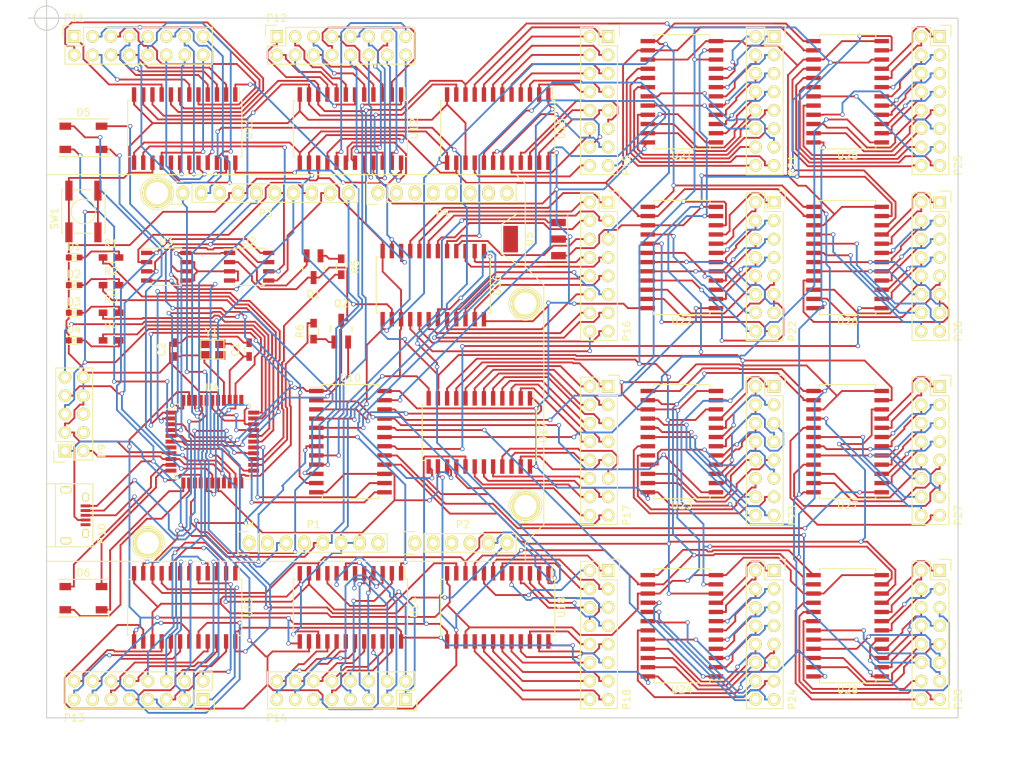
<source format=kicad_pcb>
(kicad_pcb (version 4) (host pcbnew 4.0.1-stable)
  (title_block (title "Bio Balance Detector - Proto #4 - Arduino Shield") (date 2016-04-29) (rev A) (company "Andras Fuchs (andras.fuchs@gmail.com)") (comment 4 "SPI Controlled Arduino Uno Multiplexer Shield"))
  (layers (0 F.Cu signal hide) (31 B.Cu signal hide) (34 B.Paste user hide) (35 F.Paste user hide) (36 B.SilkS user) (37 F.SilkS user) (38 B.Mask user) (39 F.Mask user) (44 Edge.Cuts user))
  (net 0 "")
  (net 1 /IOREF)
  (net 2 GND)
  (net 3 /Vin)
  (net 4 /A0)
  (net 5 /A1)
  (net 6 /A2)
  (net 7 /A3)
  (net 8 /AREF)
  (net 9 "/9(**)")
  (net 10 /8)
  (net 11 /7)
  (net 12 "/6(**)")
  (net 13 "/5(**)")
  (net 14 /4)
  (net 15 "/3(**)")
  (net 16 /2)
  (net 17 "/1(Tx)")
  (net 18 "/0(Rx)")
  (net 19 "Net-(P5-Pad1)")
  (net 20 "Net-(P6-Pad1)")
  (net 21 "Net-(P7-Pad1)")
  (net 22 "Net-(P8-Pad1)")
  (net 23 "/13(SCK)")
  (net 24 "/10(**/SS)")
  (net 25 "Net-(P1-Pad1)")
  (net 26 "/12(MISO)")
  (net 27 "/11(**/MOSI)")
  (net 28 /+5.0V)
  (net 29 /+3.3V)
  (net 30 "Net-(P11-Pad1)")
  (net 31 "Net-(P11-Pad2)")
  (net 32 "Net-(P11-Pad3)")
  (net 33 "Net-(P11-Pad4)")
  (net 34 "Net-(P11-Pad5)")
  (net 35 "Net-(P11-Pad6)")
  (net 36 "Net-(P11-Pad7)")
  (net 37 "Net-(P11-Pad8)")
  (net 38 "Net-(P11-Pad9)")
  (net 39 "Net-(P11-Pad10)")
  (net 40 "Net-(P11-Pad11)")
  (net 41 "Net-(P11-Pad12)")
  (net 42 "Net-(P11-Pad13)")
  (net 43 "Net-(P11-Pad14)")
  (net 44 "Net-(P11-Pad15)")
  (net 45 "Net-(P11-Pad16)")
  (net 46 "Net-(P12-Pad1)")
  (net 47 "Net-(P12-Pad2)")
  (net 48 "Net-(P12-Pad3)")
  (net 49 "Net-(P12-Pad4)")
  (net 50 "Net-(P12-Pad5)")
  (net 51 "Net-(P12-Pad6)")
  (net 52 "Net-(P12-Pad7)")
  (net 53 "Net-(P12-Pad8)")
  (net 54 "Net-(P12-Pad9)")
  (net 55 "Net-(P12-Pad10)")
  (net 56 "Net-(P12-Pad11)")
  (net 57 "Net-(P12-Pad12)")
  (net 58 "Net-(P12-Pad13)")
  (net 59 "Net-(P12-Pad14)")
  (net 60 "Net-(P12-Pad15)")
  (net 61 "Net-(P12-Pad16)")
  (net 62 "Net-(P13-Pad1)")
  (net 63 "Net-(P13-Pad2)")
  (net 64 "Net-(P13-Pad3)")
  (net 65 "Net-(P13-Pad4)")
  (net 66 "Net-(P13-Pad5)")
  (net 67 "Net-(P13-Pad6)")
  (net 68 "Net-(P13-Pad7)")
  (net 69 "Net-(P13-Pad8)")
  (net 70 "Net-(P13-Pad9)")
  (net 71 "Net-(P13-Pad10)")
  (net 72 "Net-(P13-Pad11)")
  (net 73 "Net-(P13-Pad12)")
  (net 74 "Net-(P13-Pad13)")
  (net 75 "Net-(P13-Pad14)")
  (net 76 "Net-(P13-Pad15)")
  (net 77 "Net-(P13-Pad16)")
  (net 78 "Net-(U10-Pad2)")
  (net 79 "Net-(U10-Pad3)")
  (net 80 "Net-(U10-Pad4)")
  (net 81 "Net-(U10-Pad5)")
  (net 82 "Net-(U10-Pad6)")
  (net 83 "Net-(U10-Pad7)")
  (net 84 "Net-(U10-Pad8)")
  (net 85 "Net-(U10-Pad9)")
  (net 86 "Net-(U10-Pad16)")
  (net 87 "Net-(U10-Pad17)")
  (net 88 "Net-(U10-Pad18)")
  (net 89 "Net-(U10-Pad19)")
  (net 90 "Net-(U10-Pad20)")
  (net 91 "Net-(U10-Pad21)")
  (net 92 "Net-(U10-Pad22)")
  (net 93 "Net-(U10-Pad23)")
  (net 94 "Net-(P14-Pad1)")
  (net 95 "Net-(P14-Pad2)")
  (net 96 "Net-(P14-Pad3)")
  (net 97 "Net-(P14-Pad4)")
  (net 98 "Net-(P14-Pad5)")
  (net 99 "Net-(P14-Pad6)")
  (net 100 "Net-(P14-Pad7)")
  (net 101 "Net-(P14-Pad8)")
  (net 102 "Net-(P14-Pad9)")
  (net 103 "Net-(P14-Pad10)")
  (net 104 "Net-(P14-Pad11)")
  (net 105 "Net-(P14-Pad12)")
  (net 106 "Net-(P14-Pad13)")
  (net 107 "Net-(P14-Pad14)")
  (net 108 "Net-(P14-Pad15)")
  (net 109 "Net-(P14-Pad16)")
  (net 110 "Net-(P9-Pad4)")
  (net 111 "Net-(P9-Pad6)")
  (net 112 "Net-(P15-Pad1)")
  (net 113 "Net-(P15-Pad2)")
  (net 114 "Net-(P15-Pad3)")
  (net 115 "Net-(P15-Pad4)")
  (net 116 "Net-(P15-Pad5)")
  (net 117 "Net-(P15-Pad6)")
  (net 118 "Net-(P15-Pad7)")
  (net 119 "Net-(P15-Pad8)")
  (net 120 "Net-(P15-Pad9)")
  (net 121 "Net-(P15-Pad10)")
  (net 122 "Net-(P15-Pad11)")
  (net 123 "Net-(P15-Pad12)")
  (net 124 "Net-(P15-Pad13)")
  (net 125 "Net-(P15-Pad14)")
  (net 126 "Net-(P15-Pad15)")
  (net 127 "Net-(P15-Pad16)")
  (net 128 "Net-(P16-Pad1)")
  (net 129 "Net-(P16-Pad2)")
  (net 130 "Net-(P16-Pad3)")
  (net 131 "Net-(P16-Pad4)")
  (net 132 "Net-(P16-Pad5)")
  (net 133 "Net-(P16-Pad6)")
  (net 134 "Net-(P16-Pad7)")
  (net 135 "Net-(P16-Pad8)")
  (net 136 "Net-(P16-Pad9)")
  (net 137 "Net-(P16-Pad10)")
  (net 138 "Net-(P16-Pad11)")
  (net 139 "Net-(P16-Pad12)")
  (net 140 "Net-(P16-Pad13)")
  (net 141 "Net-(P16-Pad14)")
  (net 142 "Net-(P16-Pad15)")
  (net 143 "Net-(P16-Pad16)")
  (net 144 "Net-(P17-Pad1)")
  (net 145 "Net-(P17-Pad2)")
  (net 146 "Net-(P17-Pad3)")
  (net 147 "Net-(P17-Pad4)")
  (net 148 "Net-(P17-Pad5)")
  (net 149 "Net-(P17-Pad6)")
  (net 150 "Net-(P17-Pad7)")
  (net 151 "Net-(P17-Pad8)")
  (net 152 "Net-(P17-Pad9)")
  (net 153 "Net-(P17-Pad10)")
  (net 154 "Net-(P17-Pad11)")
  (net 155 "Net-(P17-Pad12)")
  (net 156 "Net-(P17-Pad13)")
  (net 157 "Net-(P17-Pad14)")
  (net 158 "Net-(P17-Pad15)")
  (net 159 "Net-(P17-Pad16)")
  (net 160 "Net-(P18-Pad1)")
  (net 161 "Net-(P18-Pad2)")
  (net 162 "Net-(P18-Pad3)")
  (net 163 "Net-(P18-Pad4)")
  (net 164 "Net-(P18-Pad5)")
  (net 165 "Net-(P18-Pad6)")
  (net 166 "Net-(P18-Pad7)")
  (net 167 "Net-(P18-Pad8)")
  (net 168 "Net-(P18-Pad9)")
  (net 169 "Net-(P18-Pad10)")
  (net 170 "Net-(P18-Pad11)")
  (net 171 "Net-(P18-Pad12)")
  (net 172 "Net-(P18-Pad13)")
  (net 173 "Net-(P18-Pad14)")
  (net 174 "Net-(P18-Pad15)")
  (net 175 "Net-(P18-Pad16)")
  (net 176 "Net-(D1-Pad2)")
  (net 177 "Net-(Q1-Pad1)")
  (net 178 "Net-(R1-Pad1)")
  (net 179 /XTAL2)
  (net 180 /XTAL1)
  (net 181 "Net-(D2-Pad2)")
  (net 182 "Net-(D3-Pad2)")
  (net 183 "Net-(D4-Pad2)")
  (net 184 /LED-BLUE)
  (net 185 /LED-GREEN)
  (net 186 /LED-POWER)
  (net 187 /LED-RED)
  (net 188 "Net-(D6-Pad3)")
  (net 189 "Net-(D6-Pad4)")
  (net 190 "Net-(D6-Pad2)")
  (net 191 "Net-(D6-Pad1)")
  (net 192 /RESET)
  (net 193 "/A4(SDA)")
  (net 194 "/A5(SCL)")
  (net 195 /USB-D-)
  (net 196 /USB-D+)
  (net 197 "Net-(P10-Pad5)")
  (net 198 "Net-(P21-Pad1)")
  (net 199 "Net-(P21-Pad2)")
  (net 200 "Net-(P21-Pad3)")
  (net 201 "Net-(P21-Pad4)")
  (net 202 "Net-(P21-Pad5)")
  (net 203 "Net-(P21-Pad6)")
  (net 204 "Net-(P21-Pad7)")
  (net 205 "Net-(P21-Pad8)")
  (net 206 "Net-(P21-Pad9)")
  (net 207 "Net-(P21-Pad10)")
  (net 208 "Net-(P21-Pad11)")
  (net 209 "Net-(P21-Pad12)")
  (net 210 "Net-(P21-Pad13)")
  (net 211 "Net-(P21-Pad14)")
  (net 212 "Net-(P21-Pad15)")
  (net 213 "Net-(P21-Pad16)")
  (net 214 "Net-(P22-Pad1)")
  (net 215 "Net-(P22-Pad2)")
  (net 216 "Net-(P22-Pad3)")
  (net 217 "Net-(P22-Pad4)")
  (net 218 "Net-(P22-Pad5)")
  (net 219 "Net-(P22-Pad6)")
  (net 220 "Net-(P22-Pad7)")
  (net 221 "Net-(P22-Pad8)")
  (net 222 "Net-(P22-Pad9)")
  (net 223 "Net-(P22-Pad10)")
  (net 224 "Net-(P22-Pad11)")
  (net 225 "Net-(P22-Pad12)")
  (net 226 "Net-(P22-Pad13)")
  (net 227 "Net-(P22-Pad14)")
  (net 228 "Net-(P22-Pad15)")
  (net 229 "Net-(P22-Pad16)")
  (net 230 "Net-(P23-Pad1)")
  (net 231 "Net-(P23-Pad2)")
  (net 232 "Net-(P23-Pad3)")
  (net 233 "Net-(P23-Pad4)")
  (net 234 "Net-(P23-Pad5)")
  (net 235 "Net-(P23-Pad6)")
  (net 236 "Net-(P23-Pad7)")
  (net 237 "Net-(P23-Pad8)")
  (net 238 "Net-(P23-Pad9)")
  (net 239 "Net-(P23-Pad10)")
  (net 240 "Net-(P23-Pad11)")
  (net 241 "Net-(P23-Pad12)")
  (net 242 "Net-(P23-Pad13)")
  (net 243 "Net-(P23-Pad14)")
  (net 244 "Net-(P23-Pad15)")
  (net 245 "Net-(P23-Pad16)")
  (net 246 "Net-(P24-Pad1)")
  (net 247 "Net-(P24-Pad2)")
  (net 248 "Net-(P24-Pad3)")
  (net 249 "Net-(P24-Pad4)")
  (net 250 "Net-(P24-Pad5)")
  (net 251 "Net-(P24-Pad6)")
  (net 252 "Net-(P24-Pad7)")
  (net 253 "Net-(P24-Pad8)")
  (net 254 "Net-(P24-Pad9)")
  (net 255 "Net-(P24-Pad10)")
  (net 256 "Net-(P24-Pad11)")
  (net 257 "Net-(P24-Pad12)")
  (net 258 "Net-(P24-Pad13)")
  (net 259 "Net-(P24-Pad14)")
  (net 260 "Net-(P24-Pad15)")
  (net 261 "Net-(P24-Pad16)")
  (net 262 "Net-(P25-Pad1)")
  (net 263 "Net-(P25-Pad2)")
  (net 264 "Net-(P25-Pad3)")
  (net 265 "Net-(P25-Pad4)")
  (net 266 "Net-(P25-Pad5)")
  (net 267 "Net-(P25-Pad6)")
  (net 268 "Net-(P25-Pad7)")
  (net 269 "Net-(P25-Pad8)")
  (net 270 "Net-(P25-Pad9)")
  (net 271 "Net-(P25-Pad10)")
  (net 272 "Net-(P25-Pad11)")
  (net 273 "Net-(P25-Pad12)")
  (net 274 "Net-(P25-Pad13)")
  (net 275 "Net-(P25-Pad14)")
  (net 276 "Net-(P25-Pad15)")
  (net 277 "Net-(P25-Pad16)")
  (net 278 "Net-(P26-Pad1)")
  (net 279 "Net-(P26-Pad2)")
  (net 280 "Net-(P26-Pad3)")
  (net 281 "Net-(P26-Pad4)")
  (net 282 "Net-(P26-Pad5)")
  (net 283 "Net-(P26-Pad6)")
  (net 284 "Net-(P26-Pad7)")
  (net 285 "Net-(P26-Pad8)")
  (net 286 "Net-(P26-Pad9)")
  (net 287 "Net-(P26-Pad10)")
  (net 288 "Net-(P26-Pad11)")
  (net 289 "Net-(P26-Pad12)")
  (net 290 "Net-(P26-Pad13)")
  (net 291 "Net-(P26-Pad14)")
  (net 292 "Net-(P26-Pad15)")
  (net 293 "Net-(P26-Pad16)")
  (net 294 "Net-(P27-Pad1)")
  (net 295 "Net-(P27-Pad2)")
  (net 296 "Net-(P27-Pad3)")
  (net 297 "Net-(P27-Pad4)")
  (net 298 "Net-(P27-Pad5)")
  (net 299 "Net-(P27-Pad6)")
  (net 300 "Net-(P27-Pad7)")
  (net 301 "Net-(P27-Pad8)")
  (net 302 "Net-(P27-Pad9)")
  (net 303 "Net-(P27-Pad10)")
  (net 304 "Net-(P27-Pad11)")
  (net 305 "Net-(P27-Pad12)")
  (net 306 "Net-(P27-Pad13)")
  (net 307 "Net-(P27-Pad14)")
  (net 308 "Net-(P27-Pad15)")
  (net 309 "Net-(P27-Pad16)")
  (net 310 "Net-(P28-Pad1)")
  (net 311 "Net-(P28-Pad2)")
  (net 312 "Net-(P28-Pad3)")
  (net 313 "Net-(P28-Pad4)")
  (net 314 "Net-(P28-Pad5)")
  (net 315 "Net-(P28-Pad6)")
  (net 316 "Net-(P28-Pad7)")
  (net 317 "Net-(P28-Pad8)")
  (net 318 "Net-(P28-Pad9)")
  (net 319 "Net-(P28-Pad10)")
  (net 320 "Net-(P28-Pad11)")
  (net 321 "Net-(P28-Pad12)")
  (net 322 "Net-(P28-Pad13)")
  (net 323 "Net-(P28-Pad14)")
  (net 324 "Net-(P28-Pad15)")
  (net 325 "Net-(P28-Pad16)")
  (net 326 /DAC-MULTIPLEXER-OUTPUT)
  (net 327 /MULTIPLEXER-INPUT)
  (net 328 "Net-(Q2-Pad1)")
  (net 329 /AVR-MULTIPLEXER-OUTPUT)
  (net 330 "Net-(R2-Pad1)")
  (net 331 "Net-(R3-Pad1)")
  (net 332 "Net-(R4-Pad1)")
  (net 333 "Net-(R5-Pad2)")
  (net 334 "Net-(R6-Pad2)")
  (net 335 /ADC-VREF)
  (net 336 "Net-(U2-Pad3)")
  (net 337 /MULTIPLEXER-S5)
  (net 338 /MULTIPLEXER-S6)
  (net 339 /MULTIPLEXER-S7-MSB)
  (net 340 "Net-(U4-Pad7)")
  (net 341 "Net-(U4-Pad34)")
  (net 342 /MULTIPLEXER-S0-LSB)
  (net 343 /MULTIPLEXER-S1)
  (net 344 /MULTIPLEXER-S2)
  (net 345 /MULTIPLEXER-S3)
  (net 346 /MULTIPLEXER-S4)
  (module Socket_Arduino_Uno:Socket_Strip_Arduino_1x08 (layer F.Cu) (at 56.388 117.475)
    (fp_text reference P1 (at 8.89 -2.54) (layer F.SilkS))
    (fp_text value Power)
    (pad 1 thru_hole oval (at 0 0) (size 1.7272 2.032) (drill 1.016) (layers *.Cu *.Mask F.SilkS) (net 25 "Net-(P1-Pad1)"))
    (pad 2 thru_hole oval (at 2.54 0) (size 1.7272 2.032) (drill 1.016) (layers *.Cu *.Mask F.SilkS) (net 1 /IOREF))
    (pad 3 thru_hole oval (at 5.08 0) (size 1.7272 2.032) (drill 1.016) (layers *.Cu *.Mask F.SilkS) (net 192 /RESET))
    (pad 4 thru_hole oval (at 7.62 0) (size 1.7272 2.032) (drill 1.016) (layers *.Cu *.Mask F.SilkS) (net 29 /+3.3V))
    (pad 5 thru_hole oval (at 10.16 0) (size 1.7272 2.032) (drill 1.016) (layers *.Cu *.Mask F.SilkS) (net 28 /+5.0V))
    (pad 6 thru_hole oval (at 12.7 0) (size 1.7272 2.032) (drill 1.016) (layers *.Cu *.Mask F.SilkS) (net 2 GND))
    (pad 7 thru_hole oval (at 15.24 0) (size 1.7272 2.032) (drill 1.016) (layers *.Cu *.Mask F.SilkS) (net 2 GND))
    (pad 8 thru_hole oval (at 17.78 0) (size 1.7272 2.032) (drill 1.016) (layers *.Cu *.Mask F.SilkS) (net 3 /Vin))
  )
  (module Socket_Arduino_Uno:Socket_Strip_Arduino_1x06 (layer F.Cu) (at 79.248 117.475)
    (fp_text reference P2 (at 6.604 -2.54) (layer F.SilkS))
    (fp_text value Analog)
    (pad 1 thru_hole oval (at 0 0) (size 1.7272 2.032) (drill 1.016) (layers *.Cu *.Mask F.SilkS) (net 4 /A0))
    (pad 2 thru_hole oval (at 2.54 0) (size 1.7272 2.032) (drill 1.016) (layers *.Cu *.Mask F.SilkS) (net 5 /A1))
    (pad 3 thru_hole oval (at 5.08 0) (size 1.7272 2.032) (drill 1.016) (layers *.Cu *.Mask F.SilkS) (net 6 /A2))
    (pad 4 thru_hole oval (at 7.62 0) (size 1.7272 2.032) (drill 1.016) (layers *.Cu *.Mask F.SilkS) (net 7 /A3))
    (pad 5 thru_hole oval (at 10.16 0) (size 1.7272 2.032) (drill 1.016) (layers *.Cu *.Mask F.SilkS) (net 193 "/A4(SDA)"))
    (pad 6 thru_hole oval (at 12.7 0) (size 1.7272 2.032) (drill 1.016) (layers *.Cu *.Mask F.SilkS) (net 194 "/A5(SCL)"))
  )
  (module Socket_Arduino_Uno:Socket_Strip_Arduino_1x10 (layer F.Cu) (at 47.244 69.215)
    (fp_text reference P3 (at 11.43 2.794) (layer F.SilkS))
    (fp_text value Digital)
    (pad 1 thru_hole oval (at 0 0) (size 1.7272 2.032) (drill 1.016) (layers *.Cu *.Mask F.SilkS) (net 194 "/A5(SCL)"))
    (pad 2 thru_hole oval (at 2.54 0) (size 1.7272 2.032) (drill 1.016) (layers *.Cu *.Mask F.SilkS) (net 193 "/A4(SDA)"))
    (pad 3 thru_hole oval (at 5.08 0) (size 1.7272 2.032) (drill 1.016) (layers *.Cu *.Mask F.SilkS) (net 8 /AREF))
    (pad 4 thru_hole oval (at 7.62 0) (size 1.7272 2.032) (drill 1.016) (layers *.Cu *.Mask F.SilkS) (net 2 GND))
    (pad 5 thru_hole oval (at 10.16 0) (size 1.7272 2.032) (drill 1.016) (layers *.Cu *.Mask F.SilkS) (net 23 "/13(SCK)"))
    (pad 6 thru_hole oval (at 12.7 0) (size 1.7272 2.032) (drill 1.016) (layers *.Cu *.Mask F.SilkS) (net 26 "/12(MISO)"))
    (pad 7 thru_hole oval (at 15.24 0) (size 1.7272 2.032) (drill 1.016) (layers *.Cu *.Mask F.SilkS) (net 27 "/11(**/MOSI)"))
    (pad 8 thru_hole oval (at 17.78 0) (size 1.7272 2.032) (drill 1.016) (layers *.Cu *.Mask F.SilkS) (net 24 "/10(**/SS)"))
    (pad 9 thru_hole oval (at 20.32 0) (size 1.7272 2.032) (drill 1.016) (layers *.Cu *.Mask F.SilkS) (net 9 "/9(**)"))
    (pad 10 thru_hole oval (at 22.86 0) (size 1.7272 2.032) (drill 1.016) (layers *.Cu *.Mask F.SilkS) (net 10 /8))
  )
  (module Socket_Arduino_Uno:Socket_Strip_Arduino_1x08 (layer F.Cu) (at 74.168 69.215)
    (fp_text reference P4 (at 8.89 2.794) (layer F.SilkS))
    (fp_text value Digital)
    (pad 1 thru_hole oval (at 0 0) (size 1.7272 2.032) (drill 1.016) (layers *.Cu *.Mask F.SilkS) (net 11 /7))
    (pad 2 thru_hole oval (at 2.54 0) (size 1.7272 2.032) (drill 1.016) (layers *.Cu *.Mask F.SilkS) (net 12 "/6(**)"))
    (pad 3 thru_hole oval (at 5.08 0) (size 1.7272 2.032) (drill 1.016) (layers *.Cu *.Mask F.SilkS) (net 13 "/5(**)"))
    (pad 4 thru_hole oval (at 7.62 0) (size 1.7272 2.032) (drill 1.016) (layers *.Cu *.Mask F.SilkS) (net 14 /4))
    (pad 5 thru_hole oval (at 10.16 0) (size 1.7272 2.032) (drill 1.016) (layers *.Cu *.Mask F.SilkS) (net 15 "/3(**)"))
    (pad 6 thru_hole oval (at 12.7 0) (size 1.7272 2.032) (drill 1.016) (layers *.Cu *.Mask F.SilkS) (net 16 /2))
    (pad 7 thru_hole oval (at 15.24 0) (size 1.7272 2.032) (drill 1.016) (layers *.Cu *.Mask F.SilkS) (net 17 "/1(Tx)"))
    (pad 8 thru_hole oval (at 17.78 0) (size 1.7272 2.032) (drill 1.016) (layers *.Cu *.Mask F.SilkS) (net 18 "/0(Rx)"))
  )
  (module Socket_Arduino_Uno:Arduino_1pin (layer F.Cu) (at 42.418 117.475)
    (fp_text reference P5 hide)
    (fp_text value CONN_1 hide)
    (pad 1 thru_hole circle (at 0 0) (size 4.064 4.064) (drill 3.048) (layers *.Cu *.Mask F.SilkS) (net 19 "Net-(P5-Pad1)"))
  )
  (module Socket_Arduino_Uno:Arduino_1pin (layer F.Cu) (at 94.488 112.395)
    (fp_text reference P6 hide)
    (fp_text value CONN_1 hide)
    (pad 1 thru_hole circle (at 0 0) (size 4.064 4.064) (drill 3.048) (layers *.Cu *.Mask F.SilkS) (net 20 "Net-(P6-Pad1)"))
  )
  (module Socket_Arduino_Uno:Arduino_1pin (layer F.Cu) (at 43.688 69.215)
    (fp_text reference P7 hide)
    (fp_text value CONN_1 hide)
    (pad 1 thru_hole circle (at 0 0) (size 4.064 4.064) (drill 3.048) (layers *.Cu *.Mask F.SilkS) (net 21 "Net-(P7-Pad1)"))
  )
  (module Socket_Arduino_Uno:Arduino_1pin (layer F.Cu) (at 94.488 84.455)
    (fp_text reference P8 hide)
    (fp_text value CONN_1 hide)
    (pad 1 thru_hole circle (at 0 0) (size 4.064 4.064) (drill 3.048) (layers *.Cu *.Mask F.SilkS) (net 22 "Net-(P8-Pad1)"))
  )
  (module Socket_Strips:Socket_Strip_Straight_2x08 (layer F.Cu) (at 32.258 47.625)
    (fp_text reference P11 (at 0 -2.54) (layer F.SilkS))
    (fp_text value CONN_02X08)
    (pad 1 thru_hole rect (at 0 0) (size 1.7272 1.7272) (drill 1.016) (layers *.Cu *.Mask F.SilkS) (net 30 "Net-(P11-Pad1)"))
    (pad 2 thru_hole oval (at 0 2.54) (size 1.7272 1.7272) (drill 1.016) (layers *.Cu *.Mask F.SilkS) (net 31 "Net-(P11-Pad2)"))
    (pad 3 thru_hole oval (at 2.54 0) (size 1.7272 1.7272) (drill 1.016) (layers *.Cu *.Mask F.SilkS) (net 32 "Net-(P11-Pad3)"))
    (pad 4 thru_hole oval (at 2.54 2.54) (size 1.7272 1.7272) (drill 1.016) (layers *.Cu *.Mask F.SilkS) (net 33 "Net-(P11-Pad4)"))
    (pad 5 thru_hole oval (at 5.08 0) (size 1.7272 1.7272) (drill 1.016) (layers *.Cu *.Mask F.SilkS) (net 34 "Net-(P11-Pad5)"))
    (pad 6 thru_hole oval (at 5.08 2.54) (size 1.7272 1.7272) (drill 1.016) (layers *.Cu *.Mask F.SilkS) (net 35 "Net-(P11-Pad6)"))
    (pad 7 thru_hole oval (at 7.62 0) (size 1.7272 1.7272) (drill 1.016) (layers *.Cu *.Mask F.SilkS) (net 36 "Net-(P11-Pad7)"))
    (pad 8 thru_hole oval (at 7.62 2.54) (size 1.7272 1.7272) (drill 1.016) (layers *.Cu *.Mask F.SilkS) (net 37 "Net-(P11-Pad8)"))
    (pad 9 thru_hole oval (at 10.16 0) (size 1.7272 1.7272) (drill 1.016) (layers *.Cu *.Mask F.SilkS) (net 38 "Net-(P11-Pad9)"))
    (pad 10 thru_hole oval (at 10.16 2.54) (size 1.7272 1.7272) (drill 1.016) (layers *.Cu *.Mask F.SilkS) (net 39 "Net-(P11-Pad10)"))
    (pad 11 thru_hole oval (at 12.7 0) (size 1.7272 1.7272) (drill 1.016) (layers *.Cu *.Mask F.SilkS) (net 40 "Net-(P11-Pad11)"))
    (pad 12 thru_hole oval (at 12.7 2.54) (size 1.7272 1.7272) (drill 1.016) (layers *.Cu *.Mask F.SilkS) (net 41 "Net-(P11-Pad12)"))
    (pad 13 thru_hole oval (at 15.24 0) (size 1.7272 1.7272) (drill 1.016) (layers *.Cu *.Mask F.SilkS) (net 42 "Net-(P11-Pad13)"))
    (pad 14 thru_hole oval (at 15.24 2.54) (size 1.7272 1.7272) (drill 1.016) (layers *.Cu *.Mask F.SilkS) (net 43 "Net-(P11-Pad14)"))
    (pad 15 thru_hole oval (at 17.78 0) (size 1.7272 1.7272) (drill 1.016) (layers *.Cu *.Mask F.SilkS) (net 44 "Net-(P11-Pad15)"))
    (pad 16 thru_hole oval (at 17.78 2.54) (size 1.7272 1.7272) (drill 1.016) (layers *.Cu *.Mask F.SilkS) (net 45 "Net-(P11-Pad16)"))
  )
  (module Socket_Strips:Socket_Strip_Straight_2x08 (layer F.Cu) (at 60.198 47.625)
    (fp_text reference P12 (at 0 -2.54) (layer F.SilkS))
    (fp_text value CONN_02X08)
    (pad 1 thru_hole rect (at 0 0) (size 1.7272 1.7272) (drill 1.016) (layers *.Cu *.Mask F.SilkS) (net 46 "Net-(P12-Pad1)"))
    (pad 2 thru_hole oval (at 0 2.54) (size 1.7272 1.7272) (drill 1.016) (layers *.Cu *.Mask F.SilkS) (net 47 "Net-(P12-Pad2)"))
    (pad 3 thru_hole oval (at 2.54 0) (size 1.7272 1.7272) (drill 1.016) (layers *.Cu *.Mask F.SilkS) (net 48 "Net-(P12-Pad3)"))
    (pad 4 thru_hole oval (at 2.54 2.54) (size 1.7272 1.7272) (drill 1.016) (layers *.Cu *.Mask F.SilkS) (net 49 "Net-(P12-Pad4)"))
    (pad 5 thru_hole oval (at 5.08 0) (size 1.7272 1.7272) (drill 1.016) (layers *.Cu *.Mask F.SilkS) (net 50 "Net-(P12-Pad5)"))
    (pad 6 thru_hole oval (at 5.08 2.54) (size 1.7272 1.7272) (drill 1.016) (layers *.Cu *.Mask F.SilkS) (net 51 "Net-(P12-Pad6)"))
    (pad 7 thru_hole oval (at 7.62 0) (size 1.7272 1.7272) (drill 1.016) (layers *.Cu *.Mask F.SilkS) (net 52 "Net-(P12-Pad7)"))
    (pad 8 thru_hole oval (at 7.62 2.54) (size 1.7272 1.7272) (drill 1.016) (layers *.Cu *.Mask F.SilkS) (net 53 "Net-(P12-Pad8)"))
    (pad 9 thru_hole oval (at 10.16 0) (size 1.7272 1.7272) (drill 1.016) (layers *.Cu *.Mask F.SilkS) (net 54 "Net-(P12-Pad9)"))
    (pad 10 thru_hole oval (at 10.16 2.54) (size 1.7272 1.7272) (drill 1.016) (layers *.Cu *.Mask F.SilkS) (net 55 "Net-(P12-Pad10)"))
    (pad 11 thru_hole oval (at 12.7 0) (size 1.7272 1.7272) (drill 1.016) (layers *.Cu *.Mask F.SilkS) (net 56 "Net-(P12-Pad11)"))
    (pad 12 thru_hole oval (at 12.7 2.54) (size 1.7272 1.7272) (drill 1.016) (layers *.Cu *.Mask F.SilkS) (net 57 "Net-(P12-Pad12)"))
    (pad 13 thru_hole oval (at 15.24 0) (size 1.7272 1.7272) (drill 1.016) (layers *.Cu *.Mask F.SilkS) (net 58 "Net-(P12-Pad13)"))
    (pad 14 thru_hole oval (at 15.24 2.54) (size 1.7272 1.7272) (drill 1.016) (layers *.Cu *.Mask F.SilkS) (net 59 "Net-(P12-Pad14)"))
    (pad 15 thru_hole oval (at 17.78 0) (size 1.7272 1.7272) (drill 1.016) (layers *.Cu *.Mask F.SilkS) (net 60 "Net-(P12-Pad15)"))
    (pad 16 thru_hole oval (at 17.78 2.54) (size 1.7272 1.7272) (drill 1.016) (layers *.Cu *.Mask F.SilkS) (net 61 "Net-(P12-Pad16)"))
  )
  (module Socket_Strips:Socket_Strip_Straight_2x08 (layer F.Cu) (at 50.038 139.065 180)
    (fp_text reference P13 (at 17.78 -2.54 180) (layer F.SilkS))
    (fp_text value CONN_02X08)
    (pad 1 thru_hole rect (at 0 0 180) (size 1.7272 1.7272) (drill 1.016) (layers *.Cu *.Mask F.SilkS) (net 62 "Net-(P13-Pad1)"))
    (pad 2 thru_hole oval (at 0 2.54 180) (size 1.7272 1.7272) (drill 1.016) (layers *.Cu *.Mask F.SilkS) (net 63 "Net-(P13-Pad2)"))
    (pad 3 thru_hole oval (at 2.54 0 180) (size 1.7272 1.7272) (drill 1.016) (layers *.Cu *.Mask F.SilkS) (net 64 "Net-(P13-Pad3)"))
    (pad 4 thru_hole oval (at 2.54 2.54 180) (size 1.7272 1.7272) (drill 1.016) (layers *.Cu *.Mask F.SilkS) (net 65 "Net-(P13-Pad4)"))
    (pad 5 thru_hole oval (at 5.08 0 180) (size 1.7272 1.7272) (drill 1.016) (layers *.Cu *.Mask F.SilkS) (net 66 "Net-(P13-Pad5)"))
    (pad 6 thru_hole oval (at 5.08 2.54 180) (size 1.7272 1.7272) (drill 1.016) (layers *.Cu *.Mask F.SilkS) (net 67 "Net-(P13-Pad6)"))
    (pad 7 thru_hole oval (at 7.62 0 180) (size 1.7272 1.7272) (drill 1.016) (layers *.Cu *.Mask F.SilkS) (net 68 "Net-(P13-Pad7)"))
    (pad 8 thru_hole oval (at 7.62 2.54 180) (size 1.7272 1.7272) (drill 1.016) (layers *.Cu *.Mask F.SilkS) (net 69 "Net-(P13-Pad8)"))
    (pad 9 thru_hole oval (at 10.16 0 180) (size 1.7272 1.7272) (drill 1.016) (layers *.Cu *.Mask F.SilkS) (net 70 "Net-(P13-Pad9)"))
    (pad 10 thru_hole oval (at 10.16 2.54 180) (size 1.7272 1.7272) (drill 1.016) (layers *.Cu *.Mask F.SilkS) (net 71 "Net-(P13-Pad10)"))
    (pad 11 thru_hole oval (at 12.7 0 180) (size 1.7272 1.7272) (drill 1.016) (layers *.Cu *.Mask F.SilkS) (net 72 "Net-(P13-Pad11)"))
    (pad 12 thru_hole oval (at 12.7 2.54 180) (size 1.7272 1.7272) (drill 1.016) (layers *.Cu *.Mask F.SilkS) (net 73 "Net-(P13-Pad12)"))
    (pad 13 thru_hole oval (at 15.24 0 180) (size 1.7272 1.7272) (drill 1.016) (layers *.Cu *.Mask F.SilkS) (net 74 "Net-(P13-Pad13)"))
    (pad 14 thru_hole oval (at 15.24 2.54 180) (size 1.7272 1.7272) (drill 1.016) (layers *.Cu *.Mask F.SilkS) (net 75 "Net-(P13-Pad14)"))
    (pad 15 thru_hole oval (at 17.78 0 180) (size 1.7272 1.7272) (drill 1.016) (layers *.Cu *.Mask F.SilkS) (net 76 "Net-(P13-Pad15)"))
    (pad 16 thru_hole oval (at 17.78 2.54 180) (size 1.7272 1.7272) (drill 1.016) (layers *.Cu *.Mask F.SilkS) (net 77 "Net-(P13-Pad16)"))
  )
  (module Housings_SOIC:SOIC-8_3.9x4.9mm_Pitch1.27mm (layer F.Cu) (at 56.388 79.375)
    (fp_text reference U2 (at 0 -3.5) (layer F.SilkS))
    (fp_text value LTC1864)
    (pad 1 smd rect (at -2.7 -1.905) (size 1.55 0.6) (layers F.Cu F.Paste F.Mask) (net 335 /ADC-VREF))
    (pad 2 smd rect (at -2.7 -0.635) (size 1.55 0.6) (layers F.Cu F.Paste F.Mask) (net 327 /MULTIPLEXER-INPUT))
    (pad 3 smd rect (at -2.7 0.635) (size 1.55 0.6) (layers F.Cu F.Paste F.Mask) (net 336 "Net-(U2-Pad3)"))
    (pad 4 smd rect (at -2.7 1.905) (size 1.55 0.6) (layers F.Cu F.Paste F.Mask) (net 336 "Net-(U2-Pad3)"))
    (pad 5 smd rect (at 2.7 1.905) (size 1.55 0.6) (layers F.Cu F.Paste F.Mask) (net 9 "/9(**)"))
    (pad 6 smd rect (at 2.7 0.635) (size 1.55 0.6) (layers F.Cu F.Paste F.Mask) (net 26 "/12(MISO)"))
    (pad 7 smd rect (at 2.7 -0.635) (size 1.55 0.6) (layers F.Cu F.Paste F.Mask) (net 23 "/13(SCK)"))
    (pad 8 smd rect (at 2.7 -1.905) (size 1.55 0.6) (layers F.Cu F.Paste F.Mask) (net 28 /+5.0V))
  )
  (module Socket_Strips:Socket_Strip_Straight_2x08 (layer F.Cu) (at 77.978 139.065 180)
    (fp_text reference P14 (at 17.78 -2.54 180) (layer F.SilkS))
    (fp_text value CONN_02X08)
    (pad 1 thru_hole rect (at 0 0 180) (size 1.7272 1.7272) (drill 1.016) (layers *.Cu *.Mask F.SilkS) (net 94 "Net-(P14-Pad1)"))
    (pad 2 thru_hole oval (at 0 2.54 180) (size 1.7272 1.7272) (drill 1.016) (layers *.Cu *.Mask F.SilkS) (net 95 "Net-(P14-Pad2)"))
    (pad 3 thru_hole oval (at 2.54 0 180) (size 1.7272 1.7272) (drill 1.016) (layers *.Cu *.Mask F.SilkS) (net 96 "Net-(P14-Pad3)"))
    (pad 4 thru_hole oval (at 2.54 2.54 180) (size 1.7272 1.7272) (drill 1.016) (layers *.Cu *.Mask F.SilkS) (net 97 "Net-(P14-Pad4)"))
    (pad 5 thru_hole oval (at 5.08 0 180) (size 1.7272 1.7272) (drill 1.016) (layers *.Cu *.Mask F.SilkS) (net 98 "Net-(P14-Pad5)"))
    (pad 6 thru_hole oval (at 5.08 2.54 180) (size 1.7272 1.7272) (drill 1.016) (layers *.Cu *.Mask F.SilkS) (net 99 "Net-(P14-Pad6)"))
    (pad 7 thru_hole oval (at 7.62 0 180) (size 1.7272 1.7272) (drill 1.016) (layers *.Cu *.Mask F.SilkS) (net 100 "Net-(P14-Pad7)"))
    (pad 8 thru_hole oval (at 7.62 2.54 180) (size 1.7272 1.7272) (drill 1.016) (layers *.Cu *.Mask F.SilkS) (net 101 "Net-(P14-Pad8)"))
    (pad 9 thru_hole oval (at 10.16 0 180) (size 1.7272 1.7272) (drill 1.016) (layers *.Cu *.Mask F.SilkS) (net 102 "Net-(P14-Pad9)"))
    (pad 10 thru_hole oval (at 10.16 2.54 180) (size 1.7272 1.7272) (drill 1.016) (layers *.Cu *.Mask F.SilkS) (net 103 "Net-(P14-Pad10)"))
    (pad 11 thru_hole oval (at 12.7 0 180) (size 1.7272 1.7272) (drill 1.016) (layers *.Cu *.Mask F.SilkS) (net 104 "Net-(P14-Pad11)"))
    (pad 12 thru_hole oval (at 12.7 2.54 180) (size 1.7272 1.7272) (drill 1.016) (layers *.Cu *.Mask F.SilkS) (net 105 "Net-(P14-Pad12)"))
    (pad 13 thru_hole oval (at 15.24 0 180) (size 1.7272 1.7272) (drill 1.016) (layers *.Cu *.Mask F.SilkS) (net 106 "Net-(P14-Pad13)"))
    (pad 14 thru_hole oval (at 15.24 2.54 180) (size 1.7272 1.7272) (drill 1.016) (layers *.Cu *.Mask F.SilkS) (net 107 "Net-(P14-Pad14)"))
    (pad 15 thru_hole oval (at 17.78 0 180) (size 1.7272 1.7272) (drill 1.016) (layers *.Cu *.Mask F.SilkS) (net 108 "Net-(P14-Pad15)"))
    (pad 16 thru_hole oval (at 17.78 2.54 180) (size 1.7272 1.7272) (drill 1.016) (layers *.Cu *.Mask F.SilkS) (net 109 "Net-(P14-Pad16)"))
  )
  (module Housings_SOIC:SOIC-24_7.5x15.4mm_Pitch1.27mm (layer F.Cu) (at 70.358 126.365 270)
    (fp_text reference U14 (at 0 -8.8 270) (layer F.SilkS))
    (fp_text value CD74HC4067)
    (pad 1 smd rect (at -4.7 -6.985 270) (size 2 0.6) (layers F.Cu F.Paste F.Mask) (net 82 "Net-(U10-Pad6)"))
    (pad 2 smd rect (at -4.7 -5.715 270) (size 2 0.6) (layers F.Cu F.Paste F.Mask) (net 101 "Net-(P14-Pad8)"))
    (pad 3 smd rect (at -4.7 -4.445 270) (size 2 0.6) (layers F.Cu F.Paste F.Mask) (net 100 "Net-(P14-Pad7)"))
    (pad 4 smd rect (at -4.7 -3.175 270) (size 2 0.6) (layers F.Cu F.Paste F.Mask) (net 99 "Net-(P14-Pad6)"))
    (pad 5 smd rect (at -4.7 -1.905 270) (size 2 0.6) (layers F.Cu F.Paste F.Mask) (net 98 "Net-(P14-Pad5)"))
    (pad 6 smd rect (at -4.7 -0.635 270) (size 2 0.6) (layers F.Cu F.Paste F.Mask) (net 97 "Net-(P14-Pad4)"))
    (pad 7 smd rect (at -4.7 0.635 270) (size 2 0.6) (layers F.Cu F.Paste F.Mask) (net 96 "Net-(P14-Pad3)"))
    (pad 8 smd rect (at -4.7 1.905 270) (size 2 0.6) (layers F.Cu F.Paste F.Mask) (net 95 "Net-(P14-Pad2)"))
    (pad 9 smd rect (at -4.7 3.175 270) (size 2 0.6) (layers F.Cu F.Paste F.Mask) (net 94 "Net-(P14-Pad1)"))
    (pad 10 smd rect (at -4.7 4.445 270) (size 2 0.6) (layers F.Cu F.Paste F.Mask) (net 342 /MULTIPLEXER-S0-LSB))
    (pad 11 smd rect (at -4.7 5.715 270) (size 2 0.6) (layers F.Cu F.Paste F.Mask) (net 343 /MULTIPLEXER-S1))
    (pad 12 smd rect (at -4.7 6.985 270) (size 2 0.6) (layers F.Cu F.Paste F.Mask) (net 2 GND))
    (pad 13 smd rect (at 4.7 6.985 270) (size 2 0.6) (layers F.Cu F.Paste F.Mask) (net 345 /MULTIPLEXER-S3))
    (pad 14 smd rect (at 4.7 5.715 270) (size 2 0.6) (layers F.Cu F.Paste F.Mask) (net 344 /MULTIPLEXER-S2))
    (pad 15 smd rect (at 4.7 4.445 270) (size 2 0.6) (layers F.Cu F.Paste F.Mask) (net 2 GND))
    (pad 16 smd rect (at 4.7 3.175 270) (size 2 0.6) (layers F.Cu F.Paste F.Mask) (net 109 "Net-(P14-Pad16)"))
    (pad 17 smd rect (at 4.7 1.905 270) (size 2 0.6) (layers F.Cu F.Paste F.Mask) (net 108 "Net-(P14-Pad15)"))
    (pad 18 smd rect (at 4.7 0.635 270) (size 2 0.6) (layers F.Cu F.Paste F.Mask) (net 107 "Net-(P14-Pad14)"))
    (pad 19 smd rect (at 4.7 -0.635 270) (size 2 0.6) (layers F.Cu F.Paste F.Mask) (net 106 "Net-(P14-Pad13)"))
    (pad 20 smd rect (at 4.7 -1.905 270) (size 2 0.6) (layers F.Cu F.Paste F.Mask) (net 105 "Net-(P14-Pad12)"))
    (pad 21 smd rect (at 4.7 -3.175 270) (size 2 0.6) (layers F.Cu F.Paste F.Mask) (net 104 "Net-(P14-Pad11)"))
    (pad 22 smd rect (at 4.7 -4.445 270) (size 2 0.6) (layers F.Cu F.Paste F.Mask) (net 103 "Net-(P14-Pad10)"))
    (pad 23 smd rect (at 4.7 -5.715 270) (size 2 0.6) (layers F.Cu F.Paste F.Mask) (net 102 "Net-(P14-Pad9)"))
    (pad 24 smd rect (at 4.7 -6.985 270) (size 2 0.6) (layers F.Cu F.Paste F.Mask) (net 29 /+3.3V))
  )
  (module Housings_SOIC:SOIC-8_3.9x4.9mm_Pitch1.27mm (layer F.Cu) (at 44.958 79.375)
    (fp_text reference U3 (at 0 -3.5) (layer F.SilkS))
    (fp_text value MCP4822)
    (pad 1 smd rect (at -2.7 -1.905) (size 1.55 0.6) (layers F.Cu F.Paste F.Mask) (net 28 /+5.0V))
    (pad 2 smd rect (at -2.7 -0.635) (size 1.55 0.6) (layers F.Cu F.Paste F.Mask) (net 24 "/10(**/SS)"))
    (pad 3 smd rect (at -2.7 0.635) (size 1.55 0.6) (layers F.Cu F.Paste F.Mask) (net 23 "/13(SCK)"))
    (pad 4 smd rect (at -2.7 1.905) (size 1.55 0.6) (layers F.Cu F.Paste F.Mask) (net 27 "/11(**/MOSI)"))
    (pad 5 smd rect (at 2.7 1.905) (size 1.55 0.6) (layers F.Cu F.Paste F.Mask) (net 336 "Net-(U2-Pad3)"))
    (pad 6 smd rect (at 2.7 0.635) (size 1.55 0.6) (layers F.Cu F.Paste F.Mask) (net 326 /DAC-MULTIPLEXER-OUTPUT))
    (pad 7 smd rect (at 2.7 -0.635) (size 1.55 0.6) (layers F.Cu F.Paste F.Mask) (net 336 "Net-(U2-Pad3)"))
    (pad 8 smd rect (at 2.7 -1.905) (size 1.55 0.6) (layers F.Cu F.Paste F.Mask) (net 335 /ADC-VREF))
  )
  (module Housings_SOIC:SOIC-24_7.5x15.4mm_Pitch1.27mm (layer F.Cu) (at 70.358 103.505)
    (fp_text reference U10 (at 0 -8.8) (layer F.SilkS))
    (fp_text value CD74HC4067)
    (pad 1 smd rect (at -4.7 -6.985) (size 2 0.6) (layers F.Cu F.Paste F.Mask) (net 327 /MULTIPLEXER-INPUT))
    (pad 2 smd rect (at -4.7 -5.715) (size 2 0.6) (layers F.Cu F.Paste F.Mask) (net 78 "Net-(U10-Pad2)"))
    (pad 3 smd rect (at -4.7 -4.445) (size 2 0.6) (layers F.Cu F.Paste F.Mask) (net 79 "Net-(U10-Pad3)"))
    (pad 4 smd rect (at -4.7 -3.175) (size 2 0.6) (layers F.Cu F.Paste F.Mask) (net 80 "Net-(U10-Pad4)"))
    (pad 5 smd rect (at -4.7 -1.905) (size 2 0.6) (layers F.Cu F.Paste F.Mask) (net 81 "Net-(U10-Pad5)"))
    (pad 6 smd rect (at -4.7 -0.635) (size 2 0.6) (layers F.Cu F.Paste F.Mask) (net 82 "Net-(U10-Pad6)"))
    (pad 7 smd rect (at -4.7 0.635) (size 2 0.6) (layers F.Cu F.Paste F.Mask) (net 83 "Net-(U10-Pad7)"))
    (pad 8 smd rect (at -4.7 1.905) (size 2 0.6) (layers F.Cu F.Paste F.Mask) (net 84 "Net-(U10-Pad8)"))
    (pad 9 smd rect (at -4.7 3.175) (size 2 0.6) (layers F.Cu F.Paste F.Mask) (net 85 "Net-(U10-Pad9)"))
    (pad 10 smd rect (at -4.7 4.445) (size 2 0.6) (layers F.Cu F.Paste F.Mask) (net 346 /MULTIPLEXER-S4))
    (pad 11 smd rect (at -4.7 5.715) (size 2 0.6) (layers F.Cu F.Paste F.Mask) (net 337 /MULTIPLEXER-S5))
    (pad 12 smd rect (at -4.7 6.985) (size 2 0.6) (layers F.Cu F.Paste F.Mask) (net 2 GND))
    (pad 13 smd rect (at 4.7 6.985) (size 2 0.6) (layers F.Cu F.Paste F.Mask) (net 339 /MULTIPLEXER-S7-MSB))
    (pad 14 smd rect (at 4.7 5.715) (size 2 0.6) (layers F.Cu F.Paste F.Mask) (net 338 /MULTIPLEXER-S6))
    (pad 15 smd rect (at 4.7 4.445) (size 2 0.6) (layers F.Cu F.Paste F.Mask) (net 2 GND))
    (pad 16 smd rect (at 4.7 3.175) (size 2 0.6) (layers F.Cu F.Paste F.Mask) (net 86 "Net-(U10-Pad16)"))
    (pad 17 smd rect (at 4.7 1.905) (size 2 0.6) (layers F.Cu F.Paste F.Mask) (net 87 "Net-(U10-Pad17)"))
    (pad 18 smd rect (at 4.7 0.635) (size 2 0.6) (layers F.Cu F.Paste F.Mask) (net 88 "Net-(U10-Pad18)"))
    (pad 19 smd rect (at 4.7 -0.635) (size 2 0.6) (layers F.Cu F.Paste F.Mask) (net 89 "Net-(U10-Pad19)"))
    (pad 20 smd rect (at 4.7 -1.905) (size 2 0.6) (layers F.Cu F.Paste F.Mask) (net 90 "Net-(U10-Pad20)"))
    (pad 21 smd rect (at 4.7 -3.175) (size 2 0.6) (layers F.Cu F.Paste F.Mask) (net 91 "Net-(U10-Pad21)"))
    (pad 22 smd rect (at 4.7 -4.445) (size 2 0.6) (layers F.Cu F.Paste F.Mask) (net 92 "Net-(U10-Pad22)"))
    (pad 23 smd rect (at 4.7 -5.715) (size 2 0.6) (layers F.Cu F.Paste F.Mask) (net 93 "Net-(U10-Pad23)"))
    (pad 24 smd rect (at 4.7 -6.985) (size 2 0.6) (layers F.Cu F.Paste F.Mask) (net 29 /+3.3V))
  )
  (module Housings_SOIC:SOIC-24_7.5x15.4mm_Pitch1.27mm (layer F.Cu) (at 47.498 60.325 270)
    (fp_text reference U11 (at 0 -8.8 270) (layer F.SilkS))
    (fp_text value CD74HC4067)
    (pad 1 smd rect (at -4.7 -6.985 270) (size 2 0.6) (layers F.Cu F.Paste F.Mask) (net 85 "Net-(U10-Pad9)"))
    (pad 2 smd rect (at -4.7 -5.715 270) (size 2 0.6) (layers F.Cu F.Paste F.Mask) (net 37 "Net-(P11-Pad8)"))
    (pad 3 smd rect (at -4.7 -4.445 270) (size 2 0.6) (layers F.Cu F.Paste F.Mask) (net 36 "Net-(P11-Pad7)"))
    (pad 4 smd rect (at -4.7 -3.175 270) (size 2 0.6) (layers F.Cu F.Paste F.Mask) (net 35 "Net-(P11-Pad6)"))
    (pad 5 smd rect (at -4.7 -1.905 270) (size 2 0.6) (layers F.Cu F.Paste F.Mask) (net 34 "Net-(P11-Pad5)"))
    (pad 6 smd rect (at -4.7 -0.635 270) (size 2 0.6) (layers F.Cu F.Paste F.Mask) (net 33 "Net-(P11-Pad4)"))
    (pad 7 smd rect (at -4.7 0.635 270) (size 2 0.6) (layers F.Cu F.Paste F.Mask) (net 32 "Net-(P11-Pad3)"))
    (pad 8 smd rect (at -4.7 1.905 270) (size 2 0.6) (layers F.Cu F.Paste F.Mask) (net 31 "Net-(P11-Pad2)"))
    (pad 9 smd rect (at -4.7 3.175 270) (size 2 0.6) (layers F.Cu F.Paste F.Mask) (net 30 "Net-(P11-Pad1)"))
    (pad 10 smd rect (at -4.7 4.445 270) (size 2 0.6) (layers F.Cu F.Paste F.Mask) (net 342 /MULTIPLEXER-S0-LSB))
    (pad 11 smd rect (at -4.7 5.715 270) (size 2 0.6) (layers F.Cu F.Paste F.Mask) (net 343 /MULTIPLEXER-S1))
    (pad 12 smd rect (at -4.7 6.985 270) (size 2 0.6) (layers F.Cu F.Paste F.Mask) (net 2 GND))
    (pad 13 smd rect (at 4.7 6.985 270) (size 2 0.6) (layers F.Cu F.Paste F.Mask) (net 345 /MULTIPLEXER-S3))
    (pad 14 smd rect (at 4.7 5.715 270) (size 2 0.6) (layers F.Cu F.Paste F.Mask) (net 344 /MULTIPLEXER-S2))
    (pad 15 smd rect (at 4.7 4.445 270) (size 2 0.6) (layers F.Cu F.Paste F.Mask) (net 2 GND))
    (pad 16 smd rect (at 4.7 3.175 270) (size 2 0.6) (layers F.Cu F.Paste F.Mask) (net 45 "Net-(P11-Pad16)"))
    (pad 17 smd rect (at 4.7 1.905 270) (size 2 0.6) (layers F.Cu F.Paste F.Mask) (net 44 "Net-(P11-Pad15)"))
    (pad 18 smd rect (at 4.7 0.635 270) (size 2 0.6) (layers F.Cu F.Paste F.Mask) (net 43 "Net-(P11-Pad14)"))
    (pad 19 smd rect (at 4.7 -0.635 270) (size 2 0.6) (layers F.Cu F.Paste F.Mask) (net 42 "Net-(P11-Pad13)"))
    (pad 20 smd rect (at 4.7 -1.905 270) (size 2 0.6) (layers F.Cu F.Paste F.Mask) (net 41 "Net-(P11-Pad12)"))
    (pad 21 smd rect (at 4.7 -3.175 270) (size 2 0.6) (layers F.Cu F.Paste F.Mask) (net 40 "Net-(P11-Pad11)"))
    (pad 22 smd rect (at 4.7 -4.445 270) (size 2 0.6) (layers F.Cu F.Paste F.Mask) (net 39 "Net-(P11-Pad10)"))
    (pad 23 smd rect (at 4.7 -5.715 270) (size 2 0.6) (layers F.Cu F.Paste F.Mask) (net 38 "Net-(P11-Pad9)"))
    (pad 24 smd rect (at 4.7 -6.985 270) (size 2 0.6) (layers F.Cu F.Paste F.Mask) (net 29 /+3.3V))
  )
  (module Housings_SOIC:SOIC-24_7.5x15.4mm_Pitch1.27mm (layer F.Cu) (at 70.358 60.325 270)
    (fp_text reference U12 (at 0 -8.8 270) (layer F.SilkS))
    (fp_text value CD74HC4067)
    (pad 1 smd rect (at -4.7 -6.985 270) (size 2 0.6) (layers F.Cu F.Paste F.Mask) (net 84 "Net-(U10-Pad8)"))
    (pad 2 smd rect (at -4.7 -5.715 270) (size 2 0.6) (layers F.Cu F.Paste F.Mask) (net 53 "Net-(P12-Pad8)"))
    (pad 3 smd rect (at -4.7 -4.445 270) (size 2 0.6) (layers F.Cu F.Paste F.Mask) (net 52 "Net-(P12-Pad7)"))
    (pad 4 smd rect (at -4.7 -3.175 270) (size 2 0.6) (layers F.Cu F.Paste F.Mask) (net 51 "Net-(P12-Pad6)"))
    (pad 5 smd rect (at -4.7 -1.905 270) (size 2 0.6) (layers F.Cu F.Paste F.Mask) (net 50 "Net-(P12-Pad5)"))
    (pad 6 smd rect (at -4.7 -0.635 270) (size 2 0.6) (layers F.Cu F.Paste F.Mask) (net 49 "Net-(P12-Pad4)"))
    (pad 7 smd rect (at -4.7 0.635 270) (size 2 0.6) (layers F.Cu F.Paste F.Mask) (net 48 "Net-(P12-Pad3)"))
    (pad 8 smd rect (at -4.7 1.905 270) (size 2 0.6) (layers F.Cu F.Paste F.Mask) (net 47 "Net-(P12-Pad2)"))
    (pad 9 smd rect (at -4.7 3.175 270) (size 2 0.6) (layers F.Cu F.Paste F.Mask) (net 46 "Net-(P12-Pad1)"))
    (pad 10 smd rect (at -4.7 4.445 270) (size 2 0.6) (layers F.Cu F.Paste F.Mask) (net 342 /MULTIPLEXER-S0-LSB))
    (pad 11 smd rect (at -4.7 5.715 270) (size 2 0.6) (layers F.Cu F.Paste F.Mask) (net 343 /MULTIPLEXER-S1))
    (pad 12 smd rect (at -4.7 6.985 270) (size 2 0.6) (layers F.Cu F.Paste F.Mask) (net 2 GND))
    (pad 13 smd rect (at 4.7 6.985 270) (size 2 0.6) (layers F.Cu F.Paste F.Mask) (net 345 /MULTIPLEXER-S3))
    (pad 14 smd rect (at 4.7 5.715 270) (size 2 0.6) (layers F.Cu F.Paste F.Mask) (net 344 /MULTIPLEXER-S2))
    (pad 15 smd rect (at 4.7 4.445 270) (size 2 0.6) (layers F.Cu F.Paste F.Mask) (net 2 GND))
    (pad 16 smd rect (at 4.7 3.175 270) (size 2 0.6) (layers F.Cu F.Paste F.Mask) (net 61 "Net-(P12-Pad16)"))
    (pad 17 smd rect (at 4.7 1.905 270) (size 2 0.6) (layers F.Cu F.Paste F.Mask) (net 60 "Net-(P12-Pad15)"))
    (pad 18 smd rect (at 4.7 0.635 270) (size 2 0.6) (layers F.Cu F.Paste F.Mask) (net 59 "Net-(P12-Pad14)"))
    (pad 19 smd rect (at 4.7 -0.635 270) (size 2 0.6) (layers F.Cu F.Paste F.Mask) (net 58 "Net-(P12-Pad13)"))
    (pad 20 smd rect (at 4.7 -1.905 270) (size 2 0.6) (layers F.Cu F.Paste F.Mask) (net 57 "Net-(P12-Pad12)"))
    (pad 21 smd rect (at 4.7 -3.175 270) (size 2 0.6) (layers F.Cu F.Paste F.Mask) (net 56 "Net-(P12-Pad11)"))
    (pad 22 smd rect (at 4.7 -4.445 270) (size 2 0.6) (layers F.Cu F.Paste F.Mask) (net 55 "Net-(P12-Pad10)"))
    (pad 23 smd rect (at 4.7 -5.715 270) (size 2 0.6) (layers F.Cu F.Paste F.Mask) (net 54 "Net-(P12-Pad9)"))
    (pad 24 smd rect (at 4.7 -6.985 270) (size 2 0.6) (layers F.Cu F.Paste F.Mask) (net 29 /+3.3V))
  )
  (module Housings_SOIC:SOIC-24_7.5x15.4mm_Pitch1.27mm (layer F.Cu) (at 47.498 126.365 270)
    (fp_text reference U13 (at 0 -8.8 270) (layer F.SilkS))
    (fp_text value CD74HC4067)
    (pad 1 smd rect (at -4.7 -6.985 270) (size 2 0.6) (layers F.Cu F.Paste F.Mask) (net 83 "Net-(U10-Pad7)"))
    (pad 2 smd rect (at -4.7 -5.715 270) (size 2 0.6) (layers F.Cu F.Paste F.Mask) (net 69 "Net-(P13-Pad8)"))
    (pad 3 smd rect (at -4.7 -4.445 270) (size 2 0.6) (layers F.Cu F.Paste F.Mask) (net 68 "Net-(P13-Pad7)"))
    (pad 4 smd rect (at -4.7 -3.175 270) (size 2 0.6) (layers F.Cu F.Paste F.Mask) (net 67 "Net-(P13-Pad6)"))
    (pad 5 smd rect (at -4.7 -1.905 270) (size 2 0.6) (layers F.Cu F.Paste F.Mask) (net 66 "Net-(P13-Pad5)"))
    (pad 6 smd rect (at -4.7 -0.635 270) (size 2 0.6) (layers F.Cu F.Paste F.Mask) (net 65 "Net-(P13-Pad4)"))
    (pad 7 smd rect (at -4.7 0.635 270) (size 2 0.6) (layers F.Cu F.Paste F.Mask) (net 64 "Net-(P13-Pad3)"))
    (pad 8 smd rect (at -4.7 1.905 270) (size 2 0.6) (layers F.Cu F.Paste F.Mask) (net 63 "Net-(P13-Pad2)"))
    (pad 9 smd rect (at -4.7 3.175 270) (size 2 0.6) (layers F.Cu F.Paste F.Mask) (net 62 "Net-(P13-Pad1)"))
    (pad 10 smd rect (at -4.7 4.445 270) (size 2 0.6) (layers F.Cu F.Paste F.Mask) (net 342 /MULTIPLEXER-S0-LSB))
    (pad 11 smd rect (at -4.7 5.715 270) (size 2 0.6) (layers F.Cu F.Paste F.Mask) (net 343 /MULTIPLEXER-S1))
    (pad 12 smd rect (at -4.7 6.985 270) (size 2 0.6) (layers F.Cu F.Paste F.Mask) (net 2 GND))
    (pad 13 smd rect (at 4.7 6.985 270) (size 2 0.6) (layers F.Cu F.Paste F.Mask) (net 345 /MULTIPLEXER-S3))
    (pad 14 smd rect (at 4.7 5.715 270) (size 2 0.6) (layers F.Cu F.Paste F.Mask) (net 344 /MULTIPLEXER-S2))
    (pad 15 smd rect (at 4.7 4.445 270) (size 2 0.6) (layers F.Cu F.Paste F.Mask) (net 2 GND))
    (pad 16 smd rect (at 4.7 3.175 270) (size 2 0.6) (layers F.Cu F.Paste F.Mask) (net 77 "Net-(P13-Pad16)"))
    (pad 17 smd rect (at 4.7 1.905 270) (size 2 0.6) (layers F.Cu F.Paste F.Mask) (net 76 "Net-(P13-Pad15)"))
    (pad 18 smd rect (at 4.7 0.635 270) (size 2 0.6) (layers F.Cu F.Paste F.Mask) (net 75 "Net-(P13-Pad14)"))
    (pad 19 smd rect (at 4.7 -0.635 270) (size 2 0.6) (layers F.Cu F.Paste F.Mask) (net 74 "Net-(P13-Pad13)"))
    (pad 20 smd rect (at 4.7 -1.905 270) (size 2 0.6) (layers F.Cu F.Paste F.Mask) (net 73 "Net-(P13-Pad12)"))
    (pad 21 smd rect (at 4.7 -3.175 270) (size 2 0.6) (layers F.Cu F.Paste F.Mask) (net 72 "Net-(P13-Pad11)"))
    (pad 22 smd rect (at 4.7 -4.445 270) (size 2 0.6) (layers F.Cu F.Paste F.Mask) (net 71 "Net-(P13-Pad10)"))
    (pad 23 smd rect (at 4.7 -5.715 270) (size 2 0.6) (layers F.Cu F.Paste F.Mask) (net 70 "Net-(P13-Pad9)"))
    (pad 24 smd rect (at 4.7 -6.985 270) (size 2 0.6) (layers F.Cu F.Paste F.Mask) (net 29 /+3.3V))
  )
  (module Socket_Strips:Socket_Strip_Straight_2x05 (layer F.Cu) (at 30.988 104.775 90)
    (fp_text reference P9 (at 0 5.08 90) (layer F.SilkS))
    (fp_text value USBASP)
    (pad 1 thru_hole rect (at 0 0 90) (size 1.7272 1.7272) (drill 1.016) (layers *.Cu *.Mask F.SilkS) (net 27 "/11(**/MOSI)"))
    (pad 2 thru_hole oval (at 0 2.54 90) (size 1.7272 1.7272) (drill 1.016) (layers *.Cu *.Mask F.SilkS) (net 29 /+3.3V))
    (pad 3 thru_hole oval (at 2.54 0 90) (size 1.7272 1.7272) (drill 1.016) (layers *.Cu *.Mask F.SilkS) (net 2 GND))
    (pad 4 thru_hole oval (at 2.54 2.54 90) (size 1.7272 1.7272) (drill 1.016) (layers *.Cu *.Mask F.SilkS) (net 110 "Net-(P9-Pad4)"))
    (pad 5 thru_hole oval (at 5.08 0 90) (size 1.7272 1.7272) (drill 1.016) (layers *.Cu *.Mask F.SilkS) (net 192 /RESET))
    (pad 6 thru_hole oval (at 5.08 2.54 90) (size 1.7272 1.7272) (drill 1.016) (layers *.Cu *.Mask F.SilkS) (net 111 "Net-(P9-Pad6)"))
    (pad 7 thru_hole oval (at 7.62 0 90) (size 1.7272 1.7272) (drill 1.016) (layers *.Cu *.Mask F.SilkS) (net 23 "/13(SCK)"))
    (pad 8 thru_hole oval (at 7.62 2.54 90) (size 1.7272 1.7272) (drill 1.016) (layers *.Cu *.Mask F.SilkS) (net 2 GND))
    (pad 9 thru_hole oval (at 10.16 0 90) (size 1.7272 1.7272) (drill 1.016) (layers *.Cu *.Mask F.SilkS) (net 26 "/12(MISO)"))
    (pad 10 thru_hole oval (at 10.16 2.54 90) (size 1.7272 1.7272) (drill 1.016) (layers *.Cu *.Mask F.SilkS) (net 2 GND))
  )
  (module Socket_Strips:Socket_Strip_Straight_2x08 (layer F.Cu) (at 105.918 47.625 270)
    (fp_text reference P15 (at 17.78 -2.54 270) (layer F.SilkS))
    (fp_text value CONN_02X08)
    (pad 1 thru_hole rect (at 0 0 270) (size 1.7272 1.7272) (drill 1.016) (layers *.Cu *.Mask F.SilkS) (net 112 "Net-(P15-Pad1)"))
    (pad 2 thru_hole oval (at 0 2.54 270) (size 1.7272 1.7272) (drill 1.016) (layers *.Cu *.Mask F.SilkS) (net 113 "Net-(P15-Pad2)"))
    (pad 3 thru_hole oval (at 2.54 0 270) (size 1.7272 1.7272) (drill 1.016) (layers *.Cu *.Mask F.SilkS) (net 114 "Net-(P15-Pad3)"))
    (pad 4 thru_hole oval (at 2.54 2.54 270) (size 1.7272 1.7272) (drill 1.016) (layers *.Cu *.Mask F.SilkS) (net 115 "Net-(P15-Pad4)"))
    (pad 5 thru_hole oval (at 5.08 0 270) (size 1.7272 1.7272) (drill 1.016) (layers *.Cu *.Mask F.SilkS) (net 116 "Net-(P15-Pad5)"))
    (pad 6 thru_hole oval (at 5.08 2.54 270) (size 1.7272 1.7272) (drill 1.016) (layers *.Cu *.Mask F.SilkS) (net 117 "Net-(P15-Pad6)"))
    (pad 7 thru_hole oval (at 7.62 0 270) (size 1.7272 1.7272) (drill 1.016) (layers *.Cu *.Mask F.SilkS) (net 118 "Net-(P15-Pad7)"))
    (pad 8 thru_hole oval (at 7.62 2.54 270) (size 1.7272 1.7272) (drill 1.016) (layers *.Cu *.Mask F.SilkS) (net 119 "Net-(P15-Pad8)"))
    (pad 9 thru_hole oval (at 10.16 0 270) (size 1.7272 1.7272) (drill 1.016) (layers *.Cu *.Mask F.SilkS) (net 120 "Net-(P15-Pad9)"))
    (pad 10 thru_hole oval (at 10.16 2.54 270) (size 1.7272 1.7272) (drill 1.016) (layers *.Cu *.Mask F.SilkS) (net 121 "Net-(P15-Pad10)"))
    (pad 11 thru_hole oval (at 12.7 0 270) (size 1.7272 1.7272) (drill 1.016) (layers *.Cu *.Mask F.SilkS) (net 122 "Net-(P15-Pad11)"))
    (pad 12 thru_hole oval (at 12.7 2.54 270) (size 1.7272 1.7272) (drill 1.016) (layers *.Cu *.Mask F.SilkS) (net 123 "Net-(P15-Pad12)"))
    (pad 13 thru_hole oval (at 15.24 0 270) (size 1.7272 1.7272) (drill 1.016) (layers *.Cu *.Mask F.SilkS) (net 124 "Net-(P15-Pad13)"))
    (pad 14 thru_hole oval (at 15.24 2.54 270) (size 1.7272 1.7272) (drill 1.016) (layers *.Cu *.Mask F.SilkS) (net 125 "Net-(P15-Pad14)"))
    (pad 15 thru_hole oval (at 17.78 0 270) (size 1.7272 1.7272) (drill 1.016) (layers *.Cu *.Mask F.SilkS) (net 126 "Net-(P15-Pad15)"))
    (pad 16 thru_hole oval (at 17.78 2.54 270) (size 1.7272 1.7272) (drill 1.016) (layers *.Cu *.Mask F.SilkS) (net 127 "Net-(P15-Pad16)"))
  )
  (module Socket_Strips:Socket_Strip_Straight_2x08 (layer F.Cu) (at 105.918 70.485 270)
    (fp_text reference P16 (at 17.78 -2.54 270) (layer F.SilkS))
    (fp_text value CONN_02X08)
    (pad 1 thru_hole rect (at 0 0 270) (size 1.7272 1.7272) (drill 1.016) (layers *.Cu *.Mask F.SilkS) (net 128 "Net-(P16-Pad1)"))
    (pad 2 thru_hole oval (at 0 2.54 270) (size 1.7272 1.7272) (drill 1.016) (layers *.Cu *.Mask F.SilkS) (net 129 "Net-(P16-Pad2)"))
    (pad 3 thru_hole oval (at 2.54 0 270) (size 1.7272 1.7272) (drill 1.016) (layers *.Cu *.Mask F.SilkS) (net 130 "Net-(P16-Pad3)"))
    (pad 4 thru_hole oval (at 2.54 2.54 270) (size 1.7272 1.7272) (drill 1.016) (layers *.Cu *.Mask F.SilkS) (net 131 "Net-(P16-Pad4)"))
    (pad 5 thru_hole oval (at 5.08 0 270) (size 1.7272 1.7272) (drill 1.016) (layers *.Cu *.Mask F.SilkS) (net 132 "Net-(P16-Pad5)"))
    (pad 6 thru_hole oval (at 5.08 2.54 270) (size 1.7272 1.7272) (drill 1.016) (layers *.Cu *.Mask F.SilkS) (net 133 "Net-(P16-Pad6)"))
    (pad 7 thru_hole oval (at 7.62 0 270) (size 1.7272 1.7272) (drill 1.016) (layers *.Cu *.Mask F.SilkS) (net 134 "Net-(P16-Pad7)"))
    (pad 8 thru_hole oval (at 7.62 2.54 270) (size 1.7272 1.7272) (drill 1.016) (layers *.Cu *.Mask F.SilkS) (net 135 "Net-(P16-Pad8)"))
    (pad 9 thru_hole oval (at 10.16 0 270) (size 1.7272 1.7272) (drill 1.016) (layers *.Cu *.Mask F.SilkS) (net 136 "Net-(P16-Pad9)"))
    (pad 10 thru_hole oval (at 10.16 2.54 270) (size 1.7272 1.7272) (drill 1.016) (layers *.Cu *.Mask F.SilkS) (net 137 "Net-(P16-Pad10)"))
    (pad 11 thru_hole oval (at 12.7 0 270) (size 1.7272 1.7272) (drill 1.016) (layers *.Cu *.Mask F.SilkS) (net 138 "Net-(P16-Pad11)"))
    (pad 12 thru_hole oval (at 12.7 2.54 270) (size 1.7272 1.7272) (drill 1.016) (layers *.Cu *.Mask F.SilkS) (net 139 "Net-(P16-Pad12)"))
    (pad 13 thru_hole oval (at 15.24 0 270) (size 1.7272 1.7272) (drill 1.016) (layers *.Cu *.Mask F.SilkS) (net 140 "Net-(P16-Pad13)"))
    (pad 14 thru_hole oval (at 15.24 2.54 270) (size 1.7272 1.7272) (drill 1.016) (layers *.Cu *.Mask F.SilkS) (net 141 "Net-(P16-Pad14)"))
    (pad 15 thru_hole oval (at 17.78 0 270) (size 1.7272 1.7272) (drill 1.016) (layers *.Cu *.Mask F.SilkS) (net 142 "Net-(P16-Pad15)"))
    (pad 16 thru_hole oval (at 17.78 2.54 270) (size 1.7272 1.7272) (drill 1.016) (layers *.Cu *.Mask F.SilkS) (net 143 "Net-(P16-Pad16)"))
  )
  (module Socket_Strips:Socket_Strip_Straight_2x08 (layer F.Cu) (at 105.918 95.885 270)
    (fp_text reference P17 (at 17.78 -2.54 270) (layer F.SilkS))
    (fp_text value CONN_02X08)
    (pad 1 thru_hole rect (at 0 0 270) (size 1.7272 1.7272) (drill 1.016) (layers *.Cu *.Mask F.SilkS) (net 144 "Net-(P17-Pad1)"))
    (pad 2 thru_hole oval (at 0 2.54 270) (size 1.7272 1.7272) (drill 1.016) (layers *.Cu *.Mask F.SilkS) (net 145 "Net-(P17-Pad2)"))
    (pad 3 thru_hole oval (at 2.54 0 270) (size 1.7272 1.7272) (drill 1.016) (layers *.Cu *.Mask F.SilkS) (net 146 "Net-(P17-Pad3)"))
    (pad 4 thru_hole oval (at 2.54 2.54 270) (size 1.7272 1.7272) (drill 1.016) (layers *.Cu *.Mask F.SilkS) (net 147 "Net-(P17-Pad4)"))
    (pad 5 thru_hole oval (at 5.08 0 270) (size 1.7272 1.7272) (drill 1.016) (layers *.Cu *.Mask F.SilkS) (net 148 "Net-(P17-Pad5)"))
    (pad 6 thru_hole oval (at 5.08 2.54 270) (size 1.7272 1.7272) (drill 1.016) (layers *.Cu *.Mask F.SilkS) (net 149 "Net-(P17-Pad6)"))
    (pad 7 thru_hole oval (at 7.62 0 270) (size 1.7272 1.7272) (drill 1.016) (layers *.Cu *.Mask F.SilkS) (net 150 "Net-(P17-Pad7)"))
    (pad 8 thru_hole oval (at 7.62 2.54 270) (size 1.7272 1.7272) (drill 1.016) (layers *.Cu *.Mask F.SilkS) (net 151 "Net-(P17-Pad8)"))
    (pad 9 thru_hole oval (at 10.16 0 270) (size 1.7272 1.7272) (drill 1.016) (layers *.Cu *.Mask F.SilkS) (net 152 "Net-(P17-Pad9)"))
    (pad 10 thru_hole oval (at 10.16 2.54 270) (size 1.7272 1.7272) (drill 1.016) (layers *.Cu *.Mask F.SilkS) (net 153 "Net-(P17-Pad10)"))
    (pad 11 thru_hole oval (at 12.7 0 270) (size 1.7272 1.7272) (drill 1.016) (layers *.Cu *.Mask F.SilkS) (net 154 "Net-(P17-Pad11)"))
    (pad 12 thru_hole oval (at 12.7 2.54 270) (size 1.7272 1.7272) (drill 1.016) (layers *.Cu *.Mask F.SilkS) (net 155 "Net-(P17-Pad12)"))
    (pad 13 thru_hole oval (at 15.24 0 270) (size 1.7272 1.7272) (drill 1.016) (layers *.Cu *.Mask F.SilkS) (net 156 "Net-(P17-Pad13)"))
    (pad 14 thru_hole oval (at 15.24 2.54 270) (size 1.7272 1.7272) (drill 1.016) (layers *.Cu *.Mask F.SilkS) (net 157 "Net-(P17-Pad14)"))
    (pad 15 thru_hole oval (at 17.78 0 270) (size 1.7272 1.7272) (drill 1.016) (layers *.Cu *.Mask F.SilkS) (net 158 "Net-(P17-Pad15)"))
    (pad 16 thru_hole oval (at 17.78 2.54 270) (size 1.7272 1.7272) (drill 1.016) (layers *.Cu *.Mask F.SilkS) (net 159 "Net-(P17-Pad16)"))
  )
  (module Socket_Strips:Socket_Strip_Straight_2x08 (layer F.Cu) (at 105.918 121.285 270)
    (fp_text reference P18 (at 17.78 -2.54 270) (layer F.SilkS))
    (fp_text value CONN_02X08)
    (pad 1 thru_hole rect (at 0 0 270) (size 1.7272 1.7272) (drill 1.016) (layers *.Cu *.Mask F.SilkS) (net 160 "Net-(P18-Pad1)"))
    (pad 2 thru_hole oval (at 0 2.54 270) (size 1.7272 1.7272) (drill 1.016) (layers *.Cu *.Mask F.SilkS) (net 161 "Net-(P18-Pad2)"))
    (pad 3 thru_hole oval (at 2.54 0 270) (size 1.7272 1.7272) (drill 1.016) (layers *.Cu *.Mask F.SilkS) (net 162 "Net-(P18-Pad3)"))
    (pad 4 thru_hole oval (at 2.54 2.54 270) (size 1.7272 1.7272) (drill 1.016) (layers *.Cu *.Mask F.SilkS) (net 163 "Net-(P18-Pad4)"))
    (pad 5 thru_hole oval (at 5.08 0 270) (size 1.7272 1.7272) (drill 1.016) (layers *.Cu *.Mask F.SilkS) (net 164 "Net-(P18-Pad5)"))
    (pad 6 thru_hole oval (at 5.08 2.54 270) (size 1.7272 1.7272) (drill 1.016) (layers *.Cu *.Mask F.SilkS) (net 165 "Net-(P18-Pad6)"))
    (pad 7 thru_hole oval (at 7.62 0 270) (size 1.7272 1.7272) (drill 1.016) (layers *.Cu *.Mask F.SilkS) (net 166 "Net-(P18-Pad7)"))
    (pad 8 thru_hole oval (at 7.62 2.54 270) (size 1.7272 1.7272) (drill 1.016) (layers *.Cu *.Mask F.SilkS) (net 167 "Net-(P18-Pad8)"))
    (pad 9 thru_hole oval (at 10.16 0 270) (size 1.7272 1.7272) (drill 1.016) (layers *.Cu *.Mask F.SilkS) (net 168 "Net-(P18-Pad9)"))
    (pad 10 thru_hole oval (at 10.16 2.54 270) (size 1.7272 1.7272) (drill 1.016) (layers *.Cu *.Mask F.SilkS) (net 169 "Net-(P18-Pad10)"))
    (pad 11 thru_hole oval (at 12.7 0 270) (size 1.7272 1.7272) (drill 1.016) (layers *.Cu *.Mask F.SilkS) (net 170 "Net-(P18-Pad11)"))
    (pad 12 thru_hole oval (at 12.7 2.54 270) (size 1.7272 1.7272) (drill 1.016) (layers *.Cu *.Mask F.SilkS) (net 171 "Net-(P18-Pad12)"))
    (pad 13 thru_hole oval (at 15.24 0 270) (size 1.7272 1.7272) (drill 1.016) (layers *.Cu *.Mask F.SilkS) (net 172 "Net-(P18-Pad13)"))
    (pad 14 thru_hole oval (at 15.24 2.54 270) (size 1.7272 1.7272) (drill 1.016) (layers *.Cu *.Mask F.SilkS) (net 173 "Net-(P18-Pad14)"))
    (pad 15 thru_hole oval (at 17.78 0 270) (size 1.7272 1.7272) (drill 1.016) (layers *.Cu *.Mask F.SilkS) (net 174 "Net-(P18-Pad15)"))
    (pad 16 thru_hole oval (at 17.78 2.54 270) (size 1.7272 1.7272) (drill 1.016) (layers *.Cu *.Mask F.SilkS) (net 175 "Net-(P18-Pad16)"))
  )
  (module Housings_SOIC:SOIC-24_7.5x15.4mm_Pitch1.27mm (layer F.Cu) (at 90.678 60.325 270)
    (fp_text reference U15 (at 0 -8.8 270) (layer F.SilkS))
    (fp_text value CD74HC4067)
    (pad 1 smd rect (at -4.7 -6.985 270) (size 2 0.6) (layers F.Cu F.Paste F.Mask) (net 81 "Net-(U10-Pad5)"))
    (pad 2 smd rect (at -4.7 -5.715 270) (size 2 0.6) (layers F.Cu F.Paste F.Mask) (net 119 "Net-(P15-Pad8)"))
    (pad 3 smd rect (at -4.7 -4.445 270) (size 2 0.6) (layers F.Cu F.Paste F.Mask) (net 118 "Net-(P15-Pad7)"))
    (pad 4 smd rect (at -4.7 -3.175 270) (size 2 0.6) (layers F.Cu F.Paste F.Mask) (net 117 "Net-(P15-Pad6)"))
    (pad 5 smd rect (at -4.7 -1.905 270) (size 2 0.6) (layers F.Cu F.Paste F.Mask) (net 116 "Net-(P15-Pad5)"))
    (pad 6 smd rect (at -4.7 -0.635 270) (size 2 0.6) (layers F.Cu F.Paste F.Mask) (net 115 "Net-(P15-Pad4)"))
    (pad 7 smd rect (at -4.7 0.635 270) (size 2 0.6) (layers F.Cu F.Paste F.Mask) (net 114 "Net-(P15-Pad3)"))
    (pad 8 smd rect (at -4.7 1.905 270) (size 2 0.6) (layers F.Cu F.Paste F.Mask) (net 113 "Net-(P15-Pad2)"))
    (pad 9 smd rect (at -4.7 3.175 270) (size 2 0.6) (layers F.Cu F.Paste F.Mask) (net 112 "Net-(P15-Pad1)"))
    (pad 10 smd rect (at -4.7 4.445 270) (size 2 0.6) (layers F.Cu F.Paste F.Mask) (net 342 /MULTIPLEXER-S0-LSB))
    (pad 11 smd rect (at -4.7 5.715 270) (size 2 0.6) (layers F.Cu F.Paste F.Mask) (net 343 /MULTIPLEXER-S1))
    (pad 12 smd rect (at -4.7 6.985 270) (size 2 0.6) (layers F.Cu F.Paste F.Mask) (net 2 GND))
    (pad 13 smd rect (at 4.7 6.985 270) (size 2 0.6) (layers F.Cu F.Paste F.Mask) (net 345 /MULTIPLEXER-S3))
    (pad 14 smd rect (at 4.7 5.715 270) (size 2 0.6) (layers F.Cu F.Paste F.Mask) (net 344 /MULTIPLEXER-S2))
    (pad 15 smd rect (at 4.7 4.445 270) (size 2 0.6) (layers F.Cu F.Paste F.Mask) (net 2 GND))
    (pad 16 smd rect (at 4.7 3.175 270) (size 2 0.6) (layers F.Cu F.Paste F.Mask) (net 127 "Net-(P15-Pad16)"))
    (pad 17 smd rect (at 4.7 1.905 270) (size 2 0.6) (layers F.Cu F.Paste F.Mask) (net 126 "Net-(P15-Pad15)"))
    (pad 18 smd rect (at 4.7 0.635 270) (size 2 0.6) (layers F.Cu F.Paste F.Mask) (net 125 "Net-(P15-Pad14)"))
    (pad 19 smd rect (at 4.7 -0.635 270) (size 2 0.6) (layers F.Cu F.Paste F.Mask) (net 124 "Net-(P15-Pad13)"))
    (pad 20 smd rect (at 4.7 -1.905 270) (size 2 0.6) (layers F.Cu F.Paste F.Mask) (net 123 "Net-(P15-Pad12)"))
    (pad 21 smd rect (at 4.7 -3.175 270) (size 2 0.6) (layers F.Cu F.Paste F.Mask) (net 122 "Net-(P15-Pad11)"))
    (pad 22 smd rect (at 4.7 -4.445 270) (size 2 0.6) (layers F.Cu F.Paste F.Mask) (net 121 "Net-(P15-Pad10)"))
    (pad 23 smd rect (at 4.7 -5.715 270) (size 2 0.6) (layers F.Cu F.Paste F.Mask) (net 120 "Net-(P15-Pad9)"))
    (pad 24 smd rect (at 4.7 -6.985 270) (size 2 0.6) (layers F.Cu F.Paste F.Mask) (net 29 /+3.3V))
  )
  (module Housings_SOIC:SOIC-24_7.5x15.4mm_Pitch1.27mm (layer F.Cu) (at 81.788 81.915 270)
    (fp_text reference U16 (at 0 -8.8 270) (layer F.SilkS))
    (fp_text value CD74HC4067)
    (pad 1 smd rect (at -4.7 -6.985 270) (size 2 0.6) (layers F.Cu F.Paste F.Mask) (net 80 "Net-(U10-Pad4)"))
    (pad 2 smd rect (at -4.7 -5.715 270) (size 2 0.6) (layers F.Cu F.Paste F.Mask) (net 135 "Net-(P16-Pad8)"))
    (pad 3 smd rect (at -4.7 -4.445 270) (size 2 0.6) (layers F.Cu F.Paste F.Mask) (net 134 "Net-(P16-Pad7)"))
    (pad 4 smd rect (at -4.7 -3.175 270) (size 2 0.6) (layers F.Cu F.Paste F.Mask) (net 133 "Net-(P16-Pad6)"))
    (pad 5 smd rect (at -4.7 -1.905 270) (size 2 0.6) (layers F.Cu F.Paste F.Mask) (net 132 "Net-(P16-Pad5)"))
    (pad 6 smd rect (at -4.7 -0.635 270) (size 2 0.6) (layers F.Cu F.Paste F.Mask) (net 131 "Net-(P16-Pad4)"))
    (pad 7 smd rect (at -4.7 0.635 270) (size 2 0.6) (layers F.Cu F.Paste F.Mask) (net 130 "Net-(P16-Pad3)"))
    (pad 8 smd rect (at -4.7 1.905 270) (size 2 0.6) (layers F.Cu F.Paste F.Mask) (net 129 "Net-(P16-Pad2)"))
    (pad 9 smd rect (at -4.7 3.175 270) (size 2 0.6) (layers F.Cu F.Paste F.Mask) (net 128 "Net-(P16-Pad1)"))
    (pad 10 smd rect (at -4.7 4.445 270) (size 2 0.6) (layers F.Cu F.Paste F.Mask) (net 342 /MULTIPLEXER-S0-LSB))
    (pad 11 smd rect (at -4.7 5.715 270) (size 2 0.6) (layers F.Cu F.Paste F.Mask) (net 343 /MULTIPLEXER-S1))
    (pad 12 smd rect (at -4.7 6.985 270) (size 2 0.6) (layers F.Cu F.Paste F.Mask) (net 2 GND))
    (pad 13 smd rect (at 4.7 6.985 270) (size 2 0.6) (layers F.Cu F.Paste F.Mask) (net 345 /MULTIPLEXER-S3))
    (pad 14 smd rect (at 4.7 5.715 270) (size 2 0.6) (layers F.Cu F.Paste F.Mask) (net 344 /MULTIPLEXER-S2))
    (pad 15 smd rect (at 4.7 4.445 270) (size 2 0.6) (layers F.Cu F.Paste F.Mask) (net 2 GND))
    (pad 16 smd rect (at 4.7 3.175 270) (size 2 0.6) (layers F.Cu F.Paste F.Mask) (net 143 "Net-(P16-Pad16)"))
    (pad 17 smd rect (at 4.7 1.905 270) (size 2 0.6) (layers F.Cu F.Paste F.Mask) (net 142 "Net-(P16-Pad15)"))
    (pad 18 smd rect (at 4.7 0.635 270) (size 2 0.6) (layers F.Cu F.Paste F.Mask) (net 141 "Net-(P16-Pad14)"))
    (pad 19 smd rect (at 4.7 -0.635 270) (size 2 0.6) (layers F.Cu F.Paste F.Mask) (net 140 "Net-(P16-Pad13)"))
    (pad 20 smd rect (at 4.7 -1.905 270) (size 2 0.6) (layers F.Cu F.Paste F.Mask) (net 139 "Net-(P16-Pad12)"))
    (pad 21 smd rect (at 4.7 -3.175 270) (size 2 0.6) (layers F.Cu F.Paste F.Mask) (net 138 "Net-(P16-Pad11)"))
    (pad 22 smd rect (at 4.7 -4.445 270) (size 2 0.6) (layers F.Cu F.Paste F.Mask) (net 137 "Net-(P16-Pad10)"))
    (pad 23 smd rect (at 4.7 -5.715 270) (size 2 0.6) (layers F.Cu F.Paste F.Mask) (net 136 "Net-(P16-Pad9)"))
    (pad 24 smd rect (at 4.7 -6.985 270) (size 2 0.6) (layers F.Cu F.Paste F.Mask) (net 29 /+3.3V))
  )
  (module Housings_SOIC:SOIC-24_7.5x15.4mm_Pitch1.27mm (layer F.Cu) (at 88.138 102.235 270)
    (fp_text reference U17 (at 0 -8.8 270) (layer F.SilkS))
    (fp_text value CD74HC4067)
    (pad 1 smd rect (at -4.7 -6.985 270) (size 2 0.6) (layers F.Cu F.Paste F.Mask) (net 79 "Net-(U10-Pad3)"))
    (pad 2 smd rect (at -4.7 -5.715 270) (size 2 0.6) (layers F.Cu F.Paste F.Mask) (net 151 "Net-(P17-Pad8)"))
    (pad 3 smd rect (at -4.7 -4.445 270) (size 2 0.6) (layers F.Cu F.Paste F.Mask) (net 150 "Net-(P17-Pad7)"))
    (pad 4 smd rect (at -4.7 -3.175 270) (size 2 0.6) (layers F.Cu F.Paste F.Mask) (net 149 "Net-(P17-Pad6)"))
    (pad 5 smd rect (at -4.7 -1.905 270) (size 2 0.6) (layers F.Cu F.Paste F.Mask) (net 148 "Net-(P17-Pad5)"))
    (pad 6 smd rect (at -4.7 -0.635 270) (size 2 0.6) (layers F.Cu F.Paste F.Mask) (net 147 "Net-(P17-Pad4)"))
    (pad 7 smd rect (at -4.7 0.635 270) (size 2 0.6) (layers F.Cu F.Paste F.Mask) (net 146 "Net-(P17-Pad3)"))
    (pad 8 smd rect (at -4.7 1.905 270) (size 2 0.6) (layers F.Cu F.Paste F.Mask) (net 145 "Net-(P17-Pad2)"))
    (pad 9 smd rect (at -4.7 3.175 270) (size 2 0.6) (layers F.Cu F.Paste F.Mask) (net 144 "Net-(P17-Pad1)"))
    (pad 10 smd rect (at -4.7 4.445 270) (size 2 0.6) (layers F.Cu F.Paste F.Mask) (net 342 /MULTIPLEXER-S0-LSB))
    (pad 11 smd rect (at -4.7 5.715 270) (size 2 0.6) (layers F.Cu F.Paste F.Mask) (net 343 /MULTIPLEXER-S1))
    (pad 12 smd rect (at -4.7 6.985 270) (size 2 0.6) (layers F.Cu F.Paste F.Mask) (net 2 GND))
    (pad 13 smd rect (at 4.7 6.985 270) (size 2 0.6) (layers F.Cu F.Paste F.Mask) (net 345 /MULTIPLEXER-S3))
    (pad 14 smd rect (at 4.7 5.715 270) (size 2 0.6) (layers F.Cu F.Paste F.Mask) (net 344 /MULTIPLEXER-S2))
    (pad 15 smd rect (at 4.7 4.445 270) (size 2 0.6) (layers F.Cu F.Paste F.Mask) (net 2 GND))
    (pad 16 smd rect (at 4.7 3.175 270) (size 2 0.6) (layers F.Cu F.Paste F.Mask) (net 159 "Net-(P17-Pad16)"))
    (pad 17 smd rect (at 4.7 1.905 270) (size 2 0.6) (layers F.Cu F.Paste F.Mask) (net 158 "Net-(P17-Pad15)"))
    (pad 18 smd rect (at 4.7 0.635 270) (size 2 0.6) (layers F.Cu F.Paste F.Mask) (net 157 "Net-(P17-Pad14)"))
    (pad 19 smd rect (at 4.7 -0.635 270) (size 2 0.6) (layers F.Cu F.Paste F.Mask) (net 156 "Net-(P17-Pad13)"))
    (pad 20 smd rect (at 4.7 -1.905 270) (size 2 0.6) (layers F.Cu F.Paste F.Mask) (net 155 "Net-(P17-Pad12)"))
    (pad 21 smd rect (at 4.7 -3.175 270) (size 2 0.6) (layers F.Cu F.Paste F.Mask) (net 154 "Net-(P17-Pad11)"))
    (pad 22 smd rect (at 4.7 -4.445 270) (size 2 0.6) (layers F.Cu F.Paste F.Mask) (net 153 "Net-(P17-Pad10)"))
    (pad 23 smd rect (at 4.7 -5.715 270) (size 2 0.6) (layers F.Cu F.Paste F.Mask) (net 152 "Net-(P17-Pad9)"))
    (pad 24 smd rect (at 4.7 -6.985 270) (size 2 0.6) (layers F.Cu F.Paste F.Mask) (net 29 /+3.3V))
  )
  (module Housings_SOIC:SOIC-24_7.5x15.4mm_Pitch1.27mm (layer F.Cu) (at 90.678 126.365 270)
    (fp_text reference U18 (at 0 -8.8 270) (layer F.SilkS))
    (fp_text value CD74HC4067)
    (pad 1 smd rect (at -4.7 -6.985 270) (size 2 0.6) (layers F.Cu F.Paste F.Mask) (net 78 "Net-(U10-Pad2)"))
    (pad 2 smd rect (at -4.7 -5.715 270) (size 2 0.6) (layers F.Cu F.Paste F.Mask) (net 167 "Net-(P18-Pad8)"))
    (pad 3 smd rect (at -4.7 -4.445 270) (size 2 0.6) (layers F.Cu F.Paste F.Mask) (net 166 "Net-(P18-Pad7)"))
    (pad 4 smd rect (at -4.7 -3.175 270) (size 2 0.6) (layers F.Cu F.Paste F.Mask) (net 165 "Net-(P18-Pad6)"))
    (pad 5 smd rect (at -4.7 -1.905 270) (size 2 0.6) (layers F.Cu F.Paste F.Mask) (net 164 "Net-(P18-Pad5)"))
    (pad 6 smd rect (at -4.7 -0.635 270) (size 2 0.6) (layers F.Cu F.Paste F.Mask) (net 163 "Net-(P18-Pad4)"))
    (pad 7 smd rect (at -4.7 0.635 270) (size 2 0.6) (layers F.Cu F.Paste F.Mask) (net 162 "Net-(P18-Pad3)"))
    (pad 8 smd rect (at -4.7 1.905 270) (size 2 0.6) (layers F.Cu F.Paste F.Mask) (net 161 "Net-(P18-Pad2)"))
    (pad 9 smd rect (at -4.7 3.175 270) (size 2 0.6) (layers F.Cu F.Paste F.Mask) (net 160 "Net-(P18-Pad1)"))
    (pad 10 smd rect (at -4.7 4.445 270) (size 2 0.6) (layers F.Cu F.Paste F.Mask) (net 342 /MULTIPLEXER-S0-LSB))
    (pad 11 smd rect (at -4.7 5.715 270) (size 2 0.6) (layers F.Cu F.Paste F.Mask) (net 343 /MULTIPLEXER-S1))
    (pad 12 smd rect (at -4.7 6.985 270) (size 2 0.6) (layers F.Cu F.Paste F.Mask) (net 2 GND))
    (pad 13 smd rect (at 4.7 6.985 270) (size 2 0.6) (layers F.Cu F.Paste F.Mask) (net 345 /MULTIPLEXER-S3))
    (pad 14 smd rect (at 4.7 5.715 270) (size 2 0.6) (layers F.Cu F.Paste F.Mask) (net 344 /MULTIPLEXER-S2))
    (pad 15 smd rect (at 4.7 4.445 270) (size 2 0.6) (layers F.Cu F.Paste F.Mask) (net 2 GND))
    (pad 16 smd rect (at 4.7 3.175 270) (size 2 0.6) (layers F.Cu F.Paste F.Mask) (net 175 "Net-(P18-Pad16)"))
    (pad 17 smd rect (at 4.7 1.905 270) (size 2 0.6) (layers F.Cu F.Paste F.Mask) (net 174 "Net-(P18-Pad15)"))
    (pad 18 smd rect (at 4.7 0.635 270) (size 2 0.6) (layers F.Cu F.Paste F.Mask) (net 173 "Net-(P18-Pad14)"))
    (pad 19 smd rect (at 4.7 -0.635 270) (size 2 0.6) (layers F.Cu F.Paste F.Mask) (net 172 "Net-(P18-Pad13)"))
    (pad 20 smd rect (at 4.7 -1.905 270) (size 2 0.6) (layers F.Cu F.Paste F.Mask) (net 171 "Net-(P18-Pad12)"))
    (pad 21 smd rect (at 4.7 -3.175 270) (size 2 0.6) (layers F.Cu F.Paste F.Mask) (net 170 "Net-(P18-Pad11)"))
    (pad 22 smd rect (at 4.7 -4.445 270) (size 2 0.6) (layers F.Cu F.Paste F.Mask) (net 169 "Net-(P18-Pad10)"))
    (pad 23 smd rect (at 4.7 -5.715 270) (size 2 0.6) (layers F.Cu F.Paste F.Mask) (net 168 "Net-(P18-Pad9)"))
    (pad 24 smd rect (at 4.7 -6.985 270) (size 2 0.6) (layers F.Cu F.Paste F.Mask) (net 29 /+3.3V))
  )
  (module LEDs:LED_0603 (layer F.Cu) (at 32.258 78.105)
    (fp_text reference D1 (at 0 -1.5) (layer F.SilkS))
    (fp_text value LED)
    (pad 2 smd rect (at 0.7493 0 180) (size 0.79756 0.79756) (layers F.Cu F.Paste F.Mask) (net 176 "Net-(D1-Pad2)"))
    (pad 1 smd rect (at -0.7493 0 180) (size 0.79756 0.79756) (layers F.Cu F.Paste F.Mask) (net 2 GND))
  )
  (module TO_SOT_Packages_SMD:SOT-23_Handsoldering (layer F.Cu) (at 65.278 79.375 180)
    (fp_text reference Q1 (at 0 -3.81 180) (layer F.SilkS))
    (fp_text value Q_NPN_BCE)
    (pad 1 smd rect (at -0.95 1.50114 180) (size 0.8001 1.80086) (layers F.Cu F.Paste F.Mask) (net 177 "Net-(Q1-Pad1)"))
    (pad 2 smd rect (at 0.95 1.50114 180) (size 0.8001 1.80086) (layers F.Cu F.Paste F.Mask) (net 326 /DAC-MULTIPLEXER-OUTPUT))
    (pad 3 smd rect (at 0 -1.50114 180) (size 0.8001 1.80086) (layers F.Cu F.Paste F.Mask) (net 327 /MULTIPLEXER-INPUT))
  )
  (module Resistors_SMD:R_0603_HandSoldering (layer F.Cu) (at 37.338 78.105)
    (fp_text reference R1 (at 0 -1.9) (layer F.SilkS))
    (fp_text value 1k)
    (pad 1 smd rect (at -1.1 0) (size 1.2 0.9) (layers F.Cu F.Paste F.Mask) (net 178 "Net-(R1-Pad1)"))
    (pad 2 smd rect (at 1.1 0) (size 1.2 0.9) (layers F.Cu F.Paste F.Mask) (net 176 "Net-(D1-Pad2)"))
  )
  (module Resistors_SMD:R_0603_HandSoldering (layer F.Cu) (at 37.338 81.915)
    (fp_text reference R2 (at 0 -1.9) (layer F.SilkS))
    (fp_text value 1k)
    (pad 1 smd rect (at -1.1 0) (size 1.2 0.9) (layers F.Cu F.Paste F.Mask) (net 330 "Net-(R2-Pad1)"))
    (pad 2 smd rect (at 1.1 0) (size 1.2 0.9) (layers F.Cu F.Paste F.Mask) (net 181 "Net-(D2-Pad2)"))
  )
  (module Buttons_Switches_SMD:SW_SPST_EVPBF (layer F.Cu) (at 33.528 71.755 90)
    (fp_text reference SW1 (at -1 -4 90) (layer F.SilkS))
    (fp_text value SW_PUSH)
    (pad 1 smd rect (at 2.875 -2 90) (size 2.75 1) (layers F.Cu F.Paste F.Mask) (net 2 GND))
    (pad 1 smd rect (at -2.875 -2 90) (size 2.75 1) (layers F.Cu F.Paste F.Mask) (net 2 GND))
    (pad 2 smd rect (at -2.875 2 90) (size 2.75 1) (layers F.Cu F.Paste F.Mask) (net 192 /RESET))
    (pad 2 smd rect (at 2.875 2 90) (size 2.75 1) (layers F.Cu F.Paste F.Mask) (net 192 /RESET))
  )
  (module Capacitors_SMD:C_0603_HandSoldering (layer F.Cu) (at 56.388 90.805 90)
    (fp_text reference C1 (at 0 -1.9 90) (layer F.SilkS))
    (fp_text value 12pF)
    (pad 1 smd rect (at -0.95 0 90) (size 1.2 0.75) (layers F.Cu F.Paste F.Mask) (net 179 /XTAL2))
    (pad 2 smd rect (at 0.95 0 90) (size 1.2 0.75) (layers F.Cu F.Paste F.Mask) (net 2 GND))
  )
  (module Capacitors_SMD:C_0603_HandSoldering (layer F.Cu) (at 46.228 90.805 90)
    (fp_text reference C2 (at 0 -1.9 90) (layer F.SilkS))
    (fp_text value 12pF)
    (pad 1 smd rect (at -0.95 0 90) (size 1.2 0.75) (layers F.Cu F.Paste F.Mask) (net 180 /XTAL1))
    (pad 2 smd rect (at 0.95 0 90) (size 1.2 0.75) (layers F.Cu F.Paste F.Mask) (net 2 GND))
  )
  (module LEDs:LED_0603 (layer F.Cu) (at 32.258 81.915)
    (fp_text reference D2 (at 0 -1.5) (layer F.SilkS))
    (fp_text value LED)
    (pad 2 smd rect (at 0.7493 0 180) (size 0.79756 0.79756) (layers F.Cu F.Paste F.Mask) (net 181 "Net-(D2-Pad2)"))
    (pad 1 smd rect (at -0.7493 0 180) (size 0.79756 0.79756) (layers F.Cu F.Paste F.Mask) (net 2 GND))
  )
  (module LEDs:LED_0603 (layer F.Cu) (at 32.258 85.725)
    (fp_text reference D3 (at 0 -1.5) (layer F.SilkS))
    (fp_text value LED)
    (pad 2 smd rect (at 0.7493 0 180) (size 0.79756 0.79756) (layers F.Cu F.Paste F.Mask) (net 182 "Net-(D3-Pad2)"))
    (pad 1 smd rect (at -0.7493 0 180) (size 0.79756 0.79756) (layers F.Cu F.Paste F.Mask) (net 2 GND))
  )
  (module LEDs:LED_0603 (layer F.Cu) (at 32.258 89.535)
    (fp_text reference D4 (at 0 -1.5) (layer F.SilkS))
    (fp_text value LED)
    (pad 2 smd rect (at 0.7493 0 180) (size 0.79756 0.79756) (layers F.Cu F.Paste F.Mask) (net 183 "Net-(D4-Pad2)"))
    (pad 1 smd rect (at -0.7493 0 180) (size 0.79756 0.79756) (layers F.Cu F.Paste F.Mask) (net 2 GND))
  )
  (module LEDs:LED_WS2812B-PLCC4 (layer F.Cu) (at 33.528 61.595)
    (fp_text reference D5 (at 0 -3.5) (layer F.SilkS))
    (fp_text value LED_RCBG)
    (pad 3 smd rect (at 2.5 1.6) (size 1.6 1) (layers F.Cu F.Paste F.Mask) (net 184 /LED-BLUE))
    (pad 4 smd rect (at 2.5 -1.6) (size 1.6 1) (layers F.Cu F.Paste F.Mask) (net 185 /LED-GREEN))
    (pad 2 smd rect (at -2.5 1.6) (size 1.6 1) (layers F.Cu F.Paste F.Mask) (net 186 /LED-POWER))
    (pad 1 smd rect (at -2.5 -1.6) (size 1.6 1) (layers F.Cu F.Paste F.Mask) (net 187 /LED-RED))
  )
  (module LEDs:LED_WS2812B-PLCC4 (layer F.Cu) (at 33.528 125.095)
    (fp_text reference D6 (at 0 -3.5) (layer F.SilkS))
    (fp_text value LED_RCBG)
    (pad 3 smd rect (at 2.5 1.6) (size 1.6 1) (layers F.Cu F.Paste F.Mask) (net 188 "Net-(D6-Pad3)"))
    (pad 4 smd rect (at 2.5 -1.6) (size 1.6 1) (layers F.Cu F.Paste F.Mask) (net 189 "Net-(D6-Pad4)"))
    (pad 2 smd rect (at -2.5 1.6) (size 1.6 1) (layers F.Cu F.Paste F.Mask) (net 190 "Net-(D6-Pad2)"))
    (pad 1 smd rect (at -2.5 -1.6) (size 1.6 1) (layers F.Cu F.Paste F.Mask) (net 191 "Net-(D6-Pad1)"))
  )
  (module Connect:USB_Micro-B (layer F.Cu) (at 32.258 113.665 270)
    (fp_text reference P10 (at 2.54 -3.81 270) (layer F.SilkS))
    (fp_text value USB_B)
    (pad 1 smd rect (at -1.3009 -1.56254) (size 1.35 0.4) (layers F.Cu F.Paste F.Mask) (net 28 /+5.0V))
    (pad 2 smd rect (at -0.6509 -1.56254) (size 1.35 0.4) (layers F.Cu F.Paste F.Mask) (net 195 /USB-D-))
    (pad 3 smd rect (at -0.0009 -1.56254) (size 1.35 0.4) (layers F.Cu F.Paste F.Mask) (net 196 /USB-D+))
    (pad 4 smd rect (at 0.6491 -1.56254) (size 1.35 0.4) (layers F.Cu F.Paste F.Mask) (net 2 GND))
    (pad 5 smd rect (at 1.2991 -1.56254) (size 1.35 0.4) (layers F.Cu F.Paste F.Mask) (net 197 "Net-(P10-Pad5)"))
    (pad 6 thru_hole oval (at -2.5009 -1.56254) (size 0.95 1.25) (drill oval 0.55 0.85) (layers *.Cu *.Mask F.SilkS))
    (pad 6 thru_hole oval (at 2.4991 -1.56254) (size 0.95 1.25) (drill oval 0.55 0.85) (layers *.Cu *.Mask F.SilkS))
    (pad 6 thru_hole oval (at -3.5009 1.13746) (size 1.55 1) (drill oval 1.15 0.5) (layers *.Cu *.Mask F.SilkS))
    (pad 6 thru_hole oval (at 3.4991 1.13746) (size 1.55 1) (drill oval 1.15 0.5) (layers *.Cu *.Mask F.SilkS))
  )
  (module Socket_Strips:Socket_Strip_Straight_2x08 (layer F.Cu) (at 128.778 47.625 270)
    (fp_text reference P21 (at 17.78 -2.54 270) (layer F.SilkS))
    (fp_text value CONN_02X08)
    (pad 1 thru_hole rect (at 0 0 270) (size 1.7272 1.7272) (drill 1.016) (layers *.Cu *.Mask F.SilkS) (net 198 "Net-(P21-Pad1)"))
    (pad 2 thru_hole oval (at 0 2.54 270) (size 1.7272 1.7272) (drill 1.016) (layers *.Cu *.Mask F.SilkS) (net 199 "Net-(P21-Pad2)"))
    (pad 3 thru_hole oval (at 2.54 0 270) (size 1.7272 1.7272) (drill 1.016) (layers *.Cu *.Mask F.SilkS) (net 200 "Net-(P21-Pad3)"))
    (pad 4 thru_hole oval (at 2.54 2.54 270) (size 1.7272 1.7272) (drill 1.016) (layers *.Cu *.Mask F.SilkS) (net 201 "Net-(P21-Pad4)"))
    (pad 5 thru_hole oval (at 5.08 0 270) (size 1.7272 1.7272) (drill 1.016) (layers *.Cu *.Mask F.SilkS) (net 202 "Net-(P21-Pad5)"))
    (pad 6 thru_hole oval (at 5.08 2.54 270) (size 1.7272 1.7272) (drill 1.016) (layers *.Cu *.Mask F.SilkS) (net 203 "Net-(P21-Pad6)"))
    (pad 7 thru_hole oval (at 7.62 0 270) (size 1.7272 1.7272) (drill 1.016) (layers *.Cu *.Mask F.SilkS) (net 204 "Net-(P21-Pad7)"))
    (pad 8 thru_hole oval (at 7.62 2.54 270) (size 1.7272 1.7272) (drill 1.016) (layers *.Cu *.Mask F.SilkS) (net 205 "Net-(P21-Pad8)"))
    (pad 9 thru_hole oval (at 10.16 0 270) (size 1.7272 1.7272) (drill 1.016) (layers *.Cu *.Mask F.SilkS) (net 206 "Net-(P21-Pad9)"))
    (pad 10 thru_hole oval (at 10.16 2.54 270) (size 1.7272 1.7272) (drill 1.016) (layers *.Cu *.Mask F.SilkS) (net 207 "Net-(P21-Pad10)"))
    (pad 11 thru_hole oval (at 12.7 0 270) (size 1.7272 1.7272) (drill 1.016) (layers *.Cu *.Mask F.SilkS) (net 208 "Net-(P21-Pad11)"))
    (pad 12 thru_hole oval (at 12.7 2.54 270) (size 1.7272 1.7272) (drill 1.016) (layers *.Cu *.Mask F.SilkS) (net 209 "Net-(P21-Pad12)"))
    (pad 13 thru_hole oval (at 15.24 0 270) (size 1.7272 1.7272) (drill 1.016) (layers *.Cu *.Mask F.SilkS) (net 210 "Net-(P21-Pad13)"))
    (pad 14 thru_hole oval (at 15.24 2.54 270) (size 1.7272 1.7272) (drill 1.016) (layers *.Cu *.Mask F.SilkS) (net 211 "Net-(P21-Pad14)"))
    (pad 15 thru_hole oval (at 17.78 0 270) (size 1.7272 1.7272) (drill 1.016) (layers *.Cu *.Mask F.SilkS) (net 212 "Net-(P21-Pad15)"))
    (pad 16 thru_hole oval (at 17.78 2.54 270) (size 1.7272 1.7272) (drill 1.016) (layers *.Cu *.Mask F.SilkS) (net 213 "Net-(P21-Pad16)"))
  )
  (module Socket_Strips:Socket_Strip_Straight_2x08 (layer F.Cu) (at 128.778 70.485 270)
    (fp_text reference P22 (at 17.78 -2.54 270) (layer F.SilkS))
    (fp_text value CONN_02X08)
    (pad 1 thru_hole rect (at 0 0 270) (size 1.7272 1.7272) (drill 1.016) (layers *.Cu *.Mask F.SilkS) (net 214 "Net-(P22-Pad1)"))
    (pad 2 thru_hole oval (at 0 2.54 270) (size 1.7272 1.7272) (drill 1.016) (layers *.Cu *.Mask F.SilkS) (net 215 "Net-(P22-Pad2)"))
    (pad 3 thru_hole oval (at 2.54 0 270) (size 1.7272 1.7272) (drill 1.016) (layers *.Cu *.Mask F.SilkS) (net 216 "Net-(P22-Pad3)"))
    (pad 4 thru_hole oval (at 2.54 2.54 270) (size 1.7272 1.7272) (drill 1.016) (layers *.Cu *.Mask F.SilkS) (net 217 "Net-(P22-Pad4)"))
    (pad 5 thru_hole oval (at 5.08 0 270) (size 1.7272 1.7272) (drill 1.016) (layers *.Cu *.Mask F.SilkS) (net 218 "Net-(P22-Pad5)"))
    (pad 6 thru_hole oval (at 5.08 2.54 270) (size 1.7272 1.7272) (drill 1.016) (layers *.Cu *.Mask F.SilkS) (net 219 "Net-(P22-Pad6)"))
    (pad 7 thru_hole oval (at 7.62 0 270) (size 1.7272 1.7272) (drill 1.016) (layers *.Cu *.Mask F.SilkS) (net 220 "Net-(P22-Pad7)"))
    (pad 8 thru_hole oval (at 7.62 2.54 270) (size 1.7272 1.7272) (drill 1.016) (layers *.Cu *.Mask F.SilkS) (net 221 "Net-(P22-Pad8)"))
    (pad 9 thru_hole oval (at 10.16 0 270) (size 1.7272 1.7272) (drill 1.016) (layers *.Cu *.Mask F.SilkS) (net 222 "Net-(P22-Pad9)"))
    (pad 10 thru_hole oval (at 10.16 2.54 270) (size 1.7272 1.7272) (drill 1.016) (layers *.Cu *.Mask F.SilkS) (net 223 "Net-(P22-Pad10)"))
    (pad 11 thru_hole oval (at 12.7 0 270) (size 1.7272 1.7272) (drill 1.016) (layers *.Cu *.Mask F.SilkS) (net 224 "Net-(P22-Pad11)"))
    (pad 12 thru_hole oval (at 12.7 2.54 270) (size 1.7272 1.7272) (drill 1.016) (layers *.Cu *.Mask F.SilkS) (net 225 "Net-(P22-Pad12)"))
    (pad 13 thru_hole oval (at 15.24 0 270) (size 1.7272 1.7272) (drill 1.016) (layers *.Cu *.Mask F.SilkS) (net 226 "Net-(P22-Pad13)"))
    (pad 14 thru_hole oval (at 15.24 2.54 270) (size 1.7272 1.7272) (drill 1.016) (layers *.Cu *.Mask F.SilkS) (net 227 "Net-(P22-Pad14)"))
    (pad 15 thru_hole oval (at 17.78 0 270) (size 1.7272 1.7272) (drill 1.016) (layers *.Cu *.Mask F.SilkS) (net 228 "Net-(P22-Pad15)"))
    (pad 16 thru_hole oval (at 17.78 2.54 270) (size 1.7272 1.7272) (drill 1.016) (layers *.Cu *.Mask F.SilkS) (net 229 "Net-(P22-Pad16)"))
  )
  (module Socket_Strips:Socket_Strip_Straight_2x08 (layer F.Cu) (at 128.778 95.885 270)
    (fp_text reference P23 (at 17.78 -2.54 270) (layer F.SilkS))
    (fp_text value CONN_02X08)
    (pad 1 thru_hole rect (at 0 0 270) (size 1.7272 1.7272) (drill 1.016) (layers *.Cu *.Mask F.SilkS) (net 230 "Net-(P23-Pad1)"))
    (pad 2 thru_hole oval (at 0 2.54 270) (size 1.7272 1.7272) (drill 1.016) (layers *.Cu *.Mask F.SilkS) (net 231 "Net-(P23-Pad2)"))
    (pad 3 thru_hole oval (at 2.54 0 270) (size 1.7272 1.7272) (drill 1.016) (layers *.Cu *.Mask F.SilkS) (net 232 "Net-(P23-Pad3)"))
    (pad 4 thru_hole oval (at 2.54 2.54 270) (size 1.7272 1.7272) (drill 1.016) (layers *.Cu *.Mask F.SilkS) (net 233 "Net-(P23-Pad4)"))
    (pad 5 thru_hole oval (at 5.08 0 270) (size 1.7272 1.7272) (drill 1.016) (layers *.Cu *.Mask F.SilkS) (net 234 "Net-(P23-Pad5)"))
    (pad 6 thru_hole oval (at 5.08 2.54 270) (size 1.7272 1.7272) (drill 1.016) (layers *.Cu *.Mask F.SilkS) (net 235 "Net-(P23-Pad6)"))
    (pad 7 thru_hole oval (at 7.62 0 270) (size 1.7272 1.7272) (drill 1.016) (layers *.Cu *.Mask F.SilkS) (net 236 "Net-(P23-Pad7)"))
    (pad 8 thru_hole oval (at 7.62 2.54 270) (size 1.7272 1.7272) (drill 1.016) (layers *.Cu *.Mask F.SilkS) (net 237 "Net-(P23-Pad8)"))
    (pad 9 thru_hole oval (at 10.16 0 270) (size 1.7272 1.7272) (drill 1.016) (layers *.Cu *.Mask F.SilkS) (net 238 "Net-(P23-Pad9)"))
    (pad 10 thru_hole oval (at 10.16 2.54 270) (size 1.7272 1.7272) (drill 1.016) (layers *.Cu *.Mask F.SilkS) (net 239 "Net-(P23-Pad10)"))
    (pad 11 thru_hole oval (at 12.7 0 270) (size 1.7272 1.7272) (drill 1.016) (layers *.Cu *.Mask F.SilkS) (net 240 "Net-(P23-Pad11)"))
    (pad 12 thru_hole oval (at 12.7 2.54 270) (size 1.7272 1.7272) (drill 1.016) (layers *.Cu *.Mask F.SilkS) (net 241 "Net-(P23-Pad12)"))
    (pad 13 thru_hole oval (at 15.24 0 270) (size 1.7272 1.7272) (drill 1.016) (layers *.Cu *.Mask F.SilkS) (net 242 "Net-(P23-Pad13)"))
    (pad 14 thru_hole oval (at 15.24 2.54 270) (size 1.7272 1.7272) (drill 1.016) (layers *.Cu *.Mask F.SilkS) (net 243 "Net-(P23-Pad14)"))
    (pad 15 thru_hole oval (at 17.78 0 270) (size 1.7272 1.7272) (drill 1.016) (layers *.Cu *.Mask F.SilkS) (net 244 "Net-(P23-Pad15)"))
    (pad 16 thru_hole oval (at 17.78 2.54 270) (size 1.7272 1.7272) (drill 1.016) (layers *.Cu *.Mask F.SilkS) (net 245 "Net-(P23-Pad16)"))
  )
  (module Socket_Strips:Socket_Strip_Straight_2x08 (layer F.Cu) (at 128.778 121.285 270)
    (fp_text reference P24 (at 17.78 -2.54 270) (layer F.SilkS))
    (fp_text value CONN_02X08)
    (pad 1 thru_hole rect (at 0 0 270) (size 1.7272 1.7272) (drill 1.016) (layers *.Cu *.Mask F.SilkS) (net 246 "Net-(P24-Pad1)"))
    (pad 2 thru_hole oval (at 0 2.54 270) (size 1.7272 1.7272) (drill 1.016) (layers *.Cu *.Mask F.SilkS) (net 247 "Net-(P24-Pad2)"))
    (pad 3 thru_hole oval (at 2.54 0 270) (size 1.7272 1.7272) (drill 1.016) (layers *.Cu *.Mask F.SilkS) (net 248 "Net-(P24-Pad3)"))
    (pad 4 thru_hole oval (at 2.54 2.54 270) (size 1.7272 1.7272) (drill 1.016) (layers *.Cu *.Mask F.SilkS) (net 249 "Net-(P24-Pad4)"))
    (pad 5 thru_hole oval (at 5.08 0 270) (size 1.7272 1.7272) (drill 1.016) (layers *.Cu *.Mask F.SilkS) (net 250 "Net-(P24-Pad5)"))
    (pad 6 thru_hole oval (at 5.08 2.54 270) (size 1.7272 1.7272) (drill 1.016) (layers *.Cu *.Mask F.SilkS) (net 251 "Net-(P24-Pad6)"))
    (pad 7 thru_hole oval (at 7.62 0 270) (size 1.7272 1.7272) (drill 1.016) (layers *.Cu *.Mask F.SilkS) (net 252 "Net-(P24-Pad7)"))
    (pad 8 thru_hole oval (at 7.62 2.54 270) (size 1.7272 1.7272) (drill 1.016) (layers *.Cu *.Mask F.SilkS) (net 253 "Net-(P24-Pad8)"))
    (pad 9 thru_hole oval (at 10.16 0 270) (size 1.7272 1.7272) (drill 1.016) (layers *.Cu *.Mask F.SilkS) (net 254 "Net-(P24-Pad9)"))
    (pad 10 thru_hole oval (at 10.16 2.54 270) (size 1.7272 1.7272) (drill 1.016) (layers *.Cu *.Mask F.SilkS) (net 255 "Net-(P24-Pad10)"))
    (pad 11 thru_hole oval (at 12.7 0 270) (size 1.7272 1.7272) (drill 1.016) (layers *.Cu *.Mask F.SilkS) (net 256 "Net-(P24-Pad11)"))
    (pad 12 thru_hole oval (at 12.7 2.54 270) (size 1.7272 1.7272) (drill 1.016) (layers *.Cu *.Mask F.SilkS) (net 257 "Net-(P24-Pad12)"))
    (pad 13 thru_hole oval (at 15.24 0 270) (size 1.7272 1.7272) (drill 1.016) (layers *.Cu *.Mask F.SilkS) (net 258 "Net-(P24-Pad13)"))
    (pad 14 thru_hole oval (at 15.24 2.54 270) (size 1.7272 1.7272) (drill 1.016) (layers *.Cu *.Mask F.SilkS) (net 259 "Net-(P24-Pad14)"))
    (pad 15 thru_hole oval (at 17.78 0 270) (size 1.7272 1.7272) (drill 1.016) (layers *.Cu *.Mask F.SilkS) (net 260 "Net-(P24-Pad15)"))
    (pad 16 thru_hole oval (at 17.78 2.54 270) (size 1.7272 1.7272) (drill 1.016) (layers *.Cu *.Mask F.SilkS) (net 261 "Net-(P24-Pad16)"))
  )
  (module Socket_Strips:Socket_Strip_Straight_2x08 (layer F.Cu) (at 151.638 47.625 270)
    (fp_text reference P25 (at 17.78 -2.54 270) (layer F.SilkS))
    (fp_text value CONN_02X08)
    (pad 1 thru_hole rect (at 0 0 270) (size 1.7272 1.7272) (drill 1.016) (layers *.Cu *.Mask F.SilkS) (net 262 "Net-(P25-Pad1)"))
    (pad 2 thru_hole oval (at 0 2.54 270) (size 1.7272 1.7272) (drill 1.016) (layers *.Cu *.Mask F.SilkS) (net 263 "Net-(P25-Pad2)"))
    (pad 3 thru_hole oval (at 2.54 0 270) (size 1.7272 1.7272) (drill 1.016) (layers *.Cu *.Mask F.SilkS) (net 264 "Net-(P25-Pad3)"))
    (pad 4 thru_hole oval (at 2.54 2.54 270) (size 1.7272 1.7272) (drill 1.016) (layers *.Cu *.Mask F.SilkS) (net 265 "Net-(P25-Pad4)"))
    (pad 5 thru_hole oval (at 5.08 0 270) (size 1.7272 1.7272) (drill 1.016) (layers *.Cu *.Mask F.SilkS) (net 266 "Net-(P25-Pad5)"))
    (pad 6 thru_hole oval (at 5.08 2.54 270) (size 1.7272 1.7272) (drill 1.016) (layers *.Cu *.Mask F.SilkS) (net 267 "Net-(P25-Pad6)"))
    (pad 7 thru_hole oval (at 7.62 0 270) (size 1.7272 1.7272) (drill 1.016) (layers *.Cu *.Mask F.SilkS) (net 268 "Net-(P25-Pad7)"))
    (pad 8 thru_hole oval (at 7.62 2.54 270) (size 1.7272 1.7272) (drill 1.016) (layers *.Cu *.Mask F.SilkS) (net 269 "Net-(P25-Pad8)"))
    (pad 9 thru_hole oval (at 10.16 0 270) (size 1.7272 1.7272) (drill 1.016) (layers *.Cu *.Mask F.SilkS) (net 270 "Net-(P25-Pad9)"))
    (pad 10 thru_hole oval (at 10.16 2.54 270) (size 1.7272 1.7272) (drill 1.016) (layers *.Cu *.Mask F.SilkS) (net 271 "Net-(P25-Pad10)"))
    (pad 11 thru_hole oval (at 12.7 0 270) (size 1.7272 1.7272) (drill 1.016) (layers *.Cu *.Mask F.SilkS) (net 272 "Net-(P25-Pad11)"))
    (pad 12 thru_hole oval (at 12.7 2.54 270) (size 1.7272 1.7272) (drill 1.016) (layers *.Cu *.Mask F.SilkS) (net 273 "Net-(P25-Pad12)"))
    (pad 13 thru_hole oval (at 15.24 0 270) (size 1.7272 1.7272) (drill 1.016) (layers *.Cu *.Mask F.SilkS) (net 274 "Net-(P25-Pad13)"))
    (pad 14 thru_hole oval (at 15.24 2.54 270) (size 1.7272 1.7272) (drill 1.016) (layers *.Cu *.Mask F.SilkS) (net 275 "Net-(P25-Pad14)"))
    (pad 15 thru_hole oval (at 17.78 0 270) (size 1.7272 1.7272) (drill 1.016) (layers *.Cu *.Mask F.SilkS) (net 276 "Net-(P25-Pad15)"))
    (pad 16 thru_hole oval (at 17.78 2.54 270) (size 1.7272 1.7272) (drill 1.016) (layers *.Cu *.Mask F.SilkS) (net 277 "Net-(P25-Pad16)"))
  )
  (module Socket_Strips:Socket_Strip_Straight_2x08 (layer F.Cu) (at 151.638 70.485 270)
    (fp_text reference P26 (at 17.78 -2.54 270) (layer F.SilkS))
    (fp_text value CONN_02X08)
    (pad 1 thru_hole rect (at 0 0 270) (size 1.7272 1.7272) (drill 1.016) (layers *.Cu *.Mask F.SilkS) (net 278 "Net-(P26-Pad1)"))
    (pad 2 thru_hole oval (at 0 2.54 270) (size 1.7272 1.7272) (drill 1.016) (layers *.Cu *.Mask F.SilkS) (net 279 "Net-(P26-Pad2)"))
    (pad 3 thru_hole oval (at 2.54 0 270) (size 1.7272 1.7272) (drill 1.016) (layers *.Cu *.Mask F.SilkS) (net 280 "Net-(P26-Pad3)"))
    (pad 4 thru_hole oval (at 2.54 2.54 270) (size 1.7272 1.7272) (drill 1.016) (layers *.Cu *.Mask F.SilkS) (net 281 "Net-(P26-Pad4)"))
    (pad 5 thru_hole oval (at 5.08 0 270) (size 1.7272 1.7272) (drill 1.016) (layers *.Cu *.Mask F.SilkS) (net 282 "Net-(P26-Pad5)"))
    (pad 6 thru_hole oval (at 5.08 2.54 270) (size 1.7272 1.7272) (drill 1.016) (layers *.Cu *.Mask F.SilkS) (net 283 "Net-(P26-Pad6)"))
    (pad 7 thru_hole oval (at 7.62 0 270) (size 1.7272 1.7272) (drill 1.016) (layers *.Cu *.Mask F.SilkS) (net 284 "Net-(P26-Pad7)"))
    (pad 8 thru_hole oval (at 7.62 2.54 270) (size 1.7272 1.7272) (drill 1.016) (layers *.Cu *.Mask F.SilkS) (net 285 "Net-(P26-Pad8)"))
    (pad 9 thru_hole oval (at 10.16 0 270) (size 1.7272 1.7272) (drill 1.016) (layers *.Cu *.Mask F.SilkS) (net 286 "Net-(P26-Pad9)"))
    (pad 10 thru_hole oval (at 10.16 2.54 270) (size 1.7272 1.7272) (drill 1.016) (layers *.Cu *.Mask F.SilkS) (net 287 "Net-(P26-Pad10)"))
    (pad 11 thru_hole oval (at 12.7 0 270) (size 1.7272 1.7272) (drill 1.016) (layers *.Cu *.Mask F.SilkS) (net 288 "Net-(P26-Pad11)"))
    (pad 12 thru_hole oval (at 12.7 2.54 270) (size 1.7272 1.7272) (drill 1.016) (layers *.Cu *.Mask F.SilkS) (net 289 "Net-(P26-Pad12)"))
    (pad 13 thru_hole oval (at 15.24 0 270) (size 1.7272 1.7272) (drill 1.016) (layers *.Cu *.Mask F.SilkS) (net 290 "Net-(P26-Pad13)"))
    (pad 14 thru_hole oval (at 15.24 2.54 270) (size 1.7272 1.7272) (drill 1.016) (layers *.Cu *.Mask F.SilkS) (net 291 "Net-(P26-Pad14)"))
    (pad 15 thru_hole oval (at 17.78 0 270) (size 1.7272 1.7272) (drill 1.016) (layers *.Cu *.Mask F.SilkS) (net 292 "Net-(P26-Pad15)"))
    (pad 16 thru_hole oval (at 17.78 2.54 270) (size 1.7272 1.7272) (drill 1.016) (layers *.Cu *.Mask F.SilkS) (net 293 "Net-(P26-Pad16)"))
  )
  (module Socket_Strips:Socket_Strip_Straight_2x08 (layer F.Cu) (at 151.638 95.885 270)
    (fp_text reference P27 (at 17.78 -2.54 270) (layer F.SilkS))
    (fp_text value CONN_02X08)
    (pad 1 thru_hole rect (at 0 0 270) (size 1.7272 1.7272) (drill 1.016) (layers *.Cu *.Mask F.SilkS) (net 294 "Net-(P27-Pad1)"))
    (pad 2 thru_hole oval (at 0 2.54 270) (size 1.7272 1.7272) (drill 1.016) (layers *.Cu *.Mask F.SilkS) (net 295 "Net-(P27-Pad2)"))
    (pad 3 thru_hole oval (at 2.54 0 270) (size 1.7272 1.7272) (drill 1.016) (layers *.Cu *.Mask F.SilkS) (net 296 "Net-(P27-Pad3)"))
    (pad 4 thru_hole oval (at 2.54 2.54 270) (size 1.7272 1.7272) (drill 1.016) (layers *.Cu *.Mask F.SilkS) (net 297 "Net-(P27-Pad4)"))
    (pad 5 thru_hole oval (at 5.08 0 270) (size 1.7272 1.7272) (drill 1.016) (layers *.Cu *.Mask F.SilkS) (net 298 "Net-(P27-Pad5)"))
    (pad 6 thru_hole oval (at 5.08 2.54 270) (size 1.7272 1.7272) (drill 1.016) (layers *.Cu *.Mask F.SilkS) (net 299 "Net-(P27-Pad6)"))
    (pad 7 thru_hole oval (at 7.62 0 270) (size 1.7272 1.7272) (drill 1.016) (layers *.Cu *.Mask F.SilkS) (net 300 "Net-(P27-Pad7)"))
    (pad 8 thru_hole oval (at 7.62 2.54 270) (size 1.7272 1.7272) (drill 1.016) (layers *.Cu *.Mask F.SilkS) (net 301 "Net-(P27-Pad8)"))
    (pad 9 thru_hole oval (at 10.16 0 270) (size 1.7272 1.7272) (drill 1.016) (layers *.Cu *.Mask F.SilkS) (net 302 "Net-(P27-Pad9)"))
    (pad 10 thru_hole oval (at 10.16 2.54 270) (size 1.7272 1.7272) (drill 1.016) (layers *.Cu *.Mask F.SilkS) (net 303 "Net-(P27-Pad10)"))
    (pad 11 thru_hole oval (at 12.7 0 270) (size 1.7272 1.7272) (drill 1.016) (layers *.Cu *.Mask F.SilkS) (net 304 "Net-(P27-Pad11)"))
    (pad 12 thru_hole oval (at 12.7 2.54 270) (size 1.7272 1.7272) (drill 1.016) (layers *.Cu *.Mask F.SilkS) (net 305 "Net-(P27-Pad12)"))
    (pad 13 thru_hole oval (at 15.24 0 270) (size 1.7272 1.7272) (drill 1.016) (layers *.Cu *.Mask F.SilkS) (net 306 "Net-(P27-Pad13)"))
    (pad 14 thru_hole oval (at 15.24 2.54 270) (size 1.7272 1.7272) (drill 1.016) (layers *.Cu *.Mask F.SilkS) (net 307 "Net-(P27-Pad14)"))
    (pad 15 thru_hole oval (at 17.78 0 270) (size 1.7272 1.7272) (drill 1.016) (layers *.Cu *.Mask F.SilkS) (net 308 "Net-(P27-Pad15)"))
    (pad 16 thru_hole oval (at 17.78 2.54 270) (size 1.7272 1.7272) (drill 1.016) (layers *.Cu *.Mask F.SilkS) (net 309 "Net-(P27-Pad16)"))
  )
  (module Socket_Strips:Socket_Strip_Straight_2x08 (layer F.Cu) (at 151.638 121.285 270)
    (fp_text reference P28 (at 17.78 -2.54 270) (layer F.SilkS))
    (fp_text value CONN_02X08)
    (pad 1 thru_hole rect (at 0 0 270) (size 1.7272 1.7272) (drill 1.016) (layers *.Cu *.Mask F.SilkS) (net 310 "Net-(P28-Pad1)"))
    (pad 2 thru_hole oval (at 0 2.54 270) (size 1.7272 1.7272) (drill 1.016) (layers *.Cu *.Mask F.SilkS) (net 311 "Net-(P28-Pad2)"))
    (pad 3 thru_hole oval (at 2.54 0 270) (size 1.7272 1.7272) (drill 1.016) (layers *.Cu *.Mask F.SilkS) (net 312 "Net-(P28-Pad3)"))
    (pad 4 thru_hole oval (at 2.54 2.54 270) (size 1.7272 1.7272) (drill 1.016) (layers *.Cu *.Mask F.SilkS) (net 313 "Net-(P28-Pad4)"))
    (pad 5 thru_hole oval (at 5.08 0 270) (size 1.7272 1.7272) (drill 1.016) (layers *.Cu *.Mask F.SilkS) (net 314 "Net-(P28-Pad5)"))
    (pad 6 thru_hole oval (at 5.08 2.54 270) (size 1.7272 1.7272) (drill 1.016) (layers *.Cu *.Mask F.SilkS) (net 315 "Net-(P28-Pad6)"))
    (pad 7 thru_hole oval (at 7.62 0 270) (size 1.7272 1.7272) (drill 1.016) (layers *.Cu *.Mask F.SilkS) (net 316 "Net-(P28-Pad7)"))
    (pad 8 thru_hole oval (at 7.62 2.54 270) (size 1.7272 1.7272) (drill 1.016) (layers *.Cu *.Mask F.SilkS) (net 317 "Net-(P28-Pad8)"))
    (pad 9 thru_hole oval (at 10.16 0 270) (size 1.7272 1.7272) (drill 1.016) (layers *.Cu *.Mask F.SilkS) (net 318 "Net-(P28-Pad9)"))
    (pad 10 thru_hole oval (at 10.16 2.54 270) (size 1.7272 1.7272) (drill 1.016) (layers *.Cu *.Mask F.SilkS) (net 319 "Net-(P28-Pad10)"))
    (pad 11 thru_hole oval (at 12.7 0 270) (size 1.7272 1.7272) (drill 1.016) (layers *.Cu *.Mask F.SilkS) (net 320 "Net-(P28-Pad11)"))
    (pad 12 thru_hole oval (at 12.7 2.54 270) (size 1.7272 1.7272) (drill 1.016) (layers *.Cu *.Mask F.SilkS) (net 321 "Net-(P28-Pad12)"))
    (pad 13 thru_hole oval (at 15.24 0 270) (size 1.7272 1.7272) (drill 1.016) (layers *.Cu *.Mask F.SilkS) (net 322 "Net-(P28-Pad13)"))
    (pad 14 thru_hole oval (at 15.24 2.54 270) (size 1.7272 1.7272) (drill 1.016) (layers *.Cu *.Mask F.SilkS) (net 323 "Net-(P28-Pad14)"))
    (pad 15 thru_hole oval (at 17.78 0 270) (size 1.7272 1.7272) (drill 1.016) (layers *.Cu *.Mask F.SilkS) (net 324 "Net-(P28-Pad15)"))
    (pad 16 thru_hole oval (at 17.78 2.54 270) (size 1.7272 1.7272) (drill 1.016) (layers *.Cu *.Mask F.SilkS) (net 325 "Net-(P28-Pad16)"))
  )
  (module TO_SOT_Packages_SMD:SOT-23_Handsoldering (layer F.Cu) (at 69.088 88.265)
    (fp_text reference Q2 (at 0 -3.81) (layer F.SilkS))
    (fp_text value Q_NPN_BCE)
    (pad 1 smd rect (at -0.95 1.50114) (size 0.8001 1.80086) (layers F.Cu F.Paste F.Mask) (net 328 "Net-(Q2-Pad1)"))
    (pad 2 smd rect (at 0.95 1.50114) (size 0.8001 1.80086) (layers F.Cu F.Paste F.Mask) (net 329 /AVR-MULTIPLEXER-OUTPUT))
    (pad 3 smd rect (at 0 -1.50114) (size 0.8001 1.80086) (layers F.Cu F.Paste F.Mask) (net 327 /MULTIPLEXER-INPUT))
  )
  (module Resistors_SMD:R_0603_HandSoldering (layer F.Cu) (at 37.338 85.725)
    (fp_text reference R3 (at 0 -1.9) (layer F.SilkS))
    (fp_text value 1k)
    (pad 1 smd rect (at -1.1 0) (size 1.2 0.9) (layers F.Cu F.Paste F.Mask) (net 331 "Net-(R3-Pad1)"))
    (pad 2 smd rect (at 1.1 0) (size 1.2 0.9) (layers F.Cu F.Paste F.Mask) (net 182 "Net-(D3-Pad2)"))
  )
  (module Resistors_SMD:R_0603_HandSoldering (layer F.Cu) (at 37.338 89.535)
    (fp_text reference R4 (at 0 -1.9) (layer F.SilkS))
    (fp_text value 1k)
    (pad 1 smd rect (at -1.1 0) (size 1.2 0.9) (layers F.Cu F.Paste F.Mask) (net 332 "Net-(R4-Pad1)"))
    (pad 2 smd rect (at 1.1 0) (size 1.2 0.9) (layers F.Cu F.Paste F.Mask) (net 183 "Net-(D4-Pad2)"))
  )
  (module Resistors_SMD:R_0603_HandSoldering (layer F.Cu) (at 69.088 79.375 270)
    (fp_text reference R5 (at 0 -1.9 270) (layer F.SilkS))
    (fp_text value 1k)
    (pad 1 smd rect (at -1.1 0 270) (size 1.2 0.9) (layers F.Cu F.Paste F.Mask) (net 177 "Net-(Q1-Pad1)"))
    (pad 2 smd rect (at 1.1 0 270) (size 1.2 0.9) (layers F.Cu F.Paste F.Mask) (net 333 "Net-(R5-Pad2)"))
  )
  (module Resistors_SMD:R_0603_HandSoldering (layer F.Cu) (at 65.278 88.265 90)
    (fp_text reference R6 (at 0 -1.9 90) (layer F.SilkS))
    (fp_text value 1k)
    (pad 1 smd rect (at -1.1 0 90) (size 1.2 0.9) (layers F.Cu F.Paste F.Mask) (net 328 "Net-(Q2-Pad1)"))
    (pad 2 smd rect (at 1.1 0 90) (size 1.2 0.9) (layers F.Cu F.Paste F.Mask) (net 334 "Net-(R6-Pad2)"))
  )
  (module Housings_QFP:TQFP-44_10x10mm_Pitch0.8mm (layer F.Cu) (at 51.308 103.505)
    (fp_text reference U4 (at 0 -7.45) (layer F.SilkS))
    (fp_text value ATXMEGA128A4U-AU)
    (pad 1 smd rect (at -5.7 -4) (size 1.5 0.55) (layers F.Cu F.Paste F.Mask) (net 337 /MULTIPLEXER-S5))
    (pad 2 smd rect (at -5.7 -3.2) (size 1.5 0.55) (layers F.Cu F.Paste F.Mask) (net 338 /MULTIPLEXER-S6))
    (pad 3 smd rect (at -5.7 -2.4) (size 1.5 0.55) (layers F.Cu F.Paste F.Mask) (net 339 /MULTIPLEXER-S7-MSB))
    (pad 4 smd rect (at -5.7 -1.6) (size 1.5 0.55) (layers F.Cu F.Paste F.Mask) (net 335 /ADC-VREF))
    (pad 5 smd rect (at -5.7 -0.8) (size 1.5 0.55) (layers F.Cu F.Paste F.Mask) (net 327 /MULTIPLEXER-INPUT))
    (pad 6 smd rect (at -5.7 0) (size 1.5 0.55) (layers F.Cu F.Paste F.Mask) (net 329 /AVR-MULTIPLEXER-OUTPUT))
    (pad 7 smd rect (at -5.7 0.8) (size 1.5 0.55) (layers F.Cu F.Paste F.Mask) (net 340 "Net-(U4-Pad7)"))
    (pad 8 smd rect (at -5.7 1.6) (size 1.5 0.55) (layers F.Cu F.Paste F.Mask) (net 2 GND))
    (pad 9 smd rect (at -5.7 2.4) (size 1.5 0.55) (layers F.Cu F.Paste F.Mask) (net 29 /+3.3V))
    (pad 10 smd rect (at -5.7 3.2) (size 1.5 0.55) (layers F.Cu F.Paste F.Mask) (net 191 "Net-(D6-Pad1)"))
    (pad 11 smd rect (at -5.7 4) (size 1.5 0.55) (layers F.Cu F.Paste F.Mask) (net 189 "Net-(D6-Pad4)"))
    (pad 12 smd rect (at -4 5.7 90) (size 1.5 0.55) (layers F.Cu F.Paste F.Mask) (net 188 "Net-(D6-Pad3)"))
    (pad 13 smd rect (at -3.2 5.7 90) (size 1.5 0.55) (layers F.Cu F.Paste F.Mask) (net 190 "Net-(D6-Pad2)"))
    (pad 14 smd rect (at -2.4 5.7 90) (size 1.5 0.55) (layers F.Cu F.Paste F.Mask) (net 10 /8))
    (pad 15 smd rect (at -1.6 5.7 90) (size 1.5 0.55) (layers F.Cu F.Paste F.Mask) (net 27 "/11(**/MOSI)"))
    (pad 16 smd rect (at -0.8 5.7 90) (size 1.5 0.55) (layers F.Cu F.Paste F.Mask) (net 26 "/12(MISO)"))
    (pad 17 smd rect (at 0 5.7 90) (size 1.5 0.55) (layers F.Cu F.Paste F.Mask) (net 23 "/13(SCK)"))
    (pad 18 smd rect (at 0.8 5.7 90) (size 1.5 0.55) (layers F.Cu F.Paste F.Mask) (net 2 GND))
    (pad 19 smd rect (at 1.6 5.7 90) (size 1.5 0.55) (layers F.Cu F.Paste F.Mask) (net 29 /+3.3V))
    (pad 20 smd rect (at 2.4 5.7 90) (size 1.5 0.55) (layers F.Cu F.Paste F.Mask) (net 187 /LED-RED))
    (pad 21 smd rect (at 3.2 5.7 90) (size 1.5 0.55) (layers F.Cu F.Paste F.Mask) (net 185 /LED-GREEN))
    (pad 22 smd rect (at 4 5.7 90) (size 1.5 0.55) (layers F.Cu F.Paste F.Mask) (net 184 /LED-BLUE))
    (pad 23 smd rect (at 5.7 4) (size 1.5 0.55) (layers F.Cu F.Paste F.Mask) (net 186 /LED-POWER))
    (pad 24 smd rect (at 5.7 3.2) (size 1.5 0.55) (layers F.Cu F.Paste F.Mask) (net 334 "Net-(R6-Pad2)"))
    (pad 25 smd rect (at 5.7 2.4) (size 1.5 0.55) (layers F.Cu F.Paste F.Mask) (net 333 "Net-(R5-Pad2)"))
    (pad 26 smd rect (at 5.7 1.6) (size 1.5 0.55) (layers F.Cu F.Paste F.Mask) (net 195 /USB-D-))
    (pad 27 smd rect (at 5.7 0.8) (size 1.5 0.55) (layers F.Cu F.Paste F.Mask) (net 196 /USB-D+))
    (pad 28 smd rect (at 5.7 0) (size 1.5 0.55) (layers F.Cu F.Paste F.Mask) (net 178 "Net-(R1-Pad1)"))
    (pad 29 smd rect (at 5.7 -0.8) (size 1.5 0.55) (layers F.Cu F.Paste F.Mask) (net 330 "Net-(R2-Pad1)"))
    (pad 30 smd rect (at 5.7 -1.6) (size 1.5 0.55) (layers F.Cu F.Paste F.Mask) (net 2 GND))
    (pad 31 smd rect (at 5.7 -2.4) (size 1.5 0.55) (layers F.Cu F.Paste F.Mask) (net 29 /+3.3V))
    (pad 32 smd rect (at 5.7 -3.2) (size 1.5 0.55) (layers F.Cu F.Paste F.Mask) (net 331 "Net-(R3-Pad1)"))
    (pad 33 smd rect (at 5.7 -4) (size 1.5 0.55) (layers F.Cu F.Paste F.Mask) (net 332 "Net-(R4-Pad1)"))
    (pad 34 smd rect (at 4 -5.7 90) (size 1.5 0.55) (layers F.Cu F.Paste F.Mask) (net 341 "Net-(U4-Pad34)"))
    (pad 35 smd rect (at 3.2 -5.7 90) (size 1.5 0.55) (layers F.Cu F.Paste F.Mask) (net 192 /RESET))
    (pad 36 smd rect (at 2.4 -5.7 90) (size 1.5 0.55) (layers F.Cu F.Paste F.Mask) (net 179 /XTAL2))
    (pad 37 smd rect (at 1.6 -5.7 90) (size 1.5 0.55) (layers F.Cu F.Paste F.Mask) (net 180 /XTAL1))
    (pad 38 smd rect (at 0.8 -5.7 90) (size 1.5 0.55) (layers F.Cu F.Paste F.Mask) (net 2 GND))
    (pad 39 smd rect (at 0 -5.7 90) (size 1.5 0.55) (layers F.Cu F.Paste F.Mask) (net 29 /+3.3V))
    (pad 40 smd rect (at -0.8 -5.7 90) (size 1.5 0.55) (layers F.Cu F.Paste F.Mask) (net 342 /MULTIPLEXER-S0-LSB))
    (pad 41 smd rect (at -1.6 -5.7 90) (size 1.5 0.55) (layers F.Cu F.Paste F.Mask) (net 343 /MULTIPLEXER-S1))
    (pad 42 smd rect (at -2.4 -5.7 90) (size 1.5 0.55) (layers F.Cu F.Paste F.Mask) (net 344 /MULTIPLEXER-S2))
    (pad 43 smd rect (at -3.2 -5.7 90) (size 1.5 0.55) (layers F.Cu F.Paste F.Mask) (net 345 /MULTIPLEXER-S3))
    (pad 44 smd rect (at -4 -5.7 90) (size 1.5 0.55) (layers F.Cu F.Paste F.Mask) (net 346 /MULTIPLEXER-S4))
  )
  (module TO_SOT_Packages_SMD:SOT-223 (layer F.Cu) (at 95.758 75.565 90)
    (fp_text reference U5 (at 0 -0.762 90) (layer F.SilkS))
    (fp_text value LD1117AS33TR)
    (pad 4 smd rect (at 0 -3.302 90) (size 3.6576 2.032) (layers F.Cu F.Paste F.Mask))
    (pad 2 smd rect (at 0 3.302 90) (size 1.016 2.032) (layers F.Cu F.Paste F.Mask) (net 29 /+3.3V))
    (pad 3 smd rect (at 2.286 3.302 90) (size 1.016 2.032) (layers F.Cu F.Paste F.Mask) (net 28 /+5.0V))
    (pad 1 smd rect (at -2.286 3.302 90) (size 1.016 2.032) (layers F.Cu F.Paste F.Mask) (net 2 GND))
  )
  (module Housings_SOIC:SOIC-24_7.5x15.4mm_Pitch1.27mm (layer F.Cu) (at 116.078 55.245 180)
    (fp_text reference U21 (at 0 -8.8 180) (layer F.SilkS))
    (fp_text value CD74HC4067)
    (pad 1 smd rect (at -4.7 -6.985 180) (size 2 0.6) (layers F.Cu F.Paste F.Mask) (net 93 "Net-(U10-Pad23)"))
    (pad 2 smd rect (at -4.7 -5.715 180) (size 2 0.6) (layers F.Cu F.Paste F.Mask) (net 205 "Net-(P21-Pad8)"))
    (pad 3 smd rect (at -4.7 -4.445 180) (size 2 0.6) (layers F.Cu F.Paste F.Mask) (net 204 "Net-(P21-Pad7)"))
    (pad 4 smd rect (at -4.7 -3.175 180) (size 2 0.6) (layers F.Cu F.Paste F.Mask) (net 203 "Net-(P21-Pad6)"))
    (pad 5 smd rect (at -4.7 -1.905 180) (size 2 0.6) (layers F.Cu F.Paste F.Mask) (net 202 "Net-(P21-Pad5)"))
    (pad 6 smd rect (at -4.7 -0.635 180) (size 2 0.6) (layers F.Cu F.Paste F.Mask) (net 201 "Net-(P21-Pad4)"))
    (pad 7 smd rect (at -4.7 0.635 180) (size 2 0.6) (layers F.Cu F.Paste F.Mask) (net 200 "Net-(P21-Pad3)"))
    (pad 8 smd rect (at -4.7 1.905 180) (size 2 0.6) (layers F.Cu F.Paste F.Mask) (net 199 "Net-(P21-Pad2)"))
    (pad 9 smd rect (at -4.7 3.175 180) (size 2 0.6) (layers F.Cu F.Paste F.Mask) (net 198 "Net-(P21-Pad1)"))
    (pad 10 smd rect (at -4.7 4.445 180) (size 2 0.6) (layers F.Cu F.Paste F.Mask) (net 342 /MULTIPLEXER-S0-LSB))
    (pad 11 smd rect (at -4.7 5.715 180) (size 2 0.6) (layers F.Cu F.Paste F.Mask) (net 343 /MULTIPLEXER-S1))
    (pad 12 smd rect (at -4.7 6.985 180) (size 2 0.6) (layers F.Cu F.Paste F.Mask) (net 2 GND))
    (pad 13 smd rect (at 4.7 6.985 180) (size 2 0.6) (layers F.Cu F.Paste F.Mask) (net 345 /MULTIPLEXER-S3))
    (pad 14 smd rect (at 4.7 5.715 180) (size 2 0.6) (layers F.Cu F.Paste F.Mask) (net 344 /MULTIPLEXER-S2))
    (pad 15 smd rect (at 4.7 4.445 180) (size 2 0.6) (layers F.Cu F.Paste F.Mask) (net 2 GND))
    (pad 16 smd rect (at 4.7 3.175 180) (size 2 0.6) (layers F.Cu F.Paste F.Mask) (net 213 "Net-(P21-Pad16)"))
    (pad 17 smd rect (at 4.7 1.905 180) (size 2 0.6) (layers F.Cu F.Paste F.Mask) (net 212 "Net-(P21-Pad15)"))
    (pad 18 smd rect (at 4.7 0.635 180) (size 2 0.6) (layers F.Cu F.Paste F.Mask) (net 211 "Net-(P21-Pad14)"))
    (pad 19 smd rect (at 4.7 -0.635 180) (size 2 0.6) (layers F.Cu F.Paste F.Mask) (net 210 "Net-(P21-Pad13)"))
    (pad 20 smd rect (at 4.7 -1.905 180) (size 2 0.6) (layers F.Cu F.Paste F.Mask) (net 209 "Net-(P21-Pad12)"))
    (pad 21 smd rect (at 4.7 -3.175 180) (size 2 0.6) (layers F.Cu F.Paste F.Mask) (net 208 "Net-(P21-Pad11)"))
    (pad 22 smd rect (at 4.7 -4.445 180) (size 2 0.6) (layers F.Cu F.Paste F.Mask) (net 207 "Net-(P21-Pad10)"))
    (pad 23 smd rect (at 4.7 -5.715 180) (size 2 0.6) (layers F.Cu F.Paste F.Mask) (net 206 "Net-(P21-Pad9)"))
    (pad 24 smd rect (at 4.7 -6.985 180) (size 2 0.6) (layers F.Cu F.Paste F.Mask) (net 29 /+3.3V))
  )
  (module Housings_SOIC:SOIC-24_7.5x15.4mm_Pitch1.27mm (layer F.Cu) (at 116.078 78.105 180)
    (fp_text reference U22 (at 0 -8.8 180) (layer F.SilkS))
    (fp_text value CD74HC4067)
    (pad 1 smd rect (at -4.7 -6.985 180) (size 2 0.6) (layers F.Cu F.Paste F.Mask) (net 92 "Net-(U10-Pad22)"))
    (pad 2 smd rect (at -4.7 -5.715 180) (size 2 0.6) (layers F.Cu F.Paste F.Mask) (net 221 "Net-(P22-Pad8)"))
    (pad 3 smd rect (at -4.7 -4.445 180) (size 2 0.6) (layers F.Cu F.Paste F.Mask) (net 220 "Net-(P22-Pad7)"))
    (pad 4 smd rect (at -4.7 -3.175 180) (size 2 0.6) (layers F.Cu F.Paste F.Mask) (net 219 "Net-(P22-Pad6)"))
    (pad 5 smd rect (at -4.7 -1.905 180) (size 2 0.6) (layers F.Cu F.Paste F.Mask) (net 218 "Net-(P22-Pad5)"))
    (pad 6 smd rect (at -4.7 -0.635 180) (size 2 0.6) (layers F.Cu F.Paste F.Mask) (net 217 "Net-(P22-Pad4)"))
    (pad 7 smd rect (at -4.7 0.635 180) (size 2 0.6) (layers F.Cu F.Paste F.Mask) (net 216 "Net-(P22-Pad3)"))
    (pad 8 smd rect (at -4.7 1.905 180) (size 2 0.6) (layers F.Cu F.Paste F.Mask) (net 215 "Net-(P22-Pad2)"))
    (pad 9 smd rect (at -4.7 3.175 180) (size 2 0.6) (layers F.Cu F.Paste F.Mask) (net 214 "Net-(P22-Pad1)"))
    (pad 10 smd rect (at -4.7 4.445 180) (size 2 0.6) (layers F.Cu F.Paste F.Mask) (net 342 /MULTIPLEXER-S0-LSB))
    (pad 11 smd rect (at -4.7 5.715 180) (size 2 0.6) (layers F.Cu F.Paste F.Mask) (net 343 /MULTIPLEXER-S1))
    (pad 12 smd rect (at -4.7 6.985 180) (size 2 0.6) (layers F.Cu F.Paste F.Mask) (net 2 GND))
    (pad 13 smd rect (at 4.7 6.985 180) (size 2 0.6) (layers F.Cu F.Paste F.Mask) (net 345 /MULTIPLEXER-S3))
    (pad 14 smd rect (at 4.7 5.715 180) (size 2 0.6) (layers F.Cu F.Paste F.Mask) (net 344 /MULTIPLEXER-S2))
    (pad 15 smd rect (at 4.7 4.445 180) (size 2 0.6) (layers F.Cu F.Paste F.Mask) (net 2 GND))
    (pad 16 smd rect (at 4.7 3.175 180) (size 2 0.6) (layers F.Cu F.Paste F.Mask) (net 229 "Net-(P22-Pad16)"))
    (pad 17 smd rect (at 4.7 1.905 180) (size 2 0.6) (layers F.Cu F.Paste F.Mask) (net 228 "Net-(P22-Pad15)"))
    (pad 18 smd rect (at 4.7 0.635 180) (size 2 0.6) (layers F.Cu F.Paste F.Mask) (net 227 "Net-(P22-Pad14)"))
    (pad 19 smd rect (at 4.7 -0.635 180) (size 2 0.6) (layers F.Cu F.Paste F.Mask) (net 226 "Net-(P22-Pad13)"))
    (pad 20 smd rect (at 4.7 -1.905 180) (size 2 0.6) (layers F.Cu F.Paste F.Mask) (net 225 "Net-(P22-Pad12)"))
    (pad 21 smd rect (at 4.7 -3.175 180) (size 2 0.6) (layers F.Cu F.Paste F.Mask) (net 224 "Net-(P22-Pad11)"))
    (pad 22 smd rect (at 4.7 -4.445 180) (size 2 0.6) (layers F.Cu F.Paste F.Mask) (net 223 "Net-(P22-Pad10)"))
    (pad 23 smd rect (at 4.7 -5.715 180) (size 2 0.6) (layers F.Cu F.Paste F.Mask) (net 222 "Net-(P22-Pad9)"))
    (pad 24 smd rect (at 4.7 -6.985 180) (size 2 0.6) (layers F.Cu F.Paste F.Mask) (net 29 /+3.3V))
  )
  (module Housings_SOIC:SOIC-24_7.5x15.4mm_Pitch1.27mm (layer F.Cu) (at 116.078 103.505 180)
    (fp_text reference U23 (at 0 -8.8 180) (layer F.SilkS))
    (fp_text value CD74HC4067)
    (pad 1 smd rect (at -4.7 -6.985 180) (size 2 0.6) (layers F.Cu F.Paste F.Mask) (net 91 "Net-(U10-Pad21)"))
    (pad 2 smd rect (at -4.7 -5.715 180) (size 2 0.6) (layers F.Cu F.Paste F.Mask) (net 237 "Net-(P23-Pad8)"))
    (pad 3 smd rect (at -4.7 -4.445 180) (size 2 0.6) (layers F.Cu F.Paste F.Mask) (net 236 "Net-(P23-Pad7)"))
    (pad 4 smd rect (at -4.7 -3.175 180) (size 2 0.6) (layers F.Cu F.Paste F.Mask) (net 235 "Net-(P23-Pad6)"))
    (pad 5 smd rect (at -4.7 -1.905 180) (size 2 0.6) (layers F.Cu F.Paste F.Mask) (net 234 "Net-(P23-Pad5)"))
    (pad 6 smd rect (at -4.7 -0.635 180) (size 2 0.6) (layers F.Cu F.Paste F.Mask) (net 233 "Net-(P23-Pad4)"))
    (pad 7 smd rect (at -4.7 0.635 180) (size 2 0.6) (layers F.Cu F.Paste F.Mask) (net 232 "Net-(P23-Pad3)"))
    (pad 8 smd rect (at -4.7 1.905 180) (size 2 0.6) (layers F.Cu F.Paste F.Mask) (net 231 "Net-(P23-Pad2)"))
    (pad 9 smd rect (at -4.7 3.175 180) (size 2 0.6) (layers F.Cu F.Paste F.Mask) (net 230 "Net-(P23-Pad1)"))
    (pad 10 smd rect (at -4.7 4.445 180) (size 2 0.6) (layers F.Cu F.Paste F.Mask) (net 342 /MULTIPLEXER-S0-LSB))
    (pad 11 smd rect (at -4.7 5.715 180) (size 2 0.6) (layers F.Cu F.Paste F.Mask) (net 343 /MULTIPLEXER-S1))
    (pad 12 smd rect (at -4.7 6.985 180) (size 2 0.6) (layers F.Cu F.Paste F.Mask) (net 2 GND))
    (pad 13 smd rect (at 4.7 6.985 180) (size 2 0.6) (layers F.Cu F.Paste F.Mask) (net 345 /MULTIPLEXER-S3))
    (pad 14 smd rect (at 4.7 5.715 180) (size 2 0.6) (layers F.Cu F.Paste F.Mask) (net 344 /MULTIPLEXER-S2))
    (pad 15 smd rect (at 4.7 4.445 180) (size 2 0.6) (layers F.Cu F.Paste F.Mask) (net 2 GND))
    (pad 16 smd rect (at 4.7 3.175 180) (size 2 0.6) (layers F.Cu F.Paste F.Mask) (net 245 "Net-(P23-Pad16)"))
    (pad 17 smd rect (at 4.7 1.905 180) (size 2 0.6) (layers F.Cu F.Paste F.Mask) (net 244 "Net-(P23-Pad15)"))
    (pad 18 smd rect (at 4.7 0.635 180) (size 2 0.6) (layers F.Cu F.Paste F.Mask) (net 243 "Net-(P23-Pad14)"))
    (pad 19 smd rect (at 4.7 -0.635 180) (size 2 0.6) (layers F.Cu F.Paste F.Mask) (net 242 "Net-(P23-Pad13)"))
    (pad 20 smd rect (at 4.7 -1.905 180) (size 2 0.6) (layers F.Cu F.Paste F.Mask) (net 241 "Net-(P23-Pad12)"))
    (pad 21 smd rect (at 4.7 -3.175 180) (size 2 0.6) (layers F.Cu F.Paste F.Mask) (net 240 "Net-(P23-Pad11)"))
    (pad 22 smd rect (at 4.7 -4.445 180) (size 2 0.6) (layers F.Cu F.Paste F.Mask) (net 239 "Net-(P23-Pad10)"))
    (pad 23 smd rect (at 4.7 -5.715 180) (size 2 0.6) (layers F.Cu F.Paste F.Mask) (net 238 "Net-(P23-Pad9)"))
    (pad 24 smd rect (at 4.7 -6.985 180) (size 2 0.6) (layers F.Cu F.Paste F.Mask) (net 29 /+3.3V))
  )
  (module Housings_SOIC:SOIC-24_7.5x15.4mm_Pitch1.27mm (layer F.Cu) (at 116.078 128.905 180)
    (fp_text reference U24 (at 0 -8.8 180) (layer F.SilkS))
    (fp_text value CD74HC4067)
    (pad 1 smd rect (at -4.7 -6.985 180) (size 2 0.6) (layers F.Cu F.Paste F.Mask) (net 90 "Net-(U10-Pad20)"))
    (pad 2 smd rect (at -4.7 -5.715 180) (size 2 0.6) (layers F.Cu F.Paste F.Mask) (net 253 "Net-(P24-Pad8)"))
    (pad 3 smd rect (at -4.7 -4.445 180) (size 2 0.6) (layers F.Cu F.Paste F.Mask) (net 252 "Net-(P24-Pad7)"))
    (pad 4 smd rect (at -4.7 -3.175 180) (size 2 0.6) (layers F.Cu F.Paste F.Mask) (net 251 "Net-(P24-Pad6)"))
    (pad 5 smd rect (at -4.7 -1.905 180) (size 2 0.6) (layers F.Cu F.Paste F.Mask) (net 250 "Net-(P24-Pad5)"))
    (pad 6 smd rect (at -4.7 -0.635 180) (size 2 0.6) (layers F.Cu F.Paste F.Mask) (net 249 "Net-(P24-Pad4)"))
    (pad 7 smd rect (at -4.7 0.635 180) (size 2 0.6) (layers F.Cu F.Paste F.Mask) (net 248 "Net-(P24-Pad3)"))
    (pad 8 smd rect (at -4.7 1.905 180) (size 2 0.6) (layers F.Cu F.Paste F.Mask) (net 247 "Net-(P24-Pad2)"))
    (pad 9 smd rect (at -4.7 3.175 180) (size 2 0.6) (layers F.Cu F.Paste F.Mask) (net 246 "Net-(P24-Pad1)"))
    (pad 10 smd rect (at -4.7 4.445 180) (size 2 0.6) (layers F.Cu F.Paste F.Mask) (net 342 /MULTIPLEXER-S0-LSB))
    (pad 11 smd rect (at -4.7 5.715 180) (size 2 0.6) (layers F.Cu F.Paste F.Mask) (net 343 /MULTIPLEXER-S1))
    (pad 12 smd rect (at -4.7 6.985 180) (size 2 0.6) (layers F.Cu F.Paste F.Mask) (net 2 GND))
    (pad 13 smd rect (at 4.7 6.985 180) (size 2 0.6) (layers F.Cu F.Paste F.Mask) (net 345 /MULTIPLEXER-S3))
    (pad 14 smd rect (at 4.7 5.715 180) (size 2 0.6) (layers F.Cu F.Paste F.Mask) (net 344 /MULTIPLEXER-S2))
    (pad 15 smd rect (at 4.7 4.445 180) (size 2 0.6) (layers F.Cu F.Paste F.Mask) (net 2 GND))
    (pad 16 smd rect (at 4.7 3.175 180) (size 2 0.6) (layers F.Cu F.Paste F.Mask) (net 261 "Net-(P24-Pad16)"))
    (pad 17 smd rect (at 4.7 1.905 180) (size 2 0.6) (layers F.Cu F.Paste F.Mask) (net 260 "Net-(P24-Pad15)"))
    (pad 18 smd rect (at 4.7 0.635 180) (size 2 0.6) (layers F.Cu F.Paste F.Mask) (net 259 "Net-(P24-Pad14)"))
    (pad 19 smd rect (at 4.7 -0.635 180) (size 2 0.6) (layers F.Cu F.Paste F.Mask) (net 258 "Net-(P24-Pad13)"))
    (pad 20 smd rect (at 4.7 -1.905 180) (size 2 0.6) (layers F.Cu F.Paste F.Mask) (net 257 "Net-(P24-Pad12)"))
    (pad 21 smd rect (at 4.7 -3.175 180) (size 2 0.6) (layers F.Cu F.Paste F.Mask) (net 256 "Net-(P24-Pad11)"))
    (pad 22 smd rect (at 4.7 -4.445 180) (size 2 0.6) (layers F.Cu F.Paste F.Mask) (net 255 "Net-(P24-Pad10)"))
    (pad 23 smd rect (at 4.7 -5.715 180) (size 2 0.6) (layers F.Cu F.Paste F.Mask) (net 254 "Net-(P24-Pad9)"))
    (pad 24 smd rect (at 4.7 -6.985 180) (size 2 0.6) (layers F.Cu F.Paste F.Mask) (net 29 /+3.3V))
  )
  (module Housings_SOIC:SOIC-24_7.5x15.4mm_Pitch1.27mm (layer F.Cu) (at 138.938 55.245 180)
    (fp_text reference U25 (at 0 -8.8 180) (layer F.SilkS))
    (fp_text value CD74HC4067)
    (pad 1 smd rect (at -4.7 -6.985 180) (size 2 0.6) (layers F.Cu F.Paste F.Mask) (net 89 "Net-(U10-Pad19)"))
    (pad 2 smd rect (at -4.7 -5.715 180) (size 2 0.6) (layers F.Cu F.Paste F.Mask) (net 269 "Net-(P25-Pad8)"))
    (pad 3 smd rect (at -4.7 -4.445 180) (size 2 0.6) (layers F.Cu F.Paste F.Mask) (net 268 "Net-(P25-Pad7)"))
    (pad 4 smd rect (at -4.7 -3.175 180) (size 2 0.6) (layers F.Cu F.Paste F.Mask) (net 267 "Net-(P25-Pad6)"))
    (pad 5 smd rect (at -4.7 -1.905 180) (size 2 0.6) (layers F.Cu F.Paste F.Mask) (net 266 "Net-(P25-Pad5)"))
    (pad 6 smd rect (at -4.7 -0.635 180) (size 2 0.6) (layers F.Cu F.Paste F.Mask) (net 265 "Net-(P25-Pad4)"))
    (pad 7 smd rect (at -4.7 0.635 180) (size 2 0.6) (layers F.Cu F.Paste F.Mask) (net 264 "Net-(P25-Pad3)"))
    (pad 8 smd rect (at -4.7 1.905 180) (size 2 0.6) (layers F.Cu F.Paste F.Mask) (net 263 "Net-(P25-Pad2)"))
    (pad 9 smd rect (at -4.7 3.175 180) (size 2 0.6) (layers F.Cu F.Paste F.Mask) (net 262 "Net-(P25-Pad1)"))
    (pad 10 smd rect (at -4.7 4.445 180) (size 2 0.6) (layers F.Cu F.Paste F.Mask) (net 342 /MULTIPLEXER-S0-LSB))
    (pad 11 smd rect (at -4.7 5.715 180) (size 2 0.6) (layers F.Cu F.Paste F.Mask) (net 343 /MULTIPLEXER-S1))
    (pad 12 smd rect (at -4.7 6.985 180) (size 2 0.6) (layers F.Cu F.Paste F.Mask) (net 2 GND))
    (pad 13 smd rect (at 4.7 6.985 180) (size 2 0.6) (layers F.Cu F.Paste F.Mask) (net 345 /MULTIPLEXER-S3))
    (pad 14 smd rect (at 4.7 5.715 180) (size 2 0.6) (layers F.Cu F.Paste F.Mask) (net 344 /MULTIPLEXER-S2))
    (pad 15 smd rect (at 4.7 4.445 180) (size 2 0.6) (layers F.Cu F.Paste F.Mask) (net 2 GND))
    (pad 16 smd rect (at 4.7 3.175 180) (size 2 0.6) (layers F.Cu F.Paste F.Mask) (net 277 "Net-(P25-Pad16)"))
    (pad 17 smd rect (at 4.7 1.905 180) (size 2 0.6) (layers F.Cu F.Paste F.Mask) (net 276 "Net-(P25-Pad15)"))
    (pad 18 smd rect (at 4.7 0.635 180) (size 2 0.6) (layers F.Cu F.Paste F.Mask) (net 275 "Net-(P25-Pad14)"))
    (pad 19 smd rect (at 4.7 -0.635 180) (size 2 0.6) (layers F.Cu F.Paste F.Mask) (net 274 "Net-(P25-Pad13)"))
    (pad 20 smd rect (at 4.7 -1.905 180) (size 2 0.6) (layers F.Cu F.Paste F.Mask) (net 273 "Net-(P25-Pad12)"))
    (pad 21 smd rect (at 4.7 -3.175 180) (size 2 0.6) (layers F.Cu F.Paste F.Mask) (net 272 "Net-(P25-Pad11)"))
    (pad 22 smd rect (at 4.7 -4.445 180) (size 2 0.6) (layers F.Cu F.Paste F.Mask) (net 271 "Net-(P25-Pad10)"))
    (pad 23 smd rect (at 4.7 -5.715 180) (size 2 0.6) (layers F.Cu F.Paste F.Mask) (net 270 "Net-(P25-Pad9)"))
    (pad 24 smd rect (at 4.7 -6.985 180) (size 2 0.6) (layers F.Cu F.Paste F.Mask) (net 29 /+3.3V))
  )
  (module Housings_SOIC:SOIC-24_7.5x15.4mm_Pitch1.27mm (layer F.Cu) (at 138.938 78.105 180)
    (fp_text reference U26 (at 0 -8.8 180) (layer F.SilkS))
    (fp_text value CD74HC4067)
    (pad 1 smd rect (at -4.7 -6.985 180) (size 2 0.6) (layers F.Cu F.Paste F.Mask) (net 88 "Net-(U10-Pad18)"))
    (pad 2 smd rect (at -4.7 -5.715 180) (size 2 0.6) (layers F.Cu F.Paste F.Mask) (net 285 "Net-(P26-Pad8)"))
    (pad 3 smd rect (at -4.7 -4.445 180) (size 2 0.6) (layers F.Cu F.Paste F.Mask) (net 284 "Net-(P26-Pad7)"))
    (pad 4 smd rect (at -4.7 -3.175 180) (size 2 0.6) (layers F.Cu F.Paste F.Mask) (net 283 "Net-(P26-Pad6)"))
    (pad 5 smd rect (at -4.7 -1.905 180) (size 2 0.6) (layers F.Cu F.Paste F.Mask) (net 282 "Net-(P26-Pad5)"))
    (pad 6 smd rect (at -4.7 -0.635 180) (size 2 0.6) (layers F.Cu F.Paste F.Mask) (net 281 "Net-(P26-Pad4)"))
    (pad 7 smd rect (at -4.7 0.635 180) (size 2 0.6) (layers F.Cu F.Paste F.Mask) (net 280 "Net-(P26-Pad3)"))
    (pad 8 smd rect (at -4.7 1.905 180) (size 2 0.6) (layers F.Cu F.Paste F.Mask) (net 279 "Net-(P26-Pad2)"))
    (pad 9 smd rect (at -4.7 3.175 180) (size 2 0.6) (layers F.Cu F.Paste F.Mask) (net 278 "Net-(P26-Pad1)"))
    (pad 10 smd rect (at -4.7 4.445 180) (size 2 0.6) (layers F.Cu F.Paste F.Mask) (net 342 /MULTIPLEXER-S0-LSB))
    (pad 11 smd rect (at -4.7 5.715 180) (size 2 0.6) (layers F.Cu F.Paste F.Mask) (net 343 /MULTIPLEXER-S1))
    (pad 12 smd rect (at -4.7 6.985 180) (size 2 0.6) (layers F.Cu F.Paste F.Mask) (net 2 GND))
    (pad 13 smd rect (at 4.7 6.985 180) (size 2 0.6) (layers F.Cu F.Paste F.Mask) (net 345 /MULTIPLEXER-S3))
    (pad 14 smd rect (at 4.7 5.715 180) (size 2 0.6) (layers F.Cu F.Paste F.Mask) (net 344 /MULTIPLEXER-S2))
    (pad 15 smd rect (at 4.7 4.445 180) (size 2 0.6) (layers F.Cu F.Paste F.Mask) (net 2 GND))
    (pad 16 smd rect (at 4.7 3.175 180) (size 2 0.6) (layers F.Cu F.Paste F.Mask) (net 293 "Net-(P26-Pad16)"))
    (pad 17 smd rect (at 4.7 1.905 180) (size 2 0.6) (layers F.Cu F.Paste F.Mask) (net 292 "Net-(P26-Pad15)"))
    (pad 18 smd rect (at 4.7 0.635 180) (size 2 0.6) (layers F.Cu F.Paste F.Mask) (net 291 "Net-(P26-Pad14)"))
    (pad 19 smd rect (at 4.7 -0.635 180) (size 2 0.6) (layers F.Cu F.Paste F.Mask) (net 290 "Net-(P26-Pad13)"))
    (pad 20 smd rect (at 4.7 -1.905 180) (size 2 0.6) (layers F.Cu F.Paste F.Mask) (net 289 "Net-(P26-Pad12)"))
    (pad 21 smd rect (at 4.7 -3.175 180) (size 2 0.6) (layers F.Cu F.Paste F.Mask) (net 288 "Net-(P26-Pad11)"))
    (pad 22 smd rect (at 4.7 -4.445 180) (size 2 0.6) (layers F.Cu F.Paste F.Mask) (net 287 "Net-(P26-Pad10)"))
    (pad 23 smd rect (at 4.7 -5.715 180) (size 2 0.6) (layers F.Cu F.Paste F.Mask) (net 286 "Net-(P26-Pad9)"))
    (pad 24 smd rect (at 4.7 -6.985 180) (size 2 0.6) (layers F.Cu F.Paste F.Mask) (net 29 /+3.3V))
  )
  (module Housings_SOIC:SOIC-24_7.5x15.4mm_Pitch1.27mm (layer F.Cu) (at 138.938 103.505 180)
    (fp_text reference U27 (at 0 -8.8 180) (layer F.SilkS))
    (fp_text value CD74HC4067)
    (pad 1 smd rect (at -4.7 -6.985 180) (size 2 0.6) (layers F.Cu F.Paste F.Mask) (net 87 "Net-(U10-Pad17)"))
    (pad 2 smd rect (at -4.7 -5.715 180) (size 2 0.6) (layers F.Cu F.Paste F.Mask) (net 301 "Net-(P27-Pad8)"))
    (pad 3 smd rect (at -4.7 -4.445 180) (size 2 0.6) (layers F.Cu F.Paste F.Mask) (net 300 "Net-(P27-Pad7)"))
    (pad 4 smd rect (at -4.7 -3.175 180) (size 2 0.6) (layers F.Cu F.Paste F.Mask) (net 299 "Net-(P27-Pad6)"))
    (pad 5 smd rect (at -4.7 -1.905 180) (size 2 0.6) (layers F.Cu F.Paste F.Mask) (net 298 "Net-(P27-Pad5)"))
    (pad 6 smd rect (at -4.7 -0.635 180) (size 2 0.6) (layers F.Cu F.Paste F.Mask) (net 297 "Net-(P27-Pad4)"))
    (pad 7 smd rect (at -4.7 0.635 180) (size 2 0.6) (layers F.Cu F.Paste F.Mask) (net 296 "Net-(P27-Pad3)"))
    (pad 8 smd rect (at -4.7 1.905 180) (size 2 0.6) (layers F.Cu F.Paste F.Mask) (net 295 "Net-(P27-Pad2)"))
    (pad 9 smd rect (at -4.7 3.175 180) (size 2 0.6) (layers F.Cu F.Paste F.Mask) (net 294 "Net-(P27-Pad1)"))
    (pad 10 smd rect (at -4.7 4.445 180) (size 2 0.6) (layers F.Cu F.Paste F.Mask) (net 342 /MULTIPLEXER-S0-LSB))
    (pad 11 smd rect (at -4.7 5.715 180) (size 2 0.6) (layers F.Cu F.Paste F.Mask) (net 343 /MULTIPLEXER-S1))
    (pad 12 smd rect (at -4.7 6.985 180) (size 2 0.6) (layers F.Cu F.Paste F.Mask) (net 2 GND))
    (pad 13 smd rect (at 4.7 6.985 180) (size 2 0.6) (layers F.Cu F.Paste F.Mask) (net 345 /MULTIPLEXER-S3))
    (pad 14 smd rect (at 4.7 5.715 180) (size 2 0.6) (layers F.Cu F.Paste F.Mask) (net 344 /MULTIPLEXER-S2))
    (pad 15 smd rect (at 4.7 4.445 180) (size 2 0.6) (layers F.Cu F.Paste F.Mask) (net 2 GND))
    (pad 16 smd rect (at 4.7 3.175 180) (size 2 0.6) (layers F.Cu F.Paste F.Mask) (net 309 "Net-(P27-Pad16)"))
    (pad 17 smd rect (at 4.7 1.905 180) (size 2 0.6) (layers F.Cu F.Paste F.Mask) (net 308 "Net-(P27-Pad15)"))
    (pad 18 smd rect (at 4.7 0.635 180) (size 2 0.6) (layers F.Cu F.Paste F.Mask) (net 307 "Net-(P27-Pad14)"))
    (pad 19 smd rect (at 4.7 -0.635 180) (size 2 0.6) (layers F.Cu F.Paste F.Mask) (net 306 "Net-(P27-Pad13)"))
    (pad 20 smd rect (at 4.7 -1.905 180) (size 2 0.6) (layers F.Cu F.Paste F.Mask) (net 305 "Net-(P27-Pad12)"))
    (pad 21 smd rect (at 4.7 -3.175 180) (size 2 0.6) (layers F.Cu F.Paste F.Mask) (net 304 "Net-(P27-Pad11)"))
    (pad 22 smd rect (at 4.7 -4.445 180) (size 2 0.6) (layers F.Cu F.Paste F.Mask) (net 303 "Net-(P27-Pad10)"))
    (pad 23 smd rect (at 4.7 -5.715 180) (size 2 0.6) (layers F.Cu F.Paste F.Mask) (net 302 "Net-(P27-Pad9)"))
    (pad 24 smd rect (at 4.7 -6.985 180) (size 2 0.6) (layers F.Cu F.Paste F.Mask) (net 29 /+3.3V))
  )
  (module Housings_SOIC:SOIC-24_7.5x15.4mm_Pitch1.27mm (layer F.Cu) (at 138.938 128.905 180)
    (fp_text reference U28 (at 0 -8.8 180) (layer F.SilkS))
    (fp_text value CD74HC4067)
    (pad 1 smd rect (at -4.7 -6.985 180) (size 2 0.6) (layers F.Cu F.Paste F.Mask) (net 86 "Net-(U10-Pad16)"))
    (pad 2 smd rect (at -4.7 -5.715 180) (size 2 0.6) (layers F.Cu F.Paste F.Mask) (net 317 "Net-(P28-Pad8)"))
    (pad 3 smd rect (at -4.7 -4.445 180) (size 2 0.6) (layers F.Cu F.Paste F.Mask) (net 316 "Net-(P28-Pad7)"))
    (pad 4 smd rect (at -4.7 -3.175 180) (size 2 0.6) (layers F.Cu F.Paste F.Mask) (net 315 "Net-(P28-Pad6)"))
    (pad 5 smd rect (at -4.7 -1.905 180) (size 2 0.6) (layers F.Cu F.Paste F.Mask) (net 314 "Net-(P28-Pad5)"))
    (pad 6 smd rect (at -4.7 -0.635 180) (size 2 0.6) (layers F.Cu F.Paste F.Mask) (net 313 "Net-(P28-Pad4)"))
    (pad 7 smd rect (at -4.7 0.635 180) (size 2 0.6) (layers F.Cu F.Paste F.Mask) (net 312 "Net-(P28-Pad3)"))
    (pad 8 smd rect (at -4.7 1.905 180) (size 2 0.6) (layers F.Cu F.Paste F.Mask) (net 311 "Net-(P28-Pad2)"))
    (pad 9 smd rect (at -4.7 3.175 180) (size 2 0.6) (layers F.Cu F.Paste F.Mask) (net 310 "Net-(P28-Pad1)"))
    (pad 10 smd rect (at -4.7 4.445 180) (size 2 0.6) (layers F.Cu F.Paste F.Mask) (net 342 /MULTIPLEXER-S0-LSB))
    (pad 11 smd rect (at -4.7 5.715 180) (size 2 0.6) (layers F.Cu F.Paste F.Mask) (net 343 /MULTIPLEXER-S1))
    (pad 12 smd rect (at -4.7 6.985 180) (size 2 0.6) (layers F.Cu F.Paste F.Mask) (net 2 GND))
    (pad 13 smd rect (at 4.7 6.985 180) (size 2 0.6) (layers F.Cu F.Paste F.Mask) (net 345 /MULTIPLEXER-S3))
    (pad 14 smd rect (at 4.7 5.715 180) (size 2 0.6) (layers F.Cu F.Paste F.Mask) (net 344 /MULTIPLEXER-S2))
    (pad 15 smd rect (at 4.7 4.445 180) (size 2 0.6) (layers F.Cu F.Paste F.Mask) (net 2 GND))
    (pad 16 smd rect (at 4.7 3.175 180) (size 2 0.6) (layers F.Cu F.Paste F.Mask) (net 325 "Net-(P28-Pad16)"))
    (pad 17 smd rect (at 4.7 1.905 180) (size 2 0.6) (layers F.Cu F.Paste F.Mask) (net 324 "Net-(P28-Pad15)"))
    (pad 18 smd rect (at 4.7 0.635 180) (size 2 0.6) (layers F.Cu F.Paste F.Mask) (net 323 "Net-(P28-Pad14)"))
    (pad 19 smd rect (at 4.7 -0.635 180) (size 2 0.6) (layers F.Cu F.Paste F.Mask) (net 322 "Net-(P28-Pad13)"))
    (pad 20 smd rect (at 4.7 -1.905 180) (size 2 0.6) (layers F.Cu F.Paste F.Mask) (net 321 "Net-(P28-Pad12)"))
    (pad 21 smd rect (at 4.7 -3.175 180) (size 2 0.6) (layers F.Cu F.Paste F.Mask) (net 320 "Net-(P28-Pad11)"))
    (pad 22 smd rect (at 4.7 -4.445 180) (size 2 0.6) (layers F.Cu F.Paste F.Mask) (net 319 "Net-(P28-Pad10)"))
    (pad 23 smd rect (at 4.7 -5.715 180) (size 2 0.6) (layers F.Cu F.Paste F.Mask) (net 318 "Net-(P28-Pad9)"))
    (pad 24 smd rect (at 4.7 -6.985 180) (size 2 0.6) (layers F.Cu F.Paste F.Mask) (net 29 /+3.3V))
  )
  (module Crystals:crystal_FA238-TSX3225 (layer F.Cu) (at 51.308 90.805)
    (fp_text reference Y1 (at -0.1 -2.3) (layer F.SilkS))
    (fp_text value Crystal)
    (pad 1 smd rect (at -1.1 0.8) (size 1.4 1.2) (layers F.Cu F.Paste F.Mask) (net 180 /XTAL1))
    (pad 3 smd rect (at 1.1 0.8) (size 1.4 1.2) (layers F.Cu F.Paste F.Mask))
    (pad 3 smd rect (at -1.1 -0.8) (size 1.4 1.2) (layers F.Cu F.Paste F.Mask))
    (pad 2 smd rect (at 1.1 -0.8) (size 1.4 1.2) (layers F.Cu F.Paste F.Mask) (net 179 /XTAL2))
  )
  (gr_line (start 28.448 141.605) (end 28.448 45.085) (angle 90) (layer Edge.Cuts) (width 0.15))
  (gr_line (start 154.178 141.605) (end 28.448 141.605) (angle 90) (layer Edge.Cuts) (width 0.15))
  (gr_line (start 154.178 45.085) (end 154.178 141.605) (angle 90) (layer Edge.Cuts) (width 0.15))
  (gr_line (start 28.448 45.085) (end 154.178 45.085) (angle 90) (layer Edge.Cuts) (width 0.15))
  (target plus (at 28.448 45.085) (size 5) (width 0.15) (layer Edge.Cuts))
  (gr_line (start 94.488 120.015) (end 28.448 120.015) (angle 90) (layer F.SilkS) (width 0.15))
  (gr_line (start 93.218 66.675) (end 28.448 66.675) (angle 90) (layer F.SilkS) (width 0.15))
  (gr_line (start 94.488 67.945) (end 93.218 66.675) (angle 90) (layer F.SilkS) (width 0.15))
  (gr_line (start 94.488 79.375) (end 94.488 67.945) (angle 90) (layer F.SilkS) (width 0.15))
  (gr_line (start 97.028 81.915) (end 94.488 79.375) (angle 90) (layer F.SilkS) (width 0.15))
  (gr_line (start 97.028 114.935) (end 97.028 81.915) (angle 90) (layer F.SilkS) (width 0.15))
  (gr_line (start 94.488 117.475) (end 97.028 114.935) (angle 90) (layer F.SilkS) (width 0.15))
  (gr_line (start 94.488 120.015) (end 94.488 117.475) (angle 90) (layer F.SilkS) (width 0.15))
  (gr_text 1 (at 56.388 114.935 90) (layer F.SilkS) (effects (font (size 1 1))))
  (via (at 74.7544 94.4814) (size 0.6) (layers F.Cu B.Cu) (net 2))
  (via (at 118.81 66.8051) (size 0.6) (layers F.Cu B.Cu) (net 2))
  (via (at 118.81 71.12) (size 0.6) (layers F.Cu B.Cu) (net 2))
  (via (at 84.2452 108.4879) (size 0.6) (layers F.Cu B.Cu) (net 2))
  (via (at 81.2729 111.5949) (size 0.6) (layers F.Cu B.Cu) (net 2))
  (via (at 63.531 123.222) (size 0.6) (layers F.Cu B.Cu) (net 2))
  (via (at 107.7792 95.3021) (size 0.6) (layers F.Cu B.Cu) (net 2))
  (via (at 62.4979 130.0646) (size 0.6) (layers F.Cu B.Cu) (net 2))
  (via (at 115.5421 99.2089) (size 0.6) (layers F.Cu B.Cu) (net 2))
  (via (at 116.8535 122.7062) (size 0.6) (layers F.Cu B.Cu) (net 2))
  (via (at 54.6154 99.8671) (size 0.6) (layers F.Cu B.Cu) (net 2))
  (via (at 54.6154 101.905) (size 0.6) (layers F.Cu B.Cu) (net 2))
  (segment (start 54.798 89.0213) (end 55.6317 89.855) (width 0.254) (layer F.Cu) (net 2))
  (segment (start 47.818 89.0213) (end 54.798 89.0213) (width 0.254) (layer F.Cu) (net 2))
  (segment (start 46.9843 89.855) (end 47.818 89.0213) (width 0.254) (layer F.Cu) (net 2))
  (segment (start 56.388 89.855) (end 55.6317 89.855) (width 0.254) (layer F.Cu) (net 2))
  (segment (start 46.4791 89.855) (end 46.9843 89.855) (width 0.254) (layer F.Cu) (net 2))
  (segment (start 46.4791 89.855) (end 46.228 89.855) (width 0.254) (layer F.Cu) (net 2))
  (segment (start 46.228 89.855) (end 45.4717 89.855) (width 0.254) (layer F.Cu) (net 2))
  (segment (start 31.5087 78.105) (end 31.5087 77.3249) (width 0.254) (layer F.Cu) (net 2))
  (segment (start 31.5087 85.725) (end 31.5087 81.915) (width 0.254) (layer F.Cu) (net 2))
  (segment (start 31.5087 81.915) (end 31.5087 78.105) (width 0.254) (layer F.Cu) (net 2))
  (segment (start 31.5087 91.3508) (end 33.528 93.3701) (width 0.254) (layer F.Cu) (net 2))
  (segment (start 31.5087 89.535) (end 31.5087 91.3508) (width 0.254) (layer F.Cu) (net 2))
  (segment (start 31.5038 100.9901) (end 30.988 100.9901) (width 0.254) (layer F.Cu) (net 2))
  (segment (start 32.2831 100.2108) (end 31.5038 100.9901) (width 0.254) (layer F.Cu) (net 2))
  (segment (start 32.2831 99.1779) (end 32.2831 100.2108) (width 0.254) (layer F.Cu) (net 2))
  (segment (start 33.0611 98.3999) (end 32.2831 99.1779) (width 0.254) (layer F.Cu) (net 2))
  (segment (start 33.528 98.3999) (end 33.0611 98.3999) (width 0.254) (layer F.Cu) (net 2))
  (segment (start 33.528 97.155) (end 33.528 98.3999) (width 0.254) (layer F.Cu) (net 2))
  (segment (start 33.528 94.615) (end 33.528 93.9925) (width 0.254) (layer F.Cu) (net 2))
  (segment (start 33.528 93.9925) (end 33.528 93.3701) (width 0.254) (layer F.Cu) (net 2))
  (segment (start 44.0427 93.9925) (end 45.4717 92.5635) (width 0.254) (layer F.Cu) (net 2))
  (segment (start 33.528 93.9925) (end 44.0427 93.9925) (width 0.254) (layer F.Cu) (net 2))
  (segment (start 45.4717 89.855) (end 45.4717 92.5635) (width 0.254) (layer F.Cu) (net 2))
  (segment (start 83.693 55.625) (end 83.693 57.0063) (width 0.254) (layer F.Cu) (net 2))
  (segment (start 75.6216 107.95) (end 76.4393 107.95) (width 0.254) (layer F.Cu) (net 2))
  (segment (start 75.6216 107.95) (end 75.058 107.95) (width 0.254) (layer F.Cu) (net 2))
  (segment (start 71.628 117.475) (end 69.088 117.475) (width 0.254) (layer B.Cu) (net 2))
  (segment (start 71.628 117.475) (end 71.628 116.0777) (width 0.254) (layer F.Cu) (net 2))
  (segment (start 107.7516 73.66) (end 111.378 73.66) (width 0.254) (layer F.Cu) (net 2))
  (segment (start 107.1166 74.295) (end 107.7516 73.66) (width 0.254) (layer F.Cu) (net 2))
  (segment (start 105.3666 74.295) (end 107.1166 74.295) (width 0.254) (layer F.Cu) (net 2))
  (segment (start 104.673 74.9886) (end 105.3666 74.295) (width 0.254) (layer F.Cu) (net 2))
  (segment (start 104.673 76.0914) (end 104.673 74.9886) (width 0.254) (layer F.Cu) (net 2))
  (segment (start 103.9544 76.81) (end 104.673 76.0914) (width 0.254) (layer F.Cu) (net 2))
  (segment (start 101.4983 76.81) (end 103.9544 76.81) (width 0.254) (layer F.Cu) (net 2))
  (segment (start 100.4573 77.851) (end 101.4983 76.81) (width 0.254) (layer F.Cu) (net 2))
  (segment (start 99.06 77.851) (end 100.4573 77.851) (width 0.254) (layer F.Cu) (net 2))
  (segment (start 69.5793 107.95) (end 67.0393 110.49) (width 0.254) (layer F.Cu) (net 2))
  (segment (start 75.058 107.95) (end 69.5793 107.95) (width 0.254) (layer F.Cu) (net 2))
  (segment (start 65.658 110.49) (end 67.0393 110.49) (width 0.254) (layer F.Cu) (net 2))
  (segment (start 138.1593 121.92) (end 135.6193 124.46) (width 0.254) (layer F.Cu) (net 2))
  (segment (start 143.638 121.92) (end 138.1593 121.92) (width 0.254) (layer F.Cu) (net 2))
  (segment (start 134.238 124.46) (end 132.8567 124.46) (width 0.254) (layer F.Cu) (net 2))
  (segment (start 134.238 124.46) (end 135.6193 124.46) (width 0.254) (layer F.Cu) (net 2))
  (segment (start 121.4687 121.92) (end 122.1593 121.92) (width 0.254) (layer F.Cu) (net 2))
  (segment (start 134.238 73.66) (end 135.6193 73.66) (width 0.254) (layer F.Cu) (net 2))
  (segment (start 116.8567 50.8) (end 119.3967 48.26) (width 0.254) (layer F.Cu) (net 2))
  (segment (start 111.378 50.8) (end 116.8567 50.8) (width 0.254) (layer F.Cu) (net 2))
  (segment (start 120.0874 48.26) (end 119.3967 48.26) (width 0.254) (layer F.Cu) (net 2))
  (segment (start 120.0874 48.26) (end 120.778 48.26) (width 0.254) (layer F.Cu) (net 2))
  (segment (start 81.153 97.535) (end 81.153 96.1537) (width 0.254) (layer F.Cu) (net 2))
  (segment (start 74.803 80.0523) (end 74.803 77.215) (width 0.254) (layer F.Cu) (net 2))
  (segment (start 77.343 82.5923) (end 74.803 80.0523) (width 0.254) (layer F.Cu) (net 2))
  (segment (start 77.343 86.615) (end 77.343 82.5923) (width 0.254) (layer F.Cu) (net 2))
  (segment (start 86.233 59.5463) (end 83.693 57.0063) (width 0.254) (layer F.Cu) (net 2))
  (segment (start 86.233 65.025) (end 86.233 59.5463) (width 0.254) (layer F.Cu) (net 2))
  (segment (start 63.373 55.625) (end 63.373 57.0063) (width 0.254) (layer F.Cu) (net 2))
  (segment (start 63.373 121.665) (end 63.373 123.0463) (width 0.254) (layer F.Cu) (net 2))
  (segment (start 138.1593 71.12) (end 137.1274 72.1519) (width 0.254) (layer F.Cu) (net 2))
  (segment (start 143.638 71.12) (end 138.1593 71.12) (width 0.254) (layer F.Cu) (net 2))
  (segment (start 137.1274 72.1519) (end 135.6193 73.66) (width 0.254) (layer F.Cu) (net 2))
  (segment (start 54.864 69.215) (end 53.6191 69.215) (width 0.254) (layer F.Cu) (net 2))
  (segment (start 31.528 77.3056) (end 31.528 76.3934) (width 0.254) (layer F.Cu) (net 2))
  (segment (start 31.5087 77.3249) (end 31.528 77.3056) (width 0.254) (layer F.Cu) (net 2))
  (segment (start 52.108 109.205) (end 52.108 110.3363) (width 0.254) (layer F.Cu) (net 2))
  (segment (start 121.4687 121.92) (end 120.778 121.92) (width 0.254) (layer F.Cu) (net 2))
  (segment (start 134.238 99.06) (end 135.6193 99.06) (width 0.254) (layer F.Cu) (net 2))
  (segment (start 133.5474 50.8) (end 134.238 50.8) (width 0.254) (layer F.Cu) (net 2))
  (segment (start 133.5474 50.8) (end 133.2021 50.8) (width 0.254) (layer F.Cu) (net 2))
  (segment (start 124.4044 48.26) (end 120.778 48.26) (width 0.254) (layer F.Cu) (net 2))
  (segment (start 125.0394 48.895) (end 124.4044 48.26) (width 0.254) (layer F.Cu) (net 2))
  (segment (start 129.2997 48.895) (end 125.0394 48.895) (width 0.254) (layer F.Cu) (net 2))
  (segment (start 132.0307 51.626) (end 129.2997 48.895) (width 0.254) (layer F.Cu) (net 2))
  (segment (start 132.8567 50.8) (end 132.0307 51.626) (width 0.254) (layer F.Cu) (net 2))
  (segment (start 133.2021 50.8) (end 132.8567 50.8) (width 0.254) (layer F.Cu) (net 2))
  (segment (start 143.638 48.26) (end 142.2567 48.26) (width 0.254) (layer F.Cu) (net 2))
  (segment (start 111.378 124.46) (end 109.9967 124.46) (width 0.254) (layer F.Cu) (net 2))
  (segment (start 86.233 131.065) (end 86.233 129.6837) (width 0.254) (layer F.Cu) (net 2))
  (segment (start 116.27 73.66) (end 118.81 71.12) (width 0.254) (layer F.Cu) (net 2))
  (segment (start 111.378 73.66) (end 116.27 73.66) (width 0.254) (layer F.Cu) (net 2))
  (segment (start 118.81 71.12) (end 120.778 71.12) (width 0.254) (layer F.Cu) (net 2))
  (segment (start 100.933 129.1275) (end 86.7892 129.1275) (width 0.254) (layer F.Cu) (net 2))
  (segment (start 101.9805 130.175) (end 100.933 129.1275) (width 0.254) (layer F.Cu) (net 2))
  (segment (start 106.4266 130.175) (end 101.9805 130.175) (width 0.254) (layer F.Cu) (net 2))
  (segment (start 109.9967 126.6049) (end 106.4266 130.175) (width 0.254) (layer F.Cu) (net 2))
  (segment (start 109.9967 124.46) (end 109.9967 126.6049) (width 0.254) (layer F.Cu) (net 2))
  (segment (start 86.7892 129.1275) (end 86.233 129.6837) (width 0.254) (layer F.Cu) (net 2))
  (segment (start 86.7892 129.1275) (end 83.693 126.0313) (width 0.254) (layer F.Cu) (net 2))
  (segment (start 69.088 116.7763) (end 69.088 116.0777) (width 0.254) (layer B.Cu) (net 2))
  (segment (start 69.088 116.7763) (end 69.088 117.475) (width 0.254) (layer B.Cu) (net 2))
  (segment (start 63.373 123.064) (end 63.531 123.222) (width 0.254) (layer F.Cu) (net 2))
  (segment (start 63.373 123.0463) (end 63.373 123.064) (width 0.254) (layer F.Cu) (net 2))
  (segment (start 69.088 117.475) (end 69.088 118.8723) (width 0.254) (layer B.Cu) (net 2))
  (segment (start 65.913 65.025) (end 65.913 66.4063) (width 0.254) (layer F.Cu) (net 2))
  (segment (start 54.864 69.215) (end 56.1089 69.215) (width 0.254) (layer F.Cu) (net 2))
  (segment (start 31.1895 88.4357) (end 31.5087 88.7549) (width 0.254) (layer F.Cu) (net 2))
  (segment (start 31.1895 86.8243) (end 31.1895 88.4357) (width 0.254) (layer F.Cu) (net 2))
  (segment (start 31.5087 86.5051) (end 31.1895 86.8243) (width 0.254) (layer F.Cu) (net 2))
  (segment (start 31.5087 85.725) (end 31.5087 86.5051) (width 0.254) (layer F.Cu) (net 2))
  (segment (start 31.5087 89.535) (end 31.5087 88.7549) (width 0.254) (layer F.Cu) (net 2))
  (segment (start 118.81 71.12) (end 118.81 66.8051) (width 0.254) (layer B.Cu) (net 2))
  (segment (start 111.378 99.06) (end 109.9967 99.06) (width 0.254) (layer F.Cu) (net 2))
  (segment (start 107.7792 96.8425) (end 109.9967 99.06) (width 0.254) (layer F.Cu) (net 2))
  (segment (start 107.7792 95.3021) (end 107.7792 96.8425) (width 0.254) (layer F.Cu) (net 2))
  (segment (start 108.6903 95.3021) (end 107.7792 95.3021) (width 0.254) (layer B.Cu) (net 2))
  (segment (start 112.1845 91.8079) (end 108.6903 95.3021) (width 0.254) (layer B.Cu) (net 2))
  (segment (start 112.1845 76.1995) (end 112.1845 91.8079) (width 0.254) (layer B.Cu) (net 2))
  (segment (start 117.264 71.12) (end 112.1845 76.1995) (width 0.254) (layer B.Cu) (net 2))
  (segment (start 118.81 71.12) (end 117.264 71.12) (width 0.254) (layer B.Cu) (net 2))
  (segment (start 74.803 77.215) (end 74.803 75.8337) (width 0.254) (layer F.Cu) (net 2))
  (segment (start 65.913 66.4063) (end 65.913 67.1687) (width 0.254) (layer F.Cu) (net 2))
  (segment (start 68.809 69.8397) (end 74.803 75.8337) (width 0.254) (layer F.Cu) (net 2))
  (segment (start 68.809 68.5062) (end 68.809 69.8397) (width 0.254) (layer F.Cu) (net 2))
  (segment (start 67.4715 67.1687) (end 68.809 68.5062) (width 0.254) (layer F.Cu) (net 2))
  (segment (start 65.913 67.1687) (end 67.4715 67.1687) (width 0.254) (layer F.Cu) (net 2))
  (segment (start 65.913 131.065) (end 65.913 129.6837) (width 0.254) (layer F.Cu) (net 2))
  (segment (start 62.8788 129.6837) (end 65.913 129.6837) (width 0.254) (layer F.Cu) (net 2))
  (segment (start 62.4979 130.0646) (end 62.8788 129.6837) (width 0.254) (layer F.Cu) (net 2))
  (segment (start 67.8807 118.8723) (end 63.531 123.222) (width 0.254) (layer B.Cu) (net 2))
  (segment (start 69.088 118.8723) (end 67.8807 118.8723) (width 0.254) (layer B.Cu) (net 2))
  (segment (start 63.531 129.0315) (end 62.4979 130.0646) (width 0.254) (layer B.Cu) (net 2))
  (segment (start 63.531 123.222) (end 63.531 129.0315) (width 0.254) (layer B.Cu) (net 2))
  (segment (start 70.4296 98.8062) (end 74.7544 94.4814) (width 0.254) (layer B.Cu) (net 2))
  (segment (start 70.4296 99.9918) (end 70.4296 98.8062) (width 0.254) (layer B.Cu) (net 2))
  (segment (start 70.0072 100.4142) (end 70.4296 99.9918) (width 0.254) (layer B.Cu) (net 2))
  (segment (start 70.0072 115.1585) (end 70.0072 100.4142) (width 0.254) (layer B.Cu) (net 2))
  (segment (start 69.088 116.0777) (end 70.0072 115.1585) (width 0.254) (layer B.Cu) (net 2))
  (segment (start 138.1593 96.52) (end 137.478 97.2013) (width 0.254) (layer F.Cu) (net 2))
  (segment (start 143.638 96.52) (end 138.1593 96.52) (width 0.254) (layer F.Cu) (net 2))
  (segment (start 137.478 97.2013) (end 135.6193 99.06) (width 0.254) (layer F.Cu) (net 2))
  (segment (start 133.2731 92.9964) (end 137.478 97.2013) (width 0.254) (layer F.Cu) (net 2))
  (segment (start 124.1936 92.9964) (end 133.2731 92.9964) (width 0.254) (layer F.Cu) (net 2))
  (segment (start 124.0355 92.8383) (end 124.1936 92.9964) (width 0.254) (layer F.Cu) (net 2))
  (segment (start 118.0594 92.8383) (end 124.0355 92.8383) (width 0.254) (layer F.Cu) (net 2))
  (segment (start 115.5956 95.3021) (end 118.0594 92.8383) (width 0.254) (layer F.Cu) (net 2))
  (segment (start 107.7792 95.3021) (end 115.5956 95.3021) (width 0.254) (layer F.Cu) (net 2))
  (segment (start 117.6397 121.92) (end 116.8535 122.7062) (width 0.254) (layer F.Cu) (net 2))
  (segment (start 120.778 121.92) (end 117.6397 121.92) (width 0.254) (layer F.Cu) (net 2))
  (segment (start 113.0208 124.46) (end 111.378 124.46) (width 0.254) (layer F.Cu) (net 2))
  (segment (start 114.7746 122.7062) (end 113.0208 124.46) (width 0.254) (layer F.Cu) (net 2))
  (segment (start 116.8535 122.7062) (end 114.7746 122.7062) (width 0.254) (layer F.Cu) (net 2))
  (segment (start 111.378 99.06) (end 115.5421 99.06) (width 0.254) (layer F.Cu) (net 2))
  (segment (start 118.173 96.52) (end 120.778 96.52) (width 0.254) (layer F.Cu) (net 2))
  (segment (start 115.633 99.06) (end 118.173 96.52) (width 0.254) (layer F.Cu) (net 2))
  (segment (start 115.5421 99.06) (end 115.633 99.06) (width 0.254) (layer F.Cu) (net 2))
  (segment (start 115.4494 99.3016) (end 115.5421 99.2089) (width 0.254) (layer B.Cu) (net 2))
  (segment (start 115.4494 114.0378) (end 115.4494 99.3016) (width 0.254) (layer B.Cu) (net 2))
  (segment (start 118.4646 117.053) (end 115.4494 114.0378) (width 0.254) (layer B.Cu) (net 2))
  (segment (start 118.4646 121.0951) (end 118.4646 117.053) (width 0.254) (layer B.Cu) (net 2))
  (segment (start 116.8535 122.7062) (end 118.4646 121.0951) (width 0.254) (layer B.Cu) (net 2))
  (segment (start 115.5421 99.06) (end 115.5421 99.2089) (width 0.254) (layer F.Cu) (net 2))
  (segment (start 131.1017 122.705) (end 132.8567 124.46) (width 0.254) (layer F.Cu) (net 2))
  (segment (start 131.1017 121.2736) (end 131.1017 122.705) (width 0.254) (layer F.Cu) (net 2))
  (segment (start 129.3388 119.5107) (end 131.1017 121.2736) (width 0.254) (layer F.Cu) (net 2))
  (segment (start 124.5686 119.5107) (end 129.3388 119.5107) (width 0.254) (layer F.Cu) (net 2))
  (segment (start 122.1593 121.92) (end 124.5686 119.5107) (width 0.254) (layer F.Cu) (net 2))
  (segment (start 52.108 97.2393) (end 52.108 96.6737) (width 0.254) (layer F.Cu) (net 2))
  (segment (start 52.108 97.2393) (end 52.108 97.805) (width 0.254) (layer F.Cu) (net 2))
  (segment (start 53.0388 99.8671) (end 54.6154 99.8671) (width 0.254) (layer F.Cu) (net 2))
  (segment (start 52.108 98.9363) (end 53.0388 99.8671) (width 0.254) (layer F.Cu) (net 2))
  (segment (start 54.6154 99.8671) (end 54.6154 101.905) (width 0.254) (layer B.Cu) (net 2))
  (segment (start 57.008 101.905) (end 54.6154 101.905) (width 0.254) (layer F.Cu) (net 2))
  (segment (start 52.108 97.805) (end 52.108 98.9363) (width 0.254) (layer F.Cu) (net 2))
  (segment (start 83.4705 107.7132) (end 84.2452 108.4879) (width 0.254) (layer B.Cu) (net 2))
  (segment (start 82.7987 107.7132) (end 83.4705 107.7132) (width 0.254) (layer B.Cu) (net 2))
  (segment (start 82.3369 108.175) (end 82.7987 107.7132) (width 0.254) (layer B.Cu) (net 2))
  (segment (start 82.3369 110.5309) (end 82.3369 108.175) (width 0.254) (layer B.Cu) (net 2))
  (segment (start 81.2729 111.5949) (end 82.3369 110.5309) (width 0.254) (layer B.Cu) (net 2))
  (segment (start 84.2452 107.4872) (end 84.2452 108.4879) (width 0.254) (layer F.Cu) (net 2))
  (segment (start 83.693 106.935) (end 84.2452 107.4872) (width 0.254) (layer F.Cu) (net 2))
  (segment (start 65.6129 67.4688) (end 65.913 67.1687) (width 0.254) (layer F.Cu) (net 2))
  (segment (start 64.7753 67.4688) (end 65.6129 67.4688) (width 0.254) (layer F.Cu) (net 2))
  (segment (start 64.5502 67.2437) (end 64.7753 67.4688) (width 0.254) (layer F.Cu) (net 2))
  (segment (start 57.412 67.2437) (end 64.5502 67.2437) (width 0.254) (layer F.Cu) (net 2))
  (segment (start 56.1089 68.5468) (end 57.412 67.2437) (width 0.254) (layer F.Cu) (net 2))
  (segment (start 56.1089 69.215) (end 56.1089 68.5468) (width 0.254) (layer F.Cu) (net 2))
  (segment (start 138.1593 48.26) (end 135.6193 50.8) (width 0.254) (layer F.Cu) (net 2))
  (segment (start 142.2567 48.26) (end 138.1593 48.26) (width 0.254) (layer F.Cu) (net 2))
  (segment (start 134.238 50.8) (end 135.6193 50.8) (width 0.254) (layer F.Cu) (net 2))
  (segment (start 130.715 52.9417) (end 130.715 66.8051) (width 0.254) (layer F.Cu) (net 2))
  (segment (start 132.0307 51.626) (end 130.715 52.9417) (width 0.254) (layer F.Cu) (net 2))
  (segment (start 132.1137 68.2038) (end 130.715 66.8051) (width 0.254) (layer F.Cu) (net 2))
  (segment (start 133.1793 68.2038) (end 132.1137 68.2038) (width 0.254) (layer F.Cu) (net 2))
  (segment (start 137.1274 72.1519) (end 133.1793 68.2038) (width 0.254) (layer F.Cu) (net 2))
  (segment (start 130.715 66.8051) (end 118.81 66.8051) (width 0.254) (layer F.Cu) (net 2))
  (segment (start 77.343 86.615) (end 77.343 87.9963) (width 0.254) (layer F.Cu) (net 2))
  (segment (start 77.19 88.1493) (end 77.19 94.4814) (width 0.254) (layer F.Cu) (net 2))
  (segment (start 77.343 87.9963) (end 77.19 88.1493) (width 0.254) (layer F.Cu) (net 2))
  (segment (start 79.4807 94.4814) (end 77.19 94.4814) (width 0.254) (layer F.Cu) (net 2))
  (segment (start 81.153 96.1537) (end 79.4807 94.4814) (width 0.254) (layer F.Cu) (net 2))
  (segment (start 77.19 94.4814) (end 74.7544 94.4814) (width 0.254) (layer F.Cu) (net 2))
  (segment (start 53.6191 69.8832) (end 53.6191 69.215) (width 0.254) (layer F.Cu) (net 2))
  (segment (start 51.7046 71.7977) (end 53.6191 69.8832) (width 0.254) (layer F.Cu) (net 2))
  (segment (start 44.5183 71.7977) (end 51.7046 71.7977) (width 0.254) (layer F.Cu) (net 2))
  (segment (start 39.9226 76.3934) (end 44.5183 71.7977) (width 0.254) (layer F.Cu) (net 2))
  (segment (start 31.528 76.3934) (end 39.9226 76.3934) (width 0.254) (layer F.Cu) (net 2))
  (segment (start 49.5819 96.6737) (end 45.4717 92.5635) (width 0.254) (layer F.Cu) (net 2))
  (segment (start 52.108 96.6737) (end 49.5819 96.6737) (width 0.254) (layer F.Cu) (net 2))
  (segment (start 81.2729 111.5949) (end 76.4393 111.5949) (width 0.254) (layer F.Cu) (net 2))
  (segment (start 71.9565 116.0777) (end 76.4393 111.5949) (width 0.254) (layer F.Cu) (net 2))
  (segment (start 71.628 116.0777) (end 71.9565 116.0777) (width 0.254) (layer F.Cu) (net 2))
  (segment (start 76.4393 111.5949) (end 76.4393 107.95) (width 0.254) (layer F.Cu) (net 2))
  (segment (start 84.0568 123.4101) (end 83.693 123.0463) (width 0.254) (layer F.Cu) (net 2))
  (segment (start 84.0568 125.6675) (end 84.0568 123.4101) (width 0.254) (layer F.Cu) (net 2))
  (segment (start 83.693 126.0313) (end 84.0568 125.6675) (width 0.254) (layer F.Cu) (net 2))
  (segment (start 83.693 121.665) (end 83.693 123.0463) (width 0.254) (layer F.Cu) (net 2))
  (segment (start 31.528 76.3934) (end 31.528 74.63) (width 0.254) (layer F.Cu) (net 2))
  (segment (start 33.528 94.615) (end 33.528 97.155) (width 0.254) (layer B.Cu) (net 2))
  (segment (start 52.4958 110.3363) (end 52.108 110.3363) (width 0.254) (layer F.Cu) (net 2))
  (segment (start 58.2372 116.0777) (end 52.4958 110.3363) (width 0.254) (layer F.Cu) (net 2))
  (segment (start 71.628 116.0777) (end 58.2372 116.0777) (width 0.254) (layer F.Cu) (net 2))
  (segment (start 40.513 55.625) (end 40.513 57.0063) (width 0.254) (layer F.Cu) (net 2))
  (segment (start 63.373 57.0063) (end 63.373 57.9137) (width 0.254) (layer F.Cu) (net 2))
  (segment (start 81.5962 59.1031) (end 83.693 57.0063) (width 0.254) (layer F.Cu) (net 2))
  (segment (start 64.5624 59.1031) (end 81.5962 59.1031) (width 0.254) (layer F.Cu) (net 2))
  (segment (start 63.373 57.9137) (end 64.5624 59.1031) (width 0.254) (layer F.Cu) (net 2))
  (segment (start 52.4693 125.2525) (end 52.4693 125.8662) (width 0.254) (layer F.Cu) (net 2))
  (segment (start 52.8374 124.8844) (end 52.4693 125.2525) (width 0.254) (layer F.Cu) (net 2))
  (segment (start 61.5349 124.8844) (end 52.8374 124.8844) (width 0.254) (layer F.Cu) (net 2))
  (segment (start 63.373 123.0463) (end 61.5349 124.8844) (width 0.254) (layer F.Cu) (net 2))
  (segment (start 82.0404 127.6839) (end 83.693 126.0313) (width 0.254) (layer F.Cu) (net 2))
  (segment (start 67.6667 127.6839) (end 82.0404 127.6839) (width 0.254) (layer F.Cu) (net 2))
  (segment (start 67.1584 127.1756) (end 67.6667 127.6839) (width 0.254) (layer F.Cu) (net 2))
  (segment (start 53.7787 127.1756) (end 67.1584 127.1756) (width 0.254) (layer F.Cu) (net 2))
  (segment (start 52.4693 125.8662) (end 53.7787 127.1756) (width 0.254) (layer F.Cu) (net 2))
  (segment (start 40.513 121.665) (end 40.513 123.0463) (width 0.254) (layer F.Cu) (net 2))
  (segment (start 43.053 65.025) (end 43.053 66.4063) (width 0.254) (layer F.Cu) (net 2))
  (segment (start 31.528 74.63) (end 31.528 68.88) (width 0.254) (layer F.Cu) (net 2))
  (segment (start 31.528 68.88) (end 31.528 67.1237) (width 0.254) (layer F.Cu) (net 2))
  (segment (start 39.8316 66.4063) (end 43.053 66.4063) (width 0.254) (layer F.Cu) (net 2))
  (segment (start 39.1142 67.1237) (end 31.528 67.1237) (width 0.254) (layer F.Cu) (net 2))
  (segment (start 39.8316 66.4063) (end 39.1142 67.1237) (width 0.254) (layer F.Cu) (net 2))
  (segment (start 39.8316 62.8195) (end 39.8316 66.4063) (width 0.254) (layer F.Cu) (net 2))
  (segment (start 43.0789 59.5722) (end 39.8316 62.8195) (width 0.254) (layer F.Cu) (net 2))
  (segment (start 61.7145 59.5722) (end 43.0789 59.5722) (width 0.254) (layer F.Cu) (net 2))
  (segment (start 63.373 57.9137) (end 61.7145 59.5722) (width 0.254) (layer F.Cu) (net 2))
  (segment (start 43.0789 59.5722) (end 40.513 57.0063) (width 0.254) (layer F.Cu) (net 2))
  (segment (start 43.053 131.065) (end 43.053 129.6837) (width 0.254) (layer F.Cu) (net 2))
  (segment (start 44.2351 125.8662) (end 43.784 126.3173) (width 0.254) (layer F.Cu) (net 2))
  (segment (start 52.4693 125.8662) (end 44.2351 125.8662) (width 0.254) (layer F.Cu) (net 2))
  (segment (start 43.053 127.0483) (end 43.784 126.3173) (width 0.254) (layer F.Cu) (net 2))
  (segment (start 43.053 129.6837) (end 43.053 127.0483) (width 0.254) (layer F.Cu) (net 2))
  (segment (start 43.784 126.3173) (end 40.513 123.0463) (width 0.254) (layer F.Cu) (net 2))
  (segment (start 30.988 101.6655) (end 30.988 100.9901) (width 0.254) (layer F.Cu) (net 2))
  (segment (start 30.988 101.6655) (end 30.988 102.235) (width 0.254) (layer F.Cu) (net 2))
  (segment (start 30.988 102.235) (end 32.2329 102.235) (width 0.254) (layer F.Cu) (net 2))
  (segment (start 45.608 105.105) (end 44.4767 105.105) (width 0.254) (layer F.Cu) (net 2))
  (segment (start 33.8205 114.3141) (end 32.7642 114.3141) (width 0.254) (layer F.Cu) (net 2))
  (segment (start 32.2769 113.8268) (end 32.7642 114.3141) (width 0.254) (layer F.Cu) (net 2))
  (segment (start 32.2769 104.2139) (end 32.2769 113.8268) (width 0.254) (layer F.Cu) (net 2))
  (segment (start 33.0109 103.4799) (end 32.2769 104.2139) (width 0.254) (layer F.Cu) (net 2))
  (segment (start 32.2329 102.7019) (end 33.0109 103.4799) (width 0.254) (layer F.Cu) (net 2))
  (segment (start 32.2329 102.235) (end 32.2329 102.7019) (width 0.254) (layer F.Cu) (net 2))
  (segment (start 44.3331 104.9614) (end 44.4767 105.105) (width 0.254) (layer F.Cu) (net 2))
  (segment (start 39.6883 104.9614) (end 44.3331 104.9614) (width 0.254) (layer F.Cu) (net 2))
  (segment (start 38.2068 103.4799) (end 39.6883 104.9614) (width 0.254) (layer F.Cu) (net 2))
  (segment (start 33.0109 103.4799) (end 38.2068 103.4799) (width 0.254) (layer F.Cu) (net 2))
  (segment (start 59.088 81.28) (end 60.2443 81.28) (width 0.254) (layer F.Cu) (net 9))
  (segment (start 67.564 69.215) (end 66.3191 69.215) (width 0.254) (layer F.Cu) (net 9))
  (segment (start 66.3191 70.4599) (end 66.3191 69.215) (width 0.254) (layer F.Cu) (net 9))
  (segment (start 61.6973 75.0817) (end 66.3191 70.4599) (width 0.254) (layer F.Cu) (net 9))
  (segment (start 61.6973 79.827) (end 61.6973 75.0817) (width 0.254) (layer F.Cu) (net 9))
  (segment (start 60.2443 81.28) (end 61.6973 79.827) (width 0.254) (layer F.Cu) (net 9))
  (via (at 62.738 118.6931) (size 0.6) (layers F.Cu B.Cu) (net 10))
  (segment (start 70.104 82.8977) (end 70.104 69.215) (width 0.254) (layer B.Cu) (net 10))
  (segment (start 71.4568 84.2505) (end 70.104 82.8977) (width 0.254) (layer B.Cu) (net 10))
  (segment (start 71.4568 84.8327) (end 71.4568 84.2505) (width 0.254) (layer B.Cu) (net 10))
  (segment (start 68.3964 87.8931) (end 71.4568 84.8327) (width 0.254) (layer B.Cu) (net 10))
  (segment (start 68.3964 98.8958) (end 68.3964 87.8931) (width 0.254) (layer B.Cu) (net 10))
  (segment (start 66.0968 101.1954) (end 68.3964 98.8958) (width 0.254) (layer B.Cu) (net 10))
  (segment (start 66.0968 106.8613) (end 66.0968 101.1954) (width 0.254) (layer B.Cu) (net 10))
  (segment (start 62.738 110.2201) (end 66.0968 106.8613) (width 0.254) (layer B.Cu) (net 10))
  (segment (start 62.738 118.6931) (end 62.738 110.2201) (width 0.254) (layer B.Cu) (net 10))
  (segment (start 62.5503 118.8808) (end 62.738 118.6931) (width 0.254) (layer F.Cu) (net 10))
  (segment (start 53.5112 118.8808) (end 62.5503 118.8808) (width 0.254) (layer F.Cu) (net 10))
  (segment (start 50.6359 116.0055) (end 53.5112 118.8808) (width 0.254) (layer F.Cu) (net 10))
  (segment (start 49.6824 116.0055) (end 50.6359 116.0055) (width 0.254) (layer F.Cu) (net 10))
  (segment (start 48.3672 114.6903) (end 49.6824 116.0055) (width 0.254) (layer F.Cu) (net 10))
  (segment (start 48.3672 111.8371) (end 48.3672 114.6903) (width 0.254) (layer F.Cu) (net 10))
  (segment (start 48.908 111.2963) (end 48.3672 111.8371) (width 0.254) (layer F.Cu) (net 10))
  (segment (start 48.908 109.205) (end 48.908 111.2963) (width 0.254) (layer F.Cu) (net 10))
  (via (at 47.0293 107.2181) (size 0.6) (layers F.Cu B.Cu) (net 23))
  (via (at 38.8424 96.8634) (size 0.6) (layers F.Cu B.Cu) (net 23))
  (via (at 51.0481 76.2804) (size 0.6) (layers F.Cu B.Cu) (net 23))
  (via (at 43.5912 80.01) (size 0.6) (layers F.Cu B.Cu) (net 23))
  (segment (start 42.258 80.01) (end 43.4143 80.01) (width 0.254) (layer F.Cu) (net 23))
  (segment (start 51.308 109.205) (end 51.308 108.0737) (width 0.254) (layer F.Cu) (net 23))
  (segment (start 30.988 97.155) (end 32.2329 97.155) (width 0.254) (layer F.Cu) (net 23))
  (segment (start 55.1252 76.2804) (end 51.0481 76.2804) (width 0.254) (layer F.Cu) (net 23))
  (segment (start 57.5848 78.74) (end 55.1252 76.2804) (width 0.254) (layer F.Cu) (net 23))
  (segment (start 59.088 78.74) (end 57.5848 78.74) (width 0.254) (layer F.Cu) (net 23))
  (segment (start 57.404 69.215) (end 57.404 70.6123) (width 0.254) (layer B.Cu) (net 23))
  (segment (start 50.4524 107.2181) (end 47.0293 107.2181) (width 0.254) (layer F.Cu) (net 23))
  (segment (start 51.308 108.0737) (end 50.4524 107.2181) (width 0.254) (layer F.Cu) (net 23))
  (segment (start 38.3095 96.8634) (end 38.8424 96.8634) (width 0.254) (layer F.Cu) (net 23))
  (segment (start 37.306 95.8599) (end 38.3095 96.8634) (width 0.254) (layer F.Cu) (net 23))
  (segment (start 33.0122 95.8599) (end 37.306 95.8599) (width 0.254) (layer F.Cu) (net 23))
  (segment (start 32.2329 96.6392) (end 33.0122 95.8599) (width 0.254) (layer F.Cu) (net 23))
  (segment (start 32.2329 97.155) (end 32.2329 96.6392) (width 0.254) (layer F.Cu) (net 23))
  (segment (start 45.8603 76.2804) (end 51.0481 76.2804) (width 0.254) (layer F.Cu) (net 23))
  (segment (start 43.4143 78.7264) (end 45.8603 76.2804) (width 0.254) (layer F.Cu) (net 23))
  (segment (start 43.4143 80.01) (end 43.4143 78.7264) (width 0.254) (layer F.Cu) (net 23))
  (segment (start 56.7162 70.6123) (end 51.0481 76.2804) (width 0.254) (layer B.Cu) (net 23))
  (segment (start 57.404 70.6123) (end 56.7162 70.6123) (width 0.254) (layer B.Cu) (net 23))
  (segment (start 38.8424 99.0312) (end 38.8424 96.8634) (width 0.254) (layer B.Cu) (net 23))
  (segment (start 47.0293 107.2181) (end 38.8424 99.0312) (width 0.254) (layer B.Cu) (net 23))
  (segment (start 39.215 84.3862) (end 43.5912 80.01) (width 0.254) (layer B.Cu) (net 23))
  (segment (start 39.215 96.4908) (end 39.215 84.3862) (width 0.254) (layer B.Cu) (net 23))
  (segment (start 38.8424 96.8634) (end 39.215 96.4908) (width 0.254) (layer B.Cu) (net 23))
  (segment (start 43.4143 80.01) (end 43.5912 80.01) (width 0.254) (layer F.Cu) (net 23))
  (segment (start 65.024 69.215) (end 63.7791 69.215) (width 0.254) (layer F.Cu) (net 24))
  (segment (start 42.258 78.74) (end 41.1017 78.74) (width 0.254) (layer F.Cu) (net 24))
  (segment (start 41.1017 77.0103) (end 41.1017 78.74) (width 0.254) (layer F.Cu) (net 24))
  (segment (start 43.1386 74.9734) (end 41.1017 77.0103) (width 0.254) (layer F.Cu) (net 24))
  (segment (start 53.5729 74.9734) (end 43.1386 74.9734) (width 0.254) (layer F.Cu) (net 24))
  (segment (start 58.674 69.8723) (end 53.5729 74.9734) (width 0.254) (layer F.Cu) (net 24))
  (segment (start 58.674 68.5304) (end 58.674 69.8723) (width 0.254) (layer F.Cu) (net 24))
  (segment (start 59.4098 67.7946) (end 58.674 68.5304) (width 0.254) (layer F.Cu) (net 24))
  (segment (start 62.9811 67.7946) (end 59.4098 67.7946) (width 0.254) (layer F.Cu) (net 24))
  (segment (start 63.7791 68.5926) (end 62.9811 67.7946) (width 0.254) (layer F.Cu) (net 24))
  (segment (start 63.7791 69.215) (end 63.7791 68.5926) (width 0.254) (layer F.Cu) (net 24))
  (via (at 31.8708 87.3036) (size 0.6) (layers F.Cu B.Cu) (net 26))
  (via (at 51.5171 110.7537) (size 0.6) (layers F.Cu B.Cu) (net 26))
  (via (at 51.8944 86.7953) (size 0.6) (layers F.Cu B.Cu) (net 26))
  (via (at 60.4382 80.01) (size 0.6) (layers F.Cu B.Cu) (net 26))
  (segment (start 59.088 80.01) (end 60.2443 80.01) (width 0.254) (layer F.Cu) (net 26))
  (segment (start 59.944 69.215) (end 61.1889 69.215) (width 0.254) (layer F.Cu) (net 26))
  (segment (start 61.1889 79.0654) (end 60.2443 80.01) (width 0.254) (layer F.Cu) (net 26))
  (segment (start 61.1889 69.215) (end 61.1889 79.0654) (width 0.254) (layer F.Cu) (net 26))
  (segment (start 51.0997 110.3363) (end 51.5171 110.7537) (width 0.254) (layer F.Cu) (net 26))
  (segment (start 50.508 110.3363) (end 51.0997 110.3363) (width 0.254) (layer F.Cu) (net 26))
  (segment (start 50.508 109.205) (end 50.508 110.3363) (width 0.254) (layer F.Cu) (net 26))
  (segment (start 30.988 88.1864) (end 31.8708 87.3036) (width 0.254) (layer B.Cu) (net 26))
  (segment (start 30.988 94.615) (end 30.988 88.1864) (width 0.254) (layer B.Cu) (net 26))
  (segment (start 41.608 87.3036) (end 31.8708 87.3036) (width 0.254) (layer F.Cu) (net 26))
  (segment (start 41.9432 86.9684) (end 41.608 87.3036) (width 0.254) (layer F.Cu) (net 26))
  (segment (start 51.7213 86.9684) (end 41.9432 86.9684) (width 0.254) (layer F.Cu) (net 26))
  (segment (start 51.8944 86.7953) (end 51.7213 86.9684) (width 0.254) (layer F.Cu) (net 26))
  (segment (start 60.2443 80.01) (end 60.4382 80.01) (width 0.254) (layer F.Cu) (net 26))
  (segment (start 59.0617 80.01) (end 60.4382 80.01) (width 0.254) (layer B.Cu) (net 26))
  (segment (start 52.0854 86.9863) (end 59.0617 80.01) (width 0.254) (layer B.Cu) (net 26))
  (segment (start 52.0854 86.9863) (end 51.8944 86.7953) (width 0.254) (layer B.Cu) (net 26))
  (segment (start 51.7892 110.4816) (end 51.5171 110.7537) (width 0.254) (layer B.Cu) (net 26))
  (segment (start 51.7892 104.5535) (end 51.7892 110.4816) (width 0.254) (layer B.Cu) (net 26))
  (segment (start 51.5771 104.3414) (end 51.7892 104.5535) (width 0.254) (layer B.Cu) (net 26))
  (segment (start 51.5771 99.6789) (end 51.5771 104.3414) (width 0.254) (layer B.Cu) (net 26))
  (segment (start 52.0854 99.1706) (end 51.5771 99.6789) (width 0.254) (layer B.Cu) (net 26))
  (segment (start 52.0854 86.9863) (end 52.0854 99.1706) (width 0.254) (layer B.Cu) (net 26))
  (via (at 44.8099 108.8084) (size 0.6) (layers F.Cu B.Cu) (net 27))
  (via (at 54.6415 82.4696) (size 0.6) (layers F.Cu B.Cu) (net 27))
  (via (at 46.4481 108.4734) (size 0.6) (layers F.Cu B.Cu) (net 27))
  (via (at 45.6582 81.3249) (size 0.6) (layers F.Cu B.Cu) (net 27))
  (segment (start 49.708 109.205) (end 49.708 108.0737) (width 0.254) (layer F.Cu) (net 27))
  (segment (start 30.988 104.775) (end 32.2329 104.775) (width 0.254) (layer B.Cu) (net 27))
  (segment (start 42.258 81.28) (end 43.4143 81.28) (width 0.254) (layer F.Cu) (net 27))
  (segment (start 43.4592 81.3249) (end 45.6582 81.3249) (width 0.254) (layer F.Cu) (net 27))
  (segment (start 43.4143 81.28) (end 43.4592 81.3249) (width 0.254) (layer F.Cu) (net 27))
  (segment (start 46.1131 108.8084) (end 46.4481 108.4734) (width 0.254) (layer F.Cu) (net 27))
  (segment (start 44.8099 108.8084) (end 46.1131 108.8084) (width 0.254) (layer F.Cu) (net 27))
  (segment (start 46.8478 108.0737) (end 46.4481 108.4734) (width 0.254) (layer F.Cu) (net 27))
  (segment (start 49.708 108.0737) (end 46.8478 108.0737) (width 0.254) (layer F.Cu) (net 27))
  (segment (start 62.484 74.6271) (end 54.6415 82.4696) (width 0.254) (layer B.Cu) (net 27))
  (segment (start 62.484 69.215) (end 62.484 74.6271) (width 0.254) (layer B.Cu) (net 27))
  (segment (start 45.6582 81.6434) (end 45.6582 81.3249) (width 0.254) (layer F.Cu) (net 27))
  (segment (start 46.4844 82.4696) (end 45.6582 81.6434) (width 0.254) (layer F.Cu) (net 27))
  (segment (start 54.6415 82.4696) (end 46.4844 82.4696) (width 0.254) (layer F.Cu) (net 27))
  (segment (start 46.5396 82.2063) (end 45.6582 81.3249) (width 0.254) (layer B.Cu) (net 27))
  (segment (start 46.5396 99.3276) (end 46.5396 82.2063) (width 0.254) (layer B.Cu) (net 27))
  (segment (start 46.2751 99.5921) (end 46.5396 99.3276) (width 0.254) (layer B.Cu) (net 27))
  (segment (start 46.2751 102.2798) (end 46.2751 99.5921) (width 0.254) (layer B.Cu) (net 27))
  (segment (start 47.8737 103.8784) (end 46.2751 102.2798) (width 0.254) (layer B.Cu) (net 27))
  (segment (start 47.8737 107.3767) (end 47.8737 103.8784) (width 0.254) (layer B.Cu) (net 27))
  (segment (start 46.777 108.4734) (end 47.8737 107.3767) (width 0.254) (layer B.Cu) (net 27))
  (segment (start 46.4481 108.4734) (end 46.777 108.4734) (width 0.254) (layer B.Cu) (net 27))
  (segment (start 41.6496 105.6481) (end 44.8099 108.8084) (width 0.254) (layer B.Cu) (net 27))
  (segment (start 41.6496 104.9911) (end 41.6496 105.6481) (width 0.254) (layer B.Cu) (net 27))
  (segment (start 40.1537 103.4952) (end 41.6496 104.9911) (width 0.254) (layer B.Cu) (net 27))
  (segment (start 33.0459 103.4952) (end 40.1537 103.4952) (width 0.254) (layer B.Cu) (net 27))
  (segment (start 32.2329 104.3082) (end 33.0459 103.4952) (width 0.254) (layer B.Cu) (net 27))
  (segment (start 32.2329 104.775) (end 32.2329 104.3082) (width 0.254) (layer B.Cu) (net 27))
  (via (at 85.7045 73.0251) (size 0.6) (layers F.Cu B.Cu) (net 28))
  (via (at 46.9536 115.0033) (size 0.6) (layers F.Cu B.Cu) (net 28))
  (via (at 43.187 106.2199) (size 0.6) (layers F.Cu B.Cu) (net 28))
  (via (at 43.5923 77.47) (size 0.6) (layers F.Cu B.Cu) (net 28))
  (segment (start 85.8953 72.8343) (end 85.7045 73.0251) (width 0.254) (layer F.Cu) (net 28))
  (segment (start 97.218 72.8343) (end 85.8953 72.8343) (width 0.254) (layer F.Cu) (net 28))
  (segment (start 97.6627 73.279) (end 97.218 72.8343) (width 0.254) (layer F.Cu) (net 28))
  (segment (start 99.06 73.279) (end 97.6627 73.279) (width 0.254) (layer F.Cu) (net 28))
  (segment (start 66.548 117.475) (end 67.7929 117.475) (width 0.254) (layer B.Cu) (net 28))
  (segment (start 66.548 117.475) (end 65.3031 117.475) (width 0.254) (layer F.Cu) (net 28))
  (segment (start 41.5398 106.2199) (end 43.187 106.2199) (width 0.254) (layer F.Cu) (net 28))
  (segment (start 35.3956 112.3641) (end 41.5398 106.2199) (width 0.254) (layer F.Cu) (net 28))
  (segment (start 33.8205 112.3641) (end 35.3956 112.3641) (width 0.254) (layer F.Cu) (net 28))
  (segment (start 48.4641 116.5138) (end 46.9536 115.0033) (width 0.254) (layer F.Cu) (net 28))
  (segment (start 50.4254 116.5138) (end 48.4641 116.5138) (width 0.254) (layer F.Cu) (net 28))
  (segment (start 53.3007 119.3891) (end 50.4254 116.5138) (width 0.254) (layer F.Cu) (net 28))
  (segment (start 64.0115 119.3891) (end 53.3007 119.3891) (width 0.254) (layer F.Cu) (net 28))
  (segment (start 65.3031 118.0975) (end 64.0115 119.3891) (width 0.254) (layer F.Cu) (net 28))
  (segment (start 65.3031 117.475) (end 65.3031 118.0975) (width 0.254) (layer F.Cu) (net 28))
  (segment (start 67.7929 116.2301) (end 67.7929 117.475) (width 0.254) (layer B.Cu) (net 28))
  (segment (start 69.4245 114.5985) (end 67.7929 116.2301) (width 0.254) (layer B.Cu) (net 28))
  (segment (start 69.4245 100.2781) (end 69.4245 114.5985) (width 0.254) (layer B.Cu) (net 28))
  (segment (start 69.9213 99.7813) (end 69.4245 100.2781) (width 0.254) (layer B.Cu) (net 28))
  (segment (start 69.9213 98.2617) (end 69.9213 99.7813) (width 0.254) (layer B.Cu) (net 28))
  (segment (start 82.9743 85.2087) (end 69.9213 98.2617) (width 0.254) (layer B.Cu) (net 28))
  (segment (start 82.9743 75.7553) (end 82.9743 85.2087) (width 0.254) (layer B.Cu) (net 28))
  (segment (start 85.7045 73.0251) (end 82.9743 75.7553) (width 0.254) (layer B.Cu) (net 28))
  (segment (start 46.9536 109.9865) (end 43.187 106.2199) (width 0.254) (layer B.Cu) (net 28))
  (segment (start 46.9536 115.0033) (end 46.9536 109.9865) (width 0.254) (layer B.Cu) (net 28))
  (segment (start 42.258 77.47) (end 43.4143 77.47) (width 0.254) (layer F.Cu) (net 28))
  (segment (start 59.088 77.47) (end 57.9317 77.47) (width 0.254) (layer F.Cu) (net 28))
  (segment (start 43.4143 77.47) (end 43.5923 77.47) (width 0.254) (layer F.Cu) (net 28))
  (segment (start 56.0267 75.565) (end 57.9317 77.47) (width 0.254) (layer F.Cu) (net 28))
  (segment (start 45.4973 75.565) (end 56.0267 75.565) (width 0.254) (layer F.Cu) (net 28))
  (segment (start 43.5923 77.47) (end 45.4973 75.565) (width 0.254) (layer F.Cu) (net 28))
  (segment (start 43.187 104.1759) (end 43.187 106.2199) (width 0.254) (layer B.Cu) (net 28))
  (segment (start 38.1472 99.1361) (end 43.187 104.1759) (width 0.254) (layer B.Cu) (net 28))
  (segment (start 38.1472 95.8099) (end 38.1472 99.1361) (width 0.254) (layer B.Cu) (net 28))
  (segment (start 38.7066 95.2505) (end 38.1472 95.8099) (width 0.254) (layer B.Cu) (net 28))
  (segment (start 38.7066 82.3557) (end 38.7066 95.2505) (width 0.254) (layer B.Cu) (net 28))
  (segment (start 43.5923 77.47) (end 38.7066 82.3557) (width 0.254) (layer B.Cu) (net 28))
  (via (at 98.8035 63.6437) (size 0.6) (layers F.Cu B.Cu) (net 29))
  (via (at 135.8227 135.89) (size 0.6) (layers F.Cu B.Cu) (net 29))
  (via (at 132.2609 110.7695) (size 0.6) (layers F.Cu B.Cu) (net 29))
  (via (at 122.729 112.1452) (size 0.6) (layers F.Cu B.Cu) (net 29))
  (via (at 135.6193 62.9531) (size 0.6) (layers F.Cu B.Cu) (net 29))
  (via (at 135.7642 84.455) (size 0.6) (layers F.Cu B.Cu) (net 29))
  (via (at 124.2024 137.4333) (size 0.6) (layers F.Cu B.Cu) (net 29))
  (via (at 95.9779 106.935) (size 0.6) (layers F.Cu B.Cu) (net 29))
  (via (at 97.6627 84.3457) (size 0.6) (layers F.Cu B.Cu) (net 29))
  (via (at 95.9779 98.9164) (size 0.6) (layers F.Cu B.Cu) (net 29))
  (via (at 55.8667 132.4463) (size 0.6) (layers F.Cu B.Cu) (net 29))
  (via (at 111.3934 111.3548) (size 0.6) (layers F.Cu B.Cu) (net 29))
  (via (at 52.7067 107.8855) (size 0.6) (layers F.Cu B.Cu) (net 29))
  (via (at 101.2246 84.48) (size 0.6) (layers F.Cu B.Cu) (net 29))
  (via (at 98.8035 68.7052) (size 0.6) (layers F.Cu B.Cu) (net 29))
  (via (at 111.4251 136.746) (size 0.6) (layers F.Cu B.Cu) (net 29))
  (via (at 101.0363 131.6037) (size 0.6) (layers F.Cu B.Cu) (net 29))
  (via (at 82.833 130.5441) (size 0.6) (layers F.Cu B.Cu) (net 29))
  (via (at 62.667 66.4063) (size 0.6) (layers F.Cu B.Cu) (net 29))
  (via (at 69.3491 67.7733) (size 0.6) (layers F.Cu B.Cu) (net 29))
  (via (at 100.6692 75.2428) (size 0.6) (layers F.Cu B.Cu) (net 29))
  (via (at 110.9044 63.1048) (size 0.6) (layers F.Cu B.Cu) (net 29))
  (via (at 56.288 98.6588) (size 0.6) (layers F.Cu B.Cu) (net 29))
  (segment (start 97.663 65.025) (end 97.663 63.6437) (width 0.254) (layer F.Cu) (net 29))
  (segment (start 98.8035 63.6437) (end 97.663 63.6437) (width 0.254) (layer F.Cu) (net 29))
  (segment (start 134.238 110.49) (end 132.8567 110.49) (width 0.254) (layer F.Cu) (net 29))
  (segment (start 134.238 135.89) (end 135.8227 135.89) (width 0.254) (layer F.Cu) (net 29))
  (segment (start 114.5962 112.3269) (end 112.7593 110.49) (width 0.254) (layer F.Cu) (net 29))
  (segment (start 122.5473 112.3269) (end 114.5962 112.3269) (width 0.254) (layer F.Cu) (net 29))
  (segment (start 122.729 112.1452) (end 122.5473 112.3269) (width 0.254) (layer F.Cu) (net 29))
  (segment (start 132.5772 110.7695) (end 132.2609 110.7695) (width 0.254) (layer F.Cu) (net 29))
  (segment (start 132.8567 110.49) (end 132.5772 110.7695) (width 0.254) (layer F.Cu) (net 29))
  (segment (start 135.6193 84.5999) (end 135.6193 85.09) (width 0.254) (layer F.Cu) (net 29))
  (segment (start 135.7642 84.455) (end 135.6193 84.5999) (width 0.254) (layer F.Cu) (net 29))
  (segment (start 134.238 85.09) (end 135.6193 85.09) (width 0.254) (layer F.Cu) (net 29))
  (segment (start 134.238 62.23) (end 135.6193 62.23) (width 0.254) (layer F.Cu) (net 29))
  (segment (start 95.123 106.935) (end 95.9779 106.935) (width 0.254) (layer F.Cu) (net 29))
  (segment (start 97.6627 84.7617) (end 97.6627 84.3457) (width 0.254) (layer F.Cu) (net 29))
  (segment (start 95.5308 86.8936) (end 97.6627 84.7617) (width 0.254) (layer F.Cu) (net 29))
  (segment (start 89.0516 86.8936) (end 95.5308 86.8936) (width 0.254) (layer F.Cu) (net 29))
  (segment (start 88.773 86.615) (end 89.0516 86.8936) (width 0.254) (layer F.Cu) (net 29))
  (segment (start 97.6627 97.2316) (end 95.9779 98.9164) (width 0.254) (layer B.Cu) (net 29))
  (segment (start 97.6627 84.3457) (end 97.6627 97.2316) (width 0.254) (layer B.Cu) (net 29))
  (segment (start 54.483 131.065) (end 54.483 132.4463) (width 0.254) (layer F.Cu) (net 29))
  (segment (start 54.483 132.4463) (end 55.8667 132.4463) (width 0.254) (layer F.Cu) (net 29))
  (segment (start 111.378 110.49) (end 111.3934 110.49) (width 0.254) (layer F.Cu) (net 29))
  (segment (start 111.3934 110.49) (end 112.7593 110.49) (width 0.254) (layer F.Cu) (net 29))
  (segment (start 111.3934 111.3548) (end 111.3934 110.49) (width 0.254) (layer F.Cu) (net 29))
  (segment (start 95.9779 98.9164) (end 95.9779 106.935) (width 0.254) (layer B.Cu) (net 29))
  (segment (start 109.8936 109.855) (end 111.3934 111.3548) (width 0.254) (layer B.Cu) (net 29))
  (segment (start 98.8979 109.855) (end 109.8936 109.855) (width 0.254) (layer B.Cu) (net 29))
  (segment (start 95.9779 106.935) (end 98.8979 109.855) (width 0.254) (layer B.Cu) (net 29))
  (segment (start 112.0687 135.89) (end 112.7593 135.89) (width 0.254) (layer F.Cu) (net 29))
  (segment (start 46.1737 105.905) (end 46.7393 105.905) (width 0.254) (layer F.Cu) (net 29))
  (segment (start 46.1737 105.905) (end 45.608 105.905) (width 0.254) (layer F.Cu) (net 29))
  (segment (start 45.608 105.905) (end 44.4767 105.905) (width 0.254) (layer F.Cu) (net 29))
  (segment (start 33.528 104.775) (end 34.7729 104.775) (width 0.254) (layer F.Cu) (net 29))
  (segment (start 64.008 117.475) (end 64.008 118.8723) (width 0.254) (layer B.Cu) (net 29))
  (segment (start 132.2609 87.9583) (end 132.2609 110.7695) (width 0.254) (layer B.Cu) (net 29))
  (segment (start 135.7642 84.455) (end 132.2609 87.9583) (width 0.254) (layer B.Cu) (net 29))
  (segment (start 135.6193 62.23) (end 135.6193 62.9531) (width 0.254) (layer F.Cu) (net 29))
  (segment (start 132.1653 132.4527) (end 132.128 132.4153) (width 0.254) (layer B.Cu) (net 29))
  (segment (start 132.3854 132.4527) (end 132.1653 132.4527) (width 0.254) (layer B.Cu) (net 29))
  (segment (start 135.8227 135.89) (end 132.3854 132.4527) (width 0.254) (layer B.Cu) (net 29))
  (segment (start 108.0355 84.48) (end 101.2246 84.48) (width 0.254) (layer F.Cu) (net 29))
  (segment (start 108.6455 85.09) (end 108.0355 84.48) (width 0.254) (layer F.Cu) (net 29))
  (segment (start 111.378 85.09) (end 108.6455 85.09) (width 0.254) (layer F.Cu) (net 29))
  (segment (start 98.8035 63.6437) (end 98.8035 68.7052) (width 0.254) (layer B.Cu) (net 29))
  (segment (start 124.2024 137.3808) (end 124.2024 137.4333) (width 0.254) (layer B.Cu) (net 29))
  (segment (start 124.2024 136.7612) (end 124.2024 137.3808) (width 0.254) (layer B.Cu) (net 29))
  (segment (start 125.7086 135.255) (end 124.2024 136.7612) (width 0.254) (layer B.Cu) (net 29))
  (segment (start 129.2883 135.255) (end 125.7086 135.255) (width 0.254) (layer B.Cu) (net 29))
  (segment (start 132.128 132.4153) (end 129.2883 135.255) (width 0.254) (layer B.Cu) (net 29))
  (segment (start 123.4399 138.1958) (end 124.2024 137.4333) (width 0.254) (layer F.Cu) (net 29))
  (segment (start 115.0651 138.1958) (end 123.4399 138.1958) (width 0.254) (layer F.Cu) (net 29))
  (segment (start 112.7593 135.89) (end 115.0651 138.1958) (width 0.254) (layer F.Cu) (net 29))
  (segment (start 54.483 131.065) (end 54.483 129.6837) (width 0.254) (layer F.Cu) (net 29))
  (segment (start 98.2017 131.6037) (end 97.663 131.065) (width 0.254) (layer F.Cu) (net 29))
  (segment (start 101.0363 131.6037) (end 98.2017 131.6037) (width 0.254) (layer F.Cu) (net 29))
  (segment (start 111.4251 135.89) (end 111.4251 136.746) (width 0.254) (layer F.Cu) (net 29))
  (segment (start 112.0687 135.89) (end 111.4251 135.89) (width 0.254) (layer F.Cu) (net 29))
  (segment (start 111.4251 135.89) (end 111.378 135.89) (width 0.254) (layer F.Cu) (net 29))
  (segment (start 63.7307 118.8723) (end 64.008 118.8723) (width 0.254) (layer B.Cu) (net 29))
  (segment (start 59.2667 123.3363) (end 63.7307 118.8723) (width 0.254) (layer B.Cu) (net 29))
  (segment (start 131.8666 132.154) (end 132.128 132.4153) (width 0.254) (layer B.Cu) (net 29))
  (segment (start 131.8666 120.0372) (end 131.8666 132.154) (width 0.254) (layer B.Cu) (net 29))
  (segment (start 131.5482 119.7188) (end 131.8666 120.0372) (width 0.254) (layer B.Cu) (net 29))
  (segment (start 131.5482 114.9287) (end 131.5482 119.7188) (width 0.254) (layer B.Cu) (net 29))
  (segment (start 131.5482 111.4822) (end 131.5482 114.9287) (width 0.254) (layer B.Cu) (net 29))
  (segment (start 132.2609 110.7695) (end 131.5482 111.4822) (width 0.254) (layer B.Cu) (net 29))
  (segment (start 125.5125 114.9287) (end 122.729 112.1452) (width 0.254) (layer B.Cu) (net 29))
  (segment (start 131.5482 114.9287) (end 125.5125 114.9287) (width 0.254) (layer B.Cu) (net 29))
  (segment (start 135.3204 84.0112) (end 135.7642 84.455) (width 0.254) (layer B.Cu) (net 29))
  (segment (start 135.3204 63.252) (end 135.3204 84.0112) (width 0.254) (layer B.Cu) (net 29))
  (segment (start 135.6193 62.9531) (end 135.3204 63.252) (width 0.254) (layer B.Cu) (net 29))
  (segment (start 109.9341 135.255) (end 111.4251 136.746) (width 0.254) (layer B.Cu) (net 29))
  (segment (start 102.8515 135.255) (end 109.9341 135.255) (width 0.254) (layer B.Cu) (net 29))
  (segment (start 101.0363 133.4398) (end 102.8515 135.255) (width 0.254) (layer B.Cu) (net 29))
  (segment (start 101.0363 131.6037) (end 101.0363 133.4398) (width 0.254) (layer B.Cu) (net 29))
  (segment (start 77.343 131.065) (end 77.343 130.5441) (width 0.254) (layer F.Cu) (net 29))
  (segment (start 77.343 130.5441) (end 77.343 129.6837) (width 0.254) (layer F.Cu) (net 29))
  (segment (start 83.8926 131.6037) (end 82.833 130.5441) (width 0.254) (layer B.Cu) (net 29))
  (segment (start 101.0363 131.6037) (end 83.8926 131.6037) (width 0.254) (layer B.Cu) (net 29))
  (segment (start 77.343 130.5441) (end 82.833 130.5441) (width 0.254) (layer F.Cu) (net 29))
  (segment (start 54.483 65.025) (end 54.483 66.4063) (width 0.254) (layer F.Cu) (net 29))
  (segment (start 54.483 66.4063) (end 62.667 66.4063) (width 0.254) (layer F.Cu) (net 29))
  (segment (start 77.343 65.025) (end 77.343 66.4063) (width 0.254) (layer F.Cu) (net 29))
  (segment (start 77.1286 96.52) (end 75.058 96.52) (width 0.254) (layer F.Cu) (net 29))
  (segment (start 79.525 98.9164) (end 77.1286 96.52) (width 0.254) (layer F.Cu) (net 29))
  (segment (start 95.9779 98.9164) (end 79.525 98.9164) (width 0.254) (layer F.Cu) (net 29))
  (segment (start 100.4573 75.4547) (end 100.6692 75.2428) (width 0.254) (layer F.Cu) (net 29))
  (segment (start 100.4573 75.565) (end 100.4573 75.4547) (width 0.254) (layer F.Cu) (net 29))
  (segment (start 98.8035 73.3771) (end 98.8035 68.7052) (width 0.254) (layer B.Cu) (net 29))
  (segment (start 100.6692 75.2428) (end 98.8035 73.3771) (width 0.254) (layer B.Cu) (net 29))
  (segment (start 99.06 75.565) (end 100.4573 75.565) (width 0.254) (layer F.Cu) (net 29))
  (segment (start 51.308 98.3706) (end 51.308 98.9363) (width 0.254) (layer F.Cu) (net 29))
  (segment (start 51.308 98.3706) (end 51.308 97.805) (width 0.254) (layer F.Cu) (net 29))
  (segment (start 97.6627 84.3457) (end 100.497 84.3457) (width 0.254) (layer B.Cu) (net 29))
  (segment (start 100.6313 84.48) (end 100.497 84.3457) (width 0.254) (layer B.Cu) (net 29))
  (segment (start 101.2246 84.48) (end 100.6313 84.48) (width 0.254) (layer B.Cu) (net 29))
  (segment (start 100.497 75.415) (end 100.6692 75.2428) (width 0.254) (layer B.Cu) (net 29))
  (segment (start 100.497 84.3457) (end 100.497 75.415) (width 0.254) (layer B.Cu) (net 29))
  (segment (start 105.304 68.7052) (end 110.9044 63.1048) (width 0.254) (layer B.Cu) (net 29))
  (segment (start 98.8035 68.7052) (end 105.304 68.7052) (width 0.254) (layer B.Cu) (net 29))
  (segment (start 110.9044 62.7036) (end 110.9044 63.1048) (width 0.254) (layer F.Cu) (net 29))
  (segment (start 111.378 62.23) (end 110.9044 62.7036) (width 0.254) (layer F.Cu) (net 29))
  (segment (start 76.8347 129.1754) (end 77.343 129.6837) (width 0.254) (layer F.Cu) (net 29))
  (segment (start 55.3762 129.1754) (end 76.8347 129.1754) (width 0.254) (layer F.Cu) (net 29))
  (segment (start 54.8679 129.6837) (end 55.3762 129.1754) (width 0.254) (layer F.Cu) (net 29))
  (segment (start 54.483 129.6837) (end 54.8679 129.6837) (width 0.254) (layer F.Cu) (net 29))
  (segment (start 67.682 66.1062) (end 69.3491 67.7733) (width 0.254) (layer B.Cu) (net 29))
  (segment (start 62.9671 66.1062) (end 67.682 66.1062) (width 0.254) (layer B.Cu) (net 29))
  (segment (start 62.667 66.4063) (end 62.9671 66.1062) (width 0.254) (layer B.Cu) (net 29))
  (segment (start 74.9539 68.0879) (end 75.413 68.0879) (width 0.254) (layer F.Cu) (net 29))
  (segment (start 74.6393 67.7733) (end 74.9539 68.0879) (width 0.254) (layer F.Cu) (net 29))
  (segment (start 69.3491 67.7733) (end 74.6393 67.7733) (width 0.254) (layer F.Cu) (net 29))
  (segment (start 77.0946 66.4063) (end 75.413 68.0879) (width 0.254) (layer F.Cu) (net 29))
  (segment (start 77.343 66.4063) (end 77.0946 66.4063) (width 0.254) (layer F.Cu) (net 29))
  (segment (start 96.8497 70.659) (end 98.8035 68.7052) (width 0.254) (layer F.Cu) (net 29))
  (segment (start 76.1828 70.659) (end 96.8497 70.659) (width 0.254) (layer F.Cu) (net 29))
  (segment (start 75.413 69.8892) (end 76.1828 70.659) (width 0.254) (layer F.Cu) (net 29))
  (segment (start 75.413 68.0879) (end 75.413 69.8892) (width 0.254) (layer F.Cu) (net 29))
  (segment (start 59.2666 123.3364) (end 59.2667 123.3363) (width 0.254) (layer B.Cu) (net 29))
  (segment (start 59.2666 125.9741) (end 59.2666 123.3364) (width 0.254) (layer B.Cu) (net 29))
  (segment (start 59.3903 126.0978) (end 59.2666 125.9741) (width 0.254) (layer B.Cu) (net 29))
  (segment (start 59.3903 126.6622) (end 59.3903 126.0978) (width 0.254) (layer B.Cu) (net 29))
  (segment (start 59.2129 126.8396) (end 59.3903 126.6622) (width 0.254) (layer B.Cu) (net 29))
  (segment (start 59.2129 129.1001) (end 59.2129 126.8396) (width 0.254) (layer B.Cu) (net 29))
  (segment (start 55.8667 132.4463) (end 59.2129 129.1001) (width 0.254) (layer B.Cu) (net 29))
  (segment (start 35.5365 105.5386) (end 34.7729 104.775) (width 0.254) (layer F.Cu) (net 29))
  (segment (start 44.1103 105.5386) (end 35.5365 105.5386) (width 0.254) (layer F.Cu) (net 29))
  (segment (start 44.4767 105.905) (end 44.1103 105.5386) (width 0.254) (layer F.Cu) (net 29))
  (segment (start 52.8949 108.0737) (end 52.7067 107.8855) (width 0.254) (layer F.Cu) (net 29))
  (segment (start 52.908 108.0737) (end 52.8949 108.0737) (width 0.254) (layer F.Cu) (net 29))
  (segment (start 52.908 109.205) (end 52.908 108.0737) (width 0.254) (layer F.Cu) (net 29))
  (segment (start 51.4453 106.6241) (end 52.7067 107.8855) (width 0.254) (layer F.Cu) (net 29))
  (segment (start 47.4584 106.6241) (end 51.4453 106.6241) (width 0.254) (layer F.Cu) (net 29))
  (segment (start 46.7393 105.905) (end 47.4584 106.6241) (width 0.254) (layer F.Cu) (net 29))
  (segment (start 52.9773 100.6056) (end 55.7666 100.6056) (width 0.254) (layer F.Cu) (net 29))
  (segment (start 51.308 98.9363) (end 52.9773 100.6056) (width 0.254) (layer F.Cu) (net 29))
  (segment (start 55.7666 100.9949) (end 55.8767 101.105) (width 0.254) (layer F.Cu) (net 29))
  (segment (start 55.7666 100.6056) (end 55.7666 100.9949) (width 0.254) (layer F.Cu) (net 29))
  (segment (start 55.7666 99.1802) (end 55.7666 100.6056) (width 0.254) (layer F.Cu) (net 29))
  (segment (start 56.288 98.6588) (end 55.7666 99.1802) (width 0.254) (layer F.Cu) (net 29))
  (segment (start 54.5977 109.7765) (end 52.7067 107.8855) (width 0.254) (layer B.Cu) (net 29))
  (segment (start 54.5977 118.5612) (end 54.5977 109.7765) (width 0.254) (layer B.Cu) (net 29))
  (segment (start 56.4934 120.4569) (end 54.5977 118.5612) (width 0.254) (layer B.Cu) (net 29))
  (segment (start 56.4934 120.5631) (end 56.4934 120.4569) (width 0.254) (layer B.Cu) (net 29))
  (segment (start 59.2667 123.3363) (end 56.4934 120.5631) (width 0.254) (layer B.Cu) (net 29))
  (segment (start 56.0307 98.4015) (end 56.288 98.6588) (width 0.254) (layer B.Cu) (net 29))
  (segment (start 53.3453 98.4015) (end 56.0307 98.4015) (width 0.254) (layer B.Cu) (net 29))
  (segment (start 52.5938 99.153) (end 53.3453 98.4015) (width 0.254) (layer B.Cu) (net 29))
  (segment (start 52.5938 99.4246) (end 52.5938 99.153) (width 0.254) (layer B.Cu) (net 29))
  (segment (start 52.0854 99.933) (end 52.5938 99.4246) (width 0.254) (layer B.Cu) (net 29))
  (segment (start 52.0854 104.1309) (end 52.0854 99.933) (width 0.254) (layer B.Cu) (net 29))
  (segment (start 52.7067 104.7522) (end 52.0854 104.1309) (width 0.254) (layer B.Cu) (net 29))
  (segment (start 52.7067 107.8855) (end 52.7067 104.7522) (width 0.254) (layer B.Cu) (net 29))
  (segment (start 57.008 101.105) (end 55.8767 101.105) (width 0.254) (layer F.Cu) (net 29))
  (segment (start 33.528 48.895) (end 32.258 47.625) (width 0.254) (layer F.Cu) (net 30))
  (segment (start 33.528 50.7136) (end 33.528 48.895) (width 0.254) (layer F.Cu) (net 30))
  (segment (start 37.0581 54.2437) (end 33.528 50.7136) (width 0.254) (layer F.Cu) (net 30))
  (segment (start 44.323 54.2437) (end 37.0581 54.2437) (width 0.254) (layer F.Cu) (net 30))
  (segment (start 44.323 55.625) (end 44.323 54.2437) (width 0.254) (layer F.Cu) (net 30))
  (segment (start 45.593 55.625) (end 45.593 57.0063) (width 0.254) (layer F.Cu) (net 31))
  (segment (start 32.258 50.165) (end 32.258 48.9201) (width 0.254) (layer F.Cu) (net 31))
  (segment (start 31.2865 48.9201) (end 32.258 48.9201) (width 0.254) (layer F.Cu) (net 31))
  (segment (start 31.013 48.6466) (end 31.2865 48.9201) (width 0.254) (layer F.Cu) (net 31))
  (segment (start 31.013 46.5837) (end 31.013 48.6466) (width 0.254) (layer F.Cu) (net 31))
  (segment (start 31.9258 45.6709) (end 31.013 46.5837) (width 0.254) (layer F.Cu) (net 31))
  (segment (start 50.6202 45.6709) (end 31.9258 45.6709) (width 0.254) (layer F.Cu) (net 31))
  (segment (start 58.3246 53.3753) (end 50.6202 45.6709) (width 0.254) (layer F.Cu) (net 31))
  (segment (start 58.3246 55.0758) (end 58.3246 53.3753) (width 0.254) (layer F.Cu) (net 31))
  (segment (start 55.3602 58.0402) (end 58.3246 55.0758) (width 0.254) (layer F.Cu) (net 31))
  (segment (start 46.6269 58.0402) (end 55.3602 58.0402) (width 0.254) (layer F.Cu) (net 31))
  (segment (start 45.593 57.0063) (end 46.6269 58.0402) (width 0.254) (layer F.Cu) (net 31))
  (via (at 41.334 46.3522) (size 0.6) (layers F.Cu B.Cu) (net 32))
  (segment (start 50.5827 46.3522) (end 41.334 46.3522) (width 0.254) (layer F.Cu) (net 32))
  (segment (start 57.8163 53.5858) (end 50.5827 46.3522) (width 0.254) (layer F.Cu) (net 32))
  (segment (start 57.8163 54.8653) (end 57.8163 53.5858) (width 0.254) (layer F.Cu) (net 32))
  (segment (start 55.1497 57.5319) (end 57.8163 54.8653) (width 0.254) (layer F.Cu) (net 32))
  (segment (start 47.3886 57.5319) (end 55.1497 57.5319) (width 0.254) (layer F.Cu) (net 32))
  (segment (start 46.863 57.0063) (end 47.3886 57.5319) (width 0.254) (layer F.Cu) (net 32))
  (segment (start 36.0429 47.1092) (end 36.0429 47.625) (width 0.254) (layer B.Cu) (net 32))
  (segment (start 36.7999 46.3522) (end 36.0429 47.1092) (width 0.254) (layer B.Cu) (net 32))
  (segment (start 41.334 46.3522) (end 36.7999 46.3522) (width 0.254) (layer B.Cu) (net 32))
  (segment (start 34.798 47.625) (end 36.0429 47.625) (width 0.254) (layer B.Cu) (net 32))
  (segment (start 46.863 55.625) (end 46.863 57.0063) (width 0.254) (layer F.Cu) (net 32))
  (via (at 38.2073 53.5561) (size 0.6) (layers F.Cu B.Cu) (net 33))
  (segment (start 34.798 50.165) (end 36.0429 50.165) (width 0.254) (layer B.Cu) (net 33))
  (segment (start 36.0429 51.3917) (end 38.2073 53.5561) (width 0.254) (layer B.Cu) (net 33))
  (segment (start 36.0429 50.165) (end 36.0429 51.3917) (width 0.254) (layer B.Cu) (net 33))
  (segment (start 47.4454 53.5561) (end 38.2073 53.5561) (width 0.254) (layer F.Cu) (net 33))
  (segment (start 48.133 54.2437) (end 47.4454 53.5561) (width 0.254) (layer F.Cu) (net 33))
  (segment (start 48.133 55.625) (end 48.133 54.2437) (width 0.254) (layer F.Cu) (net 33))
  (segment (start 37.338 47.625) (end 38.5829 47.625) (width 0.254) (layer F.Cu) (net 34))
  (segment (start 49.403 55.625) (end 49.403 57.0063) (width 0.254) (layer F.Cu) (net 34))
  (segment (start 54.9409 57.0063) (end 49.403 57.0063) (width 0.254) (layer F.Cu) (net 34))
  (segment (start 57.2316 54.7156) (end 54.9409 57.0063) (width 0.254) (layer F.Cu) (net 34))
  (segment (start 57.2316 53.9396) (end 57.2316 54.7156) (width 0.254) (layer F.Cu) (net 34))
  (segment (start 54.7019 51.4099) (end 57.2316 53.9396) (width 0.254) (layer F.Cu) (net 34))
  (segment (start 44.3542 51.4099) (end 54.7019 51.4099) (width 0.254) (layer F.Cu) (net 34))
  (segment (start 43.688 50.7437) (end 44.3542 51.4099) (width 0.254) (layer F.Cu) (net 34))
  (segment (start 43.688 49.6136) (end 43.688 50.7437) (width 0.254) (layer F.Cu) (net 34))
  (segment (start 42.9944 48.92) (end 43.688 49.6136) (width 0.254) (layer F.Cu) (net 34))
  (segment (start 41.8631 48.92) (end 42.9944 48.92) (width 0.254) (layer F.Cu) (net 34))
  (segment (start 41.1229 48.1798) (end 41.8631 48.92) (width 0.254) (layer F.Cu) (net 34))
  (segment (start 41.1229 47.1044) (end 41.1229 48.1798) (width 0.254) (layer F.Cu) (net 34))
  (segment (start 40.3618 46.3433) (end 41.1229 47.1044) (width 0.254) (layer F.Cu) (net 34))
  (segment (start 39.3978 46.3433) (end 40.3618 46.3433) (width 0.254) (layer F.Cu) (net 34))
  (segment (start 38.5829 47.1582) (end 39.3978 46.3433) (width 0.254) (layer F.Cu) (net 34))
  (segment (start 38.5829 47.625) (end 38.5829 47.1582) (width 0.254) (layer F.Cu) (net 34))
  (segment (start 50.673 55.625) (end 50.673 54.2437) (width 0.254) (layer F.Cu) (net 35))
  (segment (start 37.338 50.165) (end 38.5829 50.165) (width 0.254) (layer F.Cu) (net 35))
  (segment (start 49.3641 52.9348) (end 50.673 54.2437) (width 0.254) (layer F.Cu) (net 35))
  (segment (start 40.7543 52.9348) (end 49.3641 52.9348) (width 0.254) (layer F.Cu) (net 35))
  (segment (start 38.5829 50.7634) (end 40.7543 52.9348) (width 0.254) (layer F.Cu) (net 35))
  (segment (start 38.5829 50.165) (end 38.5829 50.7634) (width 0.254) (layer F.Cu) (net 35))
  (via (at 40.8168 52.0339) (size 0.6) (layers F.Cu B.Cu) (net 36))
  (segment (start 51.943 55.625) (end 51.943 54.2437) (width 0.254) (layer F.Cu) (net 36))
  (segment (start 39.878 47.625) (end 39.878 48.8699) (width 0.254) (layer B.Cu) (net 36))
  (segment (start 39.936 52.0339) (end 40.8168 52.0339) (width 0.254) (layer B.Cu) (net 36))
  (segment (start 38.633 50.7309) (end 39.936 52.0339) (width 0.254) (layer B.Cu) (net 36))
  (segment (start 38.633 49.6481) (end 38.633 50.7309) (width 0.254) (layer B.Cu) (net 36))
  (segment (start 39.4112 48.8699) (end 38.633 49.6481) (width 0.254) (layer B.Cu) (net 36))
  (segment (start 39.878 48.8699) (end 39.4112 48.8699) (width 0.254) (layer B.Cu) (net 36))
  (segment (start 50.1258 52.4265) (end 51.943 54.2437) (width 0.254) (layer F.Cu) (net 36))
  (segment (start 41.2094 52.4265) (end 50.1258 52.4265) (width 0.254) (layer F.Cu) (net 36))
  (segment (start 40.8168 52.0339) (end 41.2094 52.4265) (width 0.254) (layer F.Cu) (net 36))
  (segment (start 39.878 50.165) (end 41.1229 50.165) (width 0.254) (layer F.Cu) (net 37))
  (segment (start 53.213 55.625) (end 53.213 54.2437) (width 0.254) (layer F.Cu) (net 37))
  (segment (start 50.8875 51.9182) (end 53.213 54.2437) (width 0.254) (layer F.Cu) (net 37))
  (segment (start 42.4092 51.9182) (end 50.8875 51.9182) (width 0.254) (layer F.Cu) (net 37))
  (segment (start 41.1229 50.6319) (end 42.4092 51.9182) (width 0.254) (layer F.Cu) (net 37))
  (segment (start 41.1229 50.165) (end 41.1229 50.6319) (width 0.254) (layer F.Cu) (net 37))
  (via (at 51.7824 66.5793) (size 0.6) (layers F.Cu B.Cu) (net 38))
  (segment (start 53.213 65.025) (end 53.213 66.4063) (width 0.254) (layer F.Cu) (net 38))
  (segment (start 51.9554 66.4063) (end 51.7824 66.5793) (width 0.254) (layer F.Cu) (net 38))
  (segment (start 53.213 66.4063) (end 51.9554 66.4063) (width 0.254) (layer F.Cu) (net 38))
  (segment (start 50.5559 67.8058) (end 51.7824 66.5793) (width 0.254) (layer B.Cu) (net 38))
  (segment (start 46.5398 67.8058) (end 50.5559 67.8058) (width 0.254) (layer B.Cu) (net 38))
  (segment (start 41.5282 62.7942) (end 46.5398 67.8058) (width 0.254) (layer B.Cu) (net 38))
  (segment (start 41.5282 51.7818) (end 41.5282 62.7942) (width 0.254) (layer B.Cu) (net 38))
  (segment (start 41.148 51.4016) (end 41.5282 51.7818) (width 0.254) (layer B.Cu) (net 38))
  (segment (start 41.148 48.895) (end 41.148 51.4016) (width 0.254) (layer B.Cu) (net 38))
  (segment (start 42.418 47.625) (end 41.148 48.895) (width 0.254) (layer B.Cu) (net 38))
  (via (at 53.848 63.4738) (size 0.6) (layers F.Cu B.Cu) (net 39))
  (segment (start 53.848 49.6453) (end 53.848 63.4738) (width 0.254) (layer B.Cu) (net 39))
  (segment (start 49.9511 45.7484) (end 53.848 49.6453) (width 0.254) (layer B.Cu) (net 39))
  (segment (start 45.0038 45.7484) (end 49.9511 45.7484) (width 0.254) (layer B.Cu) (net 39))
  (segment (start 43.6629 47.0893) (end 45.0038 45.7484) (width 0.254) (layer B.Cu) (net 39))
  (segment (start 43.6629 48.1421) (end 43.6629 47.0893) (width 0.254) (layer B.Cu) (net 39))
  (segment (start 42.8849 48.9201) (end 43.6629 48.1421) (width 0.254) (layer B.Cu) (net 39))
  (segment (start 42.418 48.9201) (end 42.8849 48.9201) (width 0.254) (layer B.Cu) (net 39))
  (segment (start 51.943 64.4147) (end 51.943 65.025) (width 0.254) (layer F.Cu) (net 39))
  (segment (start 52.8839 63.4738) (end 51.943 64.4147) (width 0.254) (layer F.Cu) (net 39))
  (segment (start 53.848 63.4738) (end 52.8839 63.4738) (width 0.254) (layer F.Cu) (net 39))
  (segment (start 42.418 50.165) (end 42.418 48.9201) (width 0.254) (layer B.Cu) (net 39))
  (via (at 51.3079 63.5166) (size 0.6) (layers F.Cu B.Cu) (net 40))
  (segment (start 44.958 47.625) (end 46.2029 47.625) (width 0.254) (layer B.Cu) (net 40))
  (segment (start 50.673 64.1515) (end 51.3079 63.5166) (width 0.254) (layer F.Cu) (net 40))
  (segment (start 50.673 65.025) (end 50.673 64.1515) (width 0.254) (layer F.Cu) (net 40))
  (segment (start 51.3079 49.6441) (end 51.3079 63.5166) (width 0.254) (layer B.Cu) (net 40))
  (segment (start 50.5588 48.895) (end 51.3079 49.6441) (width 0.254) (layer B.Cu) (net 40))
  (segment (start 49.4581 48.895) (end 50.5588 48.895) (width 0.254) (layer B.Cu) (net 40))
  (segment (start 48.743 48.1799) (end 49.4581 48.895) (width 0.254) (layer B.Cu) (net 40))
  (segment (start 48.743 47.0603) (end 48.743 48.1799) (width 0.254) (layer B.Cu) (net 40))
  (segment (start 48.0051 46.3224) (end 48.743 47.0603) (width 0.254) (layer B.Cu) (net 40))
  (segment (start 47.0387 46.3224) (end 48.0051 46.3224) (width 0.254) (layer B.Cu) (net 40))
  (segment (start 46.2029 47.1582) (end 47.0387 46.3224) (width 0.254) (layer B.Cu) (net 40))
  (segment (start 46.2029 47.625) (end 46.2029 47.1582) (width 0.254) (layer B.Cu) (net 40))
  (via (at 50.2521 66.6037) (size 0.6) (layers F.Cu B.Cu) (net 41))
  (segment (start 49.403 65.7546) (end 49.403 65.025) (width 0.254) (layer F.Cu) (net 41))
  (segment (start 50.2521 66.6037) (end 49.403 65.7546) (width 0.254) (layer F.Cu) (net 41))
  (segment (start 44.958 65.4748) (end 44.958 50.165) (width 0.254) (layer B.Cu) (net 41))
  (segment (start 46.7807 67.2975) (end 44.958 65.4748) (width 0.254) (layer B.Cu) (net 41))
  (segment (start 49.5583 67.2975) (end 46.7807 67.2975) (width 0.254) (layer B.Cu) (net 41))
  (segment (start 50.2521 66.6037) (end 49.5583 67.2975) (width 0.254) (layer B.Cu) (net 41))
  (via (at 48.7679 66.5967) (size 0.6) (layers F.Cu B.Cu) (net 42))
  (segment (start 48.133 65.025) (end 48.133 66.4063) (width 0.254) (layer F.Cu) (net 42))
  (segment (start 48.7679 49.673) (end 48.7679 66.5967) (width 0.254) (layer B.Cu) (net 42))
  (segment (start 47.9648 48.8699) (end 48.7679 49.673) (width 0.254) (layer B.Cu) (net 42))
  (segment (start 47.498 48.8699) (end 47.9648 48.8699) (width 0.254) (layer B.Cu) (net 42))
  (segment (start 48.3234 66.5967) (end 48.7679 66.5967) (width 0.254) (layer F.Cu) (net 42))
  (segment (start 48.133 66.4063) (end 48.3234 66.5967) (width 0.254) (layer F.Cu) (net 42))
  (segment (start 47.498 47.625) (end 47.498 48.8699) (width 0.254) (layer B.Cu) (net 42))
  (via (at 47.0815 66.5858) (size 0.6) (layers F.Cu B.Cu) (net 43))
  (segment (start 47.0815 51.8264) (end 47.0815 66.5858) (width 0.254) (layer B.Cu) (net 43))
  (segment (start 47.498 51.4099) (end 47.0815 51.8264) (width 0.254) (layer B.Cu) (net 43))
  (segment (start 46.902 66.4063) (end 47.0815 66.5858) (width 0.254) (layer F.Cu) (net 43))
  (segment (start 46.863 66.4063) (end 46.902 66.4063) (width 0.254) (layer F.Cu) (net 43))
  (segment (start 46.863 65.025) (end 46.863 66.4063) (width 0.254) (layer F.Cu) (net 43))
  (segment (start 47.498 50.165) (end 47.498 51.4099) (width 0.254) (layer B.Cu) (net 43))
  (via (at 53.7008 67.7851) (size 0.6) (layers F.Cu B.Cu) (net 44))
  (segment (start 45.593 65.025) (end 45.593 66.4063) (width 0.254) (layer F.Cu) (net 44))
  (segment (start 53.7008 64.9459) (end 53.7008 67.7851) (width 0.254) (layer B.Cu) (net 44))
  (segment (start 52.7578 64.0029) (end 53.7008 64.9459) (width 0.254) (layer B.Cu) (net 44))
  (segment (start 52.7578 50.3448) (end 52.7578 64.0029) (width 0.254) (layer B.Cu) (net 44))
  (segment (start 50.038 47.625) (end 52.7578 50.3448) (width 0.254) (layer B.Cu) (net 44))
  (segment (start 46.9718 67.7851) (end 53.7008 67.7851) (width 0.254) (layer F.Cu) (net 44))
  (segment (start 45.593 66.4063) (end 46.9718 67.7851) (width 0.254) (layer F.Cu) (net 44))
  (via (at 50.038 63.5289) (size 0.6) (layers F.Cu B.Cu) (net 45))
  (segment (start 44.323 65.025) (end 44.323 63.6437) (width 0.254) (layer F.Cu) (net 45))
  (segment (start 50.038 50.165) (end 50.038 63.5289) (width 0.254) (layer B.Cu) (net 45))
  (segment (start 49.9232 63.6437) (end 50.038 63.5289) (width 0.254) (layer F.Cu) (net 45))
  (segment (start 44.323 63.6437) (end 49.9232 63.6437) (width 0.254) (layer F.Cu) (net 45))
  (segment (start 60.198 47.625) (end 60.198 48.8699) (width 0.254) (layer F.Cu) (net 46))
  (segment (start 67.183 55.625) (end 67.183 54.2437) (width 0.254) (layer F.Cu) (net 46))
  (segment (start 66.1664 53.2271) (end 67.183 54.2437) (width 0.254) (layer F.Cu) (net 46))
  (segment (start 61.4868 53.2271) (end 66.1664 53.2271) (width 0.254) (layer F.Cu) (net 46))
  (segment (start 58.9414 50.6817) (end 61.4868 53.2271) (width 0.254) (layer F.Cu) (net 46))
  (segment (start 58.9414 49.6597) (end 58.9414 50.6817) (width 0.254) (layer F.Cu) (net 46))
  (segment (start 59.7312 48.8699) (end 58.9414 49.6597) (width 0.254) (layer F.Cu) (net 46))
  (segment (start 60.198 48.8699) (end 59.7312 48.8699) (width 0.254) (layer F.Cu) (net 46))
  (segment (start 68.453 55.625) (end 68.453 54.2437) (width 0.254) (layer F.Cu) (net 47))
  (segment (start 60.198 50.165) (end 61.4429 50.165) (width 0.254) (layer F.Cu) (net 47))
  (segment (start 67.9908 54.2437) (end 68.453 54.2437) (width 0.254) (layer F.Cu) (net 47))
  (segment (start 66.2614 52.5143) (end 67.9908 54.2437) (width 0.254) (layer F.Cu) (net 47))
  (segment (start 63.2764 52.5143) (end 66.2614 52.5143) (width 0.254) (layer F.Cu) (net 47))
  (segment (start 61.4429 50.6808) (end 63.2764 52.5143) (width 0.254) (layer F.Cu) (net 47))
  (segment (start 61.4429 50.165) (end 61.4429 50.6808) (width 0.254) (layer F.Cu) (net 47))
  (segment (start 62.738 47.625) (end 62.738 48.8699) (width 0.254) (layer F.Cu) (net 48))
  (segment (start 68.8657 53.3864) (end 69.723 54.2437) (width 0.254) (layer F.Cu) (net 48))
  (segment (start 67.8523 53.3864) (end 68.8657 53.3864) (width 0.254) (layer F.Cu) (net 48))
  (segment (start 66.3286 51.8627) (end 67.8523 53.3864) (width 0.254) (layer F.Cu) (net 48))
  (segment (start 65.1544 51.8627) (end 66.3286 51.8627) (width 0.254) (layer F.Cu) (net 48))
  (segment (start 64.008 50.7163) (end 65.1544 51.8627) (width 0.254) (layer F.Cu) (net 48))
  (segment (start 64.008 49.6241) (end 64.008 50.7163) (width 0.254) (layer F.Cu) (net 48))
  (segment (start 63.2538 48.8699) (end 64.008 49.6241) (width 0.254) (layer F.Cu) (net 48))
  (segment (start 62.738 48.8699) (end 63.2538 48.8699) (width 0.254) (layer F.Cu) (net 48))
  (segment (start 69.723 55.625) (end 69.723 54.2437) (width 0.254) (layer F.Cu) (net 48))
  (via (at 68.1724 57.204) (size 0.6) (layers F.Cu B.Cu) (net 49))
  (segment (start 70.993 55.625) (end 70.993 57.0063) (width 0.254) (layer F.Cu) (net 49))
  (segment (start 62.738 51.7696) (end 68.1724 57.204) (width 0.254) (layer B.Cu) (net 49))
  (segment (start 62.738 50.165) (end 62.738 51.7696) (width 0.254) (layer B.Cu) (net 49))
  (segment (start 68.3701 57.0063) (end 68.1724 57.204) (width 0.254) (layer F.Cu) (net 49))
  (segment (start 70.993 57.0063) (end 68.3701 57.0063) (width 0.254) (layer F.Cu) (net 49))
  (via (at 68.1344 52.7051) (size 0.6) (layers F.Cu B.Cu) (net 50))
  (segment (start 70.7244 52.7051) (end 68.1344 52.7051) (width 0.254) (layer F.Cu) (net 50))
  (segment (start 72.263 54.2437) (end 70.7244 52.7051) (width 0.254) (layer F.Cu) (net 50))
  (segment (start 65.7938 48.8699) (end 65.278 48.8699) (width 0.254) (layer B.Cu) (net 50))
  (segment (start 66.548 49.6241) (end 65.7938 48.8699) (width 0.254) (layer B.Cu) (net 50))
  (segment (start 66.548 51.1187) (end 66.548 49.6241) (width 0.254) (layer B.Cu) (net 50))
  (segment (start 68.1344 52.7051) (end 66.548 51.1187) (width 0.254) (layer B.Cu) (net 50))
  (segment (start 72.263 55.625) (end 72.263 54.2437) (width 0.254) (layer F.Cu) (net 50))
  (segment (start 65.278 47.625) (end 65.278 48.8699) (width 0.254) (layer B.Cu) (net 50))
  (segment (start 66.5229 50.6808) (end 66.5229 50.165) (width 0.254) (layer F.Cu) (net 51))
  (segment (start 67.6314 51.7893) (end 66.5229 50.6808) (width 0.254) (layer F.Cu) (net 51))
  (segment (start 71.0786 51.7893) (end 67.6314 51.7893) (width 0.254) (layer F.Cu) (net 51))
  (segment (start 73.533 54.2437) (end 71.0786 51.7893) (width 0.254) (layer F.Cu) (net 51))
  (segment (start 73.533 55.625) (end 73.533 54.2437) (width 0.254) (layer F.Cu) (net 51))
  (segment (start 65.278 50.165) (end 66.5229 50.165) (width 0.254) (layer F.Cu) (net 51))
  (segment (start 74.803 55.625) (end 74.803 54.2437) (width 0.254) (layer F.Cu) (net 52))
  (segment (start 67.818 47.625) (end 69.0629 47.625) (width 0.254) (layer F.Cu) (net 52))
  (segment (start 71.603 51.0437) (end 74.803 54.2437) (width 0.254) (layer F.Cu) (net 52))
  (segment (start 71.603 49.5886) (end 71.603 51.0437) (width 0.254) (layer F.Cu) (net 52))
  (segment (start 70.9094 48.895) (end 71.603 49.5886) (width 0.254) (layer F.Cu) (net 52))
  (segment (start 69.8171 48.895) (end 70.9094 48.895) (width 0.254) (layer F.Cu) (net 52))
  (segment (start 69.0629 48.1408) (end 69.8171 48.895) (width 0.254) (layer F.Cu) (net 52))
  (segment (start 69.0629 47.625) (end 69.0629 48.1408) (width 0.254) (layer F.Cu) (net 52))
  (segment (start 67.3022 48.9201) (end 67.818 48.9201) (width 0.254) (layer F.Cu) (net 53))
  (segment (start 66.523 48.1409) (end 67.3022 48.9201) (width 0.254) (layer F.Cu) (net 53))
  (segment (start 66.523 47.1303) (end 66.523 48.1409) (width 0.254) (layer F.Cu) (net 53))
  (segment (start 67.2854 46.3679) (end 66.523 47.1303) (width 0.254) (layer F.Cu) (net 53))
  (segment (start 78.5391 46.3679) (end 67.2854 46.3679) (width 0.254) (layer F.Cu) (net 53))
  (segment (start 79.2492 47.078) (end 78.5391 46.3679) (width 0.254) (layer F.Cu) (net 53))
  (segment (start 79.2492 50.7079) (end 79.2492 47.078) (width 0.254) (layer F.Cu) (net 53))
  (segment (start 76.073 53.8841) (end 79.2492 50.7079) (width 0.254) (layer F.Cu) (net 53))
  (segment (start 76.073 55.625) (end 76.073 53.8841) (width 0.254) (layer F.Cu) (net 53))
  (segment (start 67.818 50.165) (end 67.818 48.9201) (width 0.254) (layer F.Cu) (net 53))
  (via (at 76.7077 63.51) (size 0.6) (layers F.Cu B.Cu) (net 54))
  (segment (start 76.073 65.025) (end 76.073 63.6437) (width 0.254) (layer F.Cu) (net 54))
  (segment (start 76.7077 47.0382) (end 76.7077 63.51) (width 0.254) (layer B.Cu) (net 54))
  (segment (start 75.9964 46.3269) (end 76.7077 47.0382) (width 0.254) (layer B.Cu) (net 54))
  (segment (start 72.4342 46.3269) (end 75.9964 46.3269) (width 0.254) (layer B.Cu) (net 54))
  (segment (start 71.6029 47.1582) (end 72.4342 46.3269) (width 0.254) (layer B.Cu) (net 54))
  (segment (start 71.6029 47.625) (end 71.6029 47.1582) (width 0.254) (layer B.Cu) (net 54))
  (segment (start 76.574 63.6437) (end 76.7077 63.51) (width 0.254) (layer F.Cu) (net 54))
  (segment (start 76.073 63.6437) (end 76.574 63.6437) (width 0.254) (layer F.Cu) (net 54))
  (segment (start 70.358 47.625) (end 71.6029 47.625) (width 0.254) (layer B.Cu) (net 54))
  (via (at 71.2078 63.4533) (size 0.6) (layers F.Cu B.Cu) (net 55))
  (segment (start 74.803 65.025) (end 74.803 63.6437) (width 0.254) (layer F.Cu) (net 55))
  (segment (start 70.358 50.165) (end 70.358 51.4099) (width 0.254) (layer B.Cu) (net 55))
  (segment (start 71.2078 52.2597) (end 71.2078 63.4533) (width 0.254) (layer B.Cu) (net 55))
  (segment (start 70.358 51.4099) (end 71.2078 52.2597) (width 0.254) (layer B.Cu) (net 55))
  (segment (start 71.3982 63.6437) (end 74.803 63.6437) (width 0.254) (layer F.Cu) (net 55))
  (segment (start 71.2078 63.4533) (end 71.3982 63.6437) (width 0.254) (layer F.Cu) (net 55))
  (via (at 75.0977 67.1427) (size 0.6) (layers F.Cu B.Cu) (net 56))
  (segment (start 73.533 65.025) (end 73.533 66.4063) (width 0.254) (layer F.Cu) (net 56))
  (segment (start 72.898 47.625) (end 72.898 48.8699) (width 0.254) (layer B.Cu) (net 56))
  (segment (start 75.0977 52.0854) (end 75.0977 67.1427) (width 0.254) (layer B.Cu) (net 56))
  (segment (start 74.1429 51.1306) (end 75.0977 52.0854) (width 0.254) (layer B.Cu) (net 56))
  (segment (start 74.1429 49.6479) (end 74.1429 51.1306) (width 0.254) (layer B.Cu) (net 56))
  (segment (start 73.3649 48.8699) (end 74.1429 49.6479) (width 0.254) (layer B.Cu) (net 56))
  (segment (start 72.898 48.8699) (end 73.3649 48.8699) (width 0.254) (layer B.Cu) (net 56))
  (segment (start 74.2694 67.1427) (end 75.0977 67.1427) (width 0.254) (layer F.Cu) (net 56))
  (segment (start 73.533 66.4063) (end 74.2694 67.1427) (width 0.254) (layer F.Cu) (net 56))
  (via (at 73.1858 67.0527) (size 0.6) (layers F.Cu B.Cu) (net 57))
  (segment (start 72.263 65.025) (end 72.263 66.4063) (width 0.254) (layer F.Cu) (net 57))
  (segment (start 72.898 50.165) (end 72.898 51.4099) (width 0.254) (layer B.Cu) (net 57))
  (segment (start 73.1858 58.1397) (end 73.1858 67.0527) (width 0.254) (layer B.Cu) (net 57))
  (segment (start 73.2324 58.0931) (end 73.1858 58.1397) (width 0.254) (layer B.Cu) (net 57))
  (segment (start 73.2324 57.3879) (end 73.2324 58.0931) (width 0.254) (layer B.Cu) (net 57))
  (segment (start 72.898 57.0535) (end 73.2324 57.3879) (width 0.254) (layer B.Cu) (net 57))
  (segment (start 72.898 51.4099) (end 72.898 57.0535) (width 0.254) (layer B.Cu) (net 57))
  (segment (start 72.5394 66.4063) (end 73.1858 67.0527) (width 0.254) (layer F.Cu) (net 57))
  (segment (start 72.263 66.4063) (end 72.5394 66.4063) (width 0.254) (layer F.Cu) (net 57))
  (via (at 74.4164 62.9419) (size 0.6) (layers F.Cu B.Cu) (net 58))
  (via (at 73.7746 51.7277) (size 0.6) (layers F.Cu B.Cu) (net 58))
  (segment (start 75.438 47.625) (end 75.438 48.8699) (width 0.254) (layer F.Cu) (net 58))
  (segment (start 74.9222 48.8699) (end 75.438 48.8699) (width 0.254) (layer F.Cu) (net 58))
  (segment (start 74.168 49.6241) (end 74.9222 48.8699) (width 0.254) (layer F.Cu) (net 58))
  (segment (start 74.168 51.3343) (end 74.168 49.6241) (width 0.254) (layer F.Cu) (net 58))
  (segment (start 73.7746 51.7277) (end 74.168 51.3343) (width 0.254) (layer F.Cu) (net 58))
  (segment (start 74.5485 62.8098) (end 74.4164 62.9419) (width 0.254) (layer B.Cu) (net 58))
  (segment (start 74.5485 52.5016) (end 74.5485 62.8098) (width 0.254) (layer B.Cu) (net 58))
  (segment (start 73.7746 51.7277) (end 74.5485 52.5016) (width 0.254) (layer B.Cu) (net 58))
  (segment (start 74.2439 62.7694) (end 74.4164 62.9419) (width 0.254) (layer F.Cu) (net 58))
  (segment (start 70.89 62.7694) (end 74.2439 62.7694) (width 0.254) (layer F.Cu) (net 58))
  (segment (start 70.5169 63.1425) (end 70.89 62.7694) (width 0.254) (layer F.Cu) (net 58))
  (segment (start 70.5169 64.5489) (end 70.5169 63.1425) (width 0.254) (layer F.Cu) (net 58))
  (segment (start 70.993 65.025) (end 70.5169 64.5489) (width 0.254) (layer F.Cu) (net 58))
  (via (at 76.9786 67.4857) (size 0.6) (layers F.Cu B.Cu) (net 59))
  (segment (start 75.8192 51.7911) (end 75.438 51.4099) (width 0.254) (layer B.Cu) (net 59))
  (segment (start 75.8192 66.3263) (end 75.8192 51.7911) (width 0.254) (layer B.Cu) (net 59))
  (segment (start 76.9786 67.4857) (end 75.8192 66.3263) (width 0.254) (layer B.Cu) (net 59))
  (segment (start 75.438 50.165) (end 75.438 51.4099) (width 0.254) (layer B.Cu) (net 59))
  (segment (start 77.0754 67.4857) (end 76.9786 67.4857) (width 0.254) (layer F.Cu) (net 59))
  (segment (start 78.0244 66.5367) (end 77.0754 67.4857) (width 0.254) (layer F.Cu) (net 59))
  (segment (start 78.0244 63.8219) (end 78.0244 66.5367) (width 0.254) (layer F.Cu) (net 59))
  (segment (start 76.4442 62.2417) (end 78.0244 63.8219) (width 0.254) (layer F.Cu) (net 59))
  (segment (start 70.6251 62.2417) (end 76.4442 62.2417) (width 0.254) (layer F.Cu) (net 59))
  (segment (start 69.9578 62.909) (end 70.6251 62.2417) (width 0.254) (layer F.Cu) (net 59))
  (segment (start 69.9578 64.7902) (end 69.9578 62.909) (width 0.254) (layer F.Cu) (net 59))
  (segment (start 69.723 65.025) (end 69.9578 64.7902) (width 0.254) (layer F.Cu) (net 59))
  (via (at 69.088 63.5184) (size 0.6) (layers F.Cu B.Cu) (net 60))
  (segment (start 77.978 47.625) (end 77.978 46.3801) (width 0.254) (layer B.Cu) (net 60))
  (segment (start 68.453 65.025) (end 68.453 63.6437) (width 0.254) (layer F.Cu) (net 60))
  (segment (start 69.088 47.0665) (end 69.088 63.5184) (width 0.254) (layer B.Cu) (net 60))
  (segment (start 70.3924 45.7621) (end 69.088 47.0665) (width 0.254) (layer B.Cu) (net 60))
  (segment (start 77.36 45.7621) (end 70.3924 45.7621) (width 0.254) (layer B.Cu) (net 60))
  (segment (start 77.978 46.3801) (end 77.36 45.7621) (width 0.254) (layer B.Cu) (net 60))
  (segment (start 68.9627 63.6437) (end 69.088 63.5184) (width 0.254) (layer F.Cu) (net 60))
  (segment (start 68.453 63.6437) (end 68.9627 63.6437) (width 0.254) (layer F.Cu) (net 60))
  (via (at 77.4254 62.0451) (size 0.6) (layers F.Cu B.Cu) (net 61))
  (segment (start 77.978 61.4925) (end 77.4254 62.0451) (width 0.254) (layer B.Cu) (net 61))
  (segment (start 77.978 50.165) (end 77.978 61.4925) (width 0.254) (layer B.Cu) (net 61))
  (segment (start 77.1135 61.7332) (end 77.4254 62.0451) (width 0.254) (layer F.Cu) (net 61))
  (segment (start 69.0935 61.7332) (end 77.1135 61.7332) (width 0.254) (layer F.Cu) (net 61))
  (segment (start 67.183 63.6437) (end 69.0935 61.7332) (width 0.254) (layer F.Cu) (net 61))
  (segment (start 67.183 65.025) (end 67.183 63.6437) (width 0.254) (layer F.Cu) (net 61))
  (via (at 54.7094 123.6669) (size 0.6) (layers F.Cu B.Cu) (net 62))
  (segment (start 50.038 139.065) (end 51.2829 139.065) (width 0.254) (layer B.Cu) (net 62))
  (segment (start 44.323 121.665) (end 44.323 123.0463) (width 0.254) (layer F.Cu) (net 62))
  (segment (start 54.5085 123.8678) (end 54.7094 123.6669) (width 0.254) (layer F.Cu) (net 62))
  (segment (start 45.1445 123.8678) (end 54.5085 123.8678) (width 0.254) (layer F.Cu) (net 62))
  (segment (start 44.323 123.0463) (end 45.1445 123.8678) (width 0.254) (layer F.Cu) (net 62))
  (segment (start 54.4037 135.9442) (end 51.2829 139.065) (width 0.254) (layer B.Cu) (net 62))
  (segment (start 54.4037 123.9726) (end 54.4037 135.9442) (width 0.254) (layer B.Cu) (net 62))
  (segment (start 54.7094 123.6669) (end 54.4037 123.9726) (width 0.254) (layer B.Cu) (net 62))
  (via (at 50.1074 118.1798) (size 0.6) (layers F.Cu B.Cu) (net 63))
  (segment (start 45.593 121.665) (end 45.593 120.2837) (width 0.254) (layer F.Cu) (net 63))
  (segment (start 50.038 136.525) (end 50.038 135.2801) (width 0.254) (layer B.Cu) (net 63))
  (segment (start 50.5425 118.1798) (end 50.1074 118.1798) (width 0.254) (layer B.Cu) (net 63))
  (segment (start 52.163 119.8003) (end 50.5425 118.1798) (width 0.254) (layer B.Cu) (net 63))
  (segment (start 52.163 133.1551) (end 52.163 119.8003) (width 0.254) (layer B.Cu) (net 63))
  (segment (start 50.038 135.2801) (end 52.163 133.1551) (width 0.254) (layer B.Cu) (net 63))
  (segment (start 47.7845 118.1798) (end 50.1074 118.1798) (width 0.254) (layer F.Cu) (net 63))
  (segment (start 45.6806 120.2837) (end 47.7845 118.1798) (width 0.254) (layer F.Cu) (net 63))
  (segment (start 45.593 120.2837) (end 45.6806 120.2837) (width 0.254) (layer F.Cu) (net 63))
  (via (at 46.9974 120.09) (size 0.6) (layers F.Cu B.Cu) (net 64))
  (segment (start 47.498 139.065) (end 47.498 137.8201) (width 0.254) (layer B.Cu) (net 64))
  (segment (start 46.9974 129.4292) (end 46.9974 120.09) (width 0.254) (layer B.Cu) (net 64))
  (segment (start 46.228 130.1986) (end 46.9974 129.4292) (width 0.254) (layer B.Cu) (net 64))
  (segment (start 46.228 137.0659) (end 46.228 130.1986) (width 0.254) (layer B.Cu) (net 64))
  (segment (start 46.9822 137.8201) (end 46.228 137.0659) (width 0.254) (layer B.Cu) (net 64))
  (segment (start 47.498 137.8201) (end 46.9822 137.8201) (width 0.254) (layer B.Cu) (net 64))
  (segment (start 46.863 120.2244) (end 46.9974 120.09) (width 0.254) (layer F.Cu) (net 64))
  (segment (start 46.863 121.665) (end 46.863 120.2244) (width 0.254) (layer F.Cu) (net 64))
  (via (at 48.2956 120.0989) (size 0.6) (layers F.Cu B.Cu) (net 65))
  (segment (start 48.2956 134.4825) (end 47.498 135.2801) (width 0.254) (layer B.Cu) (net 65))
  (segment (start 48.2956 120.0989) (end 48.2956 134.4825) (width 0.254) (layer B.Cu) (net 65))
  (segment (start 48.2956 120.1211) (end 48.2956 120.0989) (width 0.254) (layer F.Cu) (net 65))
  (segment (start 48.133 120.2837) (end 48.2956 120.1211) (width 0.254) (layer F.Cu) (net 65))
  (segment (start 47.498 136.525) (end 47.498 135.2801) (width 0.254) (layer B.Cu) (net 65))
  (segment (start 48.133 121.665) (end 48.133 120.2837) (width 0.254) (layer F.Cu) (net 65))
  (via (at 53.8425 123.1865) (size 0.6) (layers F.Cu B.Cu) (net 66))
  (via (at 53.5197 135.2419) (size 0.6) (layers F.Cu B.Cu) (net 66))
  (segment (start 53.7023 123.0463) (end 53.8425 123.1865) (width 0.254) (layer F.Cu) (net 66))
  (segment (start 49.403 123.0463) (end 53.7023 123.0463) (width 0.254) (layer F.Cu) (net 66))
  (segment (start 44.958 139.065) (end 46.2029 139.065) (width 0.254) (layer F.Cu) (net 66))
  (segment (start 49.403 121.665) (end 49.403 123.0463) (width 0.254) (layer F.Cu) (net 66))
  (segment (start 49.5605 135.2419) (end 53.5197 135.2419) (width 0.254) (layer F.Cu) (net 66))
  (segment (start 48.743 136.0594) (end 49.5605 135.2419) (width 0.254) (layer F.Cu) (net 66))
  (segment (start 48.743 137.1014) (end 48.743 136.0594) (width 0.254) (layer F.Cu) (net 66))
  (segment (start 48.0494 137.795) (end 48.743 137.1014) (width 0.254) (layer F.Cu) (net 66))
  (segment (start 46.9571 137.795) (end 48.0494 137.795) (width 0.254) (layer F.Cu) (net 66))
  (segment (start 46.2029 138.5492) (end 46.9571 137.795) (width 0.254) (layer F.Cu) (net 66))
  (segment (start 46.2029 139.065) (end 46.2029 138.5492) (width 0.254) (layer F.Cu) (net 66))
  (segment (start 53.8425 134.9191) (end 53.5197 135.2419) (width 0.254) (layer B.Cu) (net 66))
  (segment (start 53.8425 123.1865) (end 53.8425 134.9191) (width 0.254) (layer B.Cu) (net 66))
  (via (at 50.0535 120.1612) (size 0.6) (layers F.Cu B.Cu) (net 67))
  (segment (start 50.176 120.2837) (end 50.0535 120.1612) (width 0.254) (layer F.Cu) (net 67))
  (segment (start 50.673 120.2837) (end 50.176 120.2837) (width 0.254) (layer F.Cu) (net 67))
  (segment (start 50.673 121.665) (end 50.673 120.2837) (width 0.254) (layer F.Cu) (net 67))
  (segment (start 44.958 136.525) (end 44.958 135.2801) (width 0.254) (layer B.Cu) (net 67))
  (segment (start 49.257 119.3647) (end 50.0535 120.1612) (width 0.254) (layer B.Cu) (net 67))
  (segment (start 46.7113 119.3647) (end 49.257 119.3647) (width 0.254) (layer B.Cu) (net 67))
  (segment (start 46.3135 119.7625) (end 46.7113 119.3647) (width 0.254) (layer B.Cu) (net 67))
  (segment (start 46.3135 127.6367) (end 46.3135 119.7625) (width 0.254) (layer B.Cu) (net 67))
  (segment (start 46.4891 127.8123) (end 46.3135 127.6367) (width 0.254) (layer B.Cu) (net 67))
  (segment (start 46.4891 129.2187) (end 46.4891 127.8123) (width 0.254) (layer B.Cu) (net 67))
  (segment (start 44.958 130.7498) (end 46.4891 129.2187) (width 0.254) (layer B.Cu) (net 67))
  (segment (start 44.958 135.2801) (end 44.958 130.7498) (width 0.254) (layer B.Cu) (net 67))
  (via (at 51.4635 120.0868) (size 0.6) (layers F.Cu B.Cu) (net 68))
  (segment (start 51.943 121.665) (end 51.943 120.2837) (width 0.254) (layer F.Cu) (net 68))
  (segment (start 42.418 139.065) (end 43.6629 139.065) (width 0.254) (layer B.Cu) (net 68))
  (segment (start 51.7461 120.0868) (end 51.4635 120.0868) (width 0.254) (layer F.Cu) (net 68))
  (segment (start 51.943 120.2837) (end 51.7461 120.0868) (width 0.254) (layer F.Cu) (net 68))
  (segment (start 43.6629 139.5318) (end 43.6629 139.065) (width 0.254) (layer B.Cu) (net 68))
  (segment (start 44.4942 140.3631) (end 43.6629 139.5318) (width 0.254) (layer B.Cu) (net 68))
  (segment (start 48.0564 140.3631) (end 44.4942 140.3631) (width 0.254) (layer B.Cu) (net 68))
  (segment (start 48.768 139.6515) (end 48.0564 140.3631) (width 0.254) (layer B.Cu) (net 68))
  (segment (start 48.768 135.2292) (end 48.768 139.6515) (width 0.254) (layer B.Cu) (net 68))
  (segment (start 51.4635 132.5337) (end 48.768 135.2292) (width 0.254) (layer B.Cu) (net 68))
  (segment (start 51.4635 120.0868) (end 51.4635 132.5337) (width 0.254) (layer B.Cu) (net 68))
  (via (at 46.1722 118.8287) (size 0.6) (layers F.Cu B.Cu) (net 69))
  (segment (start 53.213 121.665) (end 53.213 120.2837) (width 0.254) (layer F.Cu) (net 69))
  (segment (start 47.562 117.4389) (end 46.1722 118.8287) (width 0.254) (layer F.Cu) (net 69))
  (segment (start 50.3682 117.4389) (end 47.562 117.4389) (width 0.254) (layer F.Cu) (net 69))
  (segment (start 53.213 120.2837) (end 50.3682 117.4389) (width 0.254) (layer F.Cu) (net 69))
  (segment (start 45.8052 119.1957) (end 46.1722 118.8287) (width 0.254) (layer B.Cu) (net 69))
  (segment (start 45.8052 127.8472) (end 45.8052 119.1957) (width 0.254) (layer B.Cu) (net 69))
  (segment (start 45.9808 128.0228) (end 45.8052 127.8472) (width 0.254) (layer B.Cu) (net 69))
  (segment (start 45.9808 129.0082) (end 45.9808 128.0228) (width 0.254) (layer B.Cu) (net 69))
  (segment (start 42.418 132.571) (end 45.9808 129.0082) (width 0.254) (layer B.Cu) (net 69))
  (segment (start 42.418 136.525) (end 42.418 132.571) (width 0.254) (layer B.Cu) (net 69))
  (segment (start 53.213 131.065) (end 53.213 132.4463) (width 0.254) (layer F.Cu) (net 70))
  (segment (start 39.878 139.065) (end 41.1229 139.065) (width 0.254) (layer F.Cu) (net 70))
  (segment (start 41.1229 138.5492) (end 41.1229 139.065) (width 0.254) (layer F.Cu) (net 70))
  (segment (start 41.8771 137.795) (end 41.1229 138.5492) (width 0.254) (layer F.Cu) (net 70))
  (segment (start 45.5364 137.795) (end 41.8771 137.795) (width 0.254) (layer F.Cu) (net 70))
  (segment (start 46.203 137.1284) (end 45.5364 137.795) (width 0.254) (layer F.Cu) (net 70))
  (segment (start 46.203 136.0172) (end 46.203 137.1284) (width 0.254) (layer F.Cu) (net 70))
  (segment (start 47.2324 134.9878) (end 46.203 136.0172) (width 0.254) (layer F.Cu) (net 70))
  (segment (start 49.019 134.9878) (end 47.2324 134.9878) (width 0.254) (layer F.Cu) (net 70))
  (segment (start 49.5273 134.4795) (end 49.019 134.9878) (width 0.254) (layer F.Cu) (net 70))
  (segment (start 51.1798 134.4795) (end 49.5273 134.4795) (width 0.254) (layer F.Cu) (net 70))
  (segment (start 53.213 132.4463) (end 51.1798 134.4795) (width 0.254) (layer F.Cu) (net 70))
  (segment (start 51.943 131.065) (end 51.943 132.4463) (width 0.254) (layer F.Cu) (net 71))
  (segment (start 39.878 136.525) (end 41.1229 136.525) (width 0.254) (layer F.Cu) (net 71))
  (segment (start 50.4181 133.9712) (end 51.943 132.4463) (width 0.254) (layer F.Cu) (net 71))
  (segment (start 49.3168 133.9712) (end 50.4181 133.9712) (width 0.254) (layer F.Cu) (net 71))
  (segment (start 48.8085 134.4795) (end 49.3168 133.9712) (width 0.254) (layer F.Cu) (net 71))
  (segment (start 42.6526 134.4795) (end 48.8085 134.4795) (width 0.254) (layer F.Cu) (net 71))
  (segment (start 41.1229 136.0092) (end 42.6526 134.4795) (width 0.254) (layer F.Cu) (net 71))
  (segment (start 41.1229 136.525) (end 41.1229 136.0092) (width 0.254) (layer F.Cu) (net 71))
  (segment (start 37.338 139.065) (end 37.338 137.8201) (width 0.254) (layer F.Cu) (net 72))
  (segment (start 50.673 131.065) (end 50.673 132.4463) (width 0.254) (layer F.Cu) (net 72))
  (segment (start 50.1229 132.4463) (end 50.673 132.4463) (width 0.254) (layer F.Cu) (net 72))
  (segment (start 48.598 133.9712) (end 50.1229 132.4463) (width 0.254) (layer F.Cu) (net 72))
  (segment (start 40.6142 133.9712) (end 48.598 133.9712) (width 0.254) (layer F.Cu) (net 72))
  (segment (start 38.608 135.9774) (end 40.6142 133.9712) (width 0.254) (layer F.Cu) (net 72))
  (segment (start 38.608 137.0659) (end 38.608 135.9774) (width 0.254) (layer F.Cu) (net 72))
  (segment (start 37.8538 137.8201) (end 38.608 137.0659) (width 0.254) (layer F.Cu) (net 72))
  (segment (start 37.338 137.8201) (end 37.8538 137.8201) (width 0.254) (layer F.Cu) (net 72))
  (via (at 55.085 128.5031) (size 0.6) (layers F.Cu B.Cu) (net 73))
  (segment (start 50.5836 128.5031) (end 55.085 128.5031) (width 0.254) (layer F.Cu) (net 73))
  (segment (start 49.403 129.6837) (end 50.5836 128.5031) (width 0.254) (layer F.Cu) (net 73))
  (segment (start 38.5829 137.0408) (end 38.5829 136.525) (width 0.254) (layer B.Cu) (net 73))
  (segment (start 39.3621 137.82) (end 38.5829 137.0408) (width 0.254) (layer B.Cu) (net 73))
  (segment (start 40.4601 137.82) (end 39.3621 137.82) (width 0.254) (layer B.Cu) (net 73))
  (segment (start 41.123 138.4829) (end 40.4601 137.82) (width 0.254) (layer B.Cu) (net 73))
  (segment (start 41.123 139.5388) (end 41.123 138.4829) (width 0.254) (layer B.Cu) (net 73))
  (segment (start 42.5008 140.9166) (end 41.123 139.5388) (width 0.254) (layer B.Cu) (net 73))
  (segment (start 50.4624 140.9166) (end 42.5008 140.9166) (width 0.254) (layer B.Cu) (net 73))
  (segment (start 55.085 136.294) (end 50.4624 140.9166) (width 0.254) (layer B.Cu) (net 73))
  (segment (start 55.085 128.5031) (end 55.085 136.294) (width 0.254) (layer B.Cu) (net 73))
  (segment (start 49.403 131.065) (end 49.403 129.6837) (width 0.254) (layer F.Cu) (net 73))
  (segment (start 37.338 136.525) (end 38.5829 136.525) (width 0.254) (layer B.Cu) (net 73))
  (via (at 44.2338 128.5155) (size 0.6) (layers F.Cu B.Cu) (net 74))
  (segment (start 48.133 131.065) (end 48.133 129.6837) (width 0.254) (layer F.Cu) (net 74))
  (segment (start 34.798 139.065) (end 34.798 137.8201) (width 0.254) (layer B.Cu) (net 74))
  (segment (start 43.5274 128.5155) (end 44.2338 128.5155) (width 0.254) (layer B.Cu) (net 74))
  (segment (start 36.0429 136) (end 43.5274 128.5155) (width 0.254) (layer B.Cu) (net 74))
  (segment (start 36.0429 137.0421) (end 36.0429 136) (width 0.254) (layer B.Cu) (net 74))
  (segment (start 35.2649 137.8201) (end 36.0429 137.0421) (width 0.254) (layer B.Cu) (net 74))
  (segment (start 34.798 137.8201) (end 35.2649 137.8201) (width 0.254) (layer B.Cu) (net 74))
  (segment (start 46.9648 128.5155) (end 44.2338 128.5155) (width 0.254) (layer F.Cu) (net 74))
  (segment (start 48.133 129.6837) (end 46.9648 128.5155) (width 0.254) (layer F.Cu) (net 74))
  (segment (start 46.863 131.065) (end 46.863 132.4463) (width 0.254) (layer F.Cu) (net 75))
  (segment (start 34.798 136.525) (end 36.0429 136.525) (width 0.254) (layer F.Cu) (net 75))
  (segment (start 45.8464 133.4629) (end 46.863 132.4463) (width 0.254) (layer F.Cu) (net 75))
  (segment (start 38.5892 133.4629) (end 45.8464 133.4629) (width 0.254) (layer F.Cu) (net 75))
  (segment (start 36.0429 136.0092) (end 38.5892 133.4629) (width 0.254) (layer F.Cu) (net 75))
  (segment (start 36.0429 136.525) (end 36.0429 136.0092) (width 0.254) (layer F.Cu) (net 75))
  (via (at 37.1347 132.9546) (size 0.6) (layers F.Cu B.Cu) (net 76))
  (segment (start 32.258 139.065) (end 32.258 137.8201) (width 0.254) (layer B.Cu) (net 76))
  (segment (start 36.5607 132.9546) (end 37.1347 132.9546) (width 0.254) (layer B.Cu) (net 76))
  (segment (start 33.5029 136.0124) (end 36.5607 132.9546) (width 0.254) (layer B.Cu) (net 76))
  (segment (start 33.5029 137.0421) (end 33.5029 136.0124) (width 0.254) (layer B.Cu) (net 76))
  (segment (start 32.7249 137.8201) (end 33.5029 137.0421) (width 0.254) (layer B.Cu) (net 76))
  (segment (start 32.258 137.8201) (end 32.7249 137.8201) (width 0.254) (layer B.Cu) (net 76))
  (segment (start 45.0847 132.9546) (end 37.1347 132.9546) (width 0.254) (layer F.Cu) (net 76))
  (segment (start 45.593 132.4463) (end 45.0847 132.9546) (width 0.254) (layer F.Cu) (net 76))
  (segment (start 45.593 131.065) (end 45.593 132.4463) (width 0.254) (layer F.Cu) (net 76))
  (segment (start 44.323 131.065) (end 44.323 132.4463) (width 0.254) (layer F.Cu) (net 77))
  (segment (start 32.258 136.525) (end 33.5029 136.525) (width 0.254) (layer F.Cu) (net 77))
  (segment (start 33.5029 135.5979) (end 33.5029 136.525) (width 0.254) (layer F.Cu) (net 77))
  (segment (start 36.8404 132.2604) (end 33.5029 135.5979) (width 0.254) (layer F.Cu) (net 77))
  (segment (start 37.6595 132.2604) (end 36.8404 132.2604) (width 0.254) (layer F.Cu) (net 77))
  (segment (start 37.8454 132.4463) (end 37.6595 132.2604) (width 0.254) (layer F.Cu) (net 77))
  (segment (start 44.323 132.4463) (end 37.8454 132.4463) (width 0.254) (layer F.Cu) (net 77))
  (via (at 98.5254 122.2908) (size 0.6) (layers F.Cu B.Cu) (net 78))
  (via (at 73.4554 100.1266) (size 0.6) (layers F.Cu B.Cu) (net 78))
  (segment (start 98.5253 122.2908) (end 98.5254 122.2908) (width 0.254) (layer F.Cu) (net 78))
  (segment (start 98.5253 122.695) (end 98.5253 122.2908) (width 0.254) (layer F.Cu) (net 78))
  (segment (start 98.174 123.0463) (end 98.5253 122.695) (width 0.254) (layer F.Cu) (net 78))
  (segment (start 97.663 123.0463) (end 98.174 123.0463) (width 0.254) (layer F.Cu) (net 78))
  (segment (start 97.663 121.665) (end 97.663 123.0463) (width 0.254) (layer F.Cu) (net 78))
  (segment (start 71.2866 97.9578) (end 73.4554 100.1266) (width 0.254) (layer F.Cu) (net 78))
  (segment (start 65.8258 97.9578) (end 71.2866 97.9578) (width 0.254) (layer F.Cu) (net 78))
  (segment (start 65.658 97.79) (end 65.8258 97.9578) (width 0.254) (layer F.Cu) (net 78))
  (segment (start 77.3357 100.1266) (end 73.4554 100.1266) (width 0.254) (layer B.Cu) (net 78))
  (segment (start 98.5254 121.3163) (end 77.3357 100.1266) (width 0.254) (layer B.Cu) (net 78))
  (segment (start 98.5254 122.2908) (end 98.5254 121.3163) (width 0.254) (layer B.Cu) (net 78))
  (via (at 78.0314 99.6375) (size 0.6) (layers F.Cu B.Cu) (net 79))
  (via (at 72.78 100.6595) (size 0.6) (layers F.Cu B.Cu) (net 79))
  (segment (start 71.1805 99.06) (end 72.78 100.6595) (width 0.254) (layer F.Cu) (net 79))
  (segment (start 65.658 99.06) (end 71.1805 99.06) (width 0.254) (layer F.Cu) (net 79))
  (segment (start 77.8337 99.4398) (end 78.0314 99.6375) (width 0.254) (layer B.Cu) (net 79))
  (segment (start 73.1607 99.4398) (end 77.8337 99.4398) (width 0.254) (layer B.Cu) (net 79))
  (segment (start 72.7008 99.8997) (end 73.1607 99.4398) (width 0.254) (layer B.Cu) (net 79))
  (segment (start 72.7008 100.5803) (end 72.7008 99.8997) (width 0.254) (layer B.Cu) (net 79))
  (segment (start 72.78 100.6595) (end 72.7008 100.5803) (width 0.254) (layer B.Cu) (net 79))
  (segment (start 96.2489 99.6375) (end 78.0314 99.6375) (width 0.254) (layer F.Cu) (net 79))
  (segment (start 96.6695 99.2169) (end 96.2489 99.6375) (width 0.254) (layer F.Cu) (net 79))
  (segment (start 96.6695 98.6383) (end 96.6695 99.2169) (width 0.254) (layer F.Cu) (net 79))
  (segment (start 95.5662 97.535) (end 96.6695 98.6383) (width 0.254) (layer F.Cu) (net 79))
  (segment (start 95.123 97.535) (end 95.5662 97.535) (width 0.254) (layer F.Cu) (net 79))
  (via (at 89.6273 77.9622) (size 0.6) (layers F.Cu B.Cu) (net 80))
  (via (at 70.909 100.4761) (size 0.6) (layers F.Cu B.Cu) (net 80))
  (segment (start 70.7629 100.33) (end 70.909 100.4761) (width 0.254) (layer F.Cu) (net 80))
  (segment (start 65.658 100.33) (end 70.7629 100.33) (width 0.254) (layer F.Cu) (net 80))
  (segment (start 89.5202 77.9622) (end 89.6273 77.9622) (width 0.254) (layer F.Cu) (net 80))
  (segment (start 88.773 77.215) (end 89.5202 77.9622) (width 0.254) (layer F.Cu) (net 80))
  (segment (start 89.6273 80.6101) (end 89.6273 77.9622) (width 0.254) (layer B.Cu) (net 80))
  (segment (start 85.8657 84.3717) (end 89.6273 80.6101) (width 0.254) (layer B.Cu) (net 80))
  (segment (start 85.7551 84.3717) (end 85.8657 84.3717) (width 0.254) (layer B.Cu) (net 80))
  (segment (start 81.242 88.8848) (end 85.7551 84.3717) (width 0.254) (layer B.Cu) (net 80))
  (segment (start 81.242 89.2893) (end 81.242 88.8848) (width 0.254) (layer B.Cu) (net 80))
  (segment (start 72.9049 97.6264) (end 81.242 89.2893) (width 0.254) (layer B.Cu) (net 80))
  (segment (start 72.3282 97.6264) (end 72.9049 97.6264) (width 0.254) (layer B.Cu) (net 80))
  (segment (start 70.9379 99.0167) (end 72.3282 97.6264) (width 0.254) (layer B.Cu) (net 80))
  (segment (start 70.9379 100.4472) (end 70.9379 99.0167) (width 0.254) (layer B.Cu) (net 80))
  (segment (start 70.909 100.4761) (end 70.9379 100.4472) (width 0.254) (layer B.Cu) (net 80))
  (via (at 98.2122 57.6502) (size 0.6) (layers F.Cu B.Cu) (net 81))
  (via (at 72.1428 101.6) (size 0.6) (layers F.Cu B.Cu) (net 81))
  (segment (start 97.663 55.625) (end 97.663 57.0063) (width 0.254) (layer F.Cu) (net 81))
  (segment (start 65.658 101.6) (end 72.1428 101.6) (width 0.254) (layer F.Cu) (net 81))
  (segment (start 98.2122 57.5555) (end 98.2122 57.6502) (width 0.254) (layer F.Cu) (net 81))
  (segment (start 97.663 57.0063) (end 98.2122 57.5555) (width 0.254) (layer F.Cu) (net 81))
  (segment (start 95.932 59.9304) (end 98.2122 57.6502) (width 0.254) (layer B.Cu) (net 81))
  (segment (start 95.932 76.1217) (end 95.932 59.9304) (width 0.254) (layer B.Cu) (net 81))
  (segment (start 82.2055 89.8482) (end 95.932 76.1217) (width 0.254) (layer B.Cu) (net 81))
  (segment (start 82.0335 89.8482) (end 82.2055 89.8482) (width 0.254) (layer B.Cu) (net 81))
  (segment (start 72.0986 99.7831) (end 82.0335 89.8482) (width 0.254) (layer B.Cu) (net 81))
  (segment (start 72.0986 101.5558) (end 72.0986 99.7831) (width 0.254) (layer B.Cu) (net 81))
  (segment (start 72.1428 101.6) (end 72.0986 101.5558) (width 0.254) (layer B.Cu) (net 81))
  (via (at 71.3415 102.87) (size 0.6) (layers F.Cu B.Cu) (net 82))
  (via (at 77.9295 120.1527) (size 0.6) (layers F.Cu B.Cu) (net 82))
  (segment (start 77.343 121.665) (end 77.343 120.2837) (width 0.254) (layer F.Cu) (net 82))
  (segment (start 77.7985 120.2837) (end 77.9295 120.1527) (width 0.254) (layer F.Cu) (net 82))
  (segment (start 77.343 120.2837) (end 77.7985 120.2837) (width 0.254) (layer F.Cu) (net 82))
  (segment (start 65.658 102.87) (end 71.3415 102.87) (width 0.254) (layer F.Cu) (net 82))
  (segment (start 77.9295 109.458) (end 77.9295 120.1527) (width 0.254) (layer B.Cu) (net 82))
  (segment (start 71.3415 102.87) (end 77.9295 109.458) (width 0.254) (layer B.Cu) (net 82))
  (via (at 64.1221 104.7024) (size 0.6) (layers F.Cu B.Cu) (net 83))
  (via (at 57.683 120.0705) (size 0.6) (layers F.Cu B.Cu) (net 83))
  (segment (start 54.483 121.665) (end 54.483 120.2837) (width 0.254) (layer F.Cu) (net 83))
  (segment (start 65.658 104.14) (end 64.2767 104.14) (width 0.254) (layer F.Cu) (net 83))
  (segment (start 64.2767 104.5478) (end 64.1221 104.7024) (width 0.254) (layer F.Cu) (net 83))
  (segment (start 64.2767 104.14) (end 64.2767 104.5478) (width 0.254) (layer F.Cu) (net 83))
  (segment (start 54.6962 120.0705) (end 57.683 120.0705) (width 0.254) (layer F.Cu) (net 83))
  (segment (start 54.483 120.2837) (end 54.6962 120.0705) (width 0.254) (layer F.Cu) (net 83))
  (segment (start 64.1221 106.4197) (end 64.1221 104.7024) (width 0.254) (layer B.Cu) (net 83))
  (segment (start 60.9423 109.5995) (end 64.1221 106.4197) (width 0.254) (layer B.Cu) (net 83))
  (segment (start 61.0912 109.7484) (end 60.9423 109.5995) (width 0.254) (layer B.Cu) (net 83))
  (segment (start 61.0912 110.1694) (end 61.0912 109.7484) (width 0.254) (layer B.Cu) (net 83))
  (segment (start 57.7445 113.5161) (end 61.0912 110.1694) (width 0.254) (layer B.Cu) (net 83))
  (segment (start 57.683 113.5161) (end 57.7445 113.5161) (width 0.254) (layer B.Cu) (net 83))
  (segment (start 57.683 120.0705) (end 57.683 113.5161) (width 0.254) (layer B.Cu) (net 83))
  (via (at 71.9715 57.1821) (size 0.6) (layers F.Cu B.Cu) (net 84))
  (via (at 68.7431 105.41) (size 0.6) (layers F.Cu B.Cu) (net 84))
  (segment (start 77.343 55.625) (end 77.343 57.0063) (width 0.254) (layer F.Cu) (net 84))
  (segment (start 68.7431 105.41) (end 65.658 105.41) (width 0.254) (layer F.Cu) (net 84))
  (segment (start 72.1473 57.0063) (end 71.9715 57.1821) (width 0.254) (layer F.Cu) (net 84))
  (segment (start 77.343 57.0063) (end 72.1473 57.0063) (width 0.254) (layer F.Cu) (net 84))
  (segment (start 68.7431 100.2407) (end 68.7431 105.41) (width 0.254) (layer B.Cu) (net 84))
  (segment (start 69.413 99.5708) (end 68.7431 100.2407) (width 0.254) (layer B.Cu) (net 84))
  (segment (start 69.413 95.1607) (end 69.413 99.5708) (width 0.254) (layer B.Cu) (net 84))
  (segment (start 72.4734 92.1003) (end 69.413 95.1607) (width 0.254) (layer B.Cu) (net 84))
  (segment (start 72.4734 83.7022) (end 72.4734 92.1003) (width 0.254) (layer B.Cu) (net 84))
  (segment (start 71.9895 83.2183) (end 72.4734 83.7022) (width 0.254) (layer B.Cu) (net 84))
  (segment (start 71.9895 58.2498) (end 71.9895 83.2183) (width 0.254) (layer B.Cu) (net 84))
  (segment (start 71.8512 58.1115) (end 71.9895 58.2498) (width 0.254) (layer B.Cu) (net 84))
  (segment (start 71.8512 57.3024) (end 71.8512 58.1115) (width 0.254) (layer B.Cu) (net 84))
  (segment (start 71.9715 57.1821) (end 71.8512 57.3024) (width 0.254) (layer B.Cu) (net 84))
  (via (at 56.5502 54.2437) (size 0.6) (layers F.Cu B.Cu) (net 85))
  (via (at 67.2416 106.68) (size 0.6) (layers F.Cu B.Cu) (net 85))
  (segment (start 67.2416 106.68) (end 65.658 106.68) (width 0.254) (layer F.Cu) (net 85))
  (segment (start 54.483 55.625) (end 54.483 54.2437) (width 0.254) (layer F.Cu) (net 85))
  (segment (start 54.483 54.2437) (end 56.5502 54.2437) (width 0.254) (layer F.Cu) (net 85))
  (segment (start 57.0524 54.2437) (end 56.5502 54.2437) (width 0.254) (layer B.Cu) (net 85))
  (segment (start 71.4568 68.6481) (end 57.0524 54.2437) (width 0.254) (layer B.Cu) (net 85))
  (segment (start 71.4568 83.4044) (end 71.4568 68.6481) (width 0.254) (layer B.Cu) (net 85))
  (segment (start 71.9651 83.9127) (end 71.4568 83.4044) (width 0.254) (layer B.Cu) (net 85))
  (segment (start 71.9651 85.0432) (end 71.9651 83.9127) (width 0.254) (layer B.Cu) (net 85))
  (segment (start 68.9047 88.1036) (end 71.9651 85.0432) (width 0.254) (layer B.Cu) (net 85))
  (segment (start 68.9047 99.1499) (end 68.9047 88.1036) (width 0.254) (layer B.Cu) (net 85))
  (segment (start 67.2416 100.813) (end 68.9047 99.1499) (width 0.254) (layer B.Cu) (net 85))
  (segment (start 67.2416 106.68) (end 67.2416 100.813) (width 0.254) (layer B.Cu) (net 85))
  (via (at 142.0944 135.3049) (size 0.6) (layers F.Cu B.Cu) (net 86))
  (via (at 132.9108 116.398) (size 0.6) (layers F.Cu B.Cu) (net 86))
  (segment (start 142.2567 135.4672) (end 142.0944 135.3049) (width 0.254) (layer F.Cu) (net 86))
  (segment (start 142.2567 135.89) (end 142.2567 135.4672) (width 0.254) (layer F.Cu) (net 86))
  (segment (start 143.638 135.89) (end 142.2567 135.89) (width 0.254) (layer F.Cu) (net 86))
  (segment (start 132.9108 126.1213) (end 132.9108 116.398) (width 0.254) (layer B.Cu) (net 86))
  (segment (start 142.0944 135.3049) (end 132.9108 126.1213) (width 0.254) (layer B.Cu) (net 86))
  (segment (start 93.6406 116.398) (end 132.9108 116.398) (width 0.254) (layer F.Cu) (net 86))
  (segment (start 90.6776 113.435) (end 93.6406 116.398) (width 0.254) (layer F.Cu) (net 86))
  (segment (start 84.0765 113.435) (end 90.6776 113.435) (width 0.254) (layer F.Cu) (net 86))
  (segment (start 77.3215 106.68) (end 84.0765 113.435) (width 0.254) (layer F.Cu) (net 86))
  (segment (start 75.058 106.68) (end 77.3215 106.68) (width 0.254) (layer F.Cu) (net 86))
  (via (at 140.6134 110.49) (size 0.6) (layers F.Cu B.Cu) (net 87))
  (via (at 133.0605 115.4442) (size 0.6) (layers F.Cu B.Cu) (net 87))
  (segment (start 143.638 110.49) (end 140.6134 110.49) (width 0.254) (layer F.Cu) (net 87))
  (segment (start 138.0147 110.49) (end 133.0605 115.4442) (width 0.254) (layer B.Cu) (net 87))
  (segment (start 140.6134 110.49) (end 138.0147 110.49) (width 0.254) (layer B.Cu) (net 87))
  (segment (start 76.7703 105.41) (end 75.058 105.41) (width 0.254) (layer F.Cu) (net 87))
  (segment (start 83.4302 112.0699) (end 76.7703 105.41) (width 0.254) (layer F.Cu) (net 87))
  (segment (start 90.0314 112.0699) (end 83.4302 112.0699) (width 0.254) (layer F.Cu) (net 87))
  (segment (start 93.4057 115.4442) (end 90.0314 112.0699) (width 0.254) (layer F.Cu) (net 87))
  (segment (start 133.0605 115.4442) (end 93.4057 115.4442) (width 0.254) (layer F.Cu) (net 87))
  (via (at 140.5893 85.09) (size 0.6) (layers F.Cu B.Cu) (net 88))
  (via (at 140.3649 90.3129) (size 0.6) (layers F.Cu B.Cu) (net 88))
  (via (at 85.8016 90.3566) (size 0.6) (layers F.Cu B.Cu) (net 88))
  (via (at 85.8016 104.5143) (size 0.6) (layers F.Cu B.Cu) (net 88))
  (segment (start 76.8136 104.5143) (end 76.4393 104.14) (width 0.254) (layer F.Cu) (net 88))
  (segment (start 85.8016 104.5143) (end 76.8136 104.5143) (width 0.254) (layer F.Cu) (net 88))
  (segment (start 75.058 104.14) (end 76.4393 104.14) (width 0.254) (layer F.Cu) (net 88))
  (segment (start 143.638 85.09) (end 140.5893 85.09) (width 0.254) (layer F.Cu) (net 88))
  (segment (start 140.3649 85.3144) (end 140.3649 90.3129) (width 0.254) (layer B.Cu) (net 88))
  (segment (start 140.5893 85.09) (end 140.3649 85.3144) (width 0.254) (layer B.Cu) (net 88))
  (segment (start 85.8016 104.5143) (end 85.8016 90.3566) (width 0.254) (layer B.Cu) (net 88))
  (segment (start 85.8453 90.3129) (end 140.3649 90.3129) (width 0.254) (layer F.Cu) (net 88))
  (segment (start 85.8016 90.3566) (end 85.8453 90.3129) (width 0.254) (layer F.Cu) (net 88))
  (via (at 101.195 102.87) (size 0.6) (layers F.Cu B.Cu) (net 89))
  (via (at 135.997 59.0688) (size 0.6) (layers F.Cu B.Cu) (net 89))
  (segment (start 75.058 102.87) (end 101.195 102.87) (width 0.254) (layer F.Cu) (net 89))
  (segment (start 138.8876 59.0688) (end 135.997 59.0688) (width 0.254) (layer F.Cu) (net 89))
  (segment (start 142.0488 62.23) (end 138.8876 59.0688) (width 0.254) (layer F.Cu) (net 89))
  (segment (start 143.638 62.23) (end 142.0488 62.23) (width 0.254) (layer F.Cu) (net 89))
  (segment (start 101.83 102.235) (end 101.195 102.87) (width 0.254) (layer B.Cu) (net 89))
  (segment (start 106.4437 102.235) (end 101.83 102.235) (width 0.254) (layer B.Cu) (net 89))
  (segment (start 113.3042 95.3745) (end 106.4437 102.235) (width 0.254) (layer B.Cu) (net 89))
  (segment (start 113.3042 94.5577) (end 113.3042 95.3745) (width 0.254) (layer B.Cu) (net 89))
  (segment (start 116.07 91.7919) (end 113.3042 94.5577) (width 0.254) (layer B.Cu) (net 89))
  (segment (start 124.0355 91.7919) (end 116.07 91.7919) (width 0.254) (layer B.Cu) (net 89))
  (segment (start 124.1936 91.6338) (end 124.0355 91.7919) (width 0.254) (layer B.Cu) (net 89))
  (segment (start 124.7191 91.6338) (end 124.1936 91.6338) (width 0.254) (layer B.Cu) (net 89))
  (segment (start 127.533 88.8199) (end 124.7191 91.6338) (width 0.254) (layer B.Cu) (net 89))
  (segment (start 127.533 87.6886) (end 127.533 88.8199) (width 0.254) (layer B.Cu) (net 89))
  (segment (start 128.2266 86.995) (end 127.533 87.6886) (width 0.254) (layer B.Cu) (net 89))
  (segment (start 129.3494 86.995) (end 128.2266 86.995) (width 0.254) (layer B.Cu) (net 89))
  (segment (start 134.3501 81.9943) (end 129.3494 86.995) (width 0.254) (layer B.Cu) (net 89))
  (segment (start 134.3501 60.7157) (end 134.3501 81.9943) (width 0.254) (layer B.Cu) (net 89))
  (segment (start 135.997 59.0688) (end 134.3501 60.7157) (width 0.254) (layer B.Cu) (net 89))
  (via (at 119.0059 135.89) (size 0.6) (layers F.Cu B.Cu) (net 90))
  (via (at 88.822 101.9073) (size 0.6) (layers F.Cu B.Cu) (net 90))
  (segment (start 75.058 101.6) (end 76.4393 101.6) (width 0.254) (layer F.Cu) (net 90))
  (segment (start 120.778 135.89) (end 119.0059 135.89) (width 0.254) (layer F.Cu) (net 90))
  (segment (start 108.8792 121.9645) (end 88.822 101.9073) (width 0.254) (layer B.Cu) (net 90))
  (segment (start 108.8792 125.7633) (end 108.8792 121.9645) (width 0.254) (layer B.Cu) (net 90))
  (segment (start 119.0059 135.89) (end 108.8792 125.7633) (width 0.254) (layer B.Cu) (net 90))
  (segment (start 76.7466 101.9073) (end 88.822 101.9073) (width 0.254) (layer F.Cu) (net 90))
  (segment (start 76.4393 101.6) (end 76.7466 101.9073) (width 0.254) (layer F.Cu) (net 90))
  (via (at 113.5804 105.3005) (size 0.6) (layers F.Cu B.Cu) (net 91))
  (via (at 99.1164 101.2259) (size 0.6) (layers F.Cu B.Cu) (net 91))
  (segment (start 75.058 100.33) (end 76.4393 100.33) (width 0.254) (layer F.Cu) (net 91))
  (segment (start 118.7699 110.49) (end 113.5804 105.3005) (width 0.254) (layer F.Cu) (net 91))
  (segment (start 120.778 110.49) (end 118.7699 110.49) (width 0.254) (layer F.Cu) (net 91))
  (segment (start 99.1164 103.6126) (end 99.1164 101.2259) (width 0.254) (layer B.Cu) (net 91))
  (segment (start 102.8188 107.315) (end 99.1164 103.6126) (width 0.254) (layer B.Cu) (net 91))
  (segment (start 111.5659 107.315) (end 102.8188 107.315) (width 0.254) (layer B.Cu) (net 91))
  (segment (start 113.5804 105.3005) (end 111.5659 107.315) (width 0.254) (layer B.Cu) (net 91))
  (segment (start 77.3352 101.2259) (end 99.1164 101.2259) (width 0.254) (layer F.Cu) (net 91))
  (segment (start 76.4393 100.33) (end 77.3352 101.2259) (width 0.254) (layer F.Cu) (net 91))
  (via (at 118.0271 85.09) (size 0.6) (layers F.Cu B.Cu) (net 92))
  (via (at 97.9079 100.508) (size 0.6) (layers F.Cu B.Cu) (net 92))
  (segment (start 120.778 85.09) (end 118.0271 85.09) (width 0.254) (layer F.Cu) (net 92))
  (segment (start 75.058 99.06) (end 76.4393 99.06) (width 0.254) (layer F.Cu) (net 92))
  (segment (start 77.8873 100.508) (end 97.9079 100.508) (width 0.254) (layer F.Cu) (net 92))
  (segment (start 76.4393 99.06) (end 77.8873 100.508) (width 0.254) (layer F.Cu) (net 92))
  (segment (start 118.0271 86.774) (end 118.0271 85.09) (width 0.254) (layer B.Cu) (net 92))
  (segment (start 107.6461 97.155) (end 118.0271 86.774) (width 0.254) (layer B.Cu) (net 92))
  (segment (start 101.2609 97.155) (end 107.6461 97.155) (width 0.254) (layer B.Cu) (net 92))
  (segment (start 97.9079 100.508) (end 101.2609 97.155) (width 0.254) (layer B.Cu) (net 92))
  (via (at 113.0454 58.3335) (size 0.6) (layers F.Cu B.Cu) (net 93))
  (via (at 77.2055 97.79) (size 0.6) (layers F.Cu B.Cu) (net 93))
  (segment (start 115.5002 58.3335) (end 113.0454 58.3335) (width 0.254) (layer F.Cu) (net 93))
  (segment (start 119.3967 62.23) (end 115.5002 58.3335) (width 0.254) (layer F.Cu) (net 93))
  (segment (start 77.2055 97.79) (end 75.058 97.79) (width 0.254) (layer F.Cu) (net 93))
  (segment (start 120.778 62.23) (end 119.3967 62.23) (width 0.254) (layer F.Cu) (net 93))
  (segment (start 77.2055 97.2914) (end 77.2055 97.79) (width 0.254) (layer B.Cu) (net 93))
  (segment (start 97.9499 76.547) (end 77.2055 97.2914) (width 0.254) (layer B.Cu) (net 93))
  (segment (start 97.9499 63.5109) (end 97.9499 76.547) (width 0.254) (layer B.Cu) (net 93))
  (segment (start 98.5578 62.903) (end 97.9499 63.5109) (width 0.254) (layer B.Cu) (net 93))
  (segment (start 99.5711 62.903) (end 98.5578 62.903) (width 0.254) (layer B.Cu) (net 93))
  (segment (start 100.7781 64.11) (end 99.5711 62.903) (width 0.254) (layer B.Cu) (net 93))
  (segment (start 107.2689 64.11) (end 100.7781 64.11) (width 0.254) (layer B.Cu) (net 93))
  (segment (start 113.0454 58.3335) (end 107.2689 64.11) (width 0.254) (layer B.Cu) (net 93))
  (via (at 77.0293 124.1952) (size 0.6) (layers F.Cu B.Cu) (net 94))
  (segment (start 75.0655 126.159) (end 77.0293 124.1952) (width 0.254) (layer F.Cu) (net 94))
  (segment (start 70.2957 126.159) (end 75.0655 126.159) (width 0.254) (layer F.Cu) (net 94))
  (segment (start 67.183 123.0463) (end 70.2957 126.159) (width 0.254) (layer F.Cu) (net 94))
  (segment (start 78.4449 137.8201) (end 77.978 137.8201) (width 0.254) (layer B.Cu) (net 94))
  (segment (start 79.2229 137.0421) (end 78.4449 137.8201) (width 0.254) (layer B.Cu) (net 94))
  (segment (start 79.2229 126.3888) (end 79.2229 137.0421) (width 0.254) (layer B.Cu) (net 94))
  (segment (start 77.0293 124.1952) (end 79.2229 126.3888) (width 0.254) (layer B.Cu) (net 94))
  (segment (start 77.978 139.065) (end 77.978 137.8201) (width 0.254) (layer B.Cu) (net 94))
  (segment (start 67.183 121.665) (end 67.183 123.0463) (width 0.254) (layer F.Cu) (net 94))
  (via (at 68.4531 123.2228) (size 0.6) (layers F.Cu B.Cu) (net 95))
  (segment (start 68.453 123.2228) (end 68.4531 123.2228) (width 0.254) (layer F.Cu) (net 95))
  (segment (start 68.453 121.665) (end 68.453 123.2228) (width 0.254) (layer F.Cu) (net 95))
  (segment (start 77.978 126.2709) (end 77.978 136.525) (width 0.254) (layer B.Cu) (net 95))
  (segment (start 76.3479 124.6408) (end 77.978 126.2709) (width 0.254) (layer B.Cu) (net 95))
  (segment (start 76.3479 123.9221) (end 76.3479 124.6408) (width 0.254) (layer B.Cu) (net 95))
  (segment (start 71.9335 119.5077) (end 76.3479 123.9221) (width 0.254) (layer B.Cu) (net 95))
  (segment (start 71.3193 119.5077) (end 71.9335 119.5077) (width 0.254) (layer B.Cu) (net 95))
  (segment (start 68.4531 122.3739) (end 71.3193 119.5077) (width 0.254) (layer B.Cu) (net 95))
  (segment (start 68.4531 123.2228) (end 68.4531 122.3739) (width 0.254) (layer B.Cu) (net 95))
  (via (at 71.6119 120.1938) (size 0.6) (layers F.Cu B.Cu) (net 96))
  (segment (start 69.723 121.665) (end 69.723 120.2837) (width 0.254) (layer F.Cu) (net 96))
  (segment (start 75.438 139.065) (end 75.438 137.8201) (width 0.254) (layer B.Cu) (net 96))
  (segment (start 71.522 120.2837) (end 71.6119 120.1938) (width 0.254) (layer F.Cu) (net 96))
  (segment (start 69.723 120.2837) (end 71.522 120.2837) (width 0.254) (layer F.Cu) (net 96))
  (segment (start 75.9048 137.8201) (end 75.438 137.8201) (width 0.254) (layer B.Cu) (net 96))
  (segment (start 76.7079 137.017) (end 75.9048 137.8201) (width 0.254) (layer B.Cu) (net 96))
  (segment (start 76.7079 125.7196) (end 76.7079 137.017) (width 0.254) (layer B.Cu) (net 96))
  (segment (start 75.8086 124.8203) (end 76.7079 125.7196) (width 0.254) (layer B.Cu) (net 96))
  (segment (start 75.8086 124.3905) (end 75.8086 124.8203) (width 0.254) (layer B.Cu) (net 96))
  (segment (start 71.6119 120.1938) (end 75.8086 124.3905) (width 0.254) (layer B.Cu) (net 96))
  (via (at 70.9102 123.7114) (size 0.6) (layers F.Cu B.Cu) (net 97))
  (segment (start 70.9102 121.7478) (end 70.993 121.665) (width 0.254) (layer F.Cu) (net 97))
  (segment (start 70.9102 123.7114) (end 70.9102 121.7478) (width 0.254) (layer F.Cu) (net 97))
  (segment (start 75.438 125.9762) (end 75.438 136.525) (width 0.254) (layer B.Cu) (net 97))
  (segment (start 71.9375 122.4757) (end 75.438 125.9762) (width 0.254) (layer B.Cu) (net 97))
  (segment (start 71.3109 122.4757) (end 71.9375 122.4757) (width 0.254) (layer B.Cu) (net 97))
  (segment (start 70.9102 122.8764) (end 71.3109 122.4757) (width 0.254) (layer B.Cu) (net 97))
  (segment (start 70.9102 123.7114) (end 70.9102 122.8764) (width 0.254) (layer B.Cu) (net 97))
  (via (at 71.6283 123.1794) (size 0.6) (layers F.Cu B.Cu) (net 98))
  (segment (start 72.898 139.065) (end 72.898 137.8201) (width 0.254) (layer B.Cu) (net 98))
  (segment (start 72.263 121.665) (end 72.263 123.0463) (width 0.254) (layer F.Cu) (net 98))
  (segment (start 71.6283 137.0172) (end 71.6283 123.1794) (width 0.254) (layer B.Cu) (net 98))
  (segment (start 72.4312 137.8201) (end 71.6283 137.0172) (width 0.254) (layer B.Cu) (net 98))
  (segment (start 72.898 137.8201) (end 72.4312 137.8201) (width 0.254) (layer B.Cu) (net 98))
  (segment (start 71.7614 123.0463) (end 71.6283 123.1794) (width 0.254) (layer F.Cu) (net 98))
  (segment (start 72.263 123.0463) (end 71.7614 123.0463) (width 0.254) (layer F.Cu) (net 98))
  (via (at 72.8127 124.3716) (size 0.6) (layers F.Cu B.Cu) (net 99))
  (segment (start 72.898 136.525) (end 72.898 135.2801) (width 0.254) (layer B.Cu) (net 99))
  (segment (start 72.8127 135.1948) (end 72.8127 124.3716) (width 0.254) (layer B.Cu) (net 99))
  (segment (start 72.898 135.2801) (end 72.8127 135.1948) (width 0.254) (layer B.Cu) (net 99))
  (segment (start 73.0284 124.1559) (end 72.8127 124.3716) (width 0.254) (layer F.Cu) (net 99))
  (segment (start 73.0284 122.1696) (end 73.0284 124.1559) (width 0.254) (layer F.Cu) (net 99))
  (segment (start 73.533 121.665) (end 73.0284 122.1696) (width 0.254) (layer F.Cu) (net 99))
  (via (at 73.94 123.4969) (size 0.6) (layers F.Cu B.Cu) (net 100))
  (segment (start 70.358 139.065) (end 70.358 137.8201) (width 0.254) (layer B.Cu) (net 100))
  (segment (start 74.803 121.665) (end 74.803 123.0463) (width 0.254) (layer F.Cu) (net 100))
  (segment (start 72.4105 121.9674) (end 73.94 123.4969) (width 0.254) (layer B.Cu) (net 100))
  (segment (start 71.1004 121.9674) (end 72.4105 121.9674) (width 0.254) (layer B.Cu) (net 100))
  (segment (start 69.6805 123.3873) (end 71.1004 121.9674) (width 0.254) (layer B.Cu) (net 100))
  (segment (start 69.6805 133.8969) (end 69.6805 123.3873) (width 0.254) (layer B.Cu) (net 100))
  (segment (start 69.063 134.5144) (end 69.6805 133.8969) (width 0.254) (layer B.Cu) (net 100))
  (segment (start 69.063 136.9919) (end 69.063 134.5144) (width 0.254) (layer B.Cu) (net 100))
  (segment (start 69.8912 137.8201) (end 69.063 136.9919) (width 0.254) (layer B.Cu) (net 100))
  (segment (start 70.358 137.8201) (end 69.8912 137.8201) (width 0.254) (layer B.Cu) (net 100))
  (segment (start 74.3906 123.0463) (end 73.94 123.4969) (width 0.254) (layer F.Cu) (net 100))
  (segment (start 74.803 123.0463) (end 74.3906 123.0463) (width 0.254) (layer F.Cu) (net 100))
  (via (at 70.8033 125.4743) (size 0.6) (layers F.Cu B.Cu) (net 101))
  (segment (start 76.073 121.665) (end 76.073 123.0463) (width 0.254) (layer F.Cu) (net 101))
  (segment (start 70.358 136.525) (end 70.358 135.2801) (width 0.254) (layer B.Cu) (net 101))
  (segment (start 70.8033 134.8348) (end 70.8033 125.4743) (width 0.254) (layer B.Cu) (net 101))
  (segment (start 70.358 135.2801) (end 70.8033 134.8348) (width 0.254) (layer B.Cu) (net 101))
  (segment (start 73.645 125.4743) (end 76.073 123.0463) (width 0.254) (layer F.Cu) (net 101))
  (segment (start 70.8033 125.4743) (end 73.645 125.4743) (width 0.254) (layer F.Cu) (net 101))
  (segment (start 76.073 131.065) (end 76.073 132.4463) (width 0.254) (layer F.Cu) (net 102))
  (segment (start 67.818 139.065) (end 67.818 137.8201) (width 0.254) (layer F.Cu) (net 102))
  (segment (start 73.4433 135.076) (end 76.073 132.4463) (width 0.254) (layer F.Cu) (net 102))
  (segment (start 70.0445 135.076) (end 73.4433 135.076) (width 0.254) (layer F.Cu) (net 102))
  (segment (start 69.088 136.0325) (end 70.0445 135.076) (width 0.254) (layer F.Cu) (net 102))
  (segment (start 69.088 137.0659) (end 69.088 136.0325) (width 0.254) (layer F.Cu) (net 102))
  (segment (start 68.3338 137.8201) (end 69.088 137.0659) (width 0.254) (layer F.Cu) (net 102))
  (segment (start 67.818 137.8201) (end 68.3338 137.8201) (width 0.254) (layer F.Cu) (net 102))
  (segment (start 74.803 131.065) (end 74.803 132.4463) (width 0.254) (layer F.Cu) (net 103))
  (segment (start 72.6816 134.5677) (end 74.803 132.4463) (width 0.254) (layer F.Cu) (net 103))
  (segment (start 69.7753 134.5677) (end 72.6816 134.5677) (width 0.254) (layer F.Cu) (net 103))
  (segment (start 67.818 136.525) (end 69.7753 134.5677) (width 0.254) (layer F.Cu) (net 103))
  (via (at 73.533 132.649) (size 0.6) (layers F.Cu B.Cu) (net 104))
  (segment (start 65.278 139.065) (end 66.5229 139.065) (width 0.254) (layer B.Cu) (net 104))
  (segment (start 74.168 133.284) (end 73.533 132.649) (width 0.254) (layer B.Cu) (net 104))
  (segment (start 74.168 139.6249) (end 74.168 133.284) (width 0.254) (layer B.Cu) (net 104))
  (segment (start 73.3862 140.4067) (end 74.168 139.6249) (width 0.254) (layer B.Cu) (net 104))
  (segment (start 67.3978 140.4067) (end 73.3862 140.4067) (width 0.254) (layer B.Cu) (net 104))
  (segment (start 66.5229 139.5318) (end 67.3978 140.4067) (width 0.254) (layer B.Cu) (net 104))
  (segment (start 66.5229 139.065) (end 66.5229 139.5318) (width 0.254) (layer B.Cu) (net 104))
  (segment (start 73.533 131.065) (end 73.533 132.649) (width 0.254) (layer F.Cu) (net 104))
  (segment (start 70.6499 134.0594) (end 72.263 132.4463) (width 0.254) (layer F.Cu) (net 105))
  (segment (start 68.5143 134.0594) (end 70.6499 134.0594) (width 0.254) (layer F.Cu) (net 105))
  (segment (start 66.5229 136.0508) (end 68.5143 134.0594) (width 0.254) (layer F.Cu) (net 105))
  (segment (start 66.5229 136.525) (end 66.5229 136.0508) (width 0.254) (layer F.Cu) (net 105))
  (segment (start 65.278 136.525) (end 66.5229 136.525) (width 0.254) (layer F.Cu) (net 105))
  (segment (start 72.263 131.065) (end 72.263 132.4463) (width 0.254) (layer F.Cu) (net 105))
  (via (at 68.9679 133.3781) (size 0.6) (layers F.Cu B.Cu) (net 106))
  (segment (start 66.6172 133.3781) (end 68.9679 133.3781) (width 0.254) (layer B.Cu) (net 106))
  (segment (start 63.9829 136.0124) (end 66.6172 133.3781) (width 0.254) (layer B.Cu) (net 106))
  (segment (start 63.9829 137.0421) (end 63.9829 136.0124) (width 0.254) (layer B.Cu) (net 106))
  (segment (start 63.2049 137.8201) (end 63.9829 137.0421) (width 0.254) (layer B.Cu) (net 106))
  (segment (start 62.738 137.8201) (end 63.2049 137.8201) (width 0.254) (layer B.Cu) (net 106))
  (segment (start 70.0612 133.3781) (end 68.9679 133.3781) (width 0.254) (layer F.Cu) (net 106))
  (segment (start 70.993 132.4463) (end 70.0612 133.3781) (width 0.254) (layer F.Cu) (net 106))
  (segment (start 62.738 139.065) (end 62.738 137.8201) (width 0.254) (layer B.Cu) (net 106))
  (segment (start 70.993 131.065) (end 70.993 132.4463) (width 0.254) (layer F.Cu) (net 106))
  (segment (start 68.9153 132.4463) (end 69.723 132.4463) (width 0.254) (layer F.Cu) (net 107))
  (segment (start 67.205 134.1566) (end 68.9153 132.4463) (width 0.254) (layer F.Cu) (net 107))
  (segment (start 65.8805 134.1566) (end 67.205 134.1566) (width 0.254) (layer F.Cu) (net 107))
  (segment (start 63.9829 136.0542) (end 65.8805 134.1566) (width 0.254) (layer F.Cu) (net 107))
  (segment (start 63.9829 136.525) (end 63.9829 136.0542) (width 0.254) (layer F.Cu) (net 107))
  (segment (start 62.738 136.525) (end 63.9829 136.525) (width 0.254) (layer F.Cu) (net 107))
  (segment (start 69.723 131.065) (end 69.723 132.4463) (width 0.254) (layer F.Cu) (net 107))
  (via (at 63.3183 135.093) (size 0.6) (layers F.Cu B.Cu) (net 108))
  (segment (start 62.4053 135.093) (end 63.3183 135.093) (width 0.254) (layer B.Cu) (net 108))
  (segment (start 61.4429 136.0554) (end 62.4053 135.093) (width 0.254) (layer B.Cu) (net 108))
  (segment (start 61.4429 137.0421) (end 61.4429 136.0554) (width 0.254) (layer B.Cu) (net 108))
  (segment (start 60.6649 137.8201) (end 61.4429 137.0421) (width 0.254) (layer B.Cu) (net 108))
  (segment (start 60.198 137.8201) (end 60.6649 137.8201) (width 0.254) (layer B.Cu) (net 108))
  (segment (start 64.0996 135.093) (end 63.3183 135.093) (width 0.254) (layer F.Cu) (net 108))
  (segment (start 65.7114 133.4812) (end 64.0996 135.093) (width 0.254) (layer F.Cu) (net 108))
  (segment (start 66.921 133.4812) (end 65.7114 133.4812) (width 0.254) (layer F.Cu) (net 108))
  (segment (start 68.453 131.9492) (end 66.921 133.4812) (width 0.254) (layer F.Cu) (net 108))
  (segment (start 68.453 131.065) (end 68.453 131.9492) (width 0.254) (layer F.Cu) (net 108))
  (segment (start 60.198 139.065) (end 60.198 137.8201) (width 0.254) (layer B.Cu) (net 108))
  (segment (start 67.183 131.065) (end 67.183 132.4463) (width 0.254) (layer F.Cu) (net 109))
  (segment (start 60.198 136.525) (end 61.4429 136.525) (width 0.254) (layer F.Cu) (net 109))
  (segment (start 61.4429 135.9803) (end 61.4429 136.525) (width 0.254) (layer F.Cu) (net 109))
  (segment (start 63.2262 134.197) (end 61.4429 135.9803) (width 0.254) (layer F.Cu) (net 109))
  (segment (start 63.9174 134.197) (end 63.2262 134.197) (width 0.254) (layer F.Cu) (net 109))
  (segment (start 65.6681 132.4463) (end 63.9174 134.197) (width 0.254) (layer F.Cu) (net 109))
  (segment (start 67.183 132.4463) (end 65.6681 132.4463) (width 0.254) (layer F.Cu) (net 109))
  (segment (start 95.3899 46.3568) (end 87.503 54.2437) (width 0.254) (layer F.Cu) (net 112))
  (segment (start 103.8717 46.3568) (end 95.3899 46.3568) (width 0.254) (layer F.Cu) (net 112))
  (segment (start 104.6731 47.1582) (end 103.8717 46.3568) (width 0.254) (layer F.Cu) (net 112))
  (segment (start 104.6731 47.625) (end 104.6731 47.1582) (width 0.254) (layer F.Cu) (net 112))
  (segment (start 105.918 47.625) (end 104.6731 47.625) (width 0.254) (layer F.Cu) (net 112))
  (segment (start 87.503 55.625) (end 87.503 54.2437) (width 0.254) (layer F.Cu) (net 112))
  (segment (start 88.773 55.625) (end 88.773 54.2437) (width 0.254) (layer F.Cu) (net 113))
  (segment (start 103.378 47.625) (end 102.1331 47.625) (width 0.254) (layer F.Cu) (net 113))
  (segment (start 95.3917 47.625) (end 102.1331 47.625) (width 0.254) (layer F.Cu) (net 113))
  (segment (start 88.773 54.2437) (end 95.3917 47.625) (width 0.254) (layer F.Cu) (net 113))
  (segment (start 105.918 50.165) (end 104.6731 50.165) (width 0.254) (layer F.Cu) (net 114))
  (segment (start 90.043 55.625) (end 90.043 54.2437) (width 0.254) (layer F.Cu) (net 114))
  (segment (start 104.6731 49.6982) (end 104.6731 50.165) (width 0.254) (layer F.Cu) (net 114))
  (segment (start 103.8699 48.895) (end 104.6731 49.6982) (width 0.254) (layer F.Cu) (net 114))
  (segment (start 95.3917 48.895) (end 103.8699 48.895) (width 0.254) (layer F.Cu) (net 114))
  (segment (start 90.043 54.2437) (end 95.3917 48.895) (width 0.254) (layer F.Cu) (net 114))
  (segment (start 91.313 55.625) (end 91.313 54.2437) (width 0.254) (layer F.Cu) (net 115))
  (segment (start 103.378 50.165) (end 102.1331 50.165) (width 0.254) (layer F.Cu) (net 115))
  (segment (start 95.3917 50.165) (end 102.1331 50.165) (width 0.254) (layer F.Cu) (net 115))
  (segment (start 91.313 54.2437) (end 95.3917 50.165) (width 0.254) (layer F.Cu) (net 115))
  (segment (start 95.3917 51.435) (end 92.583 54.2437) (width 0.254) (layer F.Cu) (net 116))
  (segment (start 103.8699 51.435) (end 95.3917 51.435) (width 0.254) (layer F.Cu) (net 116))
  (segment (start 104.6731 52.2382) (end 103.8699 51.435) (width 0.254) (layer F.Cu) (net 116))
  (segment (start 104.6731 52.705) (end 104.6731 52.2382) (width 0.254) (layer F.Cu) (net 116))
  (segment (start 105.918 52.705) (end 104.6731 52.705) (width 0.254) (layer F.Cu) (net 116))
  (segment (start 92.583 55.625) (end 92.583 54.2437) (width 0.254) (layer F.Cu) (net 116))
  (segment (start 93.853 55.625) (end 93.853 54.2437) (width 0.254) (layer F.Cu) (net 117))
  (segment (start 103.378 52.705) (end 102.1331 52.705) (width 0.254) (layer F.Cu) (net 117))
  (segment (start 95.3917 52.705) (end 102.1331 52.705) (width 0.254) (layer F.Cu) (net 117))
  (segment (start 93.853 54.2437) (end 95.3917 52.705) (width 0.254) (layer F.Cu) (net 117))
  (segment (start 105.918 55.245) (end 104.6731 55.245) (width 0.254) (layer F.Cu) (net 118))
  (segment (start 95.123 55.625) (end 95.123 54.2437) (width 0.254) (layer F.Cu) (net 118))
  (segment (start 104.6731 54.7781) (end 104.6731 55.245) (width 0.254) (layer F.Cu) (net 118))
  (segment (start 103.8951 54.0001) (end 104.6731 54.7781) (width 0.254) (layer F.Cu) (net 118))
  (segment (start 102.3978 54.0001) (end 103.8951 54.0001) (width 0.254) (layer F.Cu) (net 118))
  (segment (start 102.1063 53.7086) (end 102.3978 54.0001) (width 0.254) (layer F.Cu) (net 118))
  (segment (start 95.6581 53.7086) (end 102.1063 53.7086) (width 0.254) (layer F.Cu) (net 118))
  (segment (start 95.123 54.2437) (end 95.6581 53.7086) (width 0.254) (layer F.Cu) (net 118))
  (segment (start 101.1318 54.2437) (end 102.1331 55.245) (width 0.254) (layer F.Cu) (net 119))
  (segment (start 96.393 54.2437) (end 101.1318 54.2437) (width 0.254) (layer F.Cu) (net 119))
  (segment (start 96.393 55.625) (end 96.393 54.2437) (width 0.254) (layer F.Cu) (net 119))
  (segment (start 103.378 55.245) (end 102.1331 55.245) (width 0.254) (layer F.Cu) (net 119))
  (segment (start 101.0068 59.0299) (end 96.393 63.6437) (width 0.254) (layer F.Cu) (net 120))
  (segment (start 103.8951 59.0299) (end 101.0068 59.0299) (width 0.254) (layer F.Cu) (net 120))
  (segment (start 104.6731 58.2519) (end 103.8951 59.0299) (width 0.254) (layer F.Cu) (net 120))
  (segment (start 104.6731 57.785) (end 104.6731 58.2519) (width 0.254) (layer F.Cu) (net 120))
  (segment (start 105.918 57.785) (end 104.6731 57.785) (width 0.254) (layer F.Cu) (net 120))
  (segment (start 96.393 65.025) (end 96.393 63.6437) (width 0.254) (layer F.Cu) (net 120))
  (segment (start 100.9817 57.785) (end 95.123 63.6437) (width 0.254) (layer F.Cu) (net 121))
  (segment (start 103.378 57.785) (end 100.9817 57.785) (width 0.254) (layer F.Cu) (net 121))
  (segment (start 95.123 65.025) (end 95.123 63.6437) (width 0.254) (layer F.Cu) (net 121))
  (segment (start 93.853 65.025) (end 93.853 63.6437) (width 0.254) (layer F.Cu) (net 122))
  (segment (start 105.918 60.325) (end 105.918 59.0801) (width 0.254) (layer F.Cu) (net 122))
  (segment (start 106.4338 59.0801) (end 105.918 59.0801) (width 0.254) (layer F.Cu) (net 122))
  (segment (start 107.213 58.3009) (end 106.4338 59.0801) (width 0.254) (layer F.Cu) (net 122))
  (segment (start 107.213 57.2675) (end 107.213 58.3009) (width 0.254) (layer F.Cu) (net 122))
  (segment (start 106.4605 56.515) (end 107.213 57.2675) (width 0.254) (layer F.Cu) (net 122))
  (segment (start 101.5192 56.515) (end 106.4605 56.515) (width 0.254) (layer F.Cu) (net 122))
  (segment (start 94.3905 63.6437) (end 101.5192 56.515) (width 0.254) (layer F.Cu) (net 122))
  (segment (start 93.853 63.6437) (end 94.3905 63.6437) (width 0.254) (layer F.Cu) (net 122))
  (segment (start 92.583 65.025) (end 92.583 66.4063) (width 0.254) (layer F.Cu) (net 123))
  (segment (start 103.378 60.325) (end 103.378 61.5699) (width 0.254) (layer F.Cu) (net 123))
  (segment (start 98.1243 66.4063) (end 92.583 66.4063) (width 0.254) (layer F.Cu) (net 123))
  (segment (start 101.4459 63.0847) (end 98.1243 66.4063) (width 0.254) (layer F.Cu) (net 123))
  (segment (start 101.4459 63.0081) (end 101.4459 63.0847) (width 0.254) (layer F.Cu) (net 123))
  (segment (start 102.8841 61.5699) (end 101.4459 63.0081) (width 0.254) (layer F.Cu) (net 123))
  (segment (start 103.378 61.5699) (end 102.8841 61.5699) (width 0.254) (layer F.Cu) (net 123))
  (via (at 98.7393 58.3315) (size 0.6) (layers F.Cu B.Cu) (net 124))
  (segment (start 91.313 65.025) (end 91.313 63.6437) (width 0.254) (layer F.Cu) (net 124))
  (segment (start 105.918 62.865) (end 104.6731 62.865) (width 0.254) (layer B.Cu) (net 124))
  (segment (start 101.9778 61.57) (end 98.7393 58.3315) (width 0.254) (layer B.Cu) (net 124))
  (segment (start 103.8939 61.57) (end 101.9778 61.57) (width 0.254) (layer B.Cu) (net 124))
  (segment (start 104.6731 62.3492) (end 103.8939 61.57) (width 0.254) (layer B.Cu) (net 124))
  (segment (start 104.6731 62.865) (end 104.6731 62.3492) (width 0.254) (layer B.Cu) (net 124))
  (segment (start 96.6252 58.3315) (end 98.7393 58.3315) (width 0.254) (layer F.Cu) (net 124))
  (segment (start 91.313 63.6437) (end 96.6252 58.3315) (width 0.254) (layer F.Cu) (net 124))
  (via (at 104.7852 61.4578) (size 0.6) (layers F.Cu B.Cu) (net 125))
  (via (at 90.5795 63.4701) (size 0.6) (layers F.Cu B.Cu) (net 125))
  (segment (start 90.043 65.025) (end 90.043 63.6437) (width 0.254) (layer F.Cu) (net 125))
  (segment (start 103.378 62.865) (end 104.7852 61.4578) (width 0.254) (layer F.Cu) (net 125))
  (segment (start 104.623 61.2956) (end 104.7852 61.4578) (width 0.254) (layer B.Cu) (net 125))
  (segment (start 104.623 59.7486) (end 104.623 61.2956) (width 0.254) (layer B.Cu) (net 125))
  (segment (start 103.9294 59.055) (end 104.623 59.7486) (width 0.254) (layer B.Cu) (net 125))
  (segment (start 100.8535 59.055) (end 103.9294 59.055) (width 0.254) (layer B.Cu) (net 125))
  (segment (start 98.7672 56.9687) (end 100.8535 59.055) (width 0.254) (layer B.Cu) (net 125))
  (segment (start 97.7246 56.9687) (end 98.7672 56.9687) (width 0.254) (layer B.Cu) (net 125))
  (segment (start 91.2232 63.4701) (end 97.7246 56.9687) (width 0.254) (layer B.Cu) (net 125))
  (segment (start 90.5795 63.4701) (end 91.2232 63.4701) (width 0.254) (layer B.Cu) (net 125))
  (segment (start 90.4059 63.6437) (end 90.5795 63.4701) (width 0.254) (layer F.Cu) (net 125))
  (segment (start 90.043 63.6437) (end 90.4059 63.6437) (width 0.254) (layer F.Cu) (net 125))
  (via (at 95.3538 57.839) (size 0.6) (layers F.Cu B.Cu) (net 126))
  (segment (start 88.773 65.025) (end 88.773 63.6437) (width 0.254) (layer F.Cu) (net 126))
  (segment (start 105.918 65.405) (end 107.1629 65.405) (width 0.254) (layer B.Cu) (net 126))
  (segment (start 96.7612 56.4316) (end 95.3538 57.839) (width 0.254) (layer B.Cu) (net 126))
  (segment (start 102.5832 56.4316) (end 96.7612 56.4316) (width 0.254) (layer B.Cu) (net 126))
  (segment (start 102.6666 56.515) (end 102.5832 56.4316) (width 0.254) (layer B.Cu) (net 126))
  (segment (start 112.1926 56.515) (end 102.6666 56.515) (width 0.254) (layer B.Cu) (net 126))
  (segment (start 113.7763 58.0987) (end 112.1926 56.515) (width 0.254) (layer B.Cu) (net 126))
  (segment (start 113.7763 58.7916) (end 113.7763 58.0987) (width 0.254) (layer B.Cu) (net 126))
  (segment (start 107.1629 65.405) (end 113.7763 58.7916) (width 0.254) (layer B.Cu) (net 126))
  (segment (start 94.5777 57.839) (end 95.3538 57.839) (width 0.254) (layer F.Cu) (net 126))
  (segment (start 88.773 63.6437) (end 94.5777 57.839) (width 0.254) (layer F.Cu) (net 126))
  (segment (start 100.6168 66.9213) (end 102.1331 65.405) (width 0.254) (layer F.Cu) (net 127))
  (segment (start 88.018 66.9213) (end 100.6168 66.9213) (width 0.254) (layer F.Cu) (net 127))
  (segment (start 87.503 66.4063) (end 88.018 66.9213) (width 0.254) (layer F.Cu) (net 127))
  (segment (start 87.503 65.025) (end 87.503 66.4063) (width 0.254) (layer F.Cu) (net 127))
  (segment (start 103.378 65.405) (end 102.1331 65.405) (width 0.254) (layer F.Cu) (net 127))
  (segment (start 105.918 70.485) (end 104.6731 70.485) (width 0.254) (layer F.Cu) (net 128))
  (segment (start 78.613 77.215) (end 78.613 75.8337) (width 0.254) (layer F.Cu) (net 128))
  (segment (start 104.6731 70.0182) (end 104.6731 70.485) (width 0.254) (layer F.Cu) (net 128))
  (segment (start 103.8685 69.2136) (end 104.6731 70.0182) (width 0.254) (layer F.Cu) (net 128))
  (segment (start 99.7015 69.2136) (end 103.8685 69.2136) (width 0.254) (layer F.Cu) (net 128))
  (segment (start 97.6602 71.2549) (end 99.7015 69.2136) (width 0.254) (layer F.Cu) (net 128))
  (segment (start 83.1918 71.2549) (end 97.6602 71.2549) (width 0.254) (layer F.Cu) (net 128))
  (segment (start 78.613 75.8337) (end 83.1918 71.2549) (width 0.254) (layer F.Cu) (net 128))
  (segment (start 79.883 77.215) (end 79.883 75.8337) (width 0.254) (layer F.Cu) (net 129))
  (segment (start 103.378 70.485) (end 102.1331 70.485) (width 0.254) (layer F.Cu) (net 129))
  (segment (start 83.9535 71.7632) (end 79.883 75.8337) (width 0.254) (layer F.Cu) (net 129))
  (segment (start 100.8549 71.7632) (end 83.9535 71.7632) (width 0.254) (layer F.Cu) (net 129))
  (segment (start 102.1331 70.485) (end 100.8549 71.7632) (width 0.254) (layer F.Cu) (net 129))
  (segment (start 104.6731 72.5092) (end 104.6731 73.025) (width 0.254) (layer F.Cu) (net 130))
  (segment (start 103.9189 71.755) (end 104.6731 72.5092) (width 0.254) (layer F.Cu) (net 130))
  (segment (start 101.9804 71.755) (end 103.9189 71.755) (width 0.254) (layer F.Cu) (net 130))
  (segment (start 101.4094 72.326) (end 101.9804 71.755) (width 0.254) (layer F.Cu) (net 130))
  (segment (start 84.6607 72.326) (end 101.4094 72.326) (width 0.254) (layer F.Cu) (net 130))
  (segment (start 81.153 75.8337) (end 84.6607 72.326) (width 0.254) (layer F.Cu) (net 130))
  (segment (start 81.153 77.215) (end 81.153 75.8337) (width 0.254) (layer F.Cu) (net 130))
  (segment (start 105.918 73.025) (end 104.6731 73.025) (width 0.254) (layer F.Cu) (net 130))
  (segment (start 82.423 77.215) (end 82.423 75.8337) (width 0.254) (layer F.Cu) (net 131))
  (segment (start 103.378 73.025) (end 102.1331 73.025) (width 0.254) (layer F.Cu) (net 131))
  (segment (start 82.9313 75.3254) (end 82.423 75.8337) (width 0.254) (layer F.Cu) (net 131))
  (segment (start 84.7525 75.3254) (end 82.9313 75.3254) (width 0.254) (layer F.Cu) (net 131))
  (segment (start 86.7231 73.3548) (end 84.7525 75.3254) (width 0.254) (layer F.Cu) (net 131))
  (segment (start 96.9765 73.3548) (end 86.7231 73.3548) (width 0.254) (layer F.Cu) (net 131))
  (segment (start 97.8112 74.1895) (end 96.9765 73.3548) (width 0.254) (layer F.Cu) (net 131))
  (segment (start 100.9686 74.1895) (end 97.8112 74.1895) (width 0.254) (layer F.Cu) (net 131))
  (segment (start 102.1331 73.025) (end 100.9686 74.1895) (width 0.254) (layer F.Cu) (net 131))
  (via (at 88.1379 75.0983) (size 0.6) (layers F.Cu B.Cu) (net 132))
  (segment (start 88.1379 64.0473) (end 88.1379 75.0983) (width 0.254) (layer B.Cu) (net 132))
  (segment (start 98.2102 53.975) (end 88.1379 64.0473) (width 0.254) (layer B.Cu) (net 132))
  (segment (start 110.4366 53.975) (end 98.2102 53.975) (width 0.254) (layer B.Cu) (net 132))
  (segment (start 114.2967 57.8351) (end 110.4366 53.975) (width 0.254) (layer B.Cu) (net 132))
  (segment (start 114.2967 66.4082) (end 114.2967 57.8351) (width 0.254) (layer B.Cu) (net 132))
  (segment (start 106.3848 74.3201) (end 114.2967 66.4082) (width 0.254) (layer B.Cu) (net 132))
  (segment (start 105.918 74.3201) (end 106.3848 74.3201) (width 0.254) (layer B.Cu) (net 132))
  (segment (start 85.6984 75.0983) (end 88.1379 75.0983) (width 0.254) (layer F.Cu) (net 132))
  (segment (start 84.963 75.8337) (end 85.6984 75.0983) (width 0.254) (layer F.Cu) (net 132))
  (segment (start 83.693 75.8337) (end 84.963 75.8337) (width 0.254) (layer F.Cu) (net 132))
  (segment (start 83.693 77.215) (end 83.693 75.8337) (width 0.254) (layer F.Cu) (net 132))
  (segment (start 105.918 75.565) (end 105.918 74.3201) (width 0.254) (layer B.Cu) (net 132))
  (segment (start 101.4901 75.565) (end 103.378 75.565) (width 0.254) (layer F.Cu) (net 133))
  (segment (start 100.5794 76.4757) (end 101.4901 75.565) (width 0.254) (layer F.Cu) (net 133))
  (segment (start 98.3441 76.4757) (end 100.5794 76.4757) (width 0.254) (layer F.Cu) (net 133))
  (segment (start 97.0446 77.7752) (end 98.3441 76.4757) (width 0.254) (layer F.Cu) (net 133))
  (segment (start 91.2387 77.7752) (end 97.0446 77.7752) (width 0.254) (layer F.Cu) (net 133))
  (segment (start 89.2971 75.8336) (end 91.2387 77.7752) (width 0.254) (layer F.Cu) (net 133))
  (segment (start 85.7649 75.8336) (end 89.2971 75.8336) (width 0.254) (layer F.Cu) (net 133))
  (segment (start 84.963 76.6355) (end 85.7649 75.8336) (width 0.254) (layer F.Cu) (net 133))
  (segment (start 84.963 77.215) (end 84.963 76.6355) (width 0.254) (layer F.Cu) (net 133))
  (segment (start 104.6731 78.6208) (end 104.6731 78.105) (width 0.254) (layer F.Cu) (net 134))
  (segment (start 103.9189 79.375) (end 104.6731 78.6208) (width 0.254) (layer F.Cu) (net 134))
  (segment (start 87.0117 79.375) (end 103.9189 79.375) (width 0.254) (layer F.Cu) (net 134))
  (segment (start 86.233 78.5963) (end 87.0117 79.375) (width 0.254) (layer F.Cu) (net 134))
  (segment (start 86.233 77.215) (end 86.233 78.5963) (width 0.254) (layer F.Cu) (net 134))
  (segment (start 105.918 78.105) (end 104.6731 78.105) (width 0.254) (layer F.Cu) (net 134))
  (segment (start 101.4977 78.7404) (end 102.1331 78.105) (width 0.254) (layer F.Cu) (net 135))
  (segment (start 87.6471 78.7404) (end 101.4977 78.7404) (width 0.254) (layer F.Cu) (net 135))
  (segment (start 87.503 78.5963) (end 87.6471 78.7404) (width 0.254) (layer F.Cu) (net 135))
  (segment (start 87.503 77.215) (end 87.503 78.5963) (width 0.254) (layer F.Cu) (net 135))
  (segment (start 103.378 78.105) (end 102.1331 78.105) (width 0.254) (layer F.Cu) (net 135))
  (segment (start 105.918 80.645) (end 104.6731 80.645) (width 0.254) (layer F.Cu) (net 136))
  (segment (start 87.503 86.615) (end 87.503 85.2337) (width 0.254) (layer F.Cu) (net 136))
  (segment (start 104.6731 81.1119) (end 104.6731 80.645) (width 0.254) (layer F.Cu) (net 136))
  (segment (start 103.8951 81.8899) (end 104.6731 81.1119) (width 0.254) (layer F.Cu) (net 136))
  (segment (start 90.8468 81.8899) (end 103.8951 81.8899) (width 0.254) (layer F.Cu) (net 136))
  (segment (start 87.503 85.2337) (end 90.8468 81.8899) (width 0.254) (layer F.Cu) (net 136))
  (segment (start 86.233 86.615) (end 86.233 85.2337) (width 0.254) (layer F.Cu) (net 137))
  (segment (start 101.7608 81.0173) (end 102.1331 80.645) (width 0.254) (layer F.Cu) (net 137))
  (segment (start 90.4494 81.0173) (end 101.7608 81.0173) (width 0.254) (layer F.Cu) (net 137))
  (segment (start 86.233 85.2337) (end 90.4494 81.0173) (width 0.254) (layer F.Cu) (net 137))
  (segment (start 103.378 80.645) (end 102.1331 80.645) (width 0.254) (layer F.Cu) (net 137))
  (via (at 101.2126 80.1366) (size 0.6) (layers F.Cu B.Cu) (net 138))
  (segment (start 101.2126 80.2873) (end 101.2126 80.1366) (width 0.254) (layer B.Cu) (net 138))
  (segment (start 102.8654 81.9401) (end 101.2126 80.2873) (width 0.254) (layer B.Cu) (net 138))
  (segment (start 103.8951 81.9401) (end 102.8654 81.9401) (width 0.254) (layer B.Cu) (net 138))
  (segment (start 104.6731 82.7181) (end 103.8951 81.9401) (width 0.254) (layer B.Cu) (net 138))
  (segment (start 104.6731 83.185) (end 104.6731 82.7181) (width 0.254) (layer B.Cu) (net 138))
  (segment (start 84.963 86.615) (end 84.963 85.2337) (width 0.254) (layer F.Cu) (net 138))
  (segment (start 105.918 83.185) (end 104.6731 83.185) (width 0.254) (layer B.Cu) (net 138))
  (segment (start 90.4402 80.1366) (end 101.2126 80.1366) (width 0.254) (layer F.Cu) (net 138))
  (segment (start 85.3431 85.2337) (end 90.4402 80.1366) (width 0.254) (layer F.Cu) (net 138))
  (segment (start 84.963 85.2337) (end 85.3431 85.2337) (width 0.254) (layer F.Cu) (net 138))
  (segment (start 83.693 86.615) (end 83.693 87.9963) (width 0.254) (layer F.Cu) (net 139))
  (segment (start 103.378 83.185) (end 102.1331 83.185) (width 0.254) (layer F.Cu) (net 139))
  (segment (start 96.745 87.9963) (end 83.693 87.9963) (width 0.254) (layer F.Cu) (net 139))
  (segment (start 101.5563 83.185) (end 96.745 87.9963) (width 0.254) (layer F.Cu) (net 139))
  (segment (start 102.1331 83.185) (end 101.5563 83.185) (width 0.254) (layer F.Cu) (net 139))
  (via (at 85.5926 83.6813) (size 0.6) (layers F.Cu B.Cu) (net 140))
  (via (at 81.9233 89.1669) (size 0.6) (layers F.Cu B.Cu) (net 140))
  (segment (start 104.6731 86.2408) (end 104.6731 85.725) (width 0.254) (layer F.Cu) (net 140))
  (segment (start 103.9189 86.995) (end 104.6731 86.2408) (width 0.254) (layer F.Cu) (net 140))
  (segment (start 101.9805 86.995) (end 103.9189 86.995) (width 0.254) (layer F.Cu) (net 140))
  (segment (start 99.8086 89.1669) (end 101.9805 86.995) (width 0.254) (layer F.Cu) (net 140))
  (segment (start 81.9233 89.1669) (end 99.8086 89.1669) (width 0.254) (layer F.Cu) (net 140))
  (segment (start 105.918 85.725) (end 104.6731 85.725) (width 0.254) (layer F.Cu) (net 140))
  (segment (start 82.423 86.615) (end 82.423 85.2337) (width 0.254) (layer F.Cu) (net 140))
  (segment (start 88.6107 80.6632) (end 85.5926 83.6813) (width 0.254) (layer B.Cu) (net 140))
  (segment (start 88.6107 78.0154) (end 88.6107 80.6632) (width 0.254) (layer B.Cu) (net 140))
  (segment (start 89.3452 77.2809) (end 88.6107 78.0154) (width 0.254) (layer B.Cu) (net 140))
  (segment (start 89.9095 77.2809) (end 89.3452 77.2809) (width 0.254) (layer B.Cu) (net 140))
  (segment (start 90.3515 77.7229) (end 89.9095 77.2809) (width 0.254) (layer B.Cu) (net 140))
  (segment (start 90.3515 80.7387) (end 90.3515 77.7229) (width 0.254) (layer B.Cu) (net 140))
  (segment (start 81.9233 89.1669) (end 90.3515 80.7387) (width 0.254) (layer B.Cu) (net 140))
  (segment (start 84.0402 85.2337) (end 85.5926 83.6813) (width 0.254) (layer F.Cu) (net 140))
  (segment (start 82.423 85.2337) (end 84.0402 85.2337) (width 0.254) (layer F.Cu) (net 140))
  (segment (start 81.153 86.615) (end 81.153 87.9963) (width 0.254) (layer F.Cu) (net 141))
  (segment (start 103.378 85.725) (end 102.1331 85.725) (width 0.254) (layer F.Cu) (net 141))
  (segment (start 81.7162 87.9963) (end 81.153 87.9963) (width 0.254) (layer F.Cu) (net 141))
  (segment (start 82.2528 88.5329) (end 81.7162 87.9963) (width 0.254) (layer F.Cu) (net 141))
  (segment (start 99.3252 88.5329) (end 82.2528 88.5329) (width 0.254) (layer F.Cu) (net 141))
  (segment (start 102.1331 85.725) (end 99.3252 88.5329) (width 0.254) (layer F.Cu) (net 141))
  (segment (start 79.883 86.615) (end 79.883 87.9963) (width 0.254) (layer F.Cu) (net 142))
  (segment (start 105.918 88.265) (end 104.6731 88.265) (width 0.254) (layer F.Cu) (net 142))
  (segment (start 104.6731 88.7808) (end 104.6731 88.265) (width 0.254) (layer F.Cu) (net 142))
  (segment (start 103.7786 89.6753) (end 104.6731 88.7808) (width 0.254) (layer F.Cu) (net 142))
  (segment (start 82.3784 89.6753) (end 103.7786 89.6753) (width 0.254) (layer F.Cu) (net 142))
  (segment (start 82.2055 89.8482) (end 82.3784 89.6753) (width 0.254) (layer F.Cu) (net 142))
  (segment (start 81.6412 89.8482) (end 82.2055 89.8482) (width 0.254) (layer F.Cu) (net 142))
  (segment (start 79.883 88.09) (end 81.6412 89.8482) (width 0.254) (layer F.Cu) (net 142))
  (segment (start 79.883 87.9963) (end 79.883 88.09) (width 0.254) (layer F.Cu) (net 142))
  (via (at 103.378 90.9942) (size 0.6) (layers F.Cu B.Cu) (net 143))
  (segment (start 78.613 86.615) (end 78.613 87.9963) (width 0.254) (layer F.Cu) (net 143))
  (segment (start 103.378 88.265) (end 103.378 89.5099) (width 0.254) (layer B.Cu) (net 143))
  (segment (start 103.378 89.5099) (end 103.378 90.9942) (width 0.254) (layer B.Cu) (net 143))
  (segment (start 103.3323 91.0399) (end 103.378 90.9942) (width 0.254) (layer F.Cu) (net 143))
  (segment (start 81.6566 91.0399) (end 103.3323 91.0399) (width 0.254) (layer F.Cu) (net 143))
  (segment (start 78.613 87.9963) (end 81.6566 91.0399) (width 0.254) (layer F.Cu) (net 143))
  (segment (start 84.963 97.535) (end 84.963 96.1537) (width 0.254) (layer F.Cu) (net 144))
  (segment (start 105.918 95.885) (end 104.6731 95.885) (width 0.254) (layer F.Cu) (net 144))
  (segment (start 104.6731 95.4181) (end 104.6731 95.885) (width 0.254) (layer F.Cu) (net 144))
  (segment (start 101.9471 92.6921) (end 104.6731 95.4181) (width 0.254) (layer F.Cu) (net 144))
  (segment (start 101.1057 92.6921) (end 101.9471 92.6921) (width 0.254) (layer F.Cu) (net 144))
  (segment (start 100.9893 92.5757) (end 101.1057 92.6921) (width 0.254) (layer F.Cu) (net 144))
  (segment (start 88.541 92.5757) (end 100.9893 92.5757) (width 0.254) (layer F.Cu) (net 144))
  (segment (start 84.963 96.1537) (end 88.541 92.5757) (width 0.254) (layer F.Cu) (net 144))
  (segment (start 86.233 97.535) (end 86.233 96.1537) (width 0.254) (layer F.Cu) (net 145))
  (segment (start 103.378 95.885) (end 102.1331 95.885) (width 0.254) (layer F.Cu) (net 145))
  (segment (start 89.3027 93.084) (end 86.233 96.1537) (width 0.254) (layer F.Cu) (net 145))
  (segment (start 99.3321 93.084) (end 89.3027 93.084) (width 0.254) (layer F.Cu) (net 145))
  (segment (start 102.1331 95.885) (end 99.3321 93.084) (width 0.254) (layer F.Cu) (net 145))
  (segment (start 104.6731 97.9092) (end 104.6731 98.425) (width 0.254) (layer F.Cu) (net 146))
  (segment (start 103.9189 97.155) (end 104.6731 97.9092) (width 0.254) (layer F.Cu) (net 146))
  (segment (start 101.9805 97.155) (end 103.9189 97.155) (width 0.254) (layer F.Cu) (net 146))
  (segment (start 98.4178 93.5923) (end 101.9805 97.155) (width 0.254) (layer F.Cu) (net 146))
  (segment (start 90.0644 93.5923) (end 98.4178 93.5923) (width 0.254) (layer F.Cu) (net 146))
  (segment (start 87.503 96.1537) (end 90.0644 93.5923) (width 0.254) (layer F.Cu) (net 146))
  (segment (start 87.503 97.535) (end 87.503 96.1537) (width 0.254) (layer F.Cu) (net 146))
  (segment (start 105.918 98.425) (end 104.6731 98.425) (width 0.254) (layer F.Cu) (net 146))
  (segment (start 88.773 97.535) (end 88.773 96.1537) (width 0.254) (layer F.Cu) (net 147))
  (segment (start 103.378 98.425) (end 102.1331 98.425) (width 0.254) (layer F.Cu) (net 147))
  (segment (start 90.8261 94.1006) (end 88.773 96.1537) (width 0.254) (layer F.Cu) (net 147))
  (segment (start 97.8087 94.1006) (end 90.8261 94.1006) (width 0.254) (layer F.Cu) (net 147))
  (segment (start 102.1331 98.425) (end 97.8087 94.1006) (width 0.254) (layer F.Cu) (net 147))
  (segment (start 104.6731 100.4492) (end 104.6731 100.965) (width 0.254) (layer F.Cu) (net 148))
  (segment (start 103.9189 99.695) (end 104.6731 100.4492) (width 0.254) (layer F.Cu) (net 148))
  (segment (start 102.6684 99.695) (end 103.9189 99.695) (width 0.254) (layer F.Cu) (net 148))
  (segment (start 97.5823 94.6089) (end 102.6684 99.695) (width 0.254) (layer F.Cu) (net 148))
  (segment (start 91.5878 94.6089) (end 97.5823 94.6089) (width 0.254) (layer F.Cu) (net 148))
  (segment (start 90.043 96.1537) (end 91.5878 94.6089) (width 0.254) (layer F.Cu) (net 148))
  (segment (start 90.043 97.535) (end 90.043 96.1537) (width 0.254) (layer F.Cu) (net 148))
  (segment (start 105.918 100.965) (end 104.6731 100.965) (width 0.254) (layer F.Cu) (net 148))
  (segment (start 91.313 97.535) (end 91.313 96.1537) (width 0.254) (layer F.Cu) (net 149))
  (segment (start 102.6592 100.965) (end 103.378 100.965) (width 0.254) (layer F.Cu) (net 149))
  (segment (start 96.8167 95.1225) (end 102.6592 100.965) (width 0.254) (layer F.Cu) (net 149))
  (segment (start 92.3442 95.1225) (end 96.8167 95.1225) (width 0.254) (layer F.Cu) (net 149))
  (segment (start 91.313 96.1537) (end 92.3442 95.1225) (width 0.254) (layer F.Cu) (net 149))
  (segment (start 105.918 103.505) (end 104.6731 103.505) (width 0.254) (layer F.Cu) (net 150))
  (segment (start 92.583 97.535) (end 92.583 96.1537) (width 0.254) (layer F.Cu) (net 150))
  (segment (start 93.1059 95.6308) (end 92.583 96.1537) (width 0.254) (layer F.Cu) (net 150))
  (segment (start 96.2655 95.6308) (end 93.1059 95.6308) (width 0.254) (layer F.Cu) (net 150))
  (segment (start 102.8948 102.2601) (end 96.2655 95.6308) (width 0.254) (layer F.Cu) (net 150))
  (segment (start 103.8951 102.2601) (end 102.8948 102.2601) (width 0.254) (layer F.Cu) (net 150))
  (segment (start 104.6731 103.0381) (end 103.8951 102.2601) (width 0.254) (layer F.Cu) (net 150))
  (segment (start 104.6731 103.505) (end 104.6731 103.0381) (width 0.254) (layer F.Cu) (net 150))
  (segment (start 103.378 103.505) (end 102.1331 103.505) (width 0.254) (layer F.Cu) (net 151))
  (segment (start 93.853 97.535) (end 93.853 96.1537) (width 0.254) (layer F.Cu) (net 151))
  (segment (start 95.6469 96.1537) (end 93.853 96.1537) (width 0.254) (layer F.Cu) (net 151))
  (segment (start 102.1331 102.6399) (end 95.6469 96.1537) (width 0.254) (layer F.Cu) (net 151))
  (segment (start 102.1331 103.505) (end 102.1331 102.6399) (width 0.254) (layer F.Cu) (net 151))
  (segment (start 96.4784 105.5537) (end 93.853 105.5537) (width 0.254) (layer F.Cu) (net 152))
  (segment (start 98.2397 107.315) (end 96.4784 105.5537) (width 0.254) (layer F.Cu) (net 152))
  (segment (start 103.8699 107.315) (end 98.2397 107.315) (width 0.254) (layer F.Cu) (net 152))
  (segment (start 104.6731 106.5118) (end 103.8699 107.315) (width 0.254) (layer F.Cu) (net 152))
  (segment (start 104.6731 106.045) (end 104.6731 106.5118) (width 0.254) (layer F.Cu) (net 152))
  (segment (start 105.918 106.045) (end 104.6731 106.045) (width 0.254) (layer F.Cu) (net 152))
  (segment (start 93.853 106.935) (end 93.853 105.5537) (width 0.254) (layer F.Cu) (net 152))
  (segment (start 92.583 106.935) (end 92.583 105.5537) (width 0.254) (layer F.Cu) (net 153))
  (segment (start 103.378 106.045) (end 102.1331 106.045) (width 0.254) (layer F.Cu) (net 153))
  (segment (start 101.1335 105.0454) (end 102.1331 106.045) (width 0.254) (layer F.Cu) (net 153))
  (segment (start 93.0913 105.0454) (end 101.1335 105.0454) (width 0.254) (layer F.Cu) (net 153))
  (segment (start 92.583 105.5537) (end 93.0913 105.0454) (width 0.254) (layer F.Cu) (net 153))
  (segment (start 92.3889 104.4778) (end 91.313 105.5537) (width 0.254) (layer F.Cu) (net 154))
  (segment (start 101.7643 104.4778) (end 92.3889 104.4778) (width 0.254) (layer F.Cu) (net 154))
  (segment (start 102.0615 104.775) (end 101.7643 104.4778) (width 0.254) (layer F.Cu) (net 154))
  (segment (start 106.435 104.775) (end 102.0615 104.775) (width 0.254) (layer F.Cu) (net 154))
  (segment (start 107.1714 105.5114) (end 106.435 104.775) (width 0.254) (layer F.Cu) (net 154))
  (segment (start 107.1714 106.5535) (end 107.1714 105.5114) (width 0.254) (layer F.Cu) (net 154))
  (segment (start 106.3848 107.3401) (end 107.1714 106.5535) (width 0.254) (layer F.Cu) (net 154))
  (segment (start 105.918 107.3401) (end 106.3848 107.3401) (width 0.254) (layer F.Cu) (net 154))
  (segment (start 105.918 108.585) (end 105.918 107.3401) (width 0.254) (layer F.Cu) (net 154))
  (segment (start 91.313 106.935) (end 91.313 105.5537) (width 0.254) (layer F.Cu) (net 154))
  (segment (start 101.8644 108.3163) (end 102.1331 108.585) (width 0.254) (layer F.Cu) (net 155))
  (segment (start 90.043 108.3163) (end 101.8644 108.3163) (width 0.254) (layer F.Cu) (net 155))
  (segment (start 90.043 106.935) (end 90.043 108.3163) (width 0.254) (layer F.Cu) (net 155))
  (segment (start 103.378 108.585) (end 102.1331 108.585) (width 0.254) (layer F.Cu) (net 155))
  (segment (start 89.3645 108.9078) (end 88.773 108.3163) (width 0.254) (layer F.Cu) (net 156))
  (segment (start 101.2639 108.9078) (end 89.3645 108.9078) (width 0.254) (layer F.Cu) (net 156))
  (segment (start 102.2362 109.8801) (end 101.2639 108.9078) (width 0.254) (layer F.Cu) (net 156))
  (segment (start 103.8951 109.8801) (end 102.2362 109.8801) (width 0.254) (layer F.Cu) (net 156))
  (segment (start 104.6731 110.6581) (end 103.8951 109.8801) (width 0.254) (layer F.Cu) (net 156))
  (segment (start 104.6731 111.125) (end 104.6731 110.6581) (width 0.254) (layer F.Cu) (net 156))
  (segment (start 105.918 111.125) (end 104.6731 111.125) (width 0.254) (layer F.Cu) (net 156))
  (segment (start 88.773 106.935) (end 88.773 108.3163) (width 0.254) (layer F.Cu) (net 156))
  (segment (start 103.378 111.125) (end 102.1331 111.125) (width 0.254) (layer F.Cu) (net 157))
  (segment (start 87.503 106.935) (end 87.503 108.3163) (width 0.254) (layer F.Cu) (net 157))
  (segment (start 100.4242 109.4161) (end 102.1331 111.125) (width 0.254) (layer F.Cu) (net 157))
  (segment (start 88.6028 109.4161) (end 100.4242 109.4161) (width 0.254) (layer F.Cu) (net 157))
  (segment (start 87.503 108.3163) (end 88.6028 109.4161) (width 0.254) (layer F.Cu) (net 157))
  (segment (start 86.233 106.935) (end 86.233 105.5537) (width 0.254) (layer F.Cu) (net 158))
  (segment (start 105.918 113.665) (end 104.6731 113.665) (width 0.254) (layer F.Cu) (net 158))
  (segment (start 104.6731 114.1808) (end 104.6731 113.665) (width 0.254) (layer F.Cu) (net 158))
  (segment (start 103.918 114.9359) (end 104.6731 114.1808) (width 0.254) (layer F.Cu) (net 158))
  (segment (start 93.6161 114.9359) (end 103.918 114.9359) (width 0.254) (layer F.Cu) (net 158))
  (segment (start 89.421 110.7408) (end 93.6161 114.9359) (width 0.254) (layer F.Cu) (net 158))
  (segment (start 82.8622 110.7408) (end 89.421 110.7408) (width 0.254) (layer F.Cu) (net 158))
  (segment (start 80.4715 108.3501) (end 82.8622 110.7408) (width 0.254) (layer F.Cu) (net 158))
  (segment (start 80.4715 105.7213) (end 80.4715 108.3501) (width 0.254) (layer F.Cu) (net 158))
  (segment (start 80.6391 105.5537) (end 80.4715 105.7213) (width 0.254) (layer F.Cu) (net 158))
  (segment (start 86.233 105.5537) (end 80.6391 105.5537) (width 0.254) (layer F.Cu) (net 158))
  (segment (start 84.963 106.935) (end 84.963 108.3163) (width 0.254) (layer F.Cu) (net 159))
  (segment (start 103.378 113.665) (end 102.1331 113.665) (width 0.254) (layer F.Cu) (net 159))
  (segment (start 98.3925 109.9244) (end 102.1331 113.665) (width 0.254) (layer F.Cu) (net 159))
  (segment (start 86.5711 109.9244) (end 98.3925 109.9244) (width 0.254) (layer F.Cu) (net 159))
  (segment (start 84.963 108.3163) (end 86.5711 109.9244) (width 0.254) (layer F.Cu) (net 159))
  (segment (start 105.918 121.285) (end 104.6731 121.285) (width 0.254) (layer F.Cu) (net 160))
  (segment (start 87.503 121.665) (end 87.503 120.2837) (width 0.254) (layer F.Cu) (net 160))
  (segment (start 104.6731 120.8182) (end 104.6731 121.285) (width 0.254) (layer F.Cu) (net 160))
  (segment (start 103.0703 119.2154) (end 104.6731 120.8182) (width 0.254) (layer F.Cu) (net 160))
  (segment (start 88.5713 119.2154) (end 103.0703 119.2154) (width 0.254) (layer F.Cu) (net 160))
  (segment (start 87.503 120.2837) (end 88.5713 119.2154) (width 0.254) (layer F.Cu) (net 160))
  (via (at 94.9516 124.6653) (size 0.6) (layers F.Cu B.Cu) (net 161))
  (segment (start 90.392 124.6653) (end 94.9516 124.6653) (width 0.254) (layer F.Cu) (net 161))
  (segment (start 88.773 123.0463) (end 90.392 124.6653) (width 0.254) (layer F.Cu) (net 161))
  (segment (start 99.4464 123.9717) (end 102.1331 121.285) (width 0.254) (layer B.Cu) (net 161))
  (segment (start 95.6452 123.9717) (end 99.4464 123.9717) (width 0.254) (layer B.Cu) (net 161))
  (segment (start 94.9516 124.6653) (end 95.6452 123.9717) (width 0.254) (layer B.Cu) (net 161))
  (segment (start 88.773 121.665) (end 88.773 123.0463) (width 0.254) (layer F.Cu) (net 161))
  (segment (start 103.378 121.285) (end 102.1331 121.285) (width 0.254) (layer B.Cu) (net 161))
  (segment (start 104.6731 123.3092) (end 104.6731 123.825) (width 0.254) (layer F.Cu) (net 162))
  (segment (start 103.9189 122.555) (end 104.6731 123.3092) (width 0.254) (layer F.Cu) (net 162))
  (segment (start 101.9805 122.555) (end 103.9189 122.555) (width 0.254) (layer F.Cu) (net 162))
  (segment (start 99.1957 119.7702) (end 101.9805 122.555) (width 0.254) (layer F.Cu) (net 162))
  (segment (start 90.5565 119.7702) (end 99.1957 119.7702) (width 0.254) (layer F.Cu) (net 162))
  (segment (start 90.043 120.2837) (end 90.5565 119.7702) (width 0.254) (layer F.Cu) (net 162))
  (segment (start 90.043 121.665) (end 90.043 120.2837) (width 0.254) (layer F.Cu) (net 162))
  (segment (start 105.918 123.825) (end 104.6731 123.825) (width 0.254) (layer F.Cu) (net 162))
  (segment (start 98.5918 120.2837) (end 91.313 120.2837) (width 0.254) (layer F.Cu) (net 163))
  (segment (start 102.1331 123.825) (end 98.5918 120.2837) (width 0.254) (layer F.Cu) (net 163))
  (segment (start 103.378 123.825) (end 102.1331 123.825) (width 0.254) (layer F.Cu) (net 163))
  (segment (start 91.313 121.665) (end 91.313 120.2837) (width 0.254) (layer F.Cu) (net 163))
  (via (at 92.583 123.2542) (size 0.6) (layers F.Cu B.Cu) (net 164))
  (segment (start 105.918 126.365) (end 104.6731 126.365) (width 0.254) (layer B.Cu) (net 164))
  (segment (start 92.583 123.2542) (end 92.583 121.665) (width 0.254) (layer F.Cu) (net 164))
  (segment (start 92.583 123.2601) (end 92.583 123.2542) (width 0.254) (layer B.Cu) (net 164))
  (segment (start 94.6695 125.3466) (end 92.583 123.2601) (width 0.254) (layer B.Cu) (net 164))
  (segment (start 95.2338 125.3466) (end 94.6695 125.3466) (width 0.254) (layer B.Cu) (net 164))
  (segment (start 95.5192 125.0612) (end 95.2338 125.3466) (width 0.254) (layer B.Cu) (net 164))
  (segment (start 101.5299 125.0612) (end 95.5192 125.0612) (width 0.254) (layer B.Cu) (net 164))
  (segment (start 101.5888 125.1201) (end 101.5299 125.0612) (width 0.254) (layer B.Cu) (net 164))
  (segment (start 103.8951 125.1201) (end 101.5888 125.1201) (width 0.254) (layer B.Cu) (net 164))
  (segment (start 104.6731 125.8981) (end 103.8951 125.1201) (width 0.254) (layer B.Cu) (net 164))
  (segment (start 104.6731 126.365) (end 104.6731 125.8981) (width 0.254) (layer B.Cu) (net 164))
  (segment (start 93.853 121.665) (end 93.853 123.0463) (width 0.254) (layer F.Cu) (net 165))
  (segment (start 103.378 126.365) (end 102.1331 126.365) (width 0.254) (layer F.Cu) (net 165))
  (segment (start 102.0743 126.4238) (end 102.1331 126.365) (width 0.254) (layer F.Cu) (net 165))
  (segment (start 97.6736 126.4238) (end 102.0743 126.4238) (width 0.254) (layer F.Cu) (net 165))
  (segment (start 94.2961 123.0463) (end 97.6736 126.4238) (width 0.254) (layer F.Cu) (net 165))
  (segment (start 93.853 123.0463) (end 94.2961 123.0463) (width 0.254) (layer F.Cu) (net 165))
  (via (at 101.2477 125.7425) (size 0.6) (layers F.Cu B.Cu) (net 166))
  (segment (start 97.8192 125.7425) (end 101.2477 125.7425) (width 0.254) (layer F.Cu) (net 166))
  (segment (start 95.123 123.0463) (end 97.8192 125.7425) (width 0.254) (layer F.Cu) (net 166))
  (segment (start 104.6731 128.3892) (end 104.6731 128.905) (width 0.254) (layer B.Cu) (net 166))
  (segment (start 103.9189 127.635) (end 104.6731 128.3892) (width 0.254) (layer B.Cu) (net 166))
  (segment (start 102.8253 127.635) (end 103.9189 127.635) (width 0.254) (layer B.Cu) (net 166))
  (segment (start 101.2477 126.0574) (end 102.8253 127.635) (width 0.254) (layer B.Cu) (net 166))
  (segment (start 101.2477 125.7425) (end 101.2477 126.0574) (width 0.254) (layer B.Cu) (net 166))
  (segment (start 95.123 121.665) (end 95.123 123.0463) (width 0.254) (layer F.Cu) (net 166))
  (segment (start 105.918 128.905) (end 104.6731 128.905) (width 0.254) (layer B.Cu) (net 166))
  (segment (start 96.393 121.665) (end 96.393 123.0463) (width 0.254) (layer F.Cu) (net 167))
  (segment (start 103.378 128.905) (end 103.378 127.6601) (width 0.254) (layer F.Cu) (net 167))
  (segment (start 98.4079 125.0612) (end 96.393 123.0463) (width 0.254) (layer F.Cu) (net 167))
  (segment (start 101.5299 125.0612) (end 98.4079 125.0612) (width 0.254) (layer F.Cu) (net 167))
  (segment (start 101.5638 125.0951) (end 101.5299 125.0612) (width 0.254) (layer F.Cu) (net 167))
  (segment (start 103.8703 125.0951) (end 101.5638 125.0951) (width 0.254) (layer F.Cu) (net 167))
  (segment (start 104.6531 125.8779) (end 103.8703 125.0951) (width 0.254) (layer F.Cu) (net 167))
  (segment (start 104.6531 126.9008) (end 104.6531 125.8779) (width 0.254) (layer F.Cu) (net 167))
  (segment (start 103.8938 127.6601) (end 104.6531 126.9008) (width 0.254) (layer F.Cu) (net 167))
  (segment (start 103.378 127.6601) (end 103.8938 127.6601) (width 0.254) (layer F.Cu) (net 167))
  (segment (start 96.393 131.065) (end 96.393 132.4463) (width 0.254) (layer F.Cu) (net 168))
  (segment (start 105.918 131.445) (end 104.6731 131.445) (width 0.254) (layer F.Cu) (net 168))
  (segment (start 102.1665 132.4463) (end 96.393 132.4463) (width 0.254) (layer F.Cu) (net 168))
  (segment (start 102.4351 132.7149) (end 102.1665 132.4463) (width 0.254) (layer F.Cu) (net 168))
  (segment (start 103.919 132.7149) (end 102.4351 132.7149) (width 0.254) (layer F.Cu) (net 168))
  (segment (start 104.6731 131.9608) (end 103.919 132.7149) (width 0.254) (layer F.Cu) (net 168))
  (segment (start 104.6731 131.445) (end 104.6731 131.9608) (width 0.254) (layer F.Cu) (net 168))
  (segment (start 95.123 131.065) (end 95.123 129.6837) (width 0.254) (layer F.Cu) (net 169))
  (segment (start 103.378 131.445) (end 102.1331 131.445) (width 0.254) (layer F.Cu) (net 169))
  (segment (start 100.3718 129.6837) (end 102.1331 131.445) (width 0.254) (layer F.Cu) (net 169))
  (segment (start 95.123 129.6837) (end 100.3718 129.6837) (width 0.254) (layer F.Cu) (net 169))
  (via (at 101.9378 133.2233) (size 0.6) (layers F.Cu B.Cu) (net 170))
  (segment (start 102.4711 132.69) (end 101.9378 133.2233) (width 0.254) (layer B.Cu) (net 170))
  (segment (start 103.8449 132.69) (end 102.4711 132.69) (width 0.254) (layer B.Cu) (net 170))
  (segment (start 104.6731 133.5182) (end 103.8449 132.69) (width 0.254) (layer B.Cu) (net 170))
  (segment (start 104.6731 133.985) (end 104.6731 133.5182) (width 0.254) (layer B.Cu) (net 170))
  (segment (start 94.63 133.2233) (end 101.9378 133.2233) (width 0.254) (layer F.Cu) (net 170))
  (segment (start 93.853 132.4463) (end 94.63 133.2233) (width 0.254) (layer F.Cu) (net 170))
  (segment (start 105.918 133.985) (end 104.6731 133.985) (width 0.254) (layer B.Cu) (net 170))
  (segment (start 93.853 131.065) (end 93.853 132.4463) (width 0.254) (layer F.Cu) (net 170))
  (segment (start 92.583 131.065) (end 92.583 132.4463) (width 0.254) (layer F.Cu) (net 171))
  (segment (start 103.378 133.985) (end 102.1331 133.985) (width 0.254) (layer F.Cu) (net 171))
  (segment (start 94.1217 133.985) (end 102.1331 133.985) (width 0.254) (layer F.Cu) (net 171))
  (segment (start 92.583 132.4463) (end 94.1217 133.985) (width 0.254) (layer F.Cu) (net 171))
  (segment (start 94.1468 135.2801) (end 91.313 132.4463) (width 0.254) (layer F.Cu) (net 172))
  (segment (start 103.8951 135.2801) (end 94.1468 135.2801) (width 0.254) (layer F.Cu) (net 172))
  (segment (start 104.6731 136.0581) (end 103.8951 135.2801) (width 0.254) (layer F.Cu) (net 172))
  (segment (start 104.6731 136.525) (end 104.6731 136.0581) (width 0.254) (layer F.Cu) (net 172))
  (segment (start 105.918 136.525) (end 104.6731 136.525) (width 0.254) (layer F.Cu) (net 172))
  (segment (start 91.313 131.065) (end 91.313 132.4463) (width 0.254) (layer F.Cu) (net 172))
  (segment (start 90.043 131.065) (end 90.043 132.4463) (width 0.254) (layer F.Cu) (net 173))
  (segment (start 94.1217 136.525) (end 90.043 132.4463) (width 0.254) (layer F.Cu) (net 173))
  (segment (start 103.378 136.525) (end 94.1217 136.525) (width 0.254) (layer F.Cu) (net 173))
  (segment (start 94.1468 137.8201) (end 88.773 132.4463) (width 0.254) (layer F.Cu) (net 174))
  (segment (start 103.8951 137.8201) (end 94.1468 137.8201) (width 0.254) (layer F.Cu) (net 174))
  (segment (start 104.6731 138.5981) (end 103.8951 137.8201) (width 0.254) (layer F.Cu) (net 174))
  (segment (start 104.6731 139.065) (end 104.6731 138.5981) (width 0.254) (layer F.Cu) (net 174))
  (segment (start 105.918 139.065) (end 104.6731 139.065) (width 0.254) (layer F.Cu) (net 174))
  (segment (start 88.773 131.065) (end 88.773 132.4463) (width 0.254) (layer F.Cu) (net 174))
  (segment (start 94.1217 139.065) (end 103.378 139.065) (width 0.254) (layer F.Cu) (net 175))
  (segment (start 87.503 132.4463) (end 94.1217 139.065) (width 0.254) (layer F.Cu) (net 175))
  (segment (start 87.503 131.065) (end 87.503 132.4463) (width 0.254) (layer F.Cu) (net 175))
  (segment (start 34.6187 77.2737) (end 33.7874 78.105) (width 0.254) (layer F.Cu) (net 176))
  (segment (start 38.438 77.2737) (end 34.6187 77.2737) (width 0.254) (layer F.Cu) (net 176))
  (segment (start 38.438 78.105) (end 38.438 77.2737) (width 0.254) (layer F.Cu) (net 176))
  (segment (start 33.0073 78.105) (end 33.7874 78.105) (width 0.254) (layer F.Cu) (net 176))
  (segment (start 67.4104 78.275) (end 67.0093 77.8739) (width 0.254) (layer F.Cu) (net 177))
  (segment (start 69.088 78.275) (end 67.4104 78.275) (width 0.254) (layer F.Cu) (net 177))
  (segment (start 66.228 77.8739) (end 67.0093 77.8739) (width 0.254) (layer F.Cu) (net 177))
  (segment (start 36.238 78.105) (end 36.238 78.9363) (width 0.254) (layer F.Cu) (net 178))
  (segment (start 57.008 103.505) (end 58.1393 103.505) (width 0.254) (layer F.Cu) (net 178))
  (segment (start 37.0693 78.9363) (end 36.238 78.9363) (width 0.254) (layer F.Cu) (net 178))
  (segment (start 41.6192 83.4862) (end 37.0693 78.9363) (width 0.254) (layer F.Cu) (net 178))
  (segment (start 53.5702 83.4862) (end 41.6192 83.4862) (width 0.254) (layer F.Cu) (net 178))
  (segment (start 54.6731 84.5891) (end 53.5702 83.4862) (width 0.254) (layer F.Cu) (net 178))
  (segment (start 56.2417 84.5891) (end 54.6731 84.5891) (width 0.254) (layer F.Cu) (net 178))
  (segment (start 60.0623 88.4097) (end 56.2417 84.5891) (width 0.254) (layer F.Cu) (net 178))
  (segment (start 60.0623 92.0455) (end 60.0623 88.4097) (width 0.254) (layer F.Cu) (net 178))
  (segment (start 59.7318 92.376) (end 60.0623 92.0455) (width 0.254) (layer F.Cu) (net 178))
  (segment (start 59.7318 101.9125) (end 59.7318 92.376) (width 0.254) (layer F.Cu) (net 178))
  (segment (start 58.1393 103.505) (end 59.7318 101.9125) (width 0.254) (layer F.Cu) (net 178))
  (segment (start 53.8817 90.005) (end 55.6317 91.755) (width 0.254) (layer F.Cu) (net 179))
  (segment (start 52.408 90.005) (end 53.8817 90.005) (width 0.254) (layer F.Cu) (net 179))
  (segment (start 56.388 91.755) (end 55.6317 91.755) (width 0.254) (layer F.Cu) (net 179))
  (segment (start 53.708 93.6787) (end 55.6317 91.755) (width 0.254) (layer F.Cu) (net 179))
  (segment (start 53.708 97.805) (end 53.708 93.6787) (width 0.254) (layer F.Cu) (net 179))
  (segment (start 47.1343 91.605) (end 46.9843 91.755) (width 0.254) (layer F.Cu) (net 180))
  (segment (start 50.208 91.605) (end 47.1343 91.605) (width 0.254) (layer F.Cu) (net 180))
  (segment (start 46.228 91.755) (end 46.9843 91.755) (width 0.254) (layer F.Cu) (net 180))
  (segment (start 52.908 95.2863) (end 50.208 92.5863) (width 0.254) (layer F.Cu) (net 180))
  (segment (start 52.908 97.805) (end 52.908 95.2863) (width 0.254) (layer F.Cu) (net 180))
  (segment (start 50.208 91.605) (end 50.208 92.5863) (width 0.254) (layer F.Cu) (net 180))
  (segment (start 34.6187 81.0837) (end 33.7874 81.915) (width 0.254) (layer F.Cu) (net 181))
  (segment (start 38.438 81.0837) (end 34.6187 81.0837) (width 0.254) (layer F.Cu) (net 181))
  (segment (start 38.438 81.915) (end 38.438 81.0837) (width 0.254) (layer F.Cu) (net 181))
  (segment (start 33.0073 81.915) (end 33.7874 81.915) (width 0.254) (layer F.Cu) (net 181))
  (segment (start 34.6187 84.8937) (end 33.7874 85.725) (width 0.254) (layer F.Cu) (net 182))
  (segment (start 38.438 84.8937) (end 34.6187 84.8937) (width 0.254) (layer F.Cu) (net 182))
  (segment (start 38.438 85.725) (end 38.438 84.8937) (width 0.254) (layer F.Cu) (net 182))
  (segment (start 33.0073 85.725) (end 33.7874 85.725) (width 0.254) (layer F.Cu) (net 182))
  (segment (start 34.6187 90.3663) (end 33.7874 89.535) (width 0.254) (layer F.Cu) (net 183))
  (segment (start 38.438 90.3663) (end 34.6187 90.3663) (width 0.254) (layer F.Cu) (net 183))
  (segment (start 38.438 89.535) (end 38.438 90.3663) (width 0.254) (layer F.Cu) (net 183))
  (segment (start 33.0073 89.535) (end 33.7874 89.535) (width 0.254) (layer F.Cu) (net 183))
  (via (at 62.147 95.4188) (size 0.6) (layers F.Cu B.Cu) (net 184))
  (via (at 55.8159 86.287) (size 0.6) (layers F.Cu B.Cu) (net 184))
  (via (at 45.8583 85.0974) (size 0.6) (layers F.Cu B.Cu) (net 184))
  (via (at 38.5144 64.0335) (size 0.6) (layers F.Cu B.Cu) (net 184))
  (segment (start 38.0478 64.0335) (end 37.2093 63.195) (width 0.254) (layer F.Cu) (net 184))
  (segment (start 38.5144 64.0335) (end 38.0478 64.0335) (width 0.254) (layer F.Cu) (net 184))
  (segment (start 36.028 63.195) (end 37.2093 63.195) (width 0.254) (layer F.Cu) (net 184))
  (segment (start 55.308 109.205) (end 55.308 108.0737) (width 0.254) (layer F.Cu) (net 184))
  (segment (start 61.9894 95.5764) (end 62.147 95.4188) (width 0.254) (layer F.Cu) (net 184))
  (segment (start 61.9894 98.5266) (end 61.9894 95.5764) (width 0.254) (layer F.Cu) (net 184))
  (segment (start 62.1418 98.679) (end 61.9894 98.5266) (width 0.254) (layer F.Cu) (net 184))
  (segment (start 62.1418 103.9601) (end 62.1418 98.679) (width 0.254) (layer F.Cu) (net 184))
  (segment (start 57.8867 108.2152) (end 62.1418 103.9601) (width 0.254) (layer F.Cu) (net 184))
  (segment (start 55.9071 108.2152) (end 57.8867 108.2152) (width 0.254) (layer F.Cu) (net 184))
  (segment (start 55.7656 108.0737) (end 55.9071 108.2152) (width 0.254) (layer F.Cu) (net 184))
  (segment (start 55.308 108.0737) (end 55.7656 108.0737) (width 0.254) (layer F.Cu) (net 184))
  (segment (start 55.8159 89.0877) (end 55.8159 86.287) (width 0.254) (layer B.Cu) (net 184))
  (segment (start 62.147 95.4188) (end 55.8159 89.0877) (width 0.254) (layer B.Cu) (net 184))
  (segment (start 52.5976 85.0974) (end 45.8583 85.0974) (width 0.254) (layer F.Cu) (net 184))
  (segment (start 53.1059 85.6057) (end 52.5976 85.0974) (width 0.254) (layer F.Cu) (net 184))
  (segment (start 55.1346 85.6057) (end 53.1059 85.6057) (width 0.254) (layer F.Cu) (net 184))
  (segment (start 55.8159 86.287) (end 55.1346 85.6057) (width 0.254) (layer F.Cu) (net 184))
  (segment (start 38.5144 70.6897) (end 38.5144 64.0335) (width 0.254) (layer B.Cu) (net 184))
  (segment (start 44.8946 77.0699) (end 38.5144 70.6897) (width 0.254) (layer B.Cu) (net 184))
  (segment (start 44.8946 84.1337) (end 44.8946 77.0699) (width 0.254) (layer B.Cu) (net 184))
  (segment (start 45.8583 85.0974) (end 44.8946 84.1337) (width 0.254) (layer B.Cu) (net 184))
  (via (at 39.9689 59.995) (size 0.6) (layers F.Cu B.Cu) (net 185))
  (via (at 45.6274 80.4682) (size 0.6) (layers F.Cu B.Cu) (net 185))
  (via (at 51.7045 81.7662) (size 0.6) (layers F.Cu B.Cu) (net 185))
  (via (at 51.0965 105.4345) (size 0.6) (layers F.Cu B.Cu) (net 185))
  (segment (start 36.028 59.995) (end 39.9689 59.995) (width 0.254) (layer F.Cu) (net 185))
  (segment (start 51.5094 81.9613) (end 51.7045 81.7662) (width 0.254) (layer F.Cu) (net 185))
  (segment (start 46.7155 81.9613) (end 51.5094 81.9613) (width 0.254) (layer F.Cu) (net 185))
  (segment (start 46.5012 81.747) (end 46.7155 81.9613) (width 0.254) (layer F.Cu) (net 185))
  (segment (start 46.5012 81.2015) (end 46.5012 81.747) (width 0.254) (layer F.Cu) (net 185))
  (segment (start 45.7679 80.4682) (end 46.5012 81.2015) (width 0.254) (layer F.Cu) (net 185))
  (segment (start 45.6274 80.4682) (end 45.7679 80.4682) (width 0.254) (layer F.Cu) (net 185))
  (segment (start 39.9689 70.7066) (end 39.9689 59.995) (width 0.254) (layer B.Cu) (net 185))
  (segment (start 45.6274 76.3651) (end 39.9689 70.7066) (width 0.254) (layer B.Cu) (net 185))
  (segment (start 45.6274 80.4682) (end 45.6274 76.3651) (width 0.254) (layer B.Cu) (net 185))
  (segment (start 51.9984 105.4345) (end 51.0965 105.4345) (width 0.254) (layer F.Cu) (net 185))
  (segment (start 54.508 107.9441) (end 51.9984 105.4345) (width 0.254) (layer F.Cu) (net 185))
  (segment (start 54.508 109.205) (end 54.508 107.9441) (width 0.254) (layer F.Cu) (net 185))
  (segment (start 51.0688 105.4068) (end 51.0965 105.4345) (width 0.254) (layer B.Cu) (net 185))
  (segment (start 51.0688 82.4019) (end 51.0688 105.4068) (width 0.254) (layer B.Cu) (net 185))
  (segment (start 51.7045 81.7662) (end 51.0688 82.4019) (width 0.254) (layer B.Cu) (net 185))
  (via (at 47.1817 104.494) (size 0.6) (layers F.Cu B.Cu) (net 186))
  (via (at 45.0825 95.2083) (size 0.6) (layers F.Cu B.Cu) (net 186))
  (via (at 37.7711 95.2083) (size 0.6) (layers F.Cu B.Cu) (net 186))
  (via (at 33.0864 64.0335) (size 0.6) (layers F.Cu B.Cu) (net 186))
  (segment (start 33.0864 69.1709) (end 33.0864 64.0335) (width 0.254) (layer B.Cu) (net 186))
  (segment (start 37.7711 73.8556) (end 33.0864 69.1709) (width 0.254) (layer B.Cu) (net 186))
  (segment (start 37.7711 95.2083) (end 37.7711 73.8556) (width 0.254) (layer B.Cu) (net 186))
  (segment (start 33.0478 64.0335) (end 32.2093 63.195) (width 0.254) (layer F.Cu) (net 186))
  (segment (start 33.0864 64.0335) (end 33.0478 64.0335) (width 0.254) (layer F.Cu) (net 186))
  (segment (start 31.028 63.195) (end 32.2093 63.195) (width 0.254) (layer F.Cu) (net 186))
  (segment (start 37.7711 95.2083) (end 45.0825 95.2083) (width 0.254) (layer F.Cu) (net 186))
  (segment (start 45.0825 102.3948) (end 47.1817 104.494) (width 0.254) (layer B.Cu) (net 186))
  (segment (start 45.0825 95.2083) (end 45.0825 102.3948) (width 0.254) (layer B.Cu) (net 186))
  (segment (start 52.6222 104.494) (end 47.1817 104.494) (width 0.254) (layer F.Cu) (net 186))
  (segment (start 55.6332 107.505) (end 52.6222 104.494) (width 0.254) (layer F.Cu) (net 186))
  (segment (start 57.008 107.505) (end 55.6332 107.505) (width 0.254) (layer F.Cu) (net 186))
  (via (at 47.1923 105.3643) (size 0.6) (layers F.Cu B.Cu) (net 187))
  (via (at 35.844 61.5315) (size 0.6) (layers F.Cu B.Cu) (net 187))
  (segment (start 33.7458 61.5315) (end 32.2093 59.995) (width 0.254) (layer F.Cu) (net 187))
  (segment (start 35.844 61.5315) (end 33.7458 61.5315) (width 0.254) (layer F.Cu) (net 187))
  (segment (start 31.028 59.995) (end 32.2093 59.995) (width 0.254) (layer F.Cu) (net 187))
  (segment (start 47.9438 106.1158) (end 47.1923 105.3643) (width 0.254) (layer F.Cu) (net 187))
  (segment (start 51.9006 106.1158) (end 47.9438 106.1158) (width 0.254) (layer F.Cu) (net 187))
  (segment (start 53.708 107.9232) (end 51.9006 106.1158) (width 0.254) (layer F.Cu) (net 187))
  (segment (start 53.708 109.205) (end 53.708 107.9232) (width 0.254) (layer F.Cu) (net 187))
  (segment (start 35.844 68.7448) (end 35.844 61.5315) (width 0.254) (layer B.Cu) (net 187))
  (segment (start 44.3079 77.2087) (end 35.844 68.7448) (width 0.254) (layer B.Cu) (net 187))
  (segment (start 44.3079 80.6172) (end 44.3079 77.2087) (width 0.254) (layer B.Cu) (net 187))
  (segment (start 42.1464 82.7787) (end 44.3079 80.6172) (width 0.254) (layer B.Cu) (net 187))
  (segment (start 42.1464 101.5574) (end 42.1464 82.7787) (width 0.254) (layer B.Cu) (net 187))
  (segment (start 45.9533 105.3643) (end 42.1464 101.5574) (width 0.254) (layer B.Cu) (net 187))
  (segment (start 47.1923 105.3643) (end 45.9533 105.3643) (width 0.254) (layer B.Cu) (net 187))
  (segment (start 47.308 109.205) (end 47.308 110.3363) (width 0.254) (layer F.Cu) (net 188))
  (segment (start 36.028 126.695) (end 37.2093 126.695) (width 0.254) (layer F.Cu) (net 188))
  (segment (start 37.2093 118.477) (end 37.2093 126.695) (width 0.254) (layer F.Cu) (net 188))
  (segment (start 45.35 110.3363) (end 37.2093 118.477) (width 0.254) (layer F.Cu) (net 188))
  (segment (start 47.308 110.3363) (end 45.35 110.3363) (width 0.254) (layer F.Cu) (net 188))
  (segment (start 45.608 107.505) (end 44.4767 107.505) (width 0.254) (layer F.Cu) (net 189))
  (segment (start 43.5353 108.4464) (end 44.4767 107.505) (width 0.254) (layer F.Cu) (net 189))
  (segment (start 43.5353 109.8326) (end 43.5353 108.4464) (width 0.254) (layer F.Cu) (net 189))
  (segment (start 36.028 117.3399) (end 43.5353 109.8326) (width 0.254) (layer F.Cu) (net 189))
  (segment (start 36.028 123.495) (end 36.028 117.3399) (width 0.254) (layer F.Cu) (net 189))
  (segment (start 31.028 126.695) (end 32.2093 126.695) (width 0.254) (layer F.Cu) (net 190))
  (segment (start 48.108 109.205) (end 48.108 110.3363) (width 0.254) (layer F.Cu) (net 190))
  (segment (start 33.0906 127.5763) (end 32.2093 126.695) (width 0.254) (layer F.Cu) (net 190))
  (segment (start 37.0534 127.5763) (end 33.0906 127.5763) (width 0.254) (layer F.Cu) (net 190))
  (segment (start 38.6457 125.984) (end 37.0534 127.5763) (width 0.254) (layer F.Cu) (net 190))
  (segment (start 38.6457 117.7797) (end 38.6457 125.984) (width 0.254) (layer F.Cu) (net 190))
  (segment (start 42.2865 114.1389) (end 38.6457 117.7797) (width 0.254) (layer F.Cu) (net 190))
  (segment (start 44.3054 114.1389) (end 42.2865 114.1389) (width 0.254) (layer F.Cu) (net 190))
  (segment (start 48.108 110.3363) (end 44.3054 114.1389) (width 0.254) (layer F.Cu) (net 190))
  (segment (start 32.2093 120.4398) (end 32.2093 123.495) (width 0.254) (layer F.Cu) (net 191))
  (segment (start 42.8475 109.8016) (end 32.2093 120.4398) (width 0.254) (layer F.Cu) (net 191))
  (segment (start 42.8475 108.3342) (end 42.8475 109.8016) (width 0.254) (layer F.Cu) (net 191))
  (segment (start 44.4767 106.705) (end 42.8475 108.3342) (width 0.254) (layer F.Cu) (net 191))
  (segment (start 45.608 106.705) (end 44.4767 106.705) (width 0.254) (layer F.Cu) (net 191))
  (segment (start 31.028 123.495) (end 32.2093 123.495) (width 0.254) (layer F.Cu) (net 191))
  (via (at 53.5972 99.1402) (size 0.6) (layers F.Cu B.Cu) (net 192))
  (via (at 33.748 92.5474) (size 0.6) (layers F.Cu B.Cu) (net 192))
  (via (at 33.748 71.8282) (size 0.6) (layers F.Cu B.Cu) (net 192))
  (segment (start 61.468 117.475) (end 60.2231 117.475) (width 0.254) (layer B.Cu) (net 192))
  (segment (start 53.8011 98.9363) (end 53.5972 99.1402) (width 0.254) (layer F.Cu) (net 192))
  (segment (start 54.508 98.9363) (end 53.8011 98.9363) (width 0.254) (layer F.Cu) (net 192))
  (segment (start 52.5937 100.1437) (end 53.5972 99.1402) (width 0.254) (layer B.Cu) (net 192))
  (segment (start 52.5937 103.9203) (end 52.5937 100.1437) (width 0.254) (layer B.Cu) (net 192))
  (segment (start 53.6412 104.9678) (end 52.5937 103.9203) (width 0.254) (layer B.Cu) (net 192))
  (segment (start 53.6412 105.3069) (end 53.6412 104.9678) (width 0.254) (layer B.Cu) (net 192))
  (segment (start 55.1061 106.7718) (end 53.6412 105.3069) (width 0.254) (layer B.Cu) (net 192))
  (segment (start 55.1061 118.2934) (end 55.1061 106.7718) (width 0.254) (layer B.Cu) (net 192))
  (segment (start 57.0017 120.189) (end 55.1061 118.2934) (width 0.254) (layer B.Cu) (net 192))
  (segment (start 57.0017 120.3526) (end 57.0017 120.189) (width 0.254) (layer B.Cu) (net 192))
  (segment (start 57.4009 120.7518) (end 57.0017 120.3526) (width 0.254) (layer B.Cu) (net 192))
  (segment (start 57.9652 120.7518) (end 57.4009 120.7518) (width 0.254) (layer B.Cu) (net 192))
  (segment (start 60.2231 118.4939) (end 57.9652 120.7518) (width 0.254) (layer B.Cu) (net 192))
  (segment (start 60.2231 117.475) (end 60.2231 118.4939) (width 0.254) (layer B.Cu) (net 192))
  (segment (start 54.508 98.3706) (end 54.508 98.9363) (width 0.254) (layer F.Cu) (net 192))
  (segment (start 54.508 98.3706) (end 54.508 97.805) (width 0.254) (layer F.Cu) (net 192))
  (segment (start 31.5038 98.4501) (end 30.988 98.4501) (width 0.254) (layer B.Cu) (net 192))
  (segment (start 32.258 97.6959) (end 31.5038 98.4501) (width 0.254) (layer B.Cu) (net 192))
  (segment (start 32.258 94.0374) (end 32.258 97.6959) (width 0.254) (layer B.Cu) (net 192))
  (segment (start 33.748 92.5474) (end 32.258 94.0374) (width 0.254) (layer B.Cu) (net 192))
  (segment (start 37.955 92.5474) (end 33.748 92.5474) (width 0.254) (layer F.Cu) (net 192))
  (segment (start 42.5174 87.985) (end 37.955 92.5474) (width 0.254) (layer F.Cu) (net 192))
  (segment (start 56.7624 87.985) (end 42.5174 87.985) (width 0.254) (layer F.Cu) (net 192))
  (segment (start 58.0158 89.2384) (end 56.7624 87.985) (width 0.254) (layer F.Cu) (net 192))
  (segment (start 58.0158 90.9628) (end 58.0158 89.2384) (width 0.254) (layer F.Cu) (net 192))
  (segment (start 57.1517 91.8269) (end 58.0158 90.9628) (width 0.254) (layer F.Cu) (net 192))
  (segment (start 57.1517 92.8418) (end 57.1517 91.8269) (width 0.254) (layer F.Cu) (net 192))
  (segment (start 54.508 95.4855) (end 57.1517 92.8418) (width 0.254) (layer F.Cu) (net 192))
  (segment (start 54.508 97.805) (end 54.508 95.4855) (width 0.254) (layer F.Cu) (net 192))
  (segment (start 30.988 99.695) (end 30.988 98.4501) (width 0.254) (layer B.Cu) (net 192))
  (segment (start 33.748 92.5474) (end 33.748 71.8282) (width 0.254) (layer B.Cu) (net 192))
  (segment (start 35.528 71.8282) (end 33.748 71.8282) (width 0.254) (layer F.Cu) (net 192))
  (segment (start 35.528 68.88) (end 35.528 71.8282) (width 0.254) (layer F.Cu) (net 192))
  (segment (start 35.528 71.8282) (end 35.528 74.63) (width 0.254) (layer F.Cu) (net 192))
  (via (at 52.04 60.7529) (size 0.6) (layers F.Cu B.Cu) (net 193))
  (via (at 84.6894 63.2528) (size 0.6) (layers F.Cu B.Cu) (net 193))
  (via (at 79.6037 89.9641) (size 0.6) (layers F.Cu B.Cu) (net 193))
  (via (at 82.3108 93.1822) (size 0.6) (layers F.Cu B.Cu) (net 193))
  (segment (start 79.6037 89.2983) (end 79.6037 89.9641) (width 0.254) (layer B.Cu) (net 193))
  (segment (start 83.6624 85.2396) (end 79.6037 89.2983) (width 0.254) (layer B.Cu) (net 193))
  (segment (start 83.6624 84.5206) (end 83.6624 85.2396) (width 0.254) (layer B.Cu) (net 193))
  (segment (start 86.4267 81.7563) (end 83.6624 84.5206) (width 0.254) (layer B.Cu) (net 193))
  (segment (start 86.4267 71.2069) (end 86.4267 81.7563) (width 0.254) (layer B.Cu) (net 193))
  (segment (start 85.598 70.3782) (end 86.4267 71.2069) (width 0.254) (layer B.Cu) (net 193))
  (segment (start 85.598 64.1614) (end 85.598 70.3782) (width 0.254) (layer B.Cu) (net 193))
  (segment (start 84.6894 63.2528) (end 85.598 64.1614) (width 0.254) (layer B.Cu) (net 193))
  (segment (start 82.3108 103.6448) (end 82.3108 93.1822) (width 0.254) (layer B.Cu) (net 193))
  (segment (start 99.2545 120.5885) (end 82.3108 103.6448) (width 0.254) (layer B.Cu) (net 193))
  (segment (start 99.2545 122.5387) (end 99.2545 120.5885) (width 0.254) (layer B.Cu) (net 193))
  (segment (start 98.821 122.9722) (end 99.2545 122.5387) (width 0.254) (layer B.Cu) (net 193))
  (segment (start 98.2104 122.9722) (end 98.821 122.9722) (width 0.254) (layer B.Cu) (net 193))
  (segment (start 95.8669 120.6287) (end 98.2104 122.9722) (width 0.254) (layer B.Cu) (net 193))
  (segment (start 95.8669 119.4419) (end 95.8669 120.6287) (width 0.254) (layer B.Cu) (net 193))
  (segment (start 92.4531 116.0281) (end 95.8669 119.4419) (width 0.254) (layer B.Cu) (net 193))
  (segment (start 91.4774 116.0281) (end 92.4531 116.0281) (width 0.254) (layer B.Cu) (net 193))
  (segment (start 90.6529 116.8526) (end 91.4774 116.0281) (width 0.254) (layer B.Cu) (net 193))
  (segment (start 90.6529 117.475) (end 90.6529 116.8526) (width 0.254) (layer B.Cu) (net 193))
  (segment (start 82.3108 92.6712) (end 82.3108 93.1822) (width 0.254) (layer F.Cu) (net 193))
  (segment (start 79.6037 89.9641) (end 82.3108 92.6712) (width 0.254) (layer F.Cu) (net 193))
  (segment (start 89.408 117.475) (end 90.6529 117.475) (width 0.254) (layer B.Cu) (net 193))
  (segment (start 52.04 64.0289) (end 52.04 60.7529) (width 0.254) (layer B.Cu) (net 193))
  (segment (start 52.4805 64.4694) (end 52.04 64.0289) (width 0.254) (layer B.Cu) (net 193))
  (segment (start 52.4805 66.9123) (end 52.4805 64.4694) (width 0.254) (layer B.Cu) (net 193))
  (segment (start 51.0289 68.3639) (end 52.4805 66.9123) (width 0.254) (layer B.Cu) (net 193))
  (segment (start 51.0289 69.215) (end 51.0289 68.3639) (width 0.254) (layer B.Cu) (net 193))
  (segment (start 81.6448 60.2082) (end 84.6894 63.2528) (width 0.254) (layer F.Cu) (net 193))
  (segment (start 52.5847 60.2082) (end 81.6448 60.2082) (width 0.254) (layer F.Cu) (net 193))
  (segment (start 52.04 60.7529) (end 52.5847 60.2082) (width 0.254) (layer F.Cu) (net 193))
  (segment (start 49.784 69.215) (end 51.0289 69.215) (width 0.254) (layer B.Cu) (net 193))
  (via (at 83.3755 125.0116) (size 0.6) (layers F.Cu B.Cu) (net 194))
  (via (at 58.7045 126.38) (size 0.6) (layers F.Cu B.Cu) (net 194))
  (via (at 50.2598 93.8775) (size 0.6) (layers F.Cu B.Cu) (net 194))
  (via (at 47.8102 93.8775) (size 0.6) (layers F.Cu B.Cu) (net 194))
  (segment (start 84.4114 125.0116) (end 83.3755 125.0116) (width 0.254) (layer B.Cu) (net 194))
  (segment (start 91.948 117.475) (end 84.4114 125.0116) (width 0.254) (layer B.Cu) (net 194))
  (segment (start 67.1252 126.38) (end 58.7045 126.38) (width 0.254) (layer F.Cu) (net 194))
  (segment (start 67.9208 127.1756) (end 67.1252 126.38) (width 0.254) (layer F.Cu) (net 194))
  (segment (start 76.6777 127.1756) (end 67.9208 127.1756) (width 0.254) (layer F.Cu) (net 194))
  (segment (start 78.8417 125.0116) (end 76.6777 127.1756) (width 0.254) (layer F.Cu) (net 194))
  (segment (start 83.3755 125.0116) (end 78.8417 125.0116) (width 0.254) (layer F.Cu) (net 194))
  (segment (start 47.244 69.215) (end 47.244 70.6123) (width 0.254) (layer B.Cu) (net 194))
  (segment (start 47.8102 71.1785) (end 47.8102 93.8775) (width 0.254) (layer B.Cu) (net 194))
  (segment (start 47.244 70.6123) (end 47.8102 71.1785) (width 0.254) (layer B.Cu) (net 194))
  (segment (start 50.2598 93.8775) (end 47.8102 93.8775) (width 0.254) (layer F.Cu) (net 194))
  (segment (start 58.7045 123.5521) (end 58.7045 126.38) (width 0.254) (layer B.Cu) (net 194))
  (segment (start 50.8147 115.6623) (end 58.7045 123.5521) (width 0.254) (layer B.Cu) (net 194))
  (segment (start 50.8147 106.116) (end 50.8147 115.6623) (width 0.254) (layer B.Cu) (net 194))
  (segment (start 50.4152 105.7165) (end 50.8147 106.116) (width 0.254) (layer B.Cu) (net 194))
  (segment (start 50.4152 105.1524) (end 50.4152 105.7165) (width 0.254) (layer B.Cu) (net 194))
  (segment (start 50.5605 105.0071) (end 50.4152 105.1524) (width 0.254) (layer B.Cu) (net 194))
  (segment (start 50.5605 94.1782) (end 50.5605 105.0071) (width 0.254) (layer B.Cu) (net 194))
  (segment (start 50.2598 93.8775) (end 50.5605 94.1782) (width 0.254) (layer B.Cu) (net 194))
  (via (at 40.5768 108.8072) (size 0.6) (layers F.Cu B.Cu) (net 195))
  (via (at 48.8625 102.0177) (size 0.6) (layers F.Cu B.Cu) (net 195))
  (via (at 53.2751 102.0177) (size 0.6) (layers F.Cu B.Cu) (net 195))
  (via (at 54.3225 105.0249) (size 0.6) (layers F.Cu B.Cu) (net 195))
  (segment (start 55.7966 105.0249) (end 55.8767 105.105) (width 0.254) (layer F.Cu) (net 195))
  (segment (start 54.3225 105.0249) (end 55.7966 105.0249) (width 0.254) (layer F.Cu) (net 195))
  (segment (start 57.008 105.105) (end 55.8767 105.105) (width 0.254) (layer F.Cu) (net 195))
  (segment (start 36.3699 113.0141) (end 40.5768 108.8072) (width 0.254) (layer F.Cu) (net 195))
  (segment (start 33.8205 113.0141) (end 36.3699 113.0141) (width 0.254) (layer F.Cu) (net 195))
  (segment (start 53.102 102.1908) (end 53.2751 102.0177) (width 0.254) (layer B.Cu) (net 195))
  (segment (start 53.102 103.5827) (end 53.102 102.1908) (width 0.254) (layer B.Cu) (net 195))
  (segment (start 54.3225 104.8032) (end 53.102 103.5827) (width 0.254) (layer B.Cu) (net 195))
  (segment (start 54.3225 105.0249) (end 54.3225 104.8032) (width 0.254) (layer B.Cu) (net 195))
  (segment (start 53.2751 102.0177) (end 48.8625 102.0177) (width 0.254) (layer F.Cu) (net 195))
  (segment (start 45.3027 113.5331) (end 40.5768 108.8072) (width 0.254) (layer B.Cu) (net 195))
  (segment (start 45.3027 115.5831) (end 45.3027 113.5331) (width 0.254) (layer B.Cu) (net 195))
  (segment (start 46.1852 116.4656) (end 45.3027 115.5831) (width 0.254) (layer B.Cu) (net 195))
  (segment (start 47.3065 116.4656) (end 46.1852 116.4656) (width 0.254) (layer B.Cu) (net 195))
  (segment (start 48.2695 115.5026) (end 47.3065 116.4656) (width 0.254) (layer B.Cu) (net 195))
  (segment (start 48.2695 113.8666) (end 48.2695 115.5026) (width 0.254) (layer B.Cu) (net 195))
  (segment (start 48.8903 113.2458) (end 48.2695 113.8666) (width 0.254) (layer B.Cu) (net 195))
  (segment (start 48.8903 102.0455) (end 48.8903 113.2458) (width 0.254) (layer B.Cu) (net 195))
  (segment (start 48.8625 102.0177) (end 48.8903 102.0455) (width 0.254) (layer B.Cu) (net 195))
  (via (at 58.3129 104.305) (size 0.6) (layers F.Cu B.Cu) (net 196))
  (via (at 55.9278 114.7318) (size 0.6) (layers F.Cu B.Cu) (net 196))
  (via (at 49.0888 114.4024) (size 0.6) (layers F.Cu B.Cu) (net 196))
  (via (at 40.5764 111.0843) (size 0.6) (layers F.Cu B.Cu) (net 196))
  (segment (start 49.4182 114.7318) (end 49.0888 114.4024) (width 0.254) (layer F.Cu) (net 196))
  (segment (start 55.9278 114.7318) (end 49.4182 114.7318) (width 0.254) (layer F.Cu) (net 196))
  (segment (start 57.008 104.305) (end 58.1393 104.305) (width 0.254) (layer F.Cu) (net 196))
  (segment (start 58.3129 111.8695) (end 58.3129 104.305) (width 0.254) (layer B.Cu) (net 196))
  (segment (start 55.9278 114.2546) (end 58.3129 111.8695) (width 0.254) (layer B.Cu) (net 196))
  (segment (start 55.9278 114.7318) (end 55.9278 114.2546) (width 0.254) (layer B.Cu) (net 196))
  (segment (start 58.1393 104.305) (end 58.3129 104.305) (width 0.254) (layer F.Cu) (net 196))
  (segment (start 40.5764 111.5822) (end 40.5764 111.0843) (width 0.254) (layer B.Cu) (net 196))
  (segment (start 45.988 116.9938) (end 40.5764 111.5822) (width 0.254) (layer B.Cu) (net 196))
  (segment (start 47.5781 116.9938) (end 45.988 116.9938) (width 0.254) (layer B.Cu) (net 196))
  (segment (start 49.0888 115.4831) (end 47.5781 116.9938) (width 0.254) (layer B.Cu) (net 196))
  (segment (start 49.0888 114.4024) (end 49.0888 115.4831) (width 0.254) (layer B.Cu) (net 196))
  (segment (start 37.9966 113.6641) (end 40.5764 111.0843) (width 0.254) (layer F.Cu) (net 196))
  (segment (start 33.8205 113.6641) (end 37.9966 113.6641) (width 0.254) (layer F.Cu) (net 196))
  (via (at 122.67 52.07) (size 0.6) (layers F.Cu B.Cu) (net 198))
  (segment (start 120.778 52.07) (end 122.67 52.07) (width 0.254) (layer F.Cu) (net 198))
  (segment (start 128.778 47.625) (end 127.5331 47.625) (width 0.254) (layer B.Cu) (net 198))
  (segment (start 127.5331 48.0919) (end 127.5331 47.625) (width 0.254) (layer B.Cu) (net 198))
  (segment (start 126.7551 48.8699) (end 127.5331 48.0919) (width 0.254) (layer B.Cu) (net 198))
  (segment (start 125.7088 48.8699) (end 126.7551 48.8699) (width 0.254) (layer B.Cu) (net 198))
  (segment (start 123.7626 50.8161) (end 125.7088 48.8699) (width 0.254) (layer B.Cu) (net 198))
  (segment (start 123.7626 51.4105) (end 123.7626 50.8161) (width 0.254) (layer B.Cu) (net 198))
  (segment (start 123.1031 52.07) (end 123.7626 51.4105) (width 0.254) (layer B.Cu) (net 198))
  (segment (start 122.67 52.07) (end 123.1031 52.07) (width 0.254) (layer B.Cu) (net 198))
  (via (at 123.0813 51.1283) (size 0.6) (layers F.Cu B.Cu) (net 199))
  (segment (start 123.3625 51.4095) (end 123.0813 51.1283) (width 0.254) (layer F.Cu) (net 199))
  (segment (start 123.3625 52.345) (end 123.3625 51.4095) (width 0.254) (layer F.Cu) (net 199))
  (segment (start 122.3675 53.34) (end 123.3625 52.345) (width 0.254) (layer F.Cu) (net 199))
  (segment (start 120.778 53.34) (end 122.3675 53.34) (width 0.254) (layer F.Cu) (net 199))
  (segment (start 123.0813 49.5368) (end 124.9931 47.625) (width 0.254) (layer B.Cu) (net 199))
  (segment (start 123.0813 51.1283) (end 123.0813 49.5368) (width 0.254) (layer B.Cu) (net 199))
  (segment (start 126.238 47.625) (end 124.9931 47.625) (width 0.254) (layer B.Cu) (net 199))
  (via (at 122.3449 54.61) (size 0.6) (layers F.Cu B.Cu) (net 200))
  (segment (start 128.778 50.165) (end 127.5331 50.165) (width 0.254) (layer B.Cu) (net 200))
  (segment (start 120.778 54.61) (end 122.1593 54.61) (width 0.254) (layer F.Cu) (net 200))
  (segment (start 125.545 51.4099) (end 122.3449 54.61) (width 0.254) (layer B.Cu) (net 200))
  (segment (start 126.7551 51.4099) (end 125.545 51.4099) (width 0.254) (layer B.Cu) (net 200))
  (segment (start 127.5331 50.6319) (end 126.7551 51.4099) (width 0.254) (layer B.Cu) (net 200))
  (segment (start 127.5331 50.165) (end 127.5331 50.6319) (width 0.254) (layer B.Cu) (net 200))
  (segment (start 122.1593 54.61) (end 122.3449 54.61) (width 0.254) (layer F.Cu) (net 200))
  (segment (start 120.778 55.88) (end 122.1593 55.88) (width 0.254) (layer F.Cu) (net 201))
  (segment (start 126.238 50.165) (end 126.238 51.4099) (width 0.254) (layer F.Cu) (net 201))
  (segment (start 125.7222 51.4099) (end 126.238 51.4099) (width 0.254) (layer F.Cu) (net 201))
  (segment (start 123.3692 53.7629) (end 125.7222 51.4099) (width 0.254) (layer F.Cu) (net 201))
  (segment (start 123.3692 54.6701) (end 123.3692 53.7629) (width 0.254) (layer F.Cu) (net 201))
  (segment (start 122.1593 55.88) (end 123.3692 54.6701) (width 0.254) (layer F.Cu) (net 201))
  (via (at 122.3415 56.6627) (size 0.6) (layers F.Cu B.Cu) (net 202))
  (segment (start 128.778 52.705) (end 127.5331 52.705) (width 0.254) (layer B.Cu) (net 202))
  (segment (start 125.0543 53.9499) (end 122.3415 56.6627) (width 0.254) (layer B.Cu) (net 202))
  (segment (start 126.7551 53.9499) (end 125.0543 53.9499) (width 0.254) (layer B.Cu) (net 202))
  (segment (start 127.5331 53.1719) (end 126.7551 53.9499) (width 0.254) (layer B.Cu) (net 202))
  (segment (start 127.5331 52.705) (end 127.5331 53.1719) (width 0.254) (layer B.Cu) (net 202))
  (segment (start 121.8542 57.15) (end 120.778 57.15) (width 0.254) (layer F.Cu) (net 202))
  (segment (start 122.3415 56.6627) (end 121.8542 57.15) (width 0.254) (layer F.Cu) (net 202))
  (segment (start 120.778 58.42) (end 122.1593 58.42) (width 0.254) (layer F.Cu) (net 203))
  (segment (start 126.238 52.705) (end 126.238 53.9499) (width 0.254) (layer F.Cu) (net 203))
  (segment (start 125.7222 53.9499) (end 126.238 53.9499) (width 0.254) (layer F.Cu) (net 203))
  (segment (start 123.5751 56.097) (end 125.7222 53.9499) (width 0.254) (layer F.Cu) (net 203))
  (segment (start 123.5751 56.3926) (end 123.5751 56.097) (width 0.254) (layer F.Cu) (net 203))
  (segment (start 122.1593 57.8084) (end 123.5751 56.3926) (width 0.254) (layer F.Cu) (net 203))
  (segment (start 122.1593 58.42) (end 122.1593 57.8084) (width 0.254) (layer F.Cu) (net 203))
  (via (at 122.9624 58.5022) (size 0.6) (layers F.Cu B.Cu) (net 204))
  (segment (start 124.9747 56.4899) (end 122.9624 58.5022) (width 0.254) (layer B.Cu) (net 204))
  (segment (start 126.7551 56.4899) (end 124.9747 56.4899) (width 0.254) (layer B.Cu) (net 204))
  (segment (start 127.5331 55.7119) (end 126.7551 56.4899) (width 0.254) (layer B.Cu) (net 204))
  (segment (start 127.5331 55.245) (end 127.5331 55.7119) (width 0.254) (layer B.Cu) (net 204))
  (segment (start 122.1593 59.3053) (end 122.1593 59.69) (width 0.254) (layer F.Cu) (net 204))
  (segment (start 122.9624 58.5022) (end 122.1593 59.3053) (width 0.254) (layer F.Cu) (net 204))
  (segment (start 128.778 55.245) (end 127.5331 55.245) (width 0.254) (layer B.Cu) (net 204))
  (segment (start 120.778 59.69) (end 122.1593 59.69) (width 0.254) (layer F.Cu) (net 204))
  (segment (start 120.778 60.96) (end 122.1593 60.96) (width 0.254) (layer F.Cu) (net 205))
  (segment (start 126.238 55.245) (end 126.238 56.4899) (width 0.254) (layer F.Cu) (net 205))
  (segment (start 125.7222 56.4899) (end 126.238 56.4899) (width 0.254) (layer F.Cu) (net 205))
  (segment (start 123.6437 58.5684) (end 125.7222 56.4899) (width 0.254) (layer F.Cu) (net 205))
  (segment (start 123.6437 59.4756) (end 123.6437 58.5684) (width 0.254) (layer F.Cu) (net 205))
  (segment (start 122.1593 60.96) (end 123.6437 59.4756) (width 0.254) (layer F.Cu) (net 205))
  (segment (start 128.778 57.785) (end 127.5331 57.785) (width 0.254) (layer F.Cu) (net 206))
  (segment (start 127.5331 58.3008) (end 127.5331 57.785) (width 0.254) (layer F.Cu) (net 206))
  (segment (start 126.7789 59.055) (end 127.5331 58.3008) (width 0.254) (layer F.Cu) (net 206))
  (segment (start 125.6911 59.055) (end 126.7789 59.055) (width 0.254) (layer F.Cu) (net 206))
  (segment (start 124.1771 60.569) (end 125.6911 59.055) (width 0.254) (layer F.Cu) (net 206))
  (segment (start 124.1771 61.3889) (end 124.1771 60.569) (width 0.254) (layer F.Cu) (net 206))
  (segment (start 122.1448 63.4212) (end 124.1771 61.3889) (width 0.254) (layer F.Cu) (net 206))
  (segment (start 117.9657 63.4212) (end 122.1448 63.4212) (width 0.254) (layer F.Cu) (net 206))
  (segment (start 115.5045 60.96) (end 117.9657 63.4212) (width 0.254) (layer F.Cu) (net 206))
  (segment (start 111.378 60.96) (end 115.5045 60.96) (width 0.254) (layer F.Cu) (net 206))
  (segment (start 123.351 60.672) (end 126.238 57.785) (width 0.254) (layer F.Cu) (net 207))
  (segment (start 123.351 61.4962) (end 123.351 60.672) (width 0.254) (layer F.Cu) (net 207))
  (segment (start 121.9343 62.9129) (end 123.351 61.4962) (width 0.254) (layer F.Cu) (net 207))
  (segment (start 118.1762 62.9129) (end 121.9343 62.9129) (width 0.254) (layer F.Cu) (net 207))
  (segment (start 114.9533 59.69) (end 118.1762 62.9129) (width 0.254) (layer F.Cu) (net 207))
  (segment (start 111.378 59.69) (end 114.9533 59.69) (width 0.254) (layer F.Cu) (net 207))
  (segment (start 111.378 58.42) (end 109.9967 58.42) (width 0.254) (layer F.Cu) (net 208))
  (segment (start 128.778 60.325) (end 127.5331 60.325) (width 0.254) (layer F.Cu) (net 208))
  (segment (start 127.5331 60.8408) (end 127.5331 60.325) (width 0.254) (layer F.Cu) (net 208))
  (segment (start 126.7789 61.595) (end 127.5331 60.8408) (width 0.254) (layer F.Cu) (net 208))
  (segment (start 124.6898 61.595) (end 126.7789 61.595) (width 0.254) (layer F.Cu) (net 208))
  (segment (start 122.3553 63.9295) (end 124.6898 61.595) (width 0.254) (layer F.Cu) (net 208))
  (segment (start 110.7622 63.9295) (end 122.3553 63.9295) (width 0.254) (layer F.Cu) (net 208))
  (segment (start 109.9967 63.164) (end 110.7622 63.9295) (width 0.254) (layer F.Cu) (net 208))
  (segment (start 109.9967 58.42) (end 109.9967 63.164) (width 0.254) (layer F.Cu) (net 208))
  (via (at 119.2086 57.15) (size 0.6) (layers F.Cu B.Cu) (net 209))
  (segment (start 126.238 60.325) (end 124.9931 60.325) (width 0.254) (layer B.Cu) (net 209))
  (segment (start 122.3836 60.325) (end 119.2086 57.15) (width 0.254) (layer B.Cu) (net 209))
  (segment (start 124.9931 60.325) (end 122.3836 60.325) (width 0.254) (layer B.Cu) (net 209))
  (segment (start 111.378 57.15) (end 119.2086 57.15) (width 0.254) (layer F.Cu) (net 209))
  (via (at 119.2179 55.4578) (size 0.6) (layers F.Cu B.Cu) (net 210))
  (segment (start 111.378 55.88) (end 112.7593 55.88) (width 0.254) (layer F.Cu) (net 210))
  (segment (start 128.778 62.865) (end 128.778 61.6201) (width 0.254) (layer B.Cu) (net 210))
  (segment (start 113.1815 55.4578) (end 119.2179 55.4578) (width 0.254) (layer F.Cu) (net 210))
  (segment (start 112.7593 55.88) (end 113.1815 55.4578) (width 0.254) (layer F.Cu) (net 210))
  (segment (start 119.2179 55.808) (end 119.2179 55.4578) (width 0.254) (layer B.Cu) (net 210))
  (segment (start 122.5934 59.1835) (end 119.2179 55.808) (width 0.254) (layer B.Cu) (net 210))
  (segment (start 123.2446 59.1835) (end 122.5934 59.1835) (width 0.254) (layer B.Cu) (net 210))
  (segment (start 123.373 59.0551) (end 123.2446 59.1835) (width 0.254) (layer B.Cu) (net 210))
  (segment (start 126.7895 59.0551) (end 123.373 59.0551) (width 0.254) (layer B.Cu) (net 210))
  (segment (start 127.5331 59.7987) (end 126.7895 59.0551) (width 0.254) (layer B.Cu) (net 210))
  (segment (start 127.5331 60.8421) (end 127.5331 59.7987) (width 0.254) (layer B.Cu) (net 210))
  (segment (start 128.3111 61.6201) (end 127.5331 60.8421) (width 0.254) (layer B.Cu) (net 210))
  (segment (start 128.778 61.6201) (end 128.3111 61.6201) (width 0.254) (layer B.Cu) (net 210))
  (segment (start 111.378 54.61) (end 109.9967 54.61) (width 0.254) (layer F.Cu) (net 211))
  (segment (start 126.238 62.865) (end 124.9931 62.865) (width 0.254) (layer F.Cu) (net 211))
  (segment (start 124.1386 62.865) (end 124.9931 62.865) (width 0.254) (layer F.Cu) (net 211))
  (segment (start 122.5658 64.4378) (end 124.1386 62.865) (width 0.254) (layer F.Cu) (net 211))
  (segment (start 110.5517 64.4378) (end 122.5658 64.4378) (width 0.254) (layer F.Cu) (net 211))
  (segment (start 109.4884 63.3745) (end 110.5517 64.4378) (width 0.254) (layer F.Cu) (net 211))
  (segment (start 109.4884 55.1183) (end 109.4884 63.3745) (width 0.254) (layer F.Cu) (net 211))
  (segment (start 109.9967 54.61) (end 109.4884 55.1183) (width 0.254) (layer F.Cu) (net 211))
  (segment (start 111.378 53.34) (end 109.9967 53.34) (width 0.254) (layer F.Cu) (net 212))
  (segment (start 128.778 65.405) (end 127.5331 65.405) (width 0.254) (layer F.Cu) (net 212))
  (segment (start 127.5331 64.8892) (end 127.5331 65.405) (width 0.254) (layer F.Cu) (net 212))
  (segment (start 126.7789 64.135) (end 127.5331 64.8892) (width 0.254) (layer F.Cu) (net 212))
  (segment (start 123.5874 64.135) (end 126.7789 64.135) (width 0.254) (layer F.Cu) (net 212))
  (segment (start 122.7763 64.9461) (end 123.5874 64.135) (width 0.254) (layer F.Cu) (net 212))
  (segment (start 110.284 64.9461) (end 122.7763 64.9461) (width 0.254) (layer F.Cu) (net 212))
  (segment (start 108.9801 63.6422) (end 110.284 64.9461) (width 0.254) (layer F.Cu) (net 212))
  (segment (start 108.9801 54.3566) (end 108.9801 63.6422) (width 0.254) (layer F.Cu) (net 212))
  (segment (start 109.9967 53.34) (end 108.9801 54.3566) (width 0.254) (layer F.Cu) (net 212))
  (segment (start 111.378 52.07) (end 109.9967 52.07) (width 0.254) (layer F.Cu) (net 213))
  (segment (start 126.238 65.405) (end 124.9931 65.405) (width 0.254) (layer F.Cu) (net 213))
  (segment (start 124.9437 65.4544) (end 124.9931 65.405) (width 0.254) (layer F.Cu) (net 213))
  (segment (start 110.0004 65.4544) (end 124.9437 65.4544) (width 0.254) (layer F.Cu) (net 213))
  (segment (start 108.4718 63.9258) (end 110.0004 65.4544) (width 0.254) (layer F.Cu) (net 213))
  (segment (start 108.4718 53.5949) (end 108.4718 63.9258) (width 0.254) (layer F.Cu) (net 213))
  (segment (start 109.9967 52.07) (end 108.4718 53.5949) (width 0.254) (layer F.Cu) (net 213))
  (segment (start 128.778 70.485) (end 127.5331 70.485) (width 0.254) (layer F.Cu) (net 214))
  (segment (start 120.778 74.93) (end 122.1593 74.93) (width 0.254) (layer F.Cu) (net 214))
  (segment (start 127.5331 70.0182) (end 127.5331 70.485) (width 0.254) (layer F.Cu) (net 214))
  (segment (start 126.7048 69.1899) (end 127.5331 70.0182) (width 0.254) (layer F.Cu) (net 214))
  (segment (start 125.7303 69.1899) (end 126.7048 69.1899) (width 0.254) (layer F.Cu) (net 214))
  (segment (start 122.6677 72.2525) (end 125.7303 69.1899) (width 0.254) (layer F.Cu) (net 214))
  (segment (start 122.6677 74.4216) (end 122.6677 72.2525) (width 0.254) (layer F.Cu) (net 214))
  (segment (start 122.1593 74.93) (end 122.6677 74.4216) (width 0.254) (layer F.Cu) (net 214))
  (segment (start 120.778 76.2) (end 122.1593 76.2) (width 0.254) (layer F.Cu) (net 215))
  (segment (start 126.238 70.485) (end 126.238 71.7299) (width 0.254) (layer F.Cu) (net 215))
  (segment (start 125.7222 71.7299) (end 126.238 71.7299) (width 0.254) (layer F.Cu) (net 215))
  (segment (start 123.1839 74.2682) (end 125.7222 71.7299) (width 0.254) (layer F.Cu) (net 215))
  (segment (start 123.1839 75.1754) (end 123.1839 74.2682) (width 0.254) (layer F.Cu) (net 215))
  (segment (start 122.1593 76.2) (end 123.1839 75.1754) (width 0.254) (layer F.Cu) (net 215))
  (via (at 122.3561 77.0173) (size 0.6) (layers F.Cu B.Cu) (net 216))
  (segment (start 128.778 73.025) (end 127.5331 73.025) (width 0.254) (layer B.Cu) (net 216))
  (segment (start 125.1035 74.2699) (end 122.3561 77.0173) (width 0.254) (layer B.Cu) (net 216))
  (segment (start 126.7551 74.2699) (end 125.1035 74.2699) (width 0.254) (layer B.Cu) (net 216))
  (segment (start 127.5331 73.4919) (end 126.7551 74.2699) (width 0.254) (layer B.Cu) (net 216))
  (segment (start 127.5331 73.025) (end 127.5331 73.4919) (width 0.254) (layer B.Cu) (net 216))
  (segment (start 121.9034 77.47) (end 120.778 77.47) (width 0.254) (layer F.Cu) (net 216))
  (segment (start 122.3561 77.0173) (end 121.9034 77.47) (width 0.254) (layer F.Cu) (net 216))
  (segment (start 120.778 78.74) (end 122.1593 78.74) (width 0.254) (layer F.Cu) (net 217))
  (segment (start 126.238 73.025) (end 126.238 74.2699) (width 0.254) (layer F.Cu) (net 217))
  (segment (start 125.7222 74.2699) (end 126.238 74.2699) (width 0.254) (layer F.Cu) (net 217))
  (segment (start 123.5505 76.4416) (end 125.7222 74.2699) (width 0.254) (layer F.Cu) (net 217))
  (segment (start 123.5505 76.7864) (end 123.5505 76.4416) (width 0.254) (layer F.Cu) (net 217))
  (segment (start 122.1593 78.1776) (end 123.5505 76.7864) (width 0.254) (layer F.Cu) (net 217))
  (segment (start 122.1593 78.74) (end 122.1593 78.1776) (width 0.254) (layer F.Cu) (net 217))
  (via (at 123.156 78.3882) (size 0.6) (layers F.Cu B.Cu) (net 218))
  (segment (start 124.7343 76.8099) (end 123.156 78.3882) (width 0.254) (layer B.Cu) (net 218))
  (segment (start 126.7551 76.8099) (end 124.7343 76.8099) (width 0.254) (layer B.Cu) (net 218))
  (segment (start 127.5331 76.0319) (end 126.7551 76.8099) (width 0.254) (layer B.Cu) (net 218))
  (segment (start 127.5331 75.565) (end 127.5331 76.0319) (width 0.254) (layer B.Cu) (net 218))
  (segment (start 121.6096 80.01) (end 120.778 80.01) (width 0.254) (layer F.Cu) (net 218))
  (segment (start 123.156 78.4636) (end 121.6096 80.01) (width 0.254) (layer F.Cu) (net 218))
  (segment (start 123.156 78.3882) (end 123.156 78.4636) (width 0.254) (layer F.Cu) (net 218))
  (segment (start 128.778 75.565) (end 127.5331 75.565) (width 0.254) (layer B.Cu) (net 218))
  (segment (start 120.778 81.28) (end 122.1593 81.28) (width 0.254) (layer F.Cu) (net 219))
  (segment (start 126.238 75.565) (end 126.238 76.8099) (width 0.254) (layer F.Cu) (net 219))
  (segment (start 122.1593 80.3572) (end 122.1593 81.28) (width 0.254) (layer F.Cu) (net 219))
  (segment (start 125.7066 76.8099) (end 122.1593 80.3572) (width 0.254) (layer F.Cu) (net 219))
  (segment (start 126.238 76.8099) (end 125.7066 76.8099) (width 0.254) (layer F.Cu) (net 219))
  (via (at 124.212 79.7565) (size 0.6) (layers F.Cu B.Cu) (net 220))
  (segment (start 124.6186 79.3499) (end 124.212 79.7565) (width 0.254) (layer B.Cu) (net 220))
  (segment (start 126.7551 79.3499) (end 124.6186 79.3499) (width 0.254) (layer B.Cu) (net 220))
  (segment (start 127.5331 78.5719) (end 126.7551 79.3499) (width 0.254) (layer B.Cu) (net 220))
  (segment (start 127.5331 78.105) (end 127.5331 78.5719) (width 0.254) (layer B.Cu) (net 220))
  (segment (start 124.212 79.9504) (end 124.212 79.7565) (width 0.254) (layer F.Cu) (net 220))
  (segment (start 121.6124 82.55) (end 124.212 79.9504) (width 0.254) (layer F.Cu) (net 220))
  (segment (start 120.778 82.55) (end 121.6124 82.55) (width 0.254) (layer F.Cu) (net 220))
  (segment (start 128.778 78.105) (end 127.5331 78.105) (width 0.254) (layer B.Cu) (net 220))
  (segment (start 125.7222 79.3499) (end 126.238 79.3499) (width 0.254) (layer F.Cu) (net 221))
  (segment (start 122.1593 82.9128) (end 125.7222 79.3499) (width 0.254) (layer F.Cu) (net 221))
  (segment (start 122.1593 83.82) (end 122.1593 82.9128) (width 0.254) (layer F.Cu) (net 221))
  (segment (start 120.778 83.82) (end 122.1593 83.82) (width 0.254) (layer F.Cu) (net 221))
  (segment (start 126.238 78.105) (end 126.238 79.3499) (width 0.254) (layer F.Cu) (net 221))
  (segment (start 128.778 80.645) (end 128.778 81.8899) (width 0.254) (layer F.Cu) (net 222))
  (segment (start 113.5774 83.82) (end 111.378 83.82) (width 0.254) (layer F.Cu) (net 222))
  (segment (start 116.0958 86.3384) (end 113.5774 83.82) (width 0.254) (layer F.Cu) (net 222))
  (segment (start 123.6172 86.3384) (end 116.0958 86.3384) (width 0.254) (layer F.Cu) (net 222))
  (segment (start 125.5006 84.455) (end 123.6172 86.3384) (width 0.254) (layer F.Cu) (net 222))
  (segment (start 126.7894 84.455) (end 125.5006 84.455) (width 0.254) (layer F.Cu) (net 222))
  (segment (start 127.5331 83.7113) (end 126.7894 84.455) (width 0.254) (layer F.Cu) (net 222))
  (segment (start 127.5331 82.6679) (end 127.5331 83.7113) (width 0.254) (layer F.Cu) (net 222))
  (segment (start 128.3111 81.8899) (end 127.5331 82.6679) (width 0.254) (layer F.Cu) (net 222))
  (segment (start 128.778 81.8899) (end 128.3111 81.8899) (width 0.254) (layer F.Cu) (net 222))
  (segment (start 114.0734 82.55) (end 111.378 82.55) (width 0.254) (layer F.Cu) (net 223))
  (segment (start 117.3366 85.8132) (end 114.0734 82.55) (width 0.254) (layer F.Cu) (net 223))
  (segment (start 121.9154 85.8132) (end 117.3366 85.8132) (width 0.254) (layer F.Cu) (net 223))
  (segment (start 124.9931 82.7355) (end 121.9154 85.8132) (width 0.254) (layer F.Cu) (net 223))
  (segment (start 124.9931 82.6297) (end 124.9931 82.7355) (width 0.254) (layer F.Cu) (net 223))
  (segment (start 125.7329 81.8899) (end 124.9931 82.6297) (width 0.254) (layer F.Cu) (net 223))
  (segment (start 126.238 81.8899) (end 125.7329 81.8899) (width 0.254) (layer F.Cu) (net 223))
  (segment (start 126.238 80.645) (end 126.238 81.8899) (width 0.254) (layer F.Cu) (net 223))
  (via (at 118.8001 82.5849) (size 0.6) (layers F.Cu B.Cu) (net 224))
  (via (at 121.6022 89.5672) (size 0.6) (layers F.Cu B.Cu) (net 224))
  (segment (start 117.4952 81.28) (end 118.8001 82.5849) (width 0.254) (layer F.Cu) (net 224))
  (segment (start 111.378 81.28) (end 117.4952 81.28) (width 0.254) (layer F.Cu) (net 224))
  (segment (start 128.778 83.185) (end 128.778 84.4299) (width 0.254) (layer F.Cu) (net 224))
  (segment (start 121.6022 85.387) (end 121.6022 89.5672) (width 0.254) (layer B.Cu) (net 224))
  (segment (start 118.8001 82.5849) (end 121.6022 85.387) (width 0.254) (layer B.Cu) (net 224))
  (segment (start 129.2938 84.4299) (end 128.778 84.4299) (width 0.254) (layer F.Cu) (net 224))
  (segment (start 130.073 85.2091) (end 129.2938 84.4299) (width 0.254) (layer F.Cu) (net 224))
  (segment (start 130.073 88.8113) (end 130.073 85.2091) (width 0.254) (layer F.Cu) (net 224))
  (segment (start 129.3171 89.5672) (end 130.073 88.8113) (width 0.254) (layer F.Cu) (net 224))
  (segment (start 121.6022 89.5672) (end 129.3171 89.5672) (width 0.254) (layer F.Cu) (net 224))
  (via (at 117.991 80.01) (size 0.6) (layers F.Cu B.Cu) (net 225))
  (segment (start 111.378 80.01) (end 117.991 80.01) (width 0.254) (layer F.Cu) (net 225))
  (segment (start 126.238 83.185) (end 124.9931 83.185) (width 0.254) (layer B.Cu) (net 225))
  (segment (start 121.8181 80.01) (end 124.9931 83.185) (width 0.254) (layer B.Cu) (net 225))
  (segment (start 117.991 80.01) (end 121.8181 80.01) (width 0.254) (layer B.Cu) (net 225))
  (via (at 116.7137 78.7146) (size 0.6) (layers F.Cu B.Cu) (net 226))
  (segment (start 111.378 78.74) (end 112.7593 78.74) (width 0.254) (layer F.Cu) (net 226))
  (segment (start 122.1887 78.7146) (end 116.7137 78.7146) (width 0.254) (layer B.Cu) (net 226))
  (segment (start 125.3891 81.915) (end 122.1887 78.7146) (width 0.254) (layer B.Cu) (net 226))
  (segment (start 126.7894 81.915) (end 125.3891 81.915) (width 0.254) (layer B.Cu) (net 226))
  (segment (start 127.5331 82.6587) (end 126.7894 81.915) (width 0.254) (layer B.Cu) (net 226))
  (segment (start 127.5331 83.7021) (end 127.5331 82.6587) (width 0.254) (layer B.Cu) (net 226))
  (segment (start 128.3111 84.4801) (end 127.5331 83.7021) (width 0.254) (layer B.Cu) (net 226))
  (segment (start 128.778 84.4801) (end 128.3111 84.4801) (width 0.254) (layer B.Cu) (net 226))
  (segment (start 112.7847 78.7146) (end 116.7137 78.7146) (width 0.254) (layer F.Cu) (net 226))
  (segment (start 112.7593 78.74) (end 112.7847 78.7146) (width 0.254) (layer F.Cu) (net 226))
  (segment (start 128.778 85.725) (end 128.778 84.4801) (width 0.254) (layer B.Cu) (net 226))
  (via (at 119.248 80.7096) (size 0.6) (layers F.Cu B.Cu) (net 227))
  (segment (start 126.238 85.725) (end 124.9931 85.725) (width 0.254) (layer B.Cu) (net 227))
  (segment (start 119.9777 80.7096) (end 119.248 80.7096) (width 0.254) (layer B.Cu) (net 227))
  (segment (start 124.9931 85.725) (end 119.9777 80.7096) (width 0.254) (layer B.Cu) (net 227))
  (segment (start 119.248 80.2577) (end 119.248 80.7096) (width 0.254) (layer F.Cu) (net 227))
  (segment (start 116.4603 77.47) (end 119.248 80.2577) (width 0.254) (layer F.Cu) (net 227))
  (segment (start 111.378 77.47) (end 116.4603 77.47) (width 0.254) (layer F.Cu) (net 227))
  (via (at 113.2885 76.2) (size 0.6) (layers F.Cu B.Cu) (net 228))
  (via (at 113.2885 86.995) (size 0.6) (layers F.Cu B.Cu) (net 228))
  (segment (start 128.778 88.265) (end 127.5331 88.265) (width 0.254) (layer F.Cu) (net 228))
  (segment (start 126.7789 86.995) (end 113.2885 86.995) (width 0.254) (layer F.Cu) (net 228))
  (segment (start 127.5331 87.7492) (end 126.7789 86.995) (width 0.254) (layer F.Cu) (net 228))
  (segment (start 127.5331 88.265) (end 127.5331 87.7492) (width 0.254) (layer F.Cu) (net 228))
  (segment (start 111.378 76.2) (end 112.7593 76.2) (width 0.254) (layer F.Cu) (net 228))
  (segment (start 113.2885 86.995) (end 113.2885 76.2) (width 0.254) (layer B.Cu) (net 228))
  (segment (start 112.7593 76.2) (end 113.2885 76.2) (width 0.254) (layer F.Cu) (net 228))
  (via (at 114.9238 75.1724) (size 0.6) (layers F.Cu B.Cu) (net 229))
  (segment (start 111.378 74.93) (end 112.7593 74.93) (width 0.254) (layer F.Cu) (net 229))
  (segment (start 126.238 88.265) (end 124.9931 88.265) (width 0.254) (layer B.Cu) (net 229))
  (segment (start 114.6814 74.93) (end 114.9238 75.1724) (width 0.254) (layer F.Cu) (net 229))
  (segment (start 112.7593 74.93) (end 114.6814 74.93) (width 0.254) (layer F.Cu) (net 229))
  (segment (start 114.9238 77.9704) (end 114.9238 75.1724) (width 0.254) (layer B.Cu) (net 229))
  (segment (start 118.857 81.9036) (end 114.9238 77.9704) (width 0.254) (layer B.Cu) (net 229))
  (segment (start 119.0823 81.9036) (end 118.857 81.9036) (width 0.254) (layer B.Cu) (net 229))
  (segment (start 124.9931 87.8144) (end 119.0823 81.9036) (width 0.254) (layer B.Cu) (net 229))
  (segment (start 124.9931 88.265) (end 124.9931 87.8144) (width 0.254) (layer B.Cu) (net 229))
  (segment (start 128.778 95.885) (end 127.5331 95.885) (width 0.254) (layer F.Cu) (net 230))
  (segment (start 127.5331 95.4182) (end 127.5331 95.885) (width 0.254) (layer F.Cu) (net 230))
  (segment (start 126.6935 94.5786) (end 127.5331 95.4182) (width 0.254) (layer F.Cu) (net 230))
  (segment (start 125.7126 94.5786) (end 126.6935 94.5786) (width 0.254) (layer F.Cu) (net 230))
  (segment (start 124.993 95.2982) (end 125.7126 94.5786) (width 0.254) (layer F.Cu) (net 230))
  (segment (start 124.993 96.741) (end 124.993 95.2982) (width 0.254) (layer F.Cu) (net 230))
  (segment (start 121.404 100.33) (end 124.993 96.741) (width 0.254) (layer F.Cu) (net 230))
  (segment (start 120.778 100.33) (end 121.404 100.33) (width 0.254) (layer F.Cu) (net 230))
  (segment (start 125.7222 97.1299) (end 126.238 97.1299) (width 0.254) (layer F.Cu) (net 231))
  (segment (start 122.1593 100.6928) (end 125.7222 97.1299) (width 0.254) (layer F.Cu) (net 231))
  (segment (start 122.1593 101.6) (end 122.1593 100.6928) (width 0.254) (layer F.Cu) (net 231))
  (segment (start 120.778 101.6) (end 122.1593 101.6) (width 0.254) (layer F.Cu) (net 231))
  (segment (start 126.238 95.885) (end 126.238 97.1299) (width 0.254) (layer F.Cu) (net 231))
  (via (at 123.2283 101.2167) (size 0.6) (layers F.Cu B.Cu) (net 232))
  (segment (start 123.2283 99.6071) (end 123.2283 101.2167) (width 0.254) (layer B.Cu) (net 232))
  (segment (start 125.6804 97.155) (end 123.2283 99.6071) (width 0.254) (layer B.Cu) (net 232))
  (segment (start 126.7299 97.155) (end 125.6804 97.155) (width 0.254) (layer B.Cu) (net 232))
  (segment (start 127.5331 97.9582) (end 126.7299 97.155) (width 0.254) (layer B.Cu) (net 232))
  (segment (start 127.5331 98.425) (end 127.5331 97.9582) (width 0.254) (layer B.Cu) (net 232))
  (segment (start 121.6124 102.87) (end 120.778 102.87) (width 0.254) (layer F.Cu) (net 232))
  (segment (start 123.2283 101.2541) (end 121.6124 102.87) (width 0.254) (layer F.Cu) (net 232))
  (segment (start 123.2283 101.2167) (end 123.2283 101.2541) (width 0.254) (layer F.Cu) (net 232))
  (segment (start 128.778 98.425) (end 127.5331 98.425) (width 0.254) (layer B.Cu) (net 232))
  (segment (start 120.778 104.14) (end 122.1593 104.14) (width 0.254) (layer F.Cu) (net 233))
  (segment (start 126.238 98.425) (end 126.238 99.6699) (width 0.254) (layer F.Cu) (net 233))
  (segment (start 125.7385 99.6699) (end 126.238 99.6699) (width 0.254) (layer F.Cu) (net 233))
  (segment (start 122.1593 103.2491) (end 125.7385 99.6699) (width 0.254) (layer F.Cu) (net 233))
  (segment (start 122.1593 104.14) (end 122.1593 103.2491) (width 0.254) (layer F.Cu) (net 233))
  (via (at 123.6697 103.8905) (size 0.6) (layers F.Cu B.Cu) (net 234))
  (segment (start 123.3226 103.8905) (end 123.6697 103.8905) (width 0.254) (layer F.Cu) (net 234))
  (segment (start 121.8031 105.41) (end 123.3226 103.8905) (width 0.254) (layer F.Cu) (net 234))
  (segment (start 120.778 105.41) (end 121.8031 105.41) (width 0.254) (layer F.Cu) (net 234))
  (segment (start 130.06 102.247) (end 128.778 100.965) (width 0.254) (layer B.Cu) (net 234))
  (segment (start 130.06 104.0132) (end 130.06 102.247) (width 0.254) (layer B.Cu) (net 234))
  (segment (start 129.3232 104.75) (end 130.06 104.0132) (width 0.254) (layer B.Cu) (net 234))
  (segment (start 128.2003 104.75) (end 129.3232 104.75) (width 0.254) (layer B.Cu) (net 234))
  (segment (start 127.533 104.0827) (end 128.2003 104.75) (width 0.254) (layer B.Cu) (net 234))
  (segment (start 127.533 102.9718) (end 127.533 104.0827) (width 0.254) (layer B.Cu) (net 234))
  (segment (start 126.7712 102.21) (end 127.533 102.9718) (width 0.254) (layer B.Cu) (net 234))
  (segment (start 125.3502 102.21) (end 126.7712 102.21) (width 0.254) (layer B.Cu) (net 234))
  (segment (start 123.6697 103.8905) (end 125.3502 102.21) (width 0.254) (layer B.Cu) (net 234))
  (segment (start 126.238 100.965) (end 126.238 102.2099) (width 0.254) (layer F.Cu) (net 235))
  (segment (start 125.7222 102.2099) (end 126.238 102.2099) (width 0.254) (layer F.Cu) (net 235))
  (segment (start 124.351 103.5811) (end 125.7222 102.2099) (width 0.254) (layer F.Cu) (net 235))
  (segment (start 124.351 104.1727) (end 124.351 103.5811) (width 0.254) (layer F.Cu) (net 235))
  (segment (start 123.9519 104.5718) (end 124.351 104.1727) (width 0.254) (layer F.Cu) (net 235))
  (segment (start 123.4872 104.5718) (end 123.9519 104.5718) (width 0.254) (layer F.Cu) (net 235))
  (segment (start 121.379 106.68) (end 123.4872 104.5718) (width 0.254) (layer F.Cu) (net 235))
  (segment (start 120.778 106.68) (end 121.379 106.68) (width 0.254) (layer F.Cu) (net 235))
  (via (at 122.9884 106.0366) (size 0.6) (layers F.Cu B.Cu) (net 236))
  (segment (start 128.778 103.505) (end 128.778 102.2601) (width 0.254) (layer B.Cu) (net 236))
  (segment (start 122.9884 102.42) (end 122.9884 106.0366) (width 0.254) (layer B.Cu) (net 236))
  (segment (start 125.7134 99.695) (end 122.9884 102.42) (width 0.254) (layer B.Cu) (net 236))
  (segment (start 126.7894 99.695) (end 125.7134 99.695) (width 0.254) (layer B.Cu) (net 236))
  (segment (start 127.5331 100.4387) (end 126.7894 99.695) (width 0.254) (layer B.Cu) (net 236))
  (segment (start 127.5331 101.4821) (end 127.5331 100.4387) (width 0.254) (layer B.Cu) (net 236))
  (segment (start 128.3111 102.2601) (end 127.5331 101.4821) (width 0.254) (layer B.Cu) (net 236))
  (segment (start 128.778 102.2601) (end 128.3111 102.2601) (width 0.254) (layer B.Cu) (net 236))
  (segment (start 122.9884 106.3653) (end 122.9884 106.0366) (width 0.254) (layer F.Cu) (net 236))
  (segment (start 121.4037 107.95) (end 122.9884 106.3653) (width 0.254) (layer F.Cu) (net 236))
  (segment (start 120.778 107.95) (end 121.4037 107.95) (width 0.254) (layer F.Cu) (net 236))
  (segment (start 125.5399 104.7499) (end 126.238 104.7499) (width 0.254) (layer F.Cu) (net 237))
  (segment (start 122.1593 108.1305) (end 125.5399 104.7499) (width 0.254) (layer F.Cu) (net 237))
  (segment (start 122.1593 109.22) (end 122.1593 108.1305) (width 0.254) (layer F.Cu) (net 237))
  (segment (start 120.778 109.22) (end 122.1593 109.22) (width 0.254) (layer F.Cu) (net 237))
  (segment (start 126.238 103.505) (end 126.238 104.7499) (width 0.254) (layer F.Cu) (net 237))
  (segment (start 128.778 106.045) (end 127.5331 106.045) (width 0.254) (layer F.Cu) (net 238))
  (segment (start 115.5416 109.22) (end 111.378 109.22) (width 0.254) (layer F.Cu) (net 238))
  (segment (start 118.095 111.7734) (end 115.5416 109.22) (width 0.254) (layer F.Cu) (net 238))
  (segment (start 122.1004 111.7734) (end 118.095 111.7734) (width 0.254) (layer F.Cu) (net 238))
  (segment (start 123.6379 110.2359) (end 122.1004 111.7734) (width 0.254) (layer F.Cu) (net 238))
  (segment (start 123.6379 109.3601) (end 123.6379 110.2359) (width 0.254) (layer F.Cu) (net 238))
  (segment (start 125.683 107.315) (end 123.6379 109.3601) (width 0.254) (layer F.Cu) (net 238))
  (segment (start 126.7789 107.315) (end 125.683 107.315) (width 0.254) (layer F.Cu) (net 238))
  (segment (start 127.5331 106.5608) (end 126.7789 107.315) (width 0.254) (layer F.Cu) (net 238))
  (segment (start 127.5331 106.045) (end 127.5331 106.5608) (width 0.254) (layer F.Cu) (net 238))
  (segment (start 126.238 106.045) (end 124.9931 106.045) (width 0.254) (layer F.Cu) (net 239))
  (segment (start 114.9904 107.95) (end 111.378 107.95) (width 0.254) (layer F.Cu) (net 239))
  (segment (start 118.2553 111.2149) (end 114.9904 107.95) (width 0.254) (layer F.Cu) (net 239))
  (segment (start 121.9218 111.2149) (end 118.2553 111.2149) (width 0.254) (layer F.Cu) (net 239))
  (segment (start 122.8318 110.3049) (end 121.9218 111.2149) (width 0.254) (layer F.Cu) (net 239))
  (segment (start 122.8318 108.2063) (end 122.8318 110.3049) (width 0.254) (layer F.Cu) (net 239))
  (segment (start 124.9931 106.045) (end 122.8318 108.2063) (width 0.254) (layer F.Cu) (net 239))
  (via (at 119.2146 104.6192) (size 0.6) (layers F.Cu B.Cu) (net 240))
  (segment (start 121.3581 106.7627) (end 119.2146 104.6192) (width 0.254) (layer B.Cu) (net 240))
  (segment (start 123.4916 106.7627) (end 121.3581 106.7627) (width 0.254) (layer B.Cu) (net 240))
  (segment (start 125.4543 104.8) (end 123.4916 106.7627) (width 0.254) (layer B.Cu) (net 240))
  (segment (start 126.8201 104.8) (end 125.4543 104.8) (width 0.254) (layer B.Cu) (net 240))
  (segment (start 127.5331 105.513) (end 126.8201 104.8) (width 0.254) (layer B.Cu) (net 240))
  (segment (start 127.5331 106.5621) (end 127.5331 105.513) (width 0.254) (layer B.Cu) (net 240))
  (segment (start 128.3111 107.3401) (end 127.5331 106.5621) (width 0.254) (layer B.Cu) (net 240))
  (segment (start 128.778 107.3401) (end 128.3111 107.3401) (width 0.254) (layer B.Cu) (net 240))
  (segment (start 111.378 106.68) (end 112.7593 106.68) (width 0.254) (layer F.Cu) (net 240))
  (segment (start 128.778 108.585) (end 128.778 107.3401) (width 0.254) (layer B.Cu) (net 240))
  (segment (start 113.2289 104.6192) (end 119.2146 104.6192) (width 0.254) (layer F.Cu) (net 240))
  (segment (start 112.7593 105.0888) (end 113.2289 104.6192) (width 0.254) (layer F.Cu) (net 240))
  (segment (start 112.7593 106.68) (end 112.7593 105.0888) (width 0.254) (layer F.Cu) (net 240))
  (segment (start 111.378 105.41) (end 109.9967 105.41) (width 0.254) (layer F.Cu) (net 241))
  (segment (start 126.238 108.585) (end 126.238 109.8299) (width 0.254) (layer F.Cu) (net 241))
  (segment (start 125.7258 109.8299) (end 126.238 109.8299) (width 0.254) (layer F.Cu) (net 241))
  (segment (start 123.592 111.9637) (end 125.7258 109.8299) (width 0.254) (layer F.Cu) (net 241))
  (segment (start 123.592 112.2457) (end 123.592 111.9637) (width 0.254) (layer F.Cu) (net 241))
  (segment (start 123.0025 112.8352) (end 123.592 112.2457) (width 0.254) (layer F.Cu) (net 241))
  (segment (start 111.8239 112.8352) (end 123.0025 112.8352) (width 0.254) (layer F.Cu) (net 241))
  (segment (start 109.9967 111.008) (end 111.8239 112.8352) (width 0.254) (layer F.Cu) (net 241))
  (segment (start 109.9967 105.41) (end 109.9967 111.008) (width 0.254) (layer F.Cu) (net 241))
  (segment (start 127.5331 111.6408) (end 127.5331 111.125) (width 0.254) (layer F.Cu) (net 242))
  (segment (start 126.7789 112.395) (end 127.5331 111.6408) (width 0.254) (layer F.Cu) (net 242))
  (segment (start 125.0597 112.395) (end 126.7789 112.395) (width 0.254) (layer F.Cu) (net 242))
  (segment (start 124.0606 113.3941) (end 125.0597 112.395) (width 0.254) (layer F.Cu) (net 242))
  (segment (start 111.6018 113.3941) (end 124.0606 113.3941) (width 0.254) (layer F.Cu) (net 242))
  (segment (start 109.446 111.2383) (end 111.6018 113.3941) (width 0.254) (layer F.Cu) (net 242))
  (segment (start 109.446 104.6907) (end 109.446 111.2383) (width 0.254) (layer F.Cu) (net 242))
  (segment (start 109.9967 104.14) (end 109.446 104.6907) (width 0.254) (layer F.Cu) (net 242))
  (segment (start 111.378 104.14) (end 109.9967 104.14) (width 0.254) (layer F.Cu) (net 242))
  (segment (start 128.778 111.125) (end 127.5331 111.125) (width 0.254) (layer F.Cu) (net 242))
  (via (at 117.9193 102.8748) (size 0.6) (layers F.Cu B.Cu) (net 243))
  (segment (start 117.9193 104.3166) (end 117.9193 102.8748) (width 0.254) (layer B.Cu) (net 243))
  (segment (start 124.7277 111.125) (end 117.9193 104.3166) (width 0.254) (layer B.Cu) (net 243))
  (segment (start 126.238 111.125) (end 124.7277 111.125) (width 0.254) (layer B.Cu) (net 243))
  (segment (start 117.9145 102.87) (end 117.9193 102.8748) (width 0.254) (layer F.Cu) (net 243))
  (segment (start 111.378 102.87) (end 117.9145 102.87) (width 0.254) (layer F.Cu) (net 243))
  (via (at 117.3972 102.1886) (size 0.6) (layers F.Cu B.Cu) (net 244))
  (segment (start 128.778 113.665) (end 127.5331 113.665) (width 0.254) (layer B.Cu) (net 244))
  (segment (start 111.378 101.6) (end 112.7593 101.6) (width 0.254) (layer F.Cu) (net 244))
  (segment (start 113.3479 102.1886) (end 117.3972 102.1886) (width 0.254) (layer F.Cu) (net 244))
  (segment (start 112.7593 101.6) (end 113.3479 102.1886) (width 0.254) (layer F.Cu) (net 244))
  (segment (start 117.2241 102.3617) (end 117.3972 102.1886) (width 0.254) (layer B.Cu) (net 244))
  (segment (start 117.2241 104.3402) (end 117.2241 102.3617) (width 0.254) (layer B.Cu) (net 244))
  (segment (start 125.304 112.4201) (end 117.2241 104.3402) (width 0.254) (layer B.Cu) (net 244))
  (segment (start 126.7551 112.4201) (end 125.304 112.4201) (width 0.254) (layer B.Cu) (net 244))
  (segment (start 127.5331 113.1981) (end 126.7551 112.4201) (width 0.254) (layer B.Cu) (net 244))
  (segment (start 127.5331 113.665) (end 127.5331 113.1981) (width 0.254) (layer B.Cu) (net 244))
  (via (at 116.7158 101.1946) (size 0.6) (layers F.Cu B.Cu) (net 245))
  (segment (start 111.378 100.33) (end 112.7593 100.33) (width 0.254) (layer F.Cu) (net 245))
  (segment (start 126.238 113.665) (end 124.9931 113.665) (width 0.254) (layer B.Cu) (net 245))
  (segment (start 116.7158 104.8201) (end 116.7158 101.1946) (width 0.254) (layer B.Cu) (net 245))
  (segment (start 124.9931 113.0974) (end 116.7158 104.8201) (width 0.254) (layer B.Cu) (net 245))
  (segment (start 124.9931 113.665) (end 124.9931 113.0974) (width 0.254) (layer B.Cu) (net 245))
  (segment (start 113.6239 101.1946) (end 116.7158 101.1946) (width 0.254) (layer F.Cu) (net 245))
  (segment (start 112.7593 100.33) (end 113.6239 101.1946) (width 0.254) (layer F.Cu) (net 245))
  (segment (start 128.778 121.285) (end 127.5331 121.285) (width 0.254) (layer F.Cu) (net 246))
  (segment (start 127.5331 120.8182) (end 127.5331 121.285) (width 0.254) (layer F.Cu) (net 246))
  (segment (start 126.7339 120.019) (end 127.5331 120.8182) (width 0.254) (layer F.Cu) (net 246))
  (segment (start 125.6722 120.019) (end 126.7339 120.019) (width 0.254) (layer F.Cu) (net 246))
  (segment (start 124.993 120.6982) (end 125.6722 120.019) (width 0.254) (layer F.Cu) (net 246))
  (segment (start 124.993 122.0951) (end 124.993 120.6982) (width 0.254) (layer F.Cu) (net 246))
  (segment (start 121.3581 125.73) (end 124.993 122.0951) (width 0.254) (layer F.Cu) (net 246))
  (segment (start 120.778 125.73) (end 121.3581 125.73) (width 0.254) (layer F.Cu) (net 246))
  (segment (start 125.7222 122.5299) (end 126.238 122.5299) (width 0.254) (layer F.Cu) (net 247))
  (segment (start 122.1593 126.0928) (end 125.7222 122.5299) (width 0.254) (layer F.Cu) (net 247))
  (segment (start 122.1593 127) (end 122.1593 126.0928) (width 0.254) (layer F.Cu) (net 247))
  (segment (start 120.778 127) (end 122.1593 127) (width 0.254) (layer F.Cu) (net 247))
  (segment (start 126.238 121.285) (end 126.238 122.5299) (width 0.254) (layer F.Cu) (net 247))
  (via (at 122.3479 128.27) (size 0.6) (layers F.Cu B.Cu) (net 248))
  (segment (start 128.778 123.825) (end 127.5331 123.825) (width 0.254) (layer B.Cu) (net 248))
  (segment (start 120.778 128.27) (end 122.1593 128.27) (width 0.254) (layer F.Cu) (net 248))
  (segment (start 125.548 125.0699) (end 122.3479 128.27) (width 0.254) (layer B.Cu) (net 248))
  (segment (start 126.7551 125.0699) (end 125.548 125.0699) (width 0.254) (layer B.Cu) (net 248))
  (segment (start 127.5331 124.2919) (end 126.7551 125.0699) (width 0.254) (layer B.Cu) (net 248))
  (segment (start 127.5331 123.825) (end 127.5331 124.2919) (width 0.254) (layer B.Cu) (net 248))
  (segment (start 122.1593 128.27) (end 122.3479 128.27) (width 0.254) (layer F.Cu) (net 248))
  (segment (start 120.778 129.54) (end 122.1593 129.54) (width 0.254) (layer F.Cu) (net 249))
  (segment (start 126.238 123.825) (end 126.238 125.0699) (width 0.254) (layer F.Cu) (net 249))
  (segment (start 125.7222 125.0699) (end 126.238 125.0699) (width 0.254) (layer F.Cu) (net 249))
  (segment (start 123.4462 127.3459) (end 125.7222 125.0699) (width 0.254) (layer F.Cu) (net 249))
  (segment (start 123.4462 128.2531) (end 123.4462 127.3459) (width 0.254) (layer F.Cu) (net 249))
  (segment (start 122.1593 129.54) (end 123.4462 128.2531) (width 0.254) (layer F.Cu) (net 249))
  (via (at 122.3601 130.81) (size 0.6) (layers F.Cu B.Cu) (net 250))
  (segment (start 128.778 126.365) (end 127.5331 126.365) (width 0.254) (layer B.Cu) (net 250))
  (segment (start 120.778 130.81) (end 122.1593 130.81) (width 0.254) (layer F.Cu) (net 250))
  (segment (start 125.5602 127.6099) (end 122.3601 130.81) (width 0.254) (layer B.Cu) (net 250))
  (segment (start 126.7551 127.6099) (end 125.5602 127.6099) (width 0.254) (layer B.Cu) (net 250))
  (segment (start 127.5331 126.8319) (end 126.7551 127.6099) (width 0.254) (layer B.Cu) (net 250))
  (segment (start 127.5331 126.365) (end 127.5331 126.8319) (width 0.254) (layer B.Cu) (net 250))
  (segment (start 122.1593 130.81) (end 122.3601 130.81) (width 0.254) (layer F.Cu) (net 250))
  (segment (start 120.778 132.08) (end 122.1593 132.08) (width 0.254) (layer F.Cu) (net 251))
  (segment (start 126.238 126.365) (end 126.238 127.6099) (width 0.254) (layer F.Cu) (net 251))
  (segment (start 125.7222 127.6099) (end 126.238 127.6099) (width 0.254) (layer F.Cu) (net 251))
  (segment (start 123.2996 130.0325) (end 125.7222 127.6099) (width 0.254) (layer F.Cu) (net 251))
  (segment (start 123.2996 130.9397) (end 123.2996 130.0325) (width 0.254) (layer F.Cu) (net 251))
  (segment (start 122.1593 132.08) (end 123.2996 130.9397) (width 0.254) (layer F.Cu) (net 251))
  (via (at 122.3419 133.35) (size 0.6) (layers F.Cu B.Cu) (net 252))
  (segment (start 128.778 128.905) (end 127.5331 128.905) (width 0.254) (layer B.Cu) (net 252))
  (segment (start 120.778 133.35) (end 122.1593 133.35) (width 0.254) (layer F.Cu) (net 252))
  (segment (start 122.1593 133.35) (end 122.3419 133.35) (width 0.254) (layer F.Cu) (net 252))
  (segment (start 125.542 130.1499) (end 122.3419 133.35) (width 0.254) (layer B.Cu) (net 252))
  (segment (start 126.7551 130.1499) (end 125.542 130.1499) (width 0.254) (layer B.Cu) (net 252))
  (segment (start 127.5331 129.3719) (end 126.7551 130.1499) (width 0.254) (layer B.Cu) (net 252))
  (segment (start 127.5331 128.905) (end 127.5331 129.3719) (width 0.254) (layer B.Cu) (net 252))
  (segment (start 120.778 134.62) (end 122.1593 134.62) (width 0.254) (layer F.Cu) (net 253))
  (segment (start 126.238 128.905) (end 126.238 130.1499) (width 0.254) (layer F.Cu) (net 253))
  (segment (start 123.066 133.7133) (end 122.1593 134.62) (width 0.254) (layer F.Cu) (net 253))
  (segment (start 123.066 132.7782) (end 123.066 133.7133) (width 0.254) (layer F.Cu) (net 253))
  (segment (start 125.6943 130.1499) (end 123.066 132.7782) (width 0.254) (layer F.Cu) (net 253))
  (segment (start 126.238 130.1499) (end 125.6943 130.1499) (width 0.254) (layer F.Cu) (net 253))
  (segment (start 128.778 131.445) (end 128.778 132.6899) (width 0.254) (layer F.Cu) (net 254))
  (segment (start 115.212 134.62) (end 111.378 134.62) (width 0.254) (layer F.Cu) (net 254))
  (segment (start 118.2743 137.6823) (end 115.212 134.62) (width 0.254) (layer F.Cu) (net 254))
  (segment (start 122.5032 137.6823) (end 118.2743 137.6823) (width 0.254) (layer F.Cu) (net 254))
  (segment (start 124.9305 135.255) (end 122.5032 137.6823) (width 0.254) (layer F.Cu) (net 254))
  (segment (start 126.7894 135.255) (end 124.9305 135.255) (width 0.254) (layer F.Cu) (net 254))
  (segment (start 127.5331 134.5113) (end 126.7894 135.255) (width 0.254) (layer F.Cu) (net 254))
  (segment (start 127.5331 133.4679) (end 127.5331 134.5113) (width 0.254) (layer F.Cu) (net 254))
  (segment (start 128.3111 132.6899) (end 127.5331 133.4679) (width 0.254) (layer F.Cu) (net 254))
  (segment (start 128.778 132.6899) (end 128.3111 132.6899) (width 0.254) (layer F.Cu) (net 254))
  (segment (start 126.238 131.445) (end 126.238 132.6899) (width 0.254) (layer F.Cu) (net 255))
  (segment (start 125.7721 132.6899) (end 126.238 132.6899) (width 0.254) (layer F.Cu) (net 255))
  (segment (start 124.9931 133.4689) (end 125.7721 132.6899) (width 0.254) (layer F.Cu) (net 255))
  (segment (start 124.9931 134.3219) (end 124.9931 133.4689) (width 0.254) (layer F.Cu) (net 255))
  (segment (start 122.1861 137.1289) (end 124.9931 134.3219) (width 0.254) (layer F.Cu) (net 255))
  (segment (start 118.5626 137.1289) (end 122.1861 137.1289) (width 0.254) (layer F.Cu) (net 255))
  (segment (start 114.7837 133.35) (end 118.5626 137.1289) (width 0.254) (layer F.Cu) (net 255))
  (segment (start 111.378 133.35) (end 114.7837 133.35) (width 0.254) (layer F.Cu) (net 255))
  (via (at 123.7559 134.571) (size 0.6) (layers F.Cu B.Cu) (net 256))
  (segment (start 128.778 133.985) (end 127.5331 133.985) (width 0.254) (layer B.Cu) (net 256))
  (segment (start 125.6119 132.715) (end 123.7559 134.571) (width 0.254) (layer B.Cu) (net 256))
  (segment (start 126.7299 132.715) (end 125.6119 132.715) (width 0.254) (layer B.Cu) (net 256))
  (segment (start 127.5331 133.5182) (end 126.7299 132.715) (width 0.254) (layer B.Cu) (net 256))
  (segment (start 127.5331 133.985) (end 127.5331 133.5182) (width 0.254) (layer B.Cu) (net 256))
  (segment (start 123.7559 134.8042) (end 123.7559 134.571) (width 0.254) (layer F.Cu) (net 256))
  (segment (start 121.9485 136.6116) (end 123.7559 134.8042) (width 0.254) (layer F.Cu) (net 256))
  (segment (start 118.7641 136.6116) (end 121.9485 136.6116) (width 0.254) (layer F.Cu) (net 256))
  (segment (start 114.2325 132.08) (end 118.7641 136.6116) (width 0.254) (layer F.Cu) (net 256))
  (segment (start 111.378 132.08) (end 114.2325 132.08) (width 0.254) (layer F.Cu) (net 256))
  (via (at 118.0198 130.81) (size 0.6) (layers F.Cu B.Cu) (net 257))
  (segment (start 111.378 130.81) (end 118.0198 130.81) (width 0.254) (layer F.Cu) (net 257))
  (segment (start 122.465 135.2552) (end 118.0198 130.81) (width 0.254) (layer B.Cu) (net 257))
  (segment (start 124.9678 135.2552) (end 122.465 135.2552) (width 0.254) (layer B.Cu) (net 257))
  (segment (start 126.238 133.985) (end 124.9678 135.2552) (width 0.254) (layer B.Cu) (net 257))
  (segment (start 128.778 136.525) (end 127.5331 136.525) (width 0.254) (layer F.Cu) (net 258))
  (segment (start 111.378 129.54) (end 109.9967 129.54) (width 0.254) (layer F.Cu) (net 258))
  (segment (start 127.5331 136.9919) (end 127.5331 136.525) (width 0.254) (layer F.Cu) (net 258))
  (segment (start 126.7551 137.7699) (end 127.5331 136.9919) (width 0.254) (layer F.Cu) (net 258))
  (segment (start 125.549 137.7699) (end 126.7551 137.7699) (width 0.254) (layer F.Cu) (net 258))
  (segment (start 124.5689 138.75) (end 125.549 137.7699) (width 0.254) (layer F.Cu) (net 258))
  (segment (start 112.2974 138.75) (end 124.5689 138.75) (width 0.254) (layer F.Cu) (net 258))
  (segment (start 109.9967 136.4493) (end 112.2974 138.75) (width 0.254) (layer F.Cu) (net 258))
  (segment (start 109.9967 129.54) (end 109.9967 136.4493) (width 0.254) (layer F.Cu) (net 258))
  (via (at 116.8672 128.4491) (size 0.6) (layers F.Cu B.Cu) (net 259))
  (segment (start 116.8672 131.1087) (end 116.8672 128.4491) (width 0.254) (layer B.Cu) (net 259))
  (segment (start 123.9104 138.1519) (end 116.8672 131.1087) (width 0.254) (layer B.Cu) (net 259))
  (segment (start 124.5174 138.1519) (end 123.9104 138.1519) (width 0.254) (layer B.Cu) (net 259))
  (segment (start 126.1443 136.525) (end 124.5174 138.1519) (width 0.254) (layer B.Cu) (net 259))
  (segment (start 126.238 136.525) (end 126.1443 136.525) (width 0.254) (layer B.Cu) (net 259))
  (segment (start 112.9384 128.4491) (end 112.7593 128.27) (width 0.254) (layer F.Cu) (net 259))
  (segment (start 116.8672 128.4491) (end 112.9384 128.4491) (width 0.254) (layer F.Cu) (net 259))
  (segment (start 111.378 128.27) (end 112.7593 128.27) (width 0.254) (layer F.Cu) (net 259))
  (via (at 112.9358 127) (size 0.6) (layers F.Cu B.Cu) (net 260))
  (segment (start 111.378 127) (end 112.7593 127) (width 0.254) (layer F.Cu) (net 260))
  (segment (start 128.778 139.065) (end 127.5331 139.065) (width 0.254) (layer B.Cu) (net 260))
  (segment (start 112.7593 127) (end 112.9358 127) (width 0.254) (layer F.Cu) (net 260))
  (segment (start 127.5331 138.5981) (end 127.5331 139.065) (width 0.254) (layer B.Cu) (net 260))
  (segment (start 126.7551 137.8201) (end 127.5331 138.5981) (width 0.254) (layer B.Cu) (net 260))
  (segment (start 125.5679 137.8201) (end 126.7551 137.8201) (width 0.254) (layer B.Cu) (net 260))
  (segment (start 124.7278 138.6602) (end 125.5679 137.8201) (width 0.254) (layer B.Cu) (net 260))
  (segment (start 123.6132 138.6602) (end 124.7278 138.6602) (width 0.254) (layer B.Cu) (net 260))
  (segment (start 112.9358 127.9828) (end 123.6132 138.6602) (width 0.254) (layer B.Cu) (net 260))
  (segment (start 112.9358 127) (end 112.9358 127.9828) (width 0.254) (layer B.Cu) (net 260))
  (via (at 112.9563 125.73) (size 0.6) (layers F.Cu B.Cu) (net 261))
  (segment (start 112.2544 126.4319) (end 112.9563 125.73) (width 0.254) (layer B.Cu) (net 261))
  (segment (start 112.2544 128.0204) (end 112.2544 126.4319) (width 0.254) (layer B.Cu) (net 261))
  (segment (start 123.4026 139.1686) (end 112.2544 128.0204) (width 0.254) (layer B.Cu) (net 261))
  (segment (start 126.1344 139.1686) (end 123.4026 139.1686) (width 0.254) (layer B.Cu) (net 261))
  (segment (start 126.238 139.065) (end 126.1344 139.1686) (width 0.254) (layer B.Cu) (net 261))
  (segment (start 112.9563 125.73) (end 111.378 125.73) (width 0.254) (layer F.Cu) (net 261))
  (segment (start 144.2181 52.07) (end 143.638 52.07) (width 0.254) (layer F.Cu) (net 262))
  (segment (start 147.853 48.4351) (end 144.2181 52.07) (width 0.254) (layer F.Cu) (net 262))
  (segment (start 147.853 47.0603) (end 147.853 48.4351) (width 0.254) (layer F.Cu) (net 262))
  (segment (start 148.5909 46.3224) (end 147.853 47.0603) (width 0.254) (layer F.Cu) (net 262))
  (segment (start 149.5573 46.3224) (end 148.5909 46.3224) (width 0.254) (layer F.Cu) (net 262))
  (segment (start 150.3931 47.1582) (end 149.5573 46.3224) (width 0.254) (layer F.Cu) (net 262))
  (segment (start 150.3931 47.625) (end 150.3931 47.1582) (width 0.254) (layer F.Cu) (net 262))
  (segment (start 151.638 47.625) (end 150.3931 47.625) (width 0.254) (layer F.Cu) (net 262))
  (segment (start 148.5822 48.8699) (end 149.098 48.8699) (width 0.254) (layer F.Cu) (net 263))
  (segment (start 145.0193 52.4328) (end 148.5822 48.8699) (width 0.254) (layer F.Cu) (net 263))
  (segment (start 145.0193 53.34) (end 145.0193 52.4328) (width 0.254) (layer F.Cu) (net 263))
  (segment (start 143.638 53.34) (end 145.0193 53.34) (width 0.254) (layer F.Cu) (net 263))
  (segment (start 149.098 47.625) (end 149.098 48.8699) (width 0.254) (layer F.Cu) (net 263))
  (via (at 145.2147 54.61) (size 0.6) (layers F.Cu B.Cu) (net 264))
  (segment (start 151.638 50.165) (end 150.3931 50.165) (width 0.254) (layer B.Cu) (net 264))
  (segment (start 143.638 54.61) (end 145.0193 54.61) (width 0.254) (layer F.Cu) (net 264))
  (segment (start 148.4148 51.4099) (end 145.2147 54.61) (width 0.254) (layer B.Cu) (net 264))
  (segment (start 149.6151 51.4099) (end 148.4148 51.4099) (width 0.254) (layer B.Cu) (net 264))
  (segment (start 150.3931 50.6319) (end 149.6151 51.4099) (width 0.254) (layer B.Cu) (net 264))
  (segment (start 150.3931 50.165) (end 150.3931 50.6319) (width 0.254) (layer B.Cu) (net 264))
  (segment (start 145.0193 54.61) (end 145.2147 54.61) (width 0.254) (layer F.Cu) (net 264))
  (segment (start 143.638 55.88) (end 145.0193 55.88) (width 0.254) (layer F.Cu) (net 265))
  (segment (start 149.098 50.165) (end 149.098 51.4099) (width 0.254) (layer F.Cu) (net 265))
  (segment (start 148.5822 51.4099) (end 149.098 51.4099) (width 0.254) (layer F.Cu) (net 265))
  (segment (start 146.1561 53.836) (end 148.5822 51.4099) (width 0.254) (layer F.Cu) (net 265))
  (segment (start 146.1561 54.7432) (end 146.1561 53.836) (width 0.254) (layer F.Cu) (net 265))
  (segment (start 145.0193 55.88) (end 146.1561 54.7432) (width 0.254) (layer F.Cu) (net 265))
  (via (at 145.6768 56.3913) (size 0.6) (layers F.Cu B.Cu) (net 266))
  (segment (start 151.638 52.705) (end 150.3931 52.705) (width 0.254) (layer B.Cu) (net 266))
  (segment (start 148.0931 53.975) (end 145.6768 56.3913) (width 0.254) (layer B.Cu) (net 266))
  (segment (start 149.6389 53.975) (end 148.0931 53.975) (width 0.254) (layer B.Cu) (net 266))
  (segment (start 150.3931 53.2208) (end 149.6389 53.975) (width 0.254) (layer B.Cu) (net 266))
  (segment (start 150.3931 52.705) (end 150.3931 53.2208) (width 0.254) (layer B.Cu) (net 266))
  (segment (start 145.0193 57.0488) (end 145.6768 56.3913) (width 0.254) (layer F.Cu) (net 266))
  (segment (start 145.0193 57.15) (end 145.0193 57.0488) (width 0.254) (layer F.Cu) (net 266))
  (segment (start 143.638 57.15) (end 145.0193 57.15) (width 0.254) (layer F.Cu) (net 266))
  (segment (start 143.638 58.42) (end 145.0193 58.42) (width 0.254) (layer F.Cu) (net 267))
  (segment (start 149.098 52.705) (end 149.098 53.9499) (width 0.254) (layer F.Cu) (net 267))
  (segment (start 148.5822 53.9499) (end 149.098 53.9499) (width 0.254) (layer F.Cu) (net 267))
  (segment (start 146.9326 55.5995) (end 148.5822 53.9499) (width 0.254) (layer F.Cu) (net 267))
  (segment (start 146.9326 56.099) (end 146.9326 55.5995) (width 0.254) (layer F.Cu) (net 267))
  (segment (start 145.0193 58.0123) (end 146.9326 56.099) (width 0.254) (layer F.Cu) (net 267))
  (segment (start 145.0193 58.42) (end 145.0193 58.0123) (width 0.254) (layer F.Cu) (net 267))
  (via (at 146.8926 57.1917) (size 0.6) (layers F.Cu B.Cu) (net 268))
  (segment (start 151.638 55.245) (end 150.3931 55.245) (width 0.254) (layer B.Cu) (net 268))
  (segment (start 147.5944 56.4899) (end 146.8926 57.1917) (width 0.254) (layer B.Cu) (net 268))
  (segment (start 149.6151 56.4899) (end 147.5944 56.4899) (width 0.254) (layer B.Cu) (net 268))
  (segment (start 150.3931 55.7119) (end 149.6151 56.4899) (width 0.254) (layer B.Cu) (net 268))
  (segment (start 150.3931 55.245) (end 150.3931 55.7119) (width 0.254) (layer B.Cu) (net 268))
  (segment (start 144.4724 59.69) (end 143.638 59.69) (width 0.254) (layer F.Cu) (net 268))
  (segment (start 146.8926 57.2698) (end 144.4724 59.69) (width 0.254) (layer F.Cu) (net 268))
  (segment (start 146.8926 57.1917) (end 146.8926 57.2698) (width 0.254) (layer F.Cu) (net 268))
  (segment (start 148.5822 56.4899) (end 149.098 56.4899) (width 0.254) (layer F.Cu) (net 269))
  (segment (start 145.0193 60.0528) (end 148.5822 56.4899) (width 0.254) (layer F.Cu) (net 269))
  (segment (start 145.0193 60.96) (end 145.0193 60.0528) (width 0.254) (layer F.Cu) (net 269))
  (segment (start 143.638 60.96) (end 145.0193 60.96) (width 0.254) (layer F.Cu) (net 269))
  (segment (start 149.098 55.245) (end 149.098 56.4899) (width 0.254) (layer F.Cu) (net 269))
  (segment (start 151.638 57.785) (end 150.3931 57.785) (width 0.254) (layer F.Cu) (net 270))
  (segment (start 150.3931 58.3008) (end 150.3931 57.785) (width 0.254) (layer F.Cu) (net 270))
  (segment (start 149.6389 59.055) (end 150.3931 58.3008) (width 0.254) (layer F.Cu) (net 270))
  (segment (start 148.5685 59.055) (end 149.6389 59.055) (width 0.254) (layer F.Cu) (net 270))
  (segment (start 147.5139 60.1096) (end 148.5685 59.055) (width 0.254) (layer F.Cu) (net 270))
  (segment (start 147.5139 60.9769) (end 147.5139 60.1096) (width 0.254) (layer F.Cu) (net 270))
  (segment (start 145.0383 63.4525) (end 147.5139 60.9769) (width 0.254) (layer F.Cu) (net 270))
  (segment (start 141.1862 63.4525) (end 145.0383 63.4525) (width 0.254) (layer F.Cu) (net 270))
  (segment (start 138.6937 60.96) (end 141.1862 63.4525) (width 0.254) (layer F.Cu) (net 270))
  (segment (start 134.238 60.96) (end 138.6937 60.96) (width 0.254) (layer F.Cu) (net 270))
  (segment (start 145.5072 61.3758) (end 149.098 57.785) (width 0.254) (layer F.Cu) (net 271))
  (segment (start 145.5072 62.2554) (end 145.5072 61.3758) (width 0.254) (layer F.Cu) (net 271))
  (segment (start 144.8232 62.9394) (end 145.5072 62.2554) (width 0.254) (layer F.Cu) (net 271))
  (segment (start 141.6023 62.9394) (end 144.8232 62.9394) (width 0.254) (layer F.Cu) (net 271))
  (segment (start 138.8612 60.1983) (end 141.6023 62.9394) (width 0.254) (layer F.Cu) (net 271))
  (segment (start 136.1276 60.1983) (end 138.8612 60.1983) (width 0.254) (layer F.Cu) (net 271))
  (segment (start 135.6193 59.69) (end 136.1276 60.1983) (width 0.254) (layer F.Cu) (net 271))
  (segment (start 134.238 59.69) (end 135.6193 59.69) (width 0.254) (layer F.Cu) (net 271))
  (via (at 138.2285 58.3875) (size 0.6) (layers F.Cu B.Cu) (net 272))
  (segment (start 134.238 58.42) (end 135.6193 58.42) (width 0.254) (layer F.Cu) (net 272))
  (segment (start 151.638 60.325) (end 150.3931 60.325) (width 0.254) (layer B.Cu) (net 272))
  (segment (start 138.2285 56.8046) (end 138.2285 58.3875) (width 0.254) (layer B.Cu) (net 272))
  (segment (start 139.845 55.1881) (end 138.2285 56.8046) (width 0.254) (layer B.Cu) (net 272))
  (segment (start 143.4897 55.1881) (end 139.845 55.1881) (width 0.254) (layer B.Cu) (net 272))
  (segment (start 147.3817 59.0801) (end 143.4897 55.1881) (width 0.254) (layer B.Cu) (net 272))
  (segment (start 149.6151 59.0801) (end 147.3817 59.0801) (width 0.254) (layer B.Cu) (net 272))
  (segment (start 150.3931 59.8581) (end 149.6151 59.0801) (width 0.254) (layer B.Cu) (net 272))
  (segment (start 150.3931 60.325) (end 150.3931 59.8581) (width 0.254) (layer B.Cu) (net 272))
  (segment (start 135.6518 58.3875) (end 138.2285 58.3875) (width 0.254) (layer F.Cu) (net 272))
  (segment (start 135.6193 58.42) (end 135.6518 58.3875) (width 0.254) (layer F.Cu) (net 272))
  (segment (start 145.4354 63.9876) (end 149.098 60.325) (width 0.254) (layer F.Cu) (net 273))
  (segment (start 134.0822 63.9876) (end 145.4354 63.9876) (width 0.254) (layer F.Cu) (net 273))
  (segment (start 132.8567 62.7621) (end 134.0822 63.9876) (width 0.254) (layer F.Cu) (net 273))
  (segment (start 132.8567 57.15) (end 132.8567 62.7621) (width 0.254) (layer F.Cu) (net 273))
  (segment (start 134.238 57.15) (end 132.8567 57.15) (width 0.254) (layer F.Cu) (net 273))
  (via (at 140.1486 55.88) (size 0.6) (layers F.Cu B.Cu) (net 274))
  (segment (start 148.4036 64.135) (end 140.1486 55.88) (width 0.254) (layer B.Cu) (net 274))
  (segment (start 149.5899 64.135) (end 148.4036 64.135) (width 0.254) (layer B.Cu) (net 274))
  (segment (start 150.3931 63.3318) (end 149.5899 64.135) (width 0.254) (layer B.Cu) (net 274))
  (segment (start 150.3931 62.865) (end 150.3931 63.3318) (width 0.254) (layer B.Cu) (net 274))
  (segment (start 151.638 62.865) (end 150.3931 62.865) (width 0.254) (layer B.Cu) (net 274))
  (segment (start 140.1486 55.88) (end 135.6193 55.88) (width 0.254) (layer F.Cu) (net 274))
  (segment (start 134.238 55.88) (end 135.6193 55.88) (width 0.254) (layer F.Cu) (net 274))
  (segment (start 134.238 54.61) (end 132.8567 54.61) (width 0.254) (layer F.Cu) (net 275))
  (segment (start 149.098 62.865) (end 147.8531 62.865) (width 0.254) (layer F.Cu) (net 275))
  (segment (start 147.4583 62.865) (end 147.8531 62.865) (width 0.254) (layer F.Cu) (net 275))
  (segment (start 145.8274 64.4959) (end 147.4583 62.865) (width 0.254) (layer F.Cu) (net 275))
  (segment (start 133.8717 64.4959) (end 145.8274 64.4959) (width 0.254) (layer F.Cu) (net 275))
  (segment (start 132.3484 62.9726) (end 133.8717 64.4959) (width 0.254) (layer F.Cu) (net 275))
  (segment (start 132.3484 55.1183) (end 132.3484 62.9726) (width 0.254) (layer F.Cu) (net 275))
  (segment (start 132.8567 54.61) (end 132.3484 55.1183) (width 0.254) (layer F.Cu) (net 275))
  (segment (start 134.238 53.34) (end 132.8567 53.34) (width 0.254) (layer F.Cu) (net 276))
  (segment (start 151.638 65.405) (end 150.3931 65.405) (width 0.254) (layer F.Cu) (net 276))
  (segment (start 150.3931 64.8892) (end 150.3931 65.405) (width 0.254) (layer F.Cu) (net 276))
  (segment (start 149.6389 64.135) (end 150.3931 64.8892) (width 0.254) (layer F.Cu) (net 276))
  (segment (start 146.9071 64.135) (end 149.6389 64.135) (width 0.254) (layer F.Cu) (net 276))
  (segment (start 146.0379 65.0042) (end 146.9071 64.135) (width 0.254) (layer F.Cu) (net 276))
  (segment (start 133.6612 65.0042) (end 146.0379 65.0042) (width 0.254) (layer F.Cu) (net 276))
  (segment (start 131.8401 63.1831) (end 133.6612 65.0042) (width 0.254) (layer F.Cu) (net 276))
  (segment (start 131.8401 54.3566) (end 131.8401 63.1831) (width 0.254) (layer F.Cu) (net 276))
  (segment (start 132.8567 53.34) (end 131.8401 54.3566) (width 0.254) (layer F.Cu) (net 276))
  (segment (start 134.238 52.07) (end 132.8567 52.07) (width 0.254) (layer F.Cu) (net 277))
  (segment (start 149.098 65.405) (end 147.8531 65.405) (width 0.254) (layer F.Cu) (net 277))
  (segment (start 147.7456 65.5125) (end 147.8531 65.405) (width 0.254) (layer F.Cu) (net 277))
  (segment (start 133.4507 65.5125) (end 147.7456 65.5125) (width 0.254) (layer F.Cu) (net 277))
  (segment (start 131.3318 63.3936) (end 133.4507 65.5125) (width 0.254) (layer F.Cu) (net 277))
  (segment (start 131.3318 53.5949) (end 131.3318 63.3936) (width 0.254) (layer F.Cu) (net 277))
  (segment (start 132.8567 52.07) (end 131.3318 53.5949) (width 0.254) (layer F.Cu) (net 277))
  (segment (start 144.2181 74.93) (end 143.638 74.93) (width 0.254) (layer F.Cu) (net 278))
  (segment (start 147.853 71.2951) (end 144.2181 74.93) (width 0.254) (layer F.Cu) (net 278))
  (segment (start 147.853 69.9272) (end 147.853 71.2951) (width 0.254) (layer F.Cu) (net 278))
  (segment (start 148.5903 69.1899) (end 147.853 69.9272) (width 0.254) (layer F.Cu) (net 278))
  (segment (start 149.5648 69.1899) (end 148.5903 69.1899) (width 0.254) (layer F.Cu) (net 278))
  (segment (start 150.3931 70.0182) (end 149.5648 69.1899) (width 0.254) (layer F.Cu) (net 278))
  (segment (start 150.3931 70.485) (end 150.3931 70.0182) (width 0.254) (layer F.Cu) (net 278))
  (segment (start 151.638 70.485) (end 150.3931 70.485) (width 0.254) (layer F.Cu) (net 278))
  (segment (start 148.5822 71.7299) (end 149.098 71.7299) (width 0.254) (layer F.Cu) (net 279))
  (segment (start 145.0193 75.2928) (end 148.5822 71.7299) (width 0.254) (layer F.Cu) (net 279))
  (segment (start 145.0193 76.2) (end 145.0193 75.2928) (width 0.254) (layer F.Cu) (net 279))
  (segment (start 143.638 76.2) (end 145.0193 76.2) (width 0.254) (layer F.Cu) (net 279))
  (segment (start 149.098 70.485) (end 149.098 71.7299) (width 0.254) (layer F.Cu) (net 279))
  (via (at 145.2255 77.095) (size 0.6) (layers F.Cu B.Cu) (net 280))
  (segment (start 151.638 73.025) (end 150.3931 73.025) (width 0.254) (layer B.Cu) (net 280))
  (segment (start 148.0506 74.2699) (end 145.2255 77.095) (width 0.254) (layer B.Cu) (net 280))
  (segment (start 149.6151 74.2699) (end 148.0506 74.2699) (width 0.254) (layer B.Cu) (net 280))
  (segment (start 150.3931 73.4919) (end 149.6151 74.2699) (width 0.254) (layer B.Cu) (net 280))
  (segment (start 150.3931 73.025) (end 150.3931 73.4919) (width 0.254) (layer B.Cu) (net 280))
  (segment (start 145.0193 77.3012) (end 145.0193 77.47) (width 0.254) (layer F.Cu) (net 280))
  (segment (start 145.2255 77.095) (end 145.0193 77.3012) (width 0.254) (layer F.Cu) (net 280))
  (segment (start 143.638 77.47) (end 145.0193 77.47) (width 0.254) (layer F.Cu) (net 280))
  (segment (start 143.638 78.74) (end 145.0193 78.74) (width 0.254) (layer F.Cu) (net 281))
  (segment (start 149.098 73.025) (end 149.098 74.2699) (width 0.254) (layer F.Cu) (net 281))
  (segment (start 148.5822 74.2699) (end 149.098 74.2699) (width 0.254) (layer F.Cu) (net 281))
  (segment (start 146.2817 76.5704) (end 148.5822 74.2699) (width 0.254) (layer F.Cu) (net 281))
  (segment (start 146.2817 77.0023) (end 146.2817 76.5704) (width 0.254) (layer F.Cu) (net 281))
  (segment (start 145.0193 78.2647) (end 146.2817 77.0023) (width 0.254) (layer F.Cu) (net 281))
  (segment (start 145.0193 78.74) (end 145.0193 78.2647) (width 0.254) (layer F.Cu) (net 281))
  (via (at 146.3833 78.0002) (size 0.6) (layers F.Cu B.Cu) (net 282))
  (segment (start 147.5736 76.8099) (end 146.3833 78.0002) (width 0.254) (layer B.Cu) (net 282))
  (segment (start 149.6151 76.8099) (end 147.5736 76.8099) (width 0.254) (layer B.Cu) (net 282))
  (segment (start 150.3931 76.0319) (end 149.6151 76.8099) (width 0.254) (layer B.Cu) (net 282))
  (segment (start 150.3931 75.565) (end 150.3931 76.0319) (width 0.254) (layer B.Cu) (net 282))
  (segment (start 144.4724 80.01) (end 143.638 80.01) (width 0.254) (layer F.Cu) (net 282))
  (segment (start 146.3833 78.0991) (end 144.4724 80.01) (width 0.254) (layer F.Cu) (net 282))
  (segment (start 146.3833 78.0002) (end 146.3833 78.0991) (width 0.254) (layer F.Cu) (net 282))
  (segment (start 151.638 75.565) (end 150.3931 75.565) (width 0.254) (layer B.Cu) (net 282))
  (segment (start 148.5822 76.8099) (end 149.098 76.8099) (width 0.254) (layer F.Cu) (net 283))
  (segment (start 145.0193 80.3728) (end 148.5822 76.8099) (width 0.254) (layer F.Cu) (net 283))
  (segment (start 145.0193 81.28) (end 145.0193 80.3728) (width 0.254) (layer F.Cu) (net 283))
  (segment (start 143.638 81.28) (end 145.0193 81.28) (width 0.254) (layer F.Cu) (net 283))
  (segment (start 149.098 75.565) (end 149.098 76.8099) (width 0.254) (layer F.Cu) (net 283))
  (via (at 147.3017 79.6399) (size 0.6) (layers F.Cu B.Cu) (net 284))
  (segment (start 147.5917 79.3499) (end 147.3017 79.6399) (width 0.254) (layer B.Cu) (net 284))
  (segment (start 149.6151 79.3499) (end 147.5917 79.3499) (width 0.254) (layer B.Cu) (net 284))
  (segment (start 150.3931 78.5719) (end 149.6151 79.3499) (width 0.254) (layer B.Cu) (net 284))
  (segment (start 150.3931 78.105) (end 150.3931 78.5719) (width 0.254) (layer B.Cu) (net 284))
  (segment (start 144.4724 82.55) (end 143.638 82.55) (width 0.254) (layer F.Cu) (net 284))
  (segment (start 147.3017 79.7207) (end 144.4724 82.55) (width 0.254) (layer F.Cu) (net 284))
  (segment (start 147.3017 79.6399) (end 147.3017 79.7207) (width 0.254) (layer F.Cu) (net 284))
  (segment (start 151.638 78.105) (end 150.3931 78.105) (width 0.254) (layer B.Cu) (net 284))
  (segment (start 148.5822 79.3499) (end 149.098 79.3499) (width 0.254) (layer F.Cu) (net 285))
  (segment (start 145.0193 82.9128) (end 148.5822 79.3499) (width 0.254) (layer F.Cu) (net 285))
  (segment (start 145.0193 83.82) (end 145.0193 82.9128) (width 0.254) (layer F.Cu) (net 285))
  (segment (start 143.638 83.82) (end 145.0193 83.82) (width 0.254) (layer F.Cu) (net 285))
  (segment (start 149.098 78.105) (end 149.098 79.3499) (width 0.254) (layer F.Cu) (net 285))
  (segment (start 151.638 80.645) (end 151.638 81.8899) (width 0.254) (layer F.Cu) (net 286))
  (segment (start 134.2843 83.7737) (end 134.238 83.82) (width 0.254) (layer F.Cu) (net 286))
  (segment (start 136.0464 83.7737) (end 134.2843 83.7737) (width 0.254) (layer F.Cu) (net 286))
  (segment (start 138.6024 86.3297) (end 136.0464 83.7737) (width 0.254) (layer F.Cu) (net 286))
  (segment (start 146.4898 86.3297) (end 138.6024 86.3297) (width 0.254) (layer F.Cu) (net 286))
  (segment (start 148.3645 84.455) (end 146.4898 86.3297) (width 0.254) (layer F.Cu) (net 286))
  (segment (start 149.6494 84.455) (end 148.3645 84.455) (width 0.254) (layer F.Cu) (net 286))
  (segment (start 150.3931 83.7113) (end 149.6494 84.455) (width 0.254) (layer F.Cu) (net 286))
  (segment (start 150.3931 82.6679) (end 150.3931 83.7113) (width 0.254) (layer F.Cu) (net 286))
  (segment (start 151.1711 81.8899) (end 150.3931 82.6679) (width 0.254) (layer F.Cu) (net 286))
  (segment (start 151.638 81.8899) (end 151.1711 81.8899) (width 0.254) (layer F.Cu) (net 286))
  (segment (start 149.098 80.645) (end 149.098 81.8899) (width 0.254) (layer F.Cu) (net 287))
  (segment (start 148.5926 81.8899) (end 149.098 81.8899) (width 0.254) (layer F.Cu) (net 287))
  (segment (start 147.8531 82.6294) (end 148.5926 81.8899) (width 0.254) (layer F.Cu) (net 287))
  (segment (start 147.8531 82.7352) (end 147.8531 82.6294) (width 0.254) (layer F.Cu) (net 287))
  (segment (start 144.767 85.8213) (end 147.8531 82.7352) (width 0.254) (layer F.Cu) (net 287))
  (segment (start 140.3441 85.8213) (end 144.767 85.8213) (width 0.254) (layer F.Cu) (net 287))
  (segment (start 137.0728 82.55) (end 140.3441 85.8213) (width 0.254) (layer F.Cu) (net 287))
  (segment (start 134.238 82.55) (end 137.0728 82.55) (width 0.254) (layer F.Cu) (net 287))
  (segment (start 132.8567 85.608) (end 132.8567 81.28) (width 0.254) (layer F.Cu) (net 288))
  (segment (start 134.2437 86.995) (end 132.8567 85.608) (width 0.254) (layer F.Cu) (net 288))
  (segment (start 152.1338 86.995) (end 134.2437 86.995) (width 0.254) (layer F.Cu) (net 288))
  (segment (start 152.8933 86.2355) (end 152.1338 86.995) (width 0.254) (layer F.Cu) (net 288))
  (segment (start 152.8933 85.2184) (end 152.8933 86.2355) (width 0.254) (layer F.Cu) (net 288))
  (segment (start 152.1048 84.4299) (end 152.8933 85.2184) (width 0.254) (layer F.Cu) (net 288))
  (segment (start 151.638 84.4299) (end 152.1048 84.4299) (width 0.254) (layer F.Cu) (net 288))
  (segment (start 151.638 83.185) (end 151.638 84.4299) (width 0.254) (layer F.Cu) (net 288))
  (segment (start 134.238 81.28) (end 132.8567 81.28) (width 0.254) (layer F.Cu) (net 288))
  (via (at 142.0686 80.01) (size 0.6) (layers F.Cu B.Cu) (net 289))
  (segment (start 149.098 83.185) (end 147.8531 83.185) (width 0.254) (layer B.Cu) (net 289))
  (segment (start 144.6781 80.01) (end 142.0686 80.01) (width 0.254) (layer B.Cu) (net 289))
  (segment (start 147.8531 83.185) (end 144.6781 80.01) (width 0.254) (layer B.Cu) (net 289))
  (segment (start 134.238 80.01) (end 142.0686 80.01) (width 0.254) (layer F.Cu) (net 289))
  (via (at 142.0656 78.74) (size 0.6) (layers F.Cu B.Cu) (net 290))
  (segment (start 145.4113 78.74) (end 142.0656 78.74) (width 0.254) (layer B.Cu) (net 290))
  (segment (start 148.5863 81.915) (end 145.4113 78.74) (width 0.254) (layer B.Cu) (net 290))
  (segment (start 149.6494 81.915) (end 148.5863 81.915) (width 0.254) (layer B.Cu) (net 290))
  (segment (start 150.343 82.6086) (end 149.6494 81.915) (width 0.254) (layer B.Cu) (net 290))
  (segment (start 150.343 83.6518) (end 150.343 82.6086) (width 0.254) (layer B.Cu) (net 290))
  (segment (start 151.1713 84.4801) (end 150.343 83.6518) (width 0.254) (layer B.Cu) (net 290))
  (segment (start 151.638 84.4801) (end 151.1713 84.4801) (width 0.254) (layer B.Cu) (net 290))
  (segment (start 134.238 78.74) (end 142.0656 78.74) (width 0.254) (layer F.Cu) (net 290))
  (segment (start 151.638 85.725) (end 151.638 84.4801) (width 0.254) (layer B.Cu) (net 290))
  (via (at 139.3609 77.801) (size 0.6) (layers F.Cu B.Cu) (net 291))
  (segment (start 134.238 77.47) (end 135.6193 77.47) (width 0.254) (layer F.Cu) (net 291))
  (segment (start 139.3609 79.0159) (end 139.3609 77.801) (width 0.254) (layer B.Cu) (net 291))
  (segment (start 146.07 85.725) (end 139.3609 79.0159) (width 0.254) (layer B.Cu) (net 291))
  (segment (start 149.098 85.725) (end 146.07 85.725) (width 0.254) (layer B.Cu) (net 291))
  (segment (start 135.9503 77.801) (end 139.3609 77.801) (width 0.254) (layer F.Cu) (net 291))
  (segment (start 135.6193 77.47) (end 135.9503 77.801) (width 0.254) (layer F.Cu) (net 291))
  (via (at 140.1996 76.2) (size 0.6) (layers F.Cu B.Cu) (net 292))
  (segment (start 140.1996 79.1359) (end 140.1996 76.2) (width 0.254) (layer B.Cu) (net 292))
  (segment (start 145.5187 84.455) (end 140.1996 79.1359) (width 0.254) (layer B.Cu) (net 292))
  (segment (start 149.6494 84.455) (end 145.5187 84.455) (width 0.254) (layer B.Cu) (net 292))
  (segment (start 150.3931 85.1987) (end 149.6494 84.455) (width 0.254) (layer B.Cu) (net 292))
  (segment (start 150.3931 86.2421) (end 150.3931 85.1987) (width 0.254) (layer B.Cu) (net 292))
  (segment (start 151.1711 87.0201) (end 150.3931 86.2421) (width 0.254) (layer B.Cu) (net 292))
  (segment (start 151.638 87.0201) (end 151.1711 87.0201) (width 0.254) (layer B.Cu) (net 292))
  (segment (start 134.238 76.2) (end 140.1996 76.2) (width 0.254) (layer F.Cu) (net 292))
  (segment (start 151.638 88.265) (end 151.638 87.0201) (width 0.254) (layer B.Cu) (net 292))
  (via (at 136.9551 74.93) (size 0.6) (layers F.Cu B.Cu) (net 293))
  (segment (start 149.098 88.265) (end 149.098 87.0201) (width 0.254) (layer B.Cu) (net 293))
  (segment (start 136.9551 77.3289) (end 136.9551 74.93) (width 0.254) (layer B.Cu) (net 293))
  (segment (start 146.6463 87.0201) (end 136.9551 77.3289) (width 0.254) (layer B.Cu) (net 293))
  (segment (start 149.098 87.0201) (end 146.6463 87.0201) (width 0.254) (layer B.Cu) (net 293))
  (segment (start 134.238 74.93) (end 136.9551 74.93) (width 0.254) (layer F.Cu) (net 293))
  (segment (start 144.2181 100.33) (end 143.638 100.33) (width 0.254) (layer F.Cu) (net 294))
  (segment (start 147.853 96.6951) (end 144.2181 100.33) (width 0.254) (layer F.Cu) (net 294))
  (segment (start 147.853 95.2982) (end 147.853 96.6951) (width 0.254) (layer F.Cu) (net 294))
  (segment (start 148.5726 94.5786) (end 147.853 95.2982) (width 0.254) (layer F.Cu) (net 294))
  (segment (start 149.5535 94.5786) (end 148.5726 94.5786) (width 0.254) (layer F.Cu) (net 294))
  (segment (start 150.3931 95.4182) (end 149.5535 94.5786) (width 0.254) (layer F.Cu) (net 294))
  (segment (start 150.3931 95.885) (end 150.3931 95.4182) (width 0.254) (layer F.Cu) (net 294))
  (segment (start 151.638 95.885) (end 150.3931 95.885) (width 0.254) (layer F.Cu) (net 294))
  (segment (start 148.5822 97.1299) (end 149.098 97.1299) (width 0.254) (layer F.Cu) (net 295))
  (segment (start 145.0193 100.6928) (end 148.5822 97.1299) (width 0.254) (layer F.Cu) (net 295))
  (segment (start 145.0193 101.6) (end 145.0193 100.6928) (width 0.254) (layer F.Cu) (net 295))
  (segment (start 143.638 101.6) (end 145.0193 101.6) (width 0.254) (layer F.Cu) (net 295))
  (segment (start 149.098 95.885) (end 149.098 97.1299) (width 0.254) (layer F.Cu) (net 295))
  (via (at 145.2007 102.3429) (size 0.6) (layers F.Cu B.Cu) (net 296))
  (segment (start 151.638 98.425) (end 150.3931 98.425) (width 0.254) (layer B.Cu) (net 296))
  (segment (start 147.8737 99.6699) (end 145.2007 102.3429) (width 0.254) (layer B.Cu) (net 296))
  (segment (start 149.6151 99.6699) (end 147.8737 99.6699) (width 0.254) (layer B.Cu) (net 296))
  (segment (start 150.3931 98.8919) (end 149.6151 99.6699) (width 0.254) (layer B.Cu) (net 296))
  (segment (start 150.3931 98.425) (end 150.3931 98.8919) (width 0.254) (layer B.Cu) (net 296))
  (segment (start 144.6736 102.87) (end 143.638 102.87) (width 0.254) (layer F.Cu) (net 296))
  (segment (start 145.2007 102.3429) (end 144.6736 102.87) (width 0.254) (layer F.Cu) (net 296))
  (segment (start 143.638 104.14) (end 145.0193 104.14) (width 0.254) (layer F.Cu) (net 297))
  (segment (start 149.098 98.425) (end 149.098 99.6699) (width 0.254) (layer F.Cu) (net 297))
  (segment (start 148.5822 99.6699) (end 149.098 99.6699) (width 0.254) (layer F.Cu) (net 297))
  (segment (start 146.7604 101.4917) (end 148.5822 99.6699) (width 0.254) (layer F.Cu) (net 297))
  (segment (start 146.7604 101.7467) (end 146.7604 101.4917) (width 0.254) (layer F.Cu) (net 297))
  (segment (start 145.0193 103.4878) (end 146.7604 101.7467) (width 0.254) (layer F.Cu) (net 297))
  (segment (start 145.0193 104.14) (end 145.0193 103.4878) (width 0.254) (layer F.Cu) (net 297))
  (via (at 145.7039 104.3776) (size 0.6) (layers F.Cu B.Cu) (net 298))
  (segment (start 151.638 100.965) (end 150.3931 100.965) (width 0.254) (layer B.Cu) (net 298))
  (segment (start 147.8716 102.2099) (end 145.7039 104.3776) (width 0.254) (layer B.Cu) (net 298))
  (segment (start 149.6151 102.2099) (end 147.8716 102.2099) (width 0.254) (layer B.Cu) (net 298))
  (segment (start 150.3931 101.4319) (end 149.6151 102.2099) (width 0.254) (layer B.Cu) (net 298))
  (segment (start 150.3931 100.965) (end 150.3931 101.4319) (width 0.254) (layer B.Cu) (net 298))
  (segment (start 144.6715 105.41) (end 143.638 105.41) (width 0.254) (layer F.Cu) (net 298))
  (segment (start 145.7039 104.3776) (end 144.6715 105.41) (width 0.254) (layer F.Cu) (net 298))
  (segment (start 143.638 106.68) (end 145.0193 106.68) (width 0.254) (layer F.Cu) (net 299))
  (segment (start 149.098 100.965) (end 149.098 102.2099) (width 0.254) (layer F.Cu) (net 299))
  (segment (start 148.5822 102.2099) (end 149.098 102.2099) (width 0.254) (layer F.Cu) (net 299))
  (segment (start 146.593 104.1991) (end 148.5822 102.2099) (width 0.254) (layer F.Cu) (net 299))
  (segment (start 146.593 104.452) (end 146.593 104.1991) (width 0.254) (layer F.Cu) (net 299))
  (segment (start 145.0193 106.0257) (end 146.593 104.452) (width 0.254) (layer F.Cu) (net 299))
  (segment (start 145.0193 106.68) (end 145.0193 106.0257) (width 0.254) (layer F.Cu) (net 299))
  (via (at 147.1175 105.2007) (size 0.6) (layers F.Cu B.Cu) (net 300))
  (segment (start 147.5683 104.7499) (end 147.1175 105.2007) (width 0.254) (layer B.Cu) (net 300))
  (segment (start 149.6151 104.7499) (end 147.5683 104.7499) (width 0.254) (layer B.Cu) (net 300))
  (segment (start 150.3931 103.9719) (end 149.6151 104.7499) (width 0.254) (layer B.Cu) (net 300))
  (segment (start 150.3931 103.505) (end 150.3931 103.9719) (width 0.254) (layer B.Cu) (net 300))
  (segment (start 144.4724 107.95) (end 143.638 107.95) (width 0.254) (layer F.Cu) (net 300))
  (segment (start 147.1175 105.3049) (end 144.4724 107.95) (width 0.254) (layer F.Cu) (net 300))
  (segment (start 147.1175 105.2007) (end 147.1175 105.3049) (width 0.254) (layer F.Cu) (net 300))
  (segment (start 151.638 103.505) (end 150.3931 103.505) (width 0.254) (layer B.Cu) (net 300))
  (segment (start 148.5822 104.7499) (end 149.098 104.7499) (width 0.254) (layer F.Cu) (net 301))
  (segment (start 145.0193 108.3128) (end 148.5822 104.7499) (width 0.254) (layer F.Cu) (net 301))
  (segment (start 145.0193 109.22) (end 145.0193 108.3128) (width 0.254) (layer F.Cu) (net 301))
  (segment (start 143.638 109.22) (end 145.0193 109.22) (width 0.254) (layer F.Cu) (net 301))
  (segment (start 149.098 103.505) (end 149.098 104.7499) (width 0.254) (layer F.Cu) (net 301))
  (segment (start 137.1433 109.22) (end 134.238 109.22) (width 0.254) (layer F.Cu) (net 302))
  (segment (start 139.6528 111.7295) (end 137.1433 109.22) (width 0.254) (layer F.Cu) (net 302))
  (segment (start 146.4899 111.7295) (end 139.6528 111.7295) (width 0.254) (layer F.Cu) (net 302))
  (segment (start 148.3644 109.855) (end 146.4899 111.7295) (width 0.254) (layer F.Cu) (net 302))
  (segment (start 149.6494 109.855) (end 148.3644 109.855) (width 0.254) (layer F.Cu) (net 302))
  (segment (start 150.3931 109.1113) (end 149.6494 109.855) (width 0.254) (layer F.Cu) (net 302))
  (segment (start 150.3931 108.0679) (end 150.3931 109.1113) (width 0.254) (layer F.Cu) (net 302))
  (segment (start 151.1711 107.2899) (end 150.3931 108.0679) (width 0.254) (layer F.Cu) (net 302))
  (segment (start 151.638 107.2899) (end 151.1711 107.2899) (width 0.254) (layer F.Cu) (net 302))
  (segment (start 151.638 106.045) (end 151.638 107.2899) (width 0.254) (layer F.Cu) (net 302))
  (segment (start 149.098 106.045) (end 149.098 107.2899) (width 0.254) (layer F.Cu) (net 303))
  (segment (start 148.5926 107.2899) (end 149.098 107.2899) (width 0.254) (layer F.Cu) (net 303))
  (segment (start 147.8531 108.0294) (end 148.5926 107.2899) (width 0.254) (layer F.Cu) (net 303))
  (segment (start 147.8531 108.1352) (end 147.8531 108.0294) (width 0.254) (layer F.Cu) (net 303))
  (segment (start 144.7672 111.2211) (end 147.8531 108.1352) (width 0.254) (layer F.Cu) (net 303))
  (segment (start 140.3811 111.2211) (end 144.7672 111.2211) (width 0.254) (layer F.Cu) (net 303))
  (segment (start 137.11 107.95) (end 140.3811 111.2211) (width 0.254) (layer F.Cu) (net 303))
  (segment (start 134.238 107.95) (end 137.11 107.95) (width 0.254) (layer F.Cu) (net 303))
  (segment (start 134.238 106.68) (end 132.8567 106.68) (width 0.254) (layer F.Cu) (net 304))
  (segment (start 151.638 108.585) (end 151.638 109.8299) (width 0.254) (layer F.Cu) (net 304))
  (segment (start 131.5577 107.979) (end 132.8567 106.68) (width 0.254) (layer F.Cu) (net 304))
  (segment (start 131.5577 111.0299) (end 131.5577 107.979) (width 0.254) (layer F.Cu) (net 304))
  (segment (start 132.8978 112.37) (end 131.5577 111.0299) (width 0.254) (layer F.Cu) (net 304))
  (segment (start 149.6801 112.37) (end 132.8978 112.37) (width 0.254) (layer F.Cu) (net 304))
  (segment (start 150.343 111.7071) (end 149.6801 112.37) (width 0.254) (layer F.Cu) (net 304))
  (segment (start 150.343 110.6091) (end 150.343 111.7071) (width 0.254) (layer F.Cu) (net 304))
  (segment (start 151.1222 109.8299) (end 150.343 110.6091) (width 0.254) (layer F.Cu) (net 304))
  (segment (start 151.638 109.8299) (end 151.1222 109.8299) (width 0.254) (layer F.Cu) (net 304))
  (via (at 142.0594 105.41) (size 0.6) (layers F.Cu B.Cu) (net 305))
  (segment (start 149.098 108.585) (end 147.8531 108.585) (width 0.254) (layer B.Cu) (net 305))
  (segment (start 144.6781 105.41) (end 142.0594 105.41) (width 0.254) (layer B.Cu) (net 305))
  (segment (start 147.8531 108.585) (end 144.6781 105.41) (width 0.254) (layer B.Cu) (net 305))
  (segment (start 134.238 105.41) (end 142.0594 105.41) (width 0.254) (layer F.Cu) (net 305))
  (via (at 142.068 104.5366) (size 0.6) (layers F.Cu B.Cu) (net 306))
  (segment (start 134.238 104.14) (end 135.6193 104.14) (width 0.254) (layer F.Cu) (net 306))
  (segment (start 151.638 111.125) (end 151.638 109.8801) (width 0.254) (layer B.Cu) (net 306))
  (segment (start 144.7285 104.5366) (end 142.068 104.5366) (width 0.254) (layer B.Cu) (net 306))
  (segment (start 147.5069 107.315) (end 144.7285 104.5366) (width 0.254) (layer B.Cu) (net 306))
  (segment (start 149.6494 107.315) (end 147.5069 107.315) (width 0.254) (layer B.Cu) (net 306))
  (segment (start 150.3931 108.0587) (end 149.6494 107.315) (width 0.254) (layer B.Cu) (net 306))
  (segment (start 150.3931 109.1021) (end 150.3931 108.0587) (width 0.254) (layer B.Cu) (net 306))
  (segment (start 151.1711 109.8801) (end 150.3931 109.1021) (width 0.254) (layer B.Cu) (net 306))
  (segment (start 151.638 109.8801) (end 151.1711 109.8801) (width 0.254) (layer B.Cu) (net 306))
  (segment (start 136.0159 104.5366) (end 142.068 104.5366) (width 0.254) (layer F.Cu) (net 306))
  (segment (start 135.6193 104.14) (end 136.0159 104.5366) (width 0.254) (layer F.Cu) (net 306))
  (via (at 141.0495 102.87) (size 0.6) (layers F.Cu B.Cu) (net 307))
  (segment (start 149.098 111.125) (end 147.8531 111.125) (width 0.254) (layer B.Cu) (net 307))
  (segment (start 141.0495 105.3964) (end 141.0495 102.87) (width 0.254) (layer B.Cu) (net 307))
  (segment (start 146.7781 111.125) (end 141.0495 105.3964) (width 0.254) (layer B.Cu) (net 307))
  (segment (start 147.8531 111.125) (end 146.7781 111.125) (width 0.254) (layer B.Cu) (net 307))
  (segment (start 134.238 102.87) (end 141.0495 102.87) (width 0.254) (layer F.Cu) (net 307))
  (segment (start 134.238 101.6) (end 132.8567 101.6) (width 0.254) (layer F.Cu) (net 308))
  (segment (start 151.638 113.665) (end 150.3931 113.665) (width 0.254) (layer F.Cu) (net 308))
  (segment (start 131.0494 103.4073) (end 132.8567 101.6) (width 0.254) (layer F.Cu) (net 308))
  (segment (start 131.0494 111.2404) (end 131.0494 103.4073) (width 0.254) (layer F.Cu) (net 308))
  (segment (start 134.7813 114.9723) (end 131.0494 111.2404) (width 0.254) (layer F.Cu) (net 308))
  (segment (start 149.6016 114.9723) (end 134.7813 114.9723) (width 0.254) (layer F.Cu) (net 308))
  (segment (start 150.3931 114.1808) (end 149.6016 114.9723) (width 0.254) (layer F.Cu) (net 308))
  (segment (start 150.3931 113.665) (end 150.3931 114.1808) (width 0.254) (layer F.Cu) (net 308))
  (via (at 135.9831 100.33) (size 0.6) (layers F.Cu B.Cu) (net 309))
  (segment (start 135.9831 100.33) (end 134.238 100.33) (width 0.254) (layer F.Cu) (net 309))
  (segment (start 149.098 113.665) (end 149.098 112.4201) (width 0.254) (layer B.Cu) (net 309))
  (segment (start 147.3544 112.4201) (end 149.098 112.4201) (width 0.254) (layer B.Cu) (net 309))
  (segment (start 135.9831 101.0488) (end 147.3544 112.4201) (width 0.254) (layer B.Cu) (net 309))
  (segment (start 135.9831 100.33) (end 135.9831 101.0488) (width 0.254) (layer B.Cu) (net 309))
  (segment (start 144.2181 125.73) (end 143.638 125.73) (width 0.254) (layer F.Cu) (net 310))
  (segment (start 147.853 122.0951) (end 144.2181 125.73) (width 0.254) (layer F.Cu) (net 310))
  (segment (start 147.853 120.6982) (end 147.853 122.0951) (width 0.254) (layer F.Cu) (net 310))
  (segment (start 148.5726 119.9786) (end 147.853 120.6982) (width 0.254) (layer F.Cu) (net 310))
  (segment (start 149.5535 119.9786) (end 148.5726 119.9786) (width 0.254) (layer F.Cu) (net 310))
  (segment (start 150.3931 120.8182) (end 149.5535 119.9786) (width 0.254) (layer F.Cu) (net 310))
  (segment (start 150.3931 121.285) (end 150.3931 120.8182) (width 0.254) (layer F.Cu) (net 310))
  (segment (start 151.638 121.285) (end 150.3931 121.285) (width 0.254) (layer F.Cu) (net 310))
  (segment (start 148.5822 122.5299) (end 149.098 122.5299) (width 0.254) (layer F.Cu) (net 311))
  (segment (start 145.0193 126.0928) (end 148.5822 122.5299) (width 0.254) (layer F.Cu) (net 311))
  (segment (start 145.0193 127) (end 145.0193 126.0928) (width 0.254) (layer F.Cu) (net 311))
  (segment (start 143.638 127) (end 145.0193 127) (width 0.254) (layer F.Cu) (net 311))
  (segment (start 149.098 121.285) (end 149.098 122.5299) (width 0.254) (layer F.Cu) (net 311))
  (via (at 146.7694 125.9144) (size 0.6) (layers F.Cu B.Cu) (net 312))
  (segment (start 147.6139 125.0699) (end 146.7694 125.9144) (width 0.254) (layer B.Cu) (net 312))
  (segment (start 149.6151 125.0699) (end 147.6139 125.0699) (width 0.254) (layer B.Cu) (net 312))
  (segment (start 150.3931 124.2919) (end 149.6151 125.0699) (width 0.254) (layer B.Cu) (net 312))
  (segment (start 150.3931 123.825) (end 150.3931 124.2919) (width 0.254) (layer B.Cu) (net 312))
  (segment (start 146.7694 126.0212) (end 146.7694 125.9144) (width 0.254) (layer F.Cu) (net 312))
  (segment (start 144.5206 128.27) (end 146.7694 126.0212) (width 0.254) (layer F.Cu) (net 312))
  (segment (start 143.638 128.27) (end 144.5206 128.27) (width 0.254) (layer F.Cu) (net 312))
  (segment (start 151.638 123.825) (end 150.3931 123.825) (width 0.254) (layer B.Cu) (net 312))
  (segment (start 148.5822 125.0699) (end 149.098 125.0699) (width 0.254) (layer F.Cu) (net 313))
  (segment (start 145.0193 128.6328) (end 148.5822 125.0699) (width 0.254) (layer F.Cu) (net 313))
  (segment (start 145.0193 129.54) (end 145.0193 128.6328) (width 0.254) (layer F.Cu) (net 313))
  (segment (start 143.638 129.54) (end 145.0193 129.54) (width 0.254) (layer F.Cu) (net 313))
  (segment (start 149.098 123.825) (end 149.098 125.0699) (width 0.254) (layer F.Cu) (net 313))
  (via (at 142.0486 133.6909) (size 0.6) (layers F.Cu B.Cu) (net 314))
  (segment (start 146.1527 137.795) (end 142.0486 133.6909) (width 0.254) (layer B.Cu) (net 314))
  (segment (start 152.1383 137.795) (end 146.1527 137.795) (width 0.254) (layer B.Cu) (net 314))
  (segment (start 152.933 137.0003) (end 152.1383 137.795) (width 0.254) (layer B.Cu) (net 314))
  (segment (start 152.933 128.4381) (end 152.933 137.0003) (width 0.254) (layer B.Cu) (net 314))
  (segment (start 152.1048 127.6099) (end 152.933 128.4381) (width 0.254) (layer B.Cu) (net 314))
  (segment (start 151.638 127.6099) (end 152.1048 127.6099) (width 0.254) (layer B.Cu) (net 314))
  (segment (start 142.0486 131.8049) (end 142.0486 133.6909) (width 0.254) (layer F.Cu) (net 314))
  (segment (start 143.0435 130.81) (end 142.0486 131.8049) (width 0.254) (layer F.Cu) (net 314))
  (segment (start 143.638 130.81) (end 143.0435 130.81) (width 0.254) (layer F.Cu) (net 314))
  (segment (start 151.638 126.365) (end 151.638 127.6099) (width 0.254) (layer B.Cu) (net 314))
  (segment (start 148.3088 127.6099) (end 149.098 127.6099) (width 0.254) (layer F.Cu) (net 315))
  (segment (start 146.5118 129.4069) (end 148.3088 127.6099) (width 0.254) (layer F.Cu) (net 315))
  (segment (start 146.5118 129.7971) (end 146.5118 129.4069) (width 0.254) (layer F.Cu) (net 315))
  (segment (start 144.2289 132.08) (end 146.5118 129.7971) (width 0.254) (layer F.Cu) (net 315))
  (segment (start 143.638 132.08) (end 144.2289 132.08) (width 0.254) (layer F.Cu) (net 315))
  (segment (start 149.098 126.365) (end 149.098 127.6099) (width 0.254) (layer F.Cu) (net 315))
  (via (at 147.4918 129.4434) (size 0.6) (layers F.Cu B.Cu) (net 316))
  (segment (start 147.4918 128.6621) (end 147.4918 129.4434) (width 0.254) (layer B.Cu) (net 316))
  (segment (start 148.4939 127.66) (end 147.4918 128.6621) (width 0.254) (layer B.Cu) (net 316))
  (segment (start 149.6149 127.66) (end 148.4939 127.66) (width 0.254) (layer B.Cu) (net 316))
  (segment (start 150.3931 128.4382) (end 149.6149 127.66) (width 0.254) (layer B.Cu) (net 316))
  (segment (start 150.3931 128.905) (end 150.3931 128.4382) (width 0.254) (layer B.Cu) (net 316))
  (segment (start 144.2638 133.35) (end 143.638 133.35) (width 0.254) (layer F.Cu) (net 316))
  (segment (start 147.4918 130.122) (end 144.2638 133.35) (width 0.254) (layer F.Cu) (net 316))
  (segment (start 147.4918 129.4434) (end 147.4918 130.122) (width 0.254) (layer F.Cu) (net 316))
  (segment (start 151.638 128.905) (end 150.3931 128.905) (width 0.254) (layer B.Cu) (net 316))
  (segment (start 148.5822 130.1499) (end 149.098 130.1499) (width 0.254) (layer F.Cu) (net 317))
  (segment (start 145.0193 133.7128) (end 148.5822 130.1499) (width 0.254) (layer F.Cu) (net 317))
  (segment (start 145.0193 134.62) (end 145.0193 133.7128) (width 0.254) (layer F.Cu) (net 317))
  (segment (start 143.638 134.62) (end 145.0193 134.62) (width 0.254) (layer F.Cu) (net 317))
  (segment (start 149.098 128.905) (end 149.098 130.1499) (width 0.254) (layer F.Cu) (net 317))
  (segment (start 151.638 131.445) (end 150.3931 131.445) (width 0.254) (layer F.Cu) (net 318))
  (segment (start 150.3931 131.9608) (end 150.3931 131.445) (width 0.254) (layer F.Cu) (net 318))
  (segment (start 149.6389 132.715) (end 150.3931 131.9608) (width 0.254) (layer F.Cu) (net 318))
  (segment (start 148.5897 132.715) (end 149.6389 132.715) (width 0.254) (layer F.Cu) (net 318))
  (segment (start 146.7121 134.5926) (end 148.5897 132.715) (width 0.254) (layer F.Cu) (net 318))
  (segment (start 146.7121 135.4703) (end 146.7121 134.5926) (width 0.254) (layer F.Cu) (net 318))
  (segment (start 145.0893 137.0931) (end 146.7121 135.4703) (width 0.254) (layer F.Cu) (net 318))
  (segment (start 141.3701 137.0931) (end 145.0893 137.0931) (width 0.254) (layer F.Cu) (net 318))
  (segment (start 138.897 134.62) (end 141.3701 137.0931) (width 0.254) (layer F.Cu) (net 318))
  (segment (start 134.238 134.62) (end 138.897 134.62) (width 0.254) (layer F.Cu) (net 318))
  (segment (start 145.0655 135.4775) (end 149.098 131.445) (width 0.254) (layer F.Cu) (net 319))
  (segment (start 145.0655 136.3794) (end 145.0655 135.4775) (width 0.254) (layer F.Cu) (net 319))
  (segment (start 144.8683 136.5766) (end 145.0655 136.3794) (width 0.254) (layer F.Cu) (net 319))
  (segment (start 141.5724 136.5766) (end 144.8683 136.5766) (width 0.254) (layer F.Cu) (net 319))
  (segment (start 138.3458 133.35) (end 141.5724 136.5766) (width 0.254) (layer F.Cu) (net 319))
  (segment (start 134.238 133.35) (end 138.3458 133.35) (width 0.254) (layer F.Cu) (net 319))
  (via (at 141.8451 130.4231) (size 0.6) (layers F.Cu B.Cu) (net 320))
  (segment (start 142.0932 130.175) (end 141.8451 130.4231) (width 0.254) (layer B.Cu) (net 320))
  (segment (start 149.6494 130.175) (end 142.0932 130.175) (width 0.254) (layer B.Cu) (net 320))
  (segment (start 150.343 130.8686) (end 149.6494 130.175) (width 0.254) (layer B.Cu) (net 320))
  (segment (start 150.343 131.9118) (end 150.343 130.8686) (width 0.254) (layer B.Cu) (net 320))
  (segment (start 151.1713 132.7401) (end 150.343 131.9118) (width 0.254) (layer B.Cu) (net 320))
  (segment (start 151.638 132.7401) (end 151.1713 132.7401) (width 0.254) (layer B.Cu) (net 320))
  (segment (start 140.1882 132.08) (end 134.238 132.08) (width 0.254) (layer F.Cu) (net 320))
  (segment (start 141.8451 130.4231) (end 140.1882 132.08) (width 0.254) (layer F.Cu) (net 320))
  (segment (start 151.638 133.985) (end 151.638 132.7401) (width 0.254) (layer B.Cu) (net 320))
  (via (at 140.1515 130.81) (size 0.6) (layers F.Cu B.Cu) (net 321))
  (segment (start 143.3265 133.985) (end 140.1515 130.81) (width 0.254) (layer B.Cu) (net 321))
  (segment (start 149.098 133.985) (end 143.3265 133.985) (width 0.254) (layer B.Cu) (net 321))
  (segment (start 134.238 130.81) (end 140.1515 130.81) (width 0.254) (layer F.Cu) (net 321))
  (via (at 141.1638 129.54) (size 0.6) (layers F.Cu B.Cu) (net 322))
  (segment (start 151.638 136.525) (end 151.638 135.2801) (width 0.254) (layer B.Cu) (net 322))
  (segment (start 141.1638 130.7051) (end 141.1638 129.54) (width 0.254) (layer B.Cu) (net 322))
  (segment (start 143.1737 132.715) (end 141.1638 130.7051) (width 0.254) (layer B.Cu) (net 322))
  (segment (start 149.6494 132.715) (end 143.1737 132.715) (width 0.254) (layer B.Cu) (net 322))
  (segment (start 150.3931 133.4587) (end 149.6494 132.715) (width 0.254) (layer B.Cu) (net 322))
  (segment (start 150.3931 134.5021) (end 150.3931 133.4587) (width 0.254) (layer B.Cu) (net 322))
  (segment (start 151.1711 135.2801) (end 150.3931 134.5021) (width 0.254) (layer B.Cu) (net 322))
  (segment (start 151.638 135.2801) (end 151.1711 135.2801) (width 0.254) (layer B.Cu) (net 322))
  (segment (start 134.238 129.54) (end 141.1638 129.54) (width 0.254) (layer F.Cu) (net 322))
  (segment (start 146.7671 137.611) (end 147.8531 136.525) (width 0.254) (layer F.Cu) (net 323))
  (segment (start 134.1162 137.611) (end 146.7671 137.611) (width 0.254) (layer F.Cu) (net 323))
  (segment (start 132.8567 136.3515) (end 134.1162 137.611) (width 0.254) (layer F.Cu) (net 323))
  (segment (start 132.8567 128.27) (end 132.8567 136.3515) (width 0.254) (layer F.Cu) (net 323))
  (segment (start 134.238 128.27) (end 132.8567 128.27) (width 0.254) (layer F.Cu) (net 323))
  (segment (start 149.098 136.525) (end 147.8531 136.525) (width 0.254) (layer F.Cu) (net 323))
  (segment (start 150.3931 138.5492) (end 150.3931 139.065) (width 0.254) (layer F.Cu) (net 324))
  (segment (start 149.6389 137.795) (end 150.3931 138.5492) (width 0.254) (layer F.Cu) (net 324))
  (segment (start 147.7005 137.795) (end 149.6389 137.795) (width 0.254) (layer F.Cu) (net 324))
  (segment (start 147.3299 138.1656) (end 147.7005 137.795) (width 0.254) (layer F.Cu) (net 324))
  (segment (start 133.8815 138.1656) (end 147.3299 138.1656) (width 0.254) (layer F.Cu) (net 324))
  (segment (start 132.2891 136.5732) (end 133.8815 138.1656) (width 0.254) (layer F.Cu) (net 324))
  (segment (start 132.2891 127.5676) (end 132.2891 136.5732) (width 0.254) (layer F.Cu) (net 324))
  (segment (start 132.8567 127) (end 132.2891 127.5676) (width 0.254) (layer F.Cu) (net 324))
  (segment (start 134.238 127) (end 132.8567 127) (width 0.254) (layer F.Cu) (net 324))
  (segment (start 151.638 139.065) (end 150.3931 139.065) (width 0.254) (layer F.Cu) (net 324))
  (segment (start 134.0079 139.065) (end 147.8531 139.065) (width 0.254) (layer F.Cu) (net 325))
  (segment (start 131.7691 136.8262) (end 134.0079 139.065) (width 0.254) (layer F.Cu) (net 325))
  (segment (start 131.7691 126.8176) (end 131.7691 136.8262) (width 0.254) (layer F.Cu) (net 325))
  (segment (start 132.8567 125.73) (end 131.7691 126.8176) (width 0.254) (layer F.Cu) (net 325))
  (segment (start 134.238 125.73) (end 132.8567 125.73) (width 0.254) (layer F.Cu) (net 325))
  (segment (start 149.098 139.065) (end 147.8531 139.065) (width 0.254) (layer F.Cu) (net 325))
  (segment (start 64.328 77.8739) (end 64.328 79.1556) (width 0.254) (layer F.Cu) (net 326))
  (segment (start 47.658 80.01) (end 46.5017 80.01) (width 0.254) (layer F.Cu) (net 326))
  (segment (start 61.5222 81.9614) (end 64.328 79.1556) (width 0.254) (layer F.Cu) (net 326))
  (segment (start 58.1404 81.9614) (end 61.5222 81.9614) (width 0.254) (layer F.Cu) (net 326))
  (segment (start 57.4635 81.2845) (end 58.1404 81.9614) (width 0.254) (layer F.Cu) (net 326))
  (segment (start 57.4635 79.5916) (end 57.4635 81.2845) (width 0.254) (layer F.Cu) (net 326))
  (segment (start 54.6606 76.7887) (end 57.4635 79.5916) (width 0.254) (layer F.Cu) (net 326))
  (segment (start 51.5964 76.7887) (end 54.6606 76.7887) (width 0.254) (layer F.Cu) (net 326))
  (segment (start 51.3968 76.9883) (end 51.5964 76.7887) (width 0.254) (layer F.Cu) (net 326))
  (segment (start 50.6995 76.9883) (end 51.3968 76.9883) (width 0.254) (layer F.Cu) (net 326))
  (segment (start 50.4999 76.7887) (end 50.6995 76.9883) (width 0.254) (layer F.Cu) (net 326))
  (segment (start 46.0708 76.7887) (end 50.4999 76.7887) (width 0.254) (layer F.Cu) (net 326))
  (segment (start 45.6413 77.2182) (end 46.0708 76.7887) (width 0.254) (layer F.Cu) (net 326))
  (segment (start 45.6413 79.1496) (end 45.6413 77.2182) (width 0.254) (layer F.Cu) (net 326))
  (segment (start 46.5017 80.01) (end 45.6413 79.1496) (width 0.254) (layer F.Cu) (net 326))
  (via (at 54.7522 103.2511) (size 0.6) (layers F.Cu B.Cu) (net 327))
  (via (at 62.711 96.069) (size 0.6) (layers F.Cu B.Cu) (net 327))
  (segment (start 65.278 80.8761) (end 64.4966 80.8761) (width 0.254) (layer F.Cu) (net 327))
  (segment (start 65.658 96.52) (end 67.0393 96.52) (width 0.254) (layer F.Cu) (net 327))
  (segment (start 65.658 96.52) (end 64.2767 96.52) (width 0.254) (layer F.Cu) (net 327))
  (segment (start 69.088 94.4713) (end 69.088 86.7639) (width 0.254) (layer F.Cu) (net 327))
  (segment (start 67.0393 96.52) (end 69.088 94.4713) (width 0.254) (layer F.Cu) (net 327))
  (segment (start 67.4418 79.4936) (end 66.0593 80.8761) (width 0.254) (layer F.Cu) (net 327))
  (segment (start 69.7434 79.4936) (end 67.4418 79.4936) (width 0.254) (layer F.Cu) (net 327))
  (segment (start 69.9194 79.6696) (end 69.7434 79.4936) (width 0.254) (layer F.Cu) (net 327))
  (segment (start 69.9194 86.7139) (end 69.9194 79.6696) (width 0.254) (layer F.Cu) (net 327))
  (segment (start 69.8694 86.7639) (end 69.9194 86.7139) (width 0.254) (layer F.Cu) (net 327))
  (segment (start 69.088 86.7639) (end 69.8694 86.7639) (width 0.254) (layer F.Cu) (net 327))
  (segment (start 65.278 80.8761) (end 66.0593 80.8761) (width 0.254) (layer F.Cu) (net 327))
  (segment (start 62.903 82.4697) (end 64.4966 80.8761) (width 0.254) (layer F.Cu) (net 327))
  (segment (start 57.9299 82.4697) (end 62.903 82.4697) (width 0.254) (layer F.Cu) (net 327))
  (segment (start 56.7754 81.3152) (end 57.9299 82.4697) (width 0.254) (layer F.Cu) (net 327))
  (segment (start 56.7754 80.6711) (end 56.7754 81.3152) (width 0.254) (layer F.Cu) (net 327))
  (segment (start 54.8443 78.74) (end 56.7754 80.6711) (width 0.254) (layer F.Cu) (net 327))
  (segment (start 53.688 78.74) (end 54.8443 78.74) (width 0.254) (layer F.Cu) (net 327))
  (segment (start 45.608 102.705) (end 46.7393 102.705) (width 0.254) (layer F.Cu) (net 327))
  (segment (start 62.6532 96.1268) (end 62.711 96.069) (width 0.254) (layer B.Cu) (net 327))
  (segment (start 61.8765 96.1268) (end 62.6532 96.1268) (width 0.254) (layer B.Cu) (net 327))
  (segment (start 54.7522 103.2511) (end 61.8765 96.1268) (width 0.254) (layer B.Cu) (net 327))
  (segment (start 63.8257 96.069) (end 62.711 96.069) (width 0.254) (layer F.Cu) (net 327))
  (segment (start 64.2767 96.52) (end 63.8257 96.069) (width 0.254) (layer F.Cu) (net 327))
  (segment (start 47.075 102.705) (end 46.7393 102.705) (width 0.254) (layer F.Cu) (net 327))
  (segment (start 47.7988 103.4288) (end 47.075 102.705) (width 0.254) (layer F.Cu) (net 327))
  (segment (start 52.9948 103.4288) (end 47.7988 103.4288) (width 0.254) (layer F.Cu) (net 327))
  (segment (start 53.147 103.581) (end 52.9948 103.4288) (width 0.254) (layer F.Cu) (net 327))
  (segment (start 54.4223 103.581) (end 53.147 103.581) (width 0.254) (layer F.Cu) (net 327))
  (segment (start 54.7522 103.2511) (end 54.4223 103.581) (width 0.254) (layer F.Cu) (net 327))
  (segment (start 66.9556 89.365) (end 67.3567 89.7661) (width 0.254) (layer F.Cu) (net 328))
  (segment (start 65.278 89.365) (end 66.9556 89.365) (width 0.254) (layer F.Cu) (net 328))
  (segment (start 68.138 89.7661) (end 67.3567 89.7661) (width 0.254) (layer F.Cu) (net 328))
  (via (at 67.2067 97.2261) (size 0.6) (layers F.Cu B.Cu) (net 329))
  (via (at 55.4754 103.9371) (size 0.6) (layers F.Cu B.Cu) (net 329))
  (segment (start 70.038 94.3948) (end 67.2067 97.2261) (width 0.254) (layer F.Cu) (net 329))
  (segment (start 70.038 89.7661) (end 70.038 94.3948) (width 0.254) (layer F.Cu) (net 329))
  (segment (start 45.608 103.505) (end 46.7393 103.505) (width 0.254) (layer F.Cu) (net 329))
  (segment (start 67.0012 97.4316) (end 67.2067 97.2261) (width 0.254) (layer B.Cu) (net 329))
  (segment (start 61.4311 97.4316) (end 67.0012 97.4316) (width 0.254) (layer B.Cu) (net 329))
  (segment (start 55.4754 103.3873) (end 61.4311 97.4316) (width 0.254) (layer B.Cu) (net 329))
  (segment (start 55.4754 103.9371) (end 55.4754 103.3873) (width 0.254) (layer B.Cu) (net 329))
  (segment (start 47.1562 103.505) (end 46.7393 103.505) (width 0.254) (layer F.Cu) (net 329))
  (segment (start 47.5883 103.9371) (end 47.1562 103.505) (width 0.254) (layer F.Cu) (net 329))
  (segment (start 52.7843 103.9371) (end 47.5883 103.9371) (width 0.254) (layer F.Cu) (net 329))
  (segment (start 52.9365 104.0893) (end 52.7843 103.9371) (width 0.254) (layer F.Cu) (net 329))
  (segment (start 55.3232 104.0893) (end 52.9365 104.0893) (width 0.254) (layer F.Cu) (net 329))
  (segment (start 55.4754 103.9371) (end 55.3232 104.0893) (width 0.254) (layer F.Cu) (net 329))
  (segment (start 36.238 81.915) (end 36.238 82.7463) (width 0.254) (layer F.Cu) (net 330))
  (segment (start 57.008 102.705) (end 58.1393 102.705) (width 0.254) (layer F.Cu) (net 330))
  (segment (start 37.4862 83.9945) (end 36.238 82.7463) (width 0.254) (layer F.Cu) (net 330))
  (segment (start 53.3597 83.9945) (end 37.4862 83.9945) (width 0.254) (layer F.Cu) (net 330))
  (segment (start 54.4626 85.0974) (end 53.3597 83.9945) (width 0.254) (layer F.Cu) (net 330))
  (segment (start 56.0312 85.0974) (end 54.4626 85.0974) (width 0.254) (layer F.Cu) (net 330))
  (segment (start 59.5496 88.6158) (end 56.0312 85.0974) (width 0.254) (layer F.Cu) (net 330))
  (segment (start 59.5496 91.8394) (end 59.5496 88.6158) (width 0.254) (layer F.Cu) (net 330))
  (segment (start 59.1752 92.2138) (end 59.5496 91.8394) (width 0.254) (layer F.Cu) (net 330))
  (segment (start 59.1752 101.6691) (end 59.1752 92.2138) (width 0.254) (layer F.Cu) (net 330))
  (segment (start 58.1393 102.705) (end 59.1752 101.6691) (width 0.254) (layer F.Cu) (net 330))
  (segment (start 57.008 100.305) (end 58.1393 100.305) (width 0.254) (layer F.Cu) (net 331))
  (segment (start 36.238 85.725) (end 36.238 86.5563) (width 0.254) (layer F.Cu) (net 331))
  (segment (start 41.6365 86.5563) (end 36.238 86.5563) (width 0.254) (layer F.Cu) (net 331))
  (segment (start 41.7327 86.4601) (end 41.6365 86.5563) (width 0.254) (layer F.Cu) (net 331))
  (segment (start 51.2662 86.4601) (end 41.7327 86.4601) (width 0.254) (layer F.Cu) (net 331))
  (segment (start 51.6123 86.114) (end 51.2662 86.4601) (width 0.254) (layer F.Cu) (net 331))
  (segment (start 52.1766 86.114) (end 51.6123 86.114) (width 0.254) (layer F.Cu) (net 331))
  (segment (start 53.031 86.9684) (end 52.1766 86.114) (width 0.254) (layer F.Cu) (net 331))
  (segment (start 57.1834 86.9684) (end 53.031 86.9684) (width 0.254) (layer F.Cu) (net 331))
  (segment (start 59.0408 88.8258) (end 57.1834 86.9684) (width 0.254) (layer F.Cu) (net 331))
  (segment (start 59.0408 91.6294) (end 59.0408 88.8258) (width 0.254) (layer F.Cu) (net 331))
  (segment (start 58.6649 92.0053) (end 59.0408 91.6294) (width 0.254) (layer F.Cu) (net 331))
  (segment (start 58.6649 99.7794) (end 58.6649 92.0053) (width 0.254) (layer F.Cu) (net 331))
  (segment (start 58.1393 100.305) (end 58.6649 99.7794) (width 0.254) (layer F.Cu) (net 331))
  (segment (start 57.008 99.505) (end 58.1393 99.505) (width 0.254) (layer F.Cu) (net 332))
  (segment (start 36.238 89.535) (end 36.238 88.7037) (width 0.254) (layer F.Cu) (net 332))
  (segment (start 40.9267 88.7037) (end 36.238 88.7037) (width 0.254) (layer F.Cu) (net 332))
  (segment (start 42.1537 87.4767) (end 40.9267 88.7037) (width 0.254) (layer F.Cu) (net 332))
  (segment (start 56.9729 87.4767) (end 42.1537 87.4767) (width 0.254) (layer F.Cu) (net 332))
  (segment (start 58.5285 89.0323) (end 56.9729 87.4767) (width 0.254) (layer F.Cu) (net 332))
  (segment (start 58.5285 91.4229) (end 58.5285 89.0323) (width 0.254) (layer F.Cu) (net 332))
  (segment (start 58.1393 91.8121) (end 58.5285 91.4229) (width 0.254) (layer F.Cu) (net 332))
  (segment (start 58.1393 99.505) (end 58.1393 91.8121) (width 0.254) (layer F.Cu) (net 332))
  (segment (start 57.008 105.905) (end 58.1393 105.905) (width 0.254) (layer F.Cu) (net 333))
  (segment (start 69.088 80.475) (end 68.2567 80.475) (width 0.254) (layer F.Cu) (net 333))
  (segment (start 61.189 87.5427) (end 68.2567 80.475) (width 0.254) (layer F.Cu) (net 333))
  (segment (start 61.189 92.3564) (end 61.189 87.5427) (width 0.254) (layer F.Cu) (net 333))
  (segment (start 60.922 92.6234) (end 61.189 92.3564) (width 0.254) (layer F.Cu) (net 333))
  (segment (start 60.922 98.8968) (end 60.922 92.6234) (width 0.254) (layer F.Cu) (net 333))
  (segment (start 61.1252 99.1) (end 60.922 98.8968) (width 0.254) (layer F.Cu) (net 333))
  (segment (start 61.1252 102.9191) (end 61.1252 99.1) (width 0.254) (layer F.Cu) (net 333))
  (segment (start 58.1393 105.905) (end 61.1252 102.9191) (width 0.254) (layer F.Cu) (net 333))
  (segment (start 65.278 87.165) (end 64.4467 87.165) (width 0.254) (layer F.Cu) (net 334))
  (segment (start 57.008 106.705) (end 58.1393 106.705) (width 0.254) (layer F.Cu) (net 334))
  (segment (start 64.4467 89.8175) (end 64.4467 87.165) (width 0.254) (layer F.Cu) (net 334))
  (segment (start 61.4303 92.8339) (end 64.4467 89.8175) (width 0.254) (layer F.Cu) (net 334))
  (segment (start 61.4303 98.6863) (end 61.4303 92.8339) (width 0.254) (layer F.Cu) (net 334))
  (segment (start 61.6335 98.8895) (end 61.4303 98.6863) (width 0.254) (layer F.Cu) (net 334))
  (segment (start 61.6335 103.2108) (end 61.6335 98.8895) (width 0.254) (layer F.Cu) (net 334))
  (segment (start 58.1393 106.705) (end 61.6335 103.2108) (width 0.254) (layer F.Cu) (net 334))
  (via (at 46.9597 101.905) (size 0.6) (layers F.Cu B.Cu) (net 335))
  (via (at 46.3243 77.5363) (size 0.6) (layers F.Cu B.Cu) (net 335))
  (segment (start 47.207 77.47) (end 46.5017 77.47) (width 0.254) (layer F.Cu) (net 335))
  (segment (start 47.207 77.47) (end 47.658 77.47) (width 0.254) (layer F.Cu) (net 335))
  (segment (start 46.4354 77.5363) (end 46.3243 77.5363) (width 0.254) (layer F.Cu) (net 335))
  (segment (start 46.5017 77.47) (end 46.4354 77.5363) (width 0.254) (layer F.Cu) (net 335))
  (segment (start 52.4386 77.5631) (end 52.5317 77.47) (width 0.254) (layer F.Cu) (net 335))
  (segment (start 48.9074 77.5631) (end 52.4386 77.5631) (width 0.254) (layer F.Cu) (net 335))
  (segment (start 48.8143 77.47) (end 48.9074 77.5631) (width 0.254) (layer F.Cu) (net 335))
  (segment (start 47.658 77.47) (end 48.8143 77.47) (width 0.254) (layer F.Cu) (net 335))
  (segment (start 53.688 77.47) (end 52.5317 77.47) (width 0.254) (layer F.Cu) (net 335))
  (segment (start 47.0479 101.8168) (end 46.9597 101.905) (width 0.254) (layer B.Cu) (net 335))
  (segment (start 47.0479 78.2599) (end 47.0479 101.8168) (width 0.254) (layer B.Cu) (net 335))
  (segment (start 46.3243 77.5363) (end 47.0479 78.2599) (width 0.254) (layer B.Cu) (net 335))
  (segment (start 45.608 101.905) (end 46.9597 101.905) (width 0.254) (layer F.Cu) (net 335))
  (segment (start 47.658 78.74) (end 48.8143 78.74) (width 0.254) (layer F.Cu) (net 336))
  (segment (start 47.658 81.28) (end 48.8143 81.28) (width 0.254) (layer F.Cu) (net 336))
  (segment (start 48.8143 80.4806) (end 49.2847 80.0102) (width 0.254) (layer F.Cu) (net 336))
  (segment (start 48.8143 81.28) (end 48.8143 80.4806) (width 0.254) (layer F.Cu) (net 336))
  (segment (start 48.8143 79.5398) (end 49.2847 80.0102) (width 0.254) (layer F.Cu) (net 336))
  (segment (start 48.8143 78.74) (end 48.8143 79.5398) (width 0.254) (layer F.Cu) (net 336))
  (segment (start 52.5315 80.0102) (end 52.5317 80.01) (width 0.254) (layer F.Cu) (net 336))
  (segment (start 49.2847 80.0102) (end 52.5315 80.0102) (width 0.254) (layer F.Cu) (net 336))
  (segment (start 53.688 80.01) (end 52.5317 80.01) (width 0.254) (layer F.Cu) (net 336))
  (segment (start 54.8443 81.28) (end 54.8443 80.01) (width 0.254) (layer F.Cu) (net 336))
  (segment (start 53.688 81.28) (end 54.8443 81.28) (width 0.254) (layer F.Cu) (net 336))
  (segment (start 53.688 80.01) (end 54.8443 80.01) (width 0.254) (layer F.Cu) (net 336))
  (via (at 42.8434 101.2545) (size 0.6) (layers F.Cu B.Cu) (net 337))
  (via (at 42.8434 88.6747) (size 0.6) (layers F.Cu B.Cu) (net 337))
  (via (at 57.3245 89.5542) (size 0.6) (layers F.Cu B.Cu) (net 337))
  (via (at 63.4241 96.7503) (size 0.6) (layers F.Cu B.Cu) (net 337))
  (segment (start 63.3442 108.2875) (end 64.2767 109.22) (width 0.254) (layer F.Cu) (net 337))
  (segment (start 63.3442 96.8302) (end 63.3442 108.2875) (width 0.254) (layer F.Cu) (net 337))
  (segment (start 63.4241 96.7503) (end 63.3442 96.8302) (width 0.254) (layer F.Cu) (net 337))
  (segment (start 65.658 109.22) (end 64.2767 109.22) (width 0.254) (layer F.Cu) (net 337))
  (segment (start 42.8434 101.1383) (end 42.8434 101.2545) (width 0.254) (layer F.Cu) (net 337))
  (segment (start 44.4767 99.505) (end 42.8434 101.1383) (width 0.254) (layer F.Cu) (net 337))
  (segment (start 45.608 99.505) (end 44.4767 99.505) (width 0.254) (layer F.Cu) (net 337))
  (segment (start 42.8434 101.2545) (end 42.8434 88.6747) (width 0.254) (layer B.Cu) (net 337))
  (segment (start 63.4241 95.6538) (end 57.3245 89.5542) (width 0.254) (layer B.Cu) (net 337))
  (segment (start 63.4241 96.7503) (end 63.4241 95.6538) (width 0.254) (layer B.Cu) (net 337))
  (segment (start 43.0248 88.4933) (end 42.8434 88.6747) (width 0.254) (layer F.Cu) (net 337))
  (segment (start 56.5519 88.4933) (end 43.0248 88.4933) (width 0.254) (layer F.Cu) (net 337))
  (segment (start 57.3245 89.2659) (end 56.5519 88.4933) (width 0.254) (layer F.Cu) (net 337))
  (segment (start 57.3245 89.5542) (end 57.3245 89.2659) (width 0.254) (layer F.Cu) (net 337))
  (via (at 44.2981 100.6903) (size 0.6) (layers F.Cu B.Cu) (net 338))
  (via (at 43.7622 82.7713) (size 0.6) (layers F.Cu B.Cu) (net 338))
  (via (at 60.4439 99.3822) (size 0.6) (layers F.Cu B.Cu) (net 338))
  (via (at 57.5479 111.1744) (size 0.6) (layers F.Cu B.Cu) (net 338))
  (segment (start 57.5479 102.2782) (end 57.5479 111.1744) (width 0.254) (layer B.Cu) (net 338))
  (segment (start 60.4439 99.3822) (end 57.5479 102.2782) (width 0.254) (layer B.Cu) (net 338))
  (segment (start 71.0496 111.1744) (end 57.5479 111.1744) (width 0.254) (layer F.Cu) (net 338))
  (segment (start 73.004 109.22) (end 71.0496 111.1744) (width 0.254) (layer F.Cu) (net 338))
  (segment (start 75.058 109.22) (end 73.004 109.22) (width 0.254) (layer F.Cu) (net 338))
  (segment (start 45.608 100.305) (end 44.4767 100.305) (width 0.254) (layer F.Cu) (net 338))
  (segment (start 43.9688 82.9779) (end 43.7622 82.7713) (width 0.254) (layer F.Cu) (net 338))
  (segment (start 53.7807 82.9779) (end 43.9688 82.9779) (width 0.254) (layer F.Cu) (net 338))
  (segment (start 54.8836 84.0808) (end 53.7807 82.9779) (width 0.254) (layer F.Cu) (net 338))
  (segment (start 56.4522 84.0808) (end 54.8836 84.0808) (width 0.254) (layer F.Cu) (net 338))
  (segment (start 60.6088 88.2374) (end 56.4522 84.0808) (width 0.254) (layer F.Cu) (net 338))
  (segment (start 60.6088 92.2178) (end 60.6088 88.2374) (width 0.254) (layer F.Cu) (net 338))
  (segment (start 60.393 92.4336) (end 60.6088 92.2178) (width 0.254) (layer F.Cu) (net 338))
  (segment (start 60.393 99.3313) (end 60.393 92.4336) (width 0.254) (layer F.Cu) (net 338))
  (segment (start 60.4439 99.3822) (end 60.393 99.3313) (width 0.254) (layer F.Cu) (net 338))
  (segment (start 44.4767 100.5117) (end 44.2981 100.6903) (width 0.254) (layer F.Cu) (net 338))
  (segment (start 44.4767 100.305) (end 44.4767 100.5117) (width 0.254) (layer F.Cu) (net 338))
  (segment (start 43.7622 100.1544) (end 44.2981 100.6903) (width 0.254) (layer B.Cu) (net 338))
  (segment (start 43.7622 82.7713) (end 43.7622 100.1544) (width 0.254) (layer B.Cu) (net 338))
  (via (at 56.7374 111.8835) (size 0.6) (layers F.Cu B.Cu) (net 339))
  (via (at 53.7834 102.8997) (size 0.6) (layers F.Cu B.Cu) (net 339))
  (segment (start 75.058 110.49) (end 73.6767 110.49) (width 0.254) (layer F.Cu) (net 339))
  (segment (start 72.2832 111.8835) (end 73.6767 110.49) (width 0.254) (layer F.Cu) (net 339))
  (segment (start 56.7374 111.8835) (end 72.2832 111.8835) (width 0.254) (layer F.Cu) (net 339))
  (segment (start 53.7834 103.2826) (end 53.7834 102.8997) (width 0.254) (layer B.Cu) (net 339))
  (segment (start 56.7374 106.2366) (end 53.7834 103.2826) (width 0.254) (layer B.Cu) (net 339))
  (segment (start 56.7374 111.8835) (end 56.7374 106.2366) (width 0.254) (layer B.Cu) (net 339))
  (segment (start 47.1722 101.105) (end 45.608 101.105) (width 0.254) (layer F.Cu) (net 339))
  (segment (start 47.6426 101.5754) (end 47.1722 101.105) (width 0.254) (layer F.Cu) (net 339))
  (segment (start 47.6426 101.7669) (end 47.6426 101.5754) (width 0.254) (layer F.Cu) (net 339))
  (segment (start 48.7754 102.8997) (end 47.6426 101.7669) (width 0.254) (layer F.Cu) (net 339))
  (segment (start 53.7834 102.8997) (end 48.7754 102.8997) (width 0.254) (layer F.Cu) (net 339))
  (via (at 114.2908 124.46) (size 0.6) (layers F.Cu B.Cu) (net 342))
  (via (at 114.1546 100.5133) (size 0.6) (layers F.Cu B.Cu) (net 342))
  (via (at 114.2908 117.5877) (size 0.6) (layers F.Cu B.Cu) (net 342))
  (via (at 114.2908 94.5849) (size 0.6) (layers F.Cu B.Cu) (net 342))
  (via (at 116.3111 70.4035) (size 0.6) (layers F.Cu B.Cu) (net 342))
  (via (at 110.226 92.7781) (size 0.6) (layers F.Cu B.Cu) (net 342))
  (via (at 117.8238 50.8) (size 0.6) (layers F.Cu B.Cu) (net 342))
  (via (at 77.8469 78.7723) (size 0.6) (layers F.Cu B.Cu) (net 342))
  (via (at 72.5325 57.8294) (size 0.6) (layers F.Cu B.Cu) (net 342))
  (via (at 114.0374 45.8255) (size 0.6) (layers F.Cu B.Cu) (net 342))
  (via (at 48.1251 100.7365) (size 0.6) (layers F.Cu B.Cu) (net 342))
  (via (at 46.4913 115.7775) (size 0.6) (layers F.Cu B.Cu) (net 342))
  (via (at 136.5817 51.2183) (size 0.6) (layers F.Cu B.Cu) (net 342))
  (via (at 137.7732 103.8335) (size 0.6) (layers F.Cu B.Cu) (net 342))
  (via (at 140.788 117.3045) (size 0.6) (layers F.Cu B.Cu) (net 342))
  (via (at 131.3963 66.0831) (size 0.6) (layers F.Cu B.Cu) (net 342))
  (segment (start 120.778 99.06) (end 119.3967 99.06) (width 0.254) (layer F.Cu) (net 342))
  (segment (start 120.778 124.46) (end 114.2908 124.46) (width 0.254) (layer F.Cu) (net 342))
  (segment (start 114.2908 124.46) (end 114.2908 117.5877) (width 0.254) (layer B.Cu) (net 342))
  (segment (start 83.693 97.535) (end 83.693 96.1537) (width 0.254) (layer F.Cu) (net 342))
  (segment (start 65.913 121.665) (end 65.913 120.2837) (width 0.254) (layer F.Cu) (net 342))
  (segment (start 43.053 55.625) (end 43.053 57.0063) (width 0.254) (layer F.Cu) (net 342))
  (segment (start 65.913 54.9343) (end 65.913 54.2437) (width 0.254) (layer F.Cu) (net 342))
  (segment (start 65.913 54.9343) (end 65.913 55.625) (width 0.254) (layer F.Cu) (net 342))
  (segment (start 65.913 55.625) (end 65.913 57.0063) (width 0.254) (layer F.Cu) (net 342))
  (segment (start 86.233 55.625) (end 86.233 54.2437) (width 0.254) (layer F.Cu) (net 342))
  (segment (start 86.233 120.1032) (end 86.233 121.665) (width 0.254) (layer F.Cu) (net 342))
  (segment (start 86.1947 120.0648) (end 86.233 120.1032) (width 0.254) (layer F.Cu) (net 342))
  (segment (start 85.5727 119.4429) (end 86.1947 120.0648) (width 0.254) (layer F.Cu) (net 342))
  (segment (start 66.7538 119.4429) (end 85.5727 119.4429) (width 0.254) (layer F.Cu) (net 342))
  (segment (start 65.913 120.2837) (end 66.7538 119.4429) (width 0.254) (layer F.Cu) (net 342))
  (segment (start 88.138 118.1215) (end 86.1947 120.0648) (width 0.254) (layer F.Cu) (net 342))
  (segment (start 88.138 116.8118) (end 88.138 118.1215) (width 0.254) (layer F.Cu) (net 342))
  (segment (start 88.8811 116.0687) (end 88.138 116.8118) (width 0.254) (layer F.Cu) (net 342))
  (segment (start 92.5925 116.0687) (end 88.8811 116.0687) (width 0.254) (layer F.Cu) (net 342))
  (segment (start 93.828 117.3042) (end 92.5925 116.0687) (width 0.254) (layer F.Cu) (net 342))
  (segment (start 94.2265 117.3042) (end 93.828 117.3042) (width 0.254) (layer F.Cu) (net 342))
  (segment (start 94.51 117.5877) (end 94.2265 117.3042) (width 0.254) (layer F.Cu) (net 342))
  (segment (start 114.2908 117.5877) (end 94.51 117.5877) (width 0.254) (layer F.Cu) (net 342))
  (segment (start 110.226 76.4886) (end 116.3111 70.4035) (width 0.254) (layer B.Cu) (net 342))
  (segment (start 110.226 92.7781) (end 110.226 76.4886) (width 0.254) (layer B.Cu) (net 342))
  (segment (start 121.9007 70.4035) (end 116.3111 70.4035) (width 0.254) (layer F.Cu) (net 342))
  (segment (start 122.1593 70.6621) (end 121.9007 70.4035) (width 0.254) (layer F.Cu) (net 342))
  (segment (start 122.1593 73.66) (end 122.1593 70.6621) (width 0.254) (layer F.Cu) (net 342))
  (segment (start 120.778 73.66) (end 122.1593 73.66) (width 0.254) (layer F.Cu) (net 342))
  (segment (start 120.778 50.8) (end 117.8238 50.8) (width 0.254) (layer F.Cu) (net 342))
  (segment (start 112.484 92.7781) (end 114.2908 94.5849) (width 0.254) (layer F.Cu) (net 342))
  (segment (start 110.226 92.7781) (end 112.484 92.7781) (width 0.254) (layer F.Cu) (net 342))
  (segment (start 77.6709 78.5963) (end 77.8469 78.7723) (width 0.254) (layer F.Cu) (net 342))
  (segment (start 77.343 78.5963) (end 77.6709 78.5963) (width 0.254) (layer F.Cu) (net 342))
  (segment (start 77.343 77.215) (end 77.343 78.5963) (width 0.254) (layer F.Cu) (net 342))
  (segment (start 114.1546 94.7211) (end 114.1546 100.5133) (width 0.254) (layer B.Cu) (net 342))
  (segment (start 114.2908 94.5849) (end 114.1546 94.7211) (width 0.254) (layer B.Cu) (net 342))
  (segment (start 114.2908 100.6495) (end 114.2908 117.5877) (width 0.254) (layer B.Cu) (net 342))
  (segment (start 114.1546 100.5133) (end 114.2908 100.6495) (width 0.254) (layer B.Cu) (net 342))
  (segment (start 117.9434 100.5133) (end 114.1546 100.5133) (width 0.254) (layer F.Cu) (net 342))
  (segment (start 119.3967 99.06) (end 117.9434 100.5133) (width 0.254) (layer F.Cu) (net 342))
  (segment (start 117.8238 68.8908) (end 116.3111 70.4035) (width 0.254) (layer B.Cu) (net 342))
  (segment (start 117.8238 50.8) (end 117.8238 68.8908) (width 0.254) (layer B.Cu) (net 342))
  (segment (start 109.6317 92.1838) (end 110.226 92.7781) (width 0.254) (layer F.Cu) (net 342))
  (segment (start 101.3162 92.1838) (end 109.6317 92.1838) (width 0.254) (layer F.Cu) (net 342))
  (segment (start 101.1998 92.0674) (end 101.3162 92.1838) (width 0.254) (layer F.Cu) (net 342))
  (segment (start 87.7793 92.0674) (end 101.1998 92.0674) (width 0.254) (layer F.Cu) (net 342))
  (segment (start 83.693 96.1537) (end 87.7793 92.0674) (width 0.254) (layer F.Cu) (net 342))
  (segment (start 43.053 121.665) (end 43.053 123.0463) (width 0.254) (layer F.Cu) (net 342))
  (segment (start 43.053 121.665) (end 43.053 120.2837) (width 0.254) (layer F.Cu) (net 342))
  (segment (start 141.8384 51.2183) (end 142.2567 50.8) (width 0.254) (layer F.Cu) (net 342))
  (segment (start 136.5817 51.2183) (end 141.8384 51.2183) (width 0.254) (layer F.Cu) (net 342))
  (segment (start 143.638 50.8) (end 142.2567 50.8) (width 0.254) (layer F.Cu) (net 342))
  (segment (start 131.7361 46.3727) (end 136.5817 51.2183) (width 0.254) (layer B.Cu) (net 342))
  (segment (start 117.8238 46.3727) (end 131.7361 46.3727) (width 0.254) (layer B.Cu) (net 342))
  (segment (start 117.8238 46.3727) (end 117.8238 50.8) (width 0.254) (layer B.Cu) (net 342))
  (segment (start 114.5846 46.3727) (end 114.0374 45.8255) (width 0.254) (layer B.Cu) (net 342))
  (segment (start 117.8238 46.3727) (end 114.5846 46.3727) (width 0.254) (layer B.Cu) (net 342))
  (segment (start 94.6512 45.8255) (end 114.0374 45.8255) (width 0.254) (layer F.Cu) (net 342))
  (segment (start 86.233 54.2437) (end 94.6512 45.8255) (width 0.254) (layer F.Cu) (net 342))
  (segment (start 141.6373 117.3045) (end 140.788 117.3045) (width 0.254) (layer F.Cu) (net 342))
  (segment (start 145.5276 121.1948) (end 141.6373 117.3045) (width 0.254) (layer F.Cu) (net 342))
  (segment (start 145.5276 123.1889) (end 145.5276 121.1948) (width 0.254) (layer F.Cu) (net 342))
  (segment (start 144.2565 124.46) (end 145.5276 123.1889) (width 0.254) (layer F.Cu) (net 342))
  (segment (start 143.638 124.46) (end 144.2565 124.46) (width 0.254) (layer F.Cu) (net 342))
  (segment (start 114.574 117.3045) (end 114.2908 117.5877) (width 0.254) (layer F.Cu) (net 342))
  (segment (start 140.788 117.3045) (end 114.574 117.3045) (width 0.254) (layer F.Cu) (net 342))
  (segment (start 143.638 99.06) (end 142.2567 99.06) (width 0.254) (layer F.Cu) (net 342))
  (segment (start 141.344 107.4043) (end 137.7732 103.8335) (width 0.254) (layer B.Cu) (net 342))
  (segment (start 141.344 116.7485) (end 141.344 107.4043) (width 0.254) (layer B.Cu) (net 342))
  (segment (start 140.788 117.3045) (end 141.344 116.7485) (width 0.254) (layer B.Cu) (net 342))
  (segment (start 141.0496 103.8335) (end 137.7732 103.8335) (width 0.254) (layer F.Cu) (net 342))
  (segment (start 142.2567 102.6264) (end 141.0496 103.8335) (width 0.254) (layer F.Cu) (net 342))
  (segment (start 142.2567 99.06) (end 142.2567 102.6264) (width 0.254) (layer F.Cu) (net 342))
  (segment (start 141.1794 66.0831) (end 131.3963 66.0831) (width 0.254) (layer F.Cu) (net 342))
  (segment (start 145.5562 70.4599) (end 141.1794 66.0831) (width 0.254) (layer F.Cu) (net 342))
  (segment (start 145.5562 72.5926) (end 145.5562 70.4599) (width 0.254) (layer F.Cu) (net 342))
  (segment (start 144.4888 73.66) (end 145.5562 72.5926) (width 0.254) (layer F.Cu) (net 342))
  (segment (start 143.638 73.66) (end 144.4888 73.66) (width 0.254) (layer F.Cu) (net 342))
  (segment (start 131.3963 56.4037) (end 136.5817 51.2183) (width 0.254) (layer B.Cu) (net 342))
  (segment (start 131.3963 66.0831) (end 131.3963 56.4037) (width 0.254) (layer B.Cu) (net 342))
  (segment (start 62.7593 120.2837) (end 65.913 120.2837) (width 0.254) (layer F.Cu) (net 342))
  (segment (start 58.6669 124.3761) (end 62.7593 120.2837) (width 0.254) (layer F.Cu) (net 342))
  (segment (start 44.3828 124.3761) (end 58.6669 124.3761) (width 0.254) (layer F.Cu) (net 342))
  (segment (start 43.053 123.0463) (end 44.3828 124.3761) (width 0.254) (layer F.Cu) (net 342))
  (segment (start 72.4978 73.4232) (end 77.8469 78.7723) (width 0.254) (layer B.Cu) (net 342))
  (segment (start 72.4978 57.8641) (end 72.4978 73.4232) (width 0.254) (layer B.Cu) (net 342))
  (segment (start 72.5325 57.8294) (end 72.4978 57.8641) (width 0.254) (layer B.Cu) (net 342))
  (segment (start 72.6214 57.7405) (end 72.5325 57.8294) (width 0.254) (layer F.Cu) (net 342))
  (segment (start 77.357 57.7405) (end 72.6214 57.7405) (width 0.254) (layer F.Cu) (net 342))
  (segment (start 81.366 53.7315) (end 77.357 57.7405) (width 0.254) (layer F.Cu) (net 342))
  (segment (start 85.7208 53.7315) (end 81.366 53.7315) (width 0.254) (layer F.Cu) (net 342))
  (segment (start 86.233 54.2437) (end 85.7208 53.7315) (width 0.254) (layer F.Cu) (net 342))
  (segment (start 66.8196 57.9129) (end 65.913 57.0063) (width 0.254) (layer F.Cu) (net 342))
  (segment (start 72.449 57.9129) (end 66.8196 57.9129) (width 0.254) (layer F.Cu) (net 342))
  (segment (start 72.5325 57.8294) (end 72.449 57.9129) (width 0.254) (layer F.Cu) (net 342))
  (segment (start 49.549 100.7365) (end 48.1251 100.7365) (width 0.254) (layer F.Cu) (net 342))
  (segment (start 50.508 99.7775) (end 49.549 100.7365) (width 0.254) (layer F.Cu) (net 342))
  (segment (start 50.508 97.805) (end 50.508 99.7775) (width 0.254) (layer F.Cu) (net 342))
  (segment (start 65.4047 53.7354) (end 65.913 54.2437) (width 0.254) (layer F.Cu) (net 342))
  (segment (start 60.3837 53.7354) (end 65.4047 53.7354) (width 0.254) (layer F.Cu) (net 342))
  (segment (start 55.5706 58.5485) (end 60.3837 53.7354) (width 0.254) (layer F.Cu) (net 342))
  (segment (start 44.5952 58.5485) (end 55.5706 58.5485) (width 0.254) (layer F.Cu) (net 342))
  (segment (start 43.053 57.0063) (end 44.5952 58.5485) (width 0.254) (layer F.Cu) (net 342))
  (segment (start 47.2069 115.7775) (end 46.4913 115.7775) (width 0.254) (layer B.Cu) (net 342))
  (segment (start 47.7612 115.2232) (end 47.2069 115.7775) (width 0.254) (layer B.Cu) (net 342))
  (segment (start 47.7612 111.2912) (end 47.7612 115.2232) (width 0.254) (layer B.Cu) (net 342))
  (segment (start 48.382 110.6704) (end 47.7612 111.2912) (width 0.254) (layer B.Cu) (net 342))
  (segment (start 48.382 103.126) (end 48.382 110.6704) (width 0.254) (layer B.Cu) (net 342))
  (segment (start 48.1251 102.8691) (end 48.382 103.126) (width 0.254) (layer B.Cu) (net 342))
  (segment (start 48.1251 100.7365) (end 48.1251 102.8691) (width 0.254) (layer B.Cu) (net 342))
  (segment (start 46.4913 116.8454) (end 46.4913 115.7775) (width 0.254) (layer F.Cu) (net 342))
  (segment (start 43.053 120.2837) (end 46.4913 116.8454) (width 0.254) (layer F.Cu) (net 342))
  (via (at 49.2226 100.0173) (size 0.6) (layers F.Cu B.Cu) (net 343))
  (via (at 119.1978 49.53) (size 0.6) (layers F.Cu B.Cu) (net 343))
  (via (at 119.2171 72.39) (size 0.6) (layers F.Cu B.Cu) (net 343))
  (via (at 53.1612 125.5845) (size 0.6) (layers F.Cu B.Cu) (net 343))
  (via (at 56.9478 58.135) (size 0.6) (layers F.Cu B.Cu) (net 343))
  (via (at 73.8671 58.4218) (size 0.6) (layers F.Cu B.Cu) (net 343))
  (via (at 76.073 75.6138) (size 0.6) (layers F.Cu B.Cu) (net 343))
  (via (at 131.969 66.9645) (size 0.6) (layers F.Cu B.Cu) (net 343))
  (via (at 140.6162 47.5576) (size 0.6) (layers F.Cu B.Cu) (net 343))
  (via (at 118.7135 91.1106) (size 0.6) (layers F.Cu B.Cu) (net 343))
  (via (at 77.8713 89.3482) (size 0.6) (layers F.Cu B.Cu) (net 343))
  (via (at 124.4757 92.3151) (size 0.6) (layers F.Cu B.Cu) (net 343))
  (via (at 122.7525 97.8712) (size 0.6) (layers F.Cu B.Cu) (net 343))
  (via (at 119.0595 123.19) (size 0.6) (layers F.Cu B.Cu) (net 343))
  (via (at 119.945 117.9858) (size 0.6) (layers F.Cu B.Cu) (net 343))
  (via (at 42.3246 120.086) (size 0.6) (layers F.Cu B.Cu) (net 343))
  (segment (start 143.638 97.79) (end 145.0193 97.79) (width 0.254) (layer F.Cu) (net 343))
  (segment (start 120.778 72.39) (end 119.3967 72.39) (width 0.254) (layer F.Cu) (net 343))
  (segment (start 119.3967 72.39) (end 119.2171 72.39) (width 0.254) (layer F.Cu) (net 343))
  (segment (start 120.778 49.53) (end 119.3967 49.53) (width 0.254) (layer F.Cu) (net 343))
  (segment (start 119.3967 49.53) (end 119.1978 49.53) (width 0.254) (layer F.Cu) (net 343))
  (segment (start 64.643 121.665) (end 64.643 123.0463) (width 0.254) (layer F.Cu) (net 343))
  (segment (start 82.423 97.535) (end 82.423 96.1537) (width 0.254) (layer F.Cu) (net 343))
  (segment (start 41.783 55.625) (end 41.783 57.0063) (width 0.254) (layer F.Cu) (net 343))
  (segment (start 64.643 54.9343) (end 64.643 54.2437) (width 0.254) (layer F.Cu) (net 343))
  (segment (start 64.643 54.9343) (end 64.643 55.625) (width 0.254) (layer F.Cu) (net 343))
  (segment (start 64.643 55.625) (end 64.643 57.0063) (width 0.254) (layer F.Cu) (net 343))
  (segment (start 84.963 55.625) (end 84.963 54.2437) (width 0.254) (layer F.Cu) (net 343))
  (segment (start 76.073 75.6138) (end 76.073 77.215) (width 0.254) (layer F.Cu) (net 343))
  (segment (start 141.3251 66.9645) (end 131.969 66.9645) (width 0.254) (layer F.Cu) (net 343))
  (segment (start 145.0193 70.6587) (end 141.3251 66.9645) (width 0.254) (layer F.Cu) (net 343))
  (segment (start 145.0193 72.39) (end 145.0193 70.6587) (width 0.254) (layer F.Cu) (net 343))
  (segment (start 143.638 72.39) (end 145.0193 72.39) (width 0.254) (layer F.Cu) (net 343))
  (segment (start 143.638 49.53) (end 145.0193 49.53) (width 0.254) (layer F.Cu) (net 343))
  (segment (start 144.8464 47.5576) (end 140.6162 47.5576) (width 0.254) (layer F.Cu) (net 343))
  (segment (start 145.0193 47.7305) (end 144.8464 47.5576) (width 0.254) (layer F.Cu) (net 343))
  (segment (start 145.0193 49.53) (end 145.0193 47.7305) (width 0.254) (layer F.Cu) (net 343))
  (segment (start 119.5125 72.0946) (end 119.5125 66.9645) (width 0.254) (layer B.Cu) (net 343))
  (segment (start 119.2171 72.39) (end 119.5125 72.0946) (width 0.254) (layer B.Cu) (net 343))
  (segment (start 131.969 66.9645) (end 119.5125 66.9645) (width 0.254) (layer B.Cu) (net 343))
  (segment (start 118.523 50.2048) (end 119.1978 49.53) (width 0.254) (layer B.Cu) (net 343))
  (segment (start 118.523 60.6855) (end 118.523 50.2048) (width 0.254) (layer B.Cu) (net 343))
  (segment (start 119.5125 61.675) (end 118.523 60.6855) (width 0.254) (layer B.Cu) (net 343))
  (segment (start 119.5125 66.9645) (end 119.5125 61.675) (width 0.254) (layer B.Cu) (net 343))
  (segment (start 118.7135 91.5591) (end 118.7135 91.1106) (width 0.254) (layer F.Cu) (net 343))
  (segment (start 84.963 121.665) (end 84.963 120.2837) (width 0.254) (layer F.Cu) (net 343))
  (segment (start 64.643 123.0463) (end 64.643 123.1788) (width 0.254) (layer F.Cu) (net 343))
  (segment (start 62.2373 125.5845) (end 53.1612 125.5845) (width 0.254) (layer F.Cu) (net 343))
  (segment (start 64.643 123.1788) (end 62.2373 125.5845) (width 0.254) (layer F.Cu) (net 343))
  (segment (start 81.9042 120.2837) (end 84.963 120.2837) (width 0.254) (layer F.Cu) (net 343))
  (segment (start 75.5206 126.6673) (end 81.9042 120.2837) (width 0.254) (layer F.Cu) (net 343))
  (segment (start 68.1315 126.6673) (end 75.5206 126.6673) (width 0.254) (layer F.Cu) (net 343))
  (segment (start 64.643 123.1788) (end 68.1315 126.6673) (width 0.254) (layer F.Cu) (net 343))
  (segment (start 116.7425 72.39) (end 119.2171 72.39) (width 0.254) (layer B.Cu) (net 343))
  (segment (start 114.21 74.9225) (end 116.7425 72.39) (width 0.254) (layer B.Cu) (net 343))
  (segment (start 114.21 79.9918) (end 114.21 74.9225) (width 0.254) (layer B.Cu) (net 343))
  (segment (start 118.7135 84.4953) (end 114.21 79.9918) (width 0.254) (layer B.Cu) (net 343))
  (segment (start 118.7135 91.1106) (end 118.7135 84.4953) (width 0.254) (layer B.Cu) (net 343))
  (segment (start 75.5423 89.3482) (end 77.8713 89.3482) (width 0.254) (layer B.Cu) (net 343))
  (segment (start 74.653 88.4589) (end 75.5423 89.3482) (width 0.254) (layer B.Cu) (net 343))
  (segment (start 74.653 87.7511) (end 74.653 88.4589) (width 0.254) (layer B.Cu) (net 343))
  (segment (start 78.5356 83.8685) (end 74.653 87.7511) (width 0.254) (layer B.Cu) (net 343))
  (segment (start 78.5356 78.0764) (end 78.5356 83.8685) (width 0.254) (layer B.Cu) (net 343))
  (segment (start 76.073 75.6138) (end 78.5356 78.0764) (width 0.254) (layer B.Cu) (net 343))
  (segment (start 124.4757 96.148) (end 122.7525 97.8712) (width 0.254) (layer B.Cu) (net 343))
  (segment (start 124.4757 92.3151) (end 124.4757 96.148) (width 0.254) (layer B.Cu) (net 343))
  (segment (start 122.2405 97.8712) (end 122.1593 97.79) (width 0.254) (layer F.Cu) (net 343))
  (segment (start 122.7525 97.8712) (end 122.2405 97.8712) (width 0.254) (layer F.Cu) (net 343))
  (segment (start 120.778 97.79) (end 122.1593 97.79) (width 0.254) (layer F.Cu) (net 343))
  (segment (start 123.7197 91.5591) (end 118.7135 91.5591) (width 0.254) (layer F.Cu) (net 343))
  (segment (start 124.4757 92.3151) (end 123.7197 91.5591) (width 0.254) (layer F.Cu) (net 343))
  (segment (start 141.2871 92.3151) (end 124.4757 92.3151) (width 0.254) (layer F.Cu) (net 343))
  (segment (start 145.0193 96.0473) (end 141.2871 92.3151) (width 0.254) (layer F.Cu) (net 343))
  (segment (start 145.0193 97.79) (end 145.0193 96.0473) (width 0.254) (layer F.Cu) (net 343))
  (segment (start 120.778 123.19) (end 119.0595 123.19) (width 0.254) (layer F.Cu) (net 343))
  (segment (start 144.2072 123.19) (end 143.638 123.19) (width 0.254) (layer F.Cu) (net 343))
  (segment (start 145.0193 122.3779) (end 144.2072 123.19) (width 0.254) (layer F.Cu) (net 343))
  (segment (start 145.0193 121.4054) (end 145.0193 122.3779) (width 0.254) (layer F.Cu) (net 343))
  (segment (start 141.5997 117.9858) (end 145.0193 121.4054) (width 0.254) (layer F.Cu) (net 343))
  (segment (start 119.945 117.9858) (end 141.5997 117.9858) (width 0.254) (layer F.Cu) (net 343))
  (segment (start 119.0595 117.9858) (end 119.945 117.9858) (width 0.254) (layer B.Cu) (net 343))
  (segment (start 119.0595 123.19) (end 119.0595 117.9858) (width 0.254) (layer B.Cu) (net 343))
  (segment (start 119.0456 97.8712) (end 122.7525 97.8712) (width 0.254) (layer B.Cu) (net 343))
  (segment (start 116.0169 100.8999) (end 119.0456 97.8712) (width 0.254) (layer B.Cu) (net 343))
  (segment (start 116.0169 111.8421) (end 116.0169 100.8999) (width 0.254) (layer B.Cu) (net 343))
  (segment (start 119.0595 114.8847) (end 116.0169 111.8421) (width 0.254) (layer B.Cu) (net 343))
  (segment (start 119.0595 117.9858) (end 119.0595 114.8847) (width 0.254) (layer B.Cu) (net 343))
  (segment (start 140.6162 48.1473) (end 140.6162 47.5576) (width 0.254) (layer B.Cu) (net 343))
  (segment (start 132.1795 56.584) (end 140.6162 48.1473) (width 0.254) (layer B.Cu) (net 343))
  (segment (start 132.1795 66.754) (end 132.1795 56.584) (width 0.254) (layer B.Cu) (net 343))
  (segment (start 131.969 66.9645) (end 132.1795 66.754) (width 0.254) (layer B.Cu) (net 343))
  (segment (start 77.4996 58.4218) (end 73.8671 58.4218) (width 0.254) (layer F.Cu) (net 343))
  (segment (start 81.6777 54.2437) (end 77.4996 58.4218) (width 0.254) (layer F.Cu) (net 343))
  (segment (start 84.963 54.2437) (end 81.6777 54.2437) (width 0.254) (layer F.Cu) (net 343))
  (segment (start 73.7782 58.5107) (end 73.8671 58.4218) (width 0.254) (layer F.Cu) (net 343))
  (segment (start 66.1474 58.5107) (end 73.7782 58.5107) (width 0.254) (layer F.Cu) (net 343))
  (segment (start 64.643 57.0063) (end 66.1474 58.5107) (width 0.254) (layer F.Cu) (net 343))
  (segment (start 75.438 74.9788) (end 76.073 75.6138) (width 0.254) (layer B.Cu) (net 343))
  (segment (start 75.438 68.5084) (end 75.438 74.9788) (width 0.254) (layer B.Cu) (net 343))
  (segment (start 74.0059 67.0763) (end 75.438 68.5084) (width 0.254) (layer B.Cu) (net 343))
  (segment (start 74.0059 63.5386) (end 74.0059 67.0763) (width 0.254) (layer B.Cu) (net 343))
  (segment (start 73.6941 63.2268) (end 74.0059 63.5386) (width 0.254) (layer B.Cu) (net 343))
  (segment (start 73.6941 58.5948) (end 73.6941 63.2268) (width 0.254) (layer B.Cu) (net 343))
  (segment (start 73.8671 58.4218) (end 73.6941 58.5948) (width 0.254) (layer B.Cu) (net 343))
  (segment (start 49.3431 100.0173) (end 49.2226 100.0173) (width 0.254) (layer F.Cu) (net 343))
  (segment (start 49.8982 99.4622) (end 49.3431 100.0173) (width 0.254) (layer F.Cu) (net 343))
  (segment (start 49.8982 98.8419) (end 49.8982 99.4622) (width 0.254) (layer F.Cu) (net 343))
  (segment (start 49.708 98.6517) (end 49.8982 98.8419) (width 0.254) (layer F.Cu) (net 343))
  (segment (start 49.708 97.805) (end 49.708 98.6517) (width 0.254) (layer F.Cu) (net 343))
  (segment (start 56.1477 58.9351) (end 56.9478 58.135) (width 0.254) (layer B.Cu) (net 343))
  (segment (start 56.1477 69.9091) (end 56.1477 58.9351) (width 0.254) (layer B.Cu) (net 343))
  (segment (start 48.5237 77.5331) (end 56.1477 69.9091) (width 0.254) (layer B.Cu) (net 343))
  (segment (start 48.5237 99.4389) (end 48.5237 77.5331) (width 0.254) (layer B.Cu) (net 343))
  (segment (start 49.1021 100.0173) (end 48.5237 99.4389) (width 0.254) (layer B.Cu) (net 343))
  (segment (start 49.2226 100.0173) (end 49.1021 100.0173) (width 0.254) (layer B.Cu) (net 343))
  (segment (start 56.026 59.0568) (end 56.9478 58.135) (width 0.254) (layer F.Cu) (net 343))
  (segment (start 43.8335 59.0568) (end 56.026 59.0568) (width 0.254) (layer F.Cu) (net 343))
  (segment (start 41.783 57.0063) (end 43.8335 59.0568) (width 0.254) (layer F.Cu) (net 343))
  (segment (start 60.8391 54.2437) (end 64.643 54.2437) (width 0.254) (layer F.Cu) (net 343))
  (segment (start 56.9478 58.135) (end 60.8391 54.2437) (width 0.254) (layer F.Cu) (net 343))
  (segment (start 53.1612 120.0797) (end 53.1612 125.5845) (width 0.254) (layer B.Cu) (net 343))
  (segment (start 49.752 116.6705) (end 53.1612 120.0797) (width 0.254) (layer B.Cu) (net 343))
  (segment (start 49.7943 116.6282) (end 49.752 116.6705) (width 0.254) (layer B.Cu) (net 343))
  (segment (start 49.7943 106.5333) (end 49.7943 116.6282) (width 0.254) (layer B.Cu) (net 343))
  (segment (start 49.3986 106.1376) (end 49.7943 106.5333) (width 0.254) (layer B.Cu) (net 343))
  (segment (start 49.3986 104.7314) (end 49.3986 106.1376) (width 0.254) (layer B.Cu) (net 343))
  (segment (start 49.5439 104.5861) (end 49.3986 104.7314) (width 0.254) (layer B.Cu) (net 343))
  (segment (start 49.5439 100.3386) (end 49.5439 104.5861) (width 0.254) (layer B.Cu) (net 343))
  (segment (start 49.2226 100.0173) (end 49.5439 100.3386) (width 0.254) (layer B.Cu) (net 343))
  (segment (start 41.783 121.665) (end 41.783 120.2837) (width 0.254) (layer F.Cu) (net 343))
  (segment (start 43.871 120.086) (end 42.3246 120.086) (width 0.254) (layer B.Cu) (net 343))
  (segment (start 45.8317 118.1253) (end 43.871 120.086) (width 0.254) (layer B.Cu) (net 343))
  (segment (start 48.2972 118.1253) (end 45.8317 118.1253) (width 0.254) (layer B.Cu) (net 343))
  (segment (start 49.752 116.6705) (end 48.2972 118.1253) (width 0.254) (layer B.Cu) (net 343))
  (segment (start 42.1269 120.2837) (end 42.3246 120.086) (width 0.254) (layer F.Cu) (net 343))
  (segment (start 41.783 120.2837) (end 42.1269 120.2837) (width 0.254) (layer F.Cu) (net 343))
  (segment (start 77.8713 89.7222) (end 82.4917 94.3426) (width 0.254) (layer F.Cu) (net 343))
  (segment (start 77.8713 89.3482) (end 77.8713 89.7222) (width 0.254) (layer F.Cu) (net 343))
  (segment (start 82.4917 96.085) (end 82.4917 94.3426) (width 0.254) (layer F.Cu) (net 343))
  (segment (start 82.423 96.1537) (end 82.4917 96.085) (width 0.254) (layer F.Cu) (net 343))
  (segment (start 118.5971 91.6755) (end 118.7135 91.5591) (width 0.254) (layer F.Cu) (net 343))
  (segment (start 101.5267 91.6755) (end 118.5971 91.6755) (width 0.254) (layer F.Cu) (net 343))
  (segment (start 101.4103 91.5591) (end 101.5267 91.6755) (width 0.254) (layer F.Cu) (net 343))
  (segment (start 85.2752 91.5591) (end 101.4103 91.5591) (width 0.254) (layer F.Cu) (net 343))
  (segment (start 82.4917 94.3426) (end 85.2752 91.5591) (width 0.254) (layer F.Cu) (net 343))
  (via (at 49.2169 99.1241) (size 0.6) (layers F.Cu B.Cu) (net 344))
  (via (at 56.4315 130.9037) (size 0.6) (layers F.Cu B.Cu) (net 344))
  (via (at 83.058 108.4487) (size 0.6) (layers F.Cu B.Cu) (net 344))
  (via (at 84.963 129.4757) (size 0.6) (layers F.Cu B.Cu) (net 344))
  (via (at 117.7706 119.1567) (size 0.6) (layers F.Cu B.Cu) (net 344))
  (via (at 115.3816 98.3365) (size 0.6) (layers F.Cu B.Cu) (net 344))
  (via (at 119.1832 94.1158) (size 0.6) (layers F.Cu B.Cu) (net 344))
  (via (at 93.9443 118.483) (size 0.6) (layers F.Cu B.Cu) (net 344))
  (via (at 70.7755 84.5505) (size 0.6) (layers F.Cu B.Cu) (net 344))
  (via (at 65.0574 66.7875) (size 0.6) (layers F.Cu B.Cu) (net 344))
  (via (at 61.2971 62.9389) (size 0.6) (layers F.Cu B.Cu) (net 344))
  (segment (start 84.963 65.5885) (end 84.963 66.4063) (width 0.254) (layer F.Cu) (net 344))
  (segment (start 84.963 65.5885) (end 84.963 65.025) (width 0.254) (layer F.Cu) (net 344))
  (segment (start 64.643 131.6285) (end 64.643 132.4463) (width 0.254) (layer F.Cu) (net 344))
  (segment (start 64.643 131.6285) (end 64.643 131.065) (width 0.254) (layer F.Cu) (net 344))
  (segment (start 48.908 97.805) (end 48.908 98.9363) (width 0.254) (layer F.Cu) (net 344))
  (segment (start 134.238 49.53) (end 132.8567 49.53) (width 0.254) (layer F.Cu) (net 344))
  (segment (start 109.9967 72.2197) (end 105.584 67.807) (width 0.254) (layer F.Cu) (net 344))
  (segment (start 109.9967 72.39) (end 109.9967 72.2197) (width 0.254) (layer F.Cu) (net 344))
  (segment (start 111.378 49.53) (end 109.9967 49.53) (width 0.254) (layer F.Cu) (net 344))
  (segment (start 110.8145 72.39) (end 109.9967 72.39) (width 0.254) (layer F.Cu) (net 344))
  (segment (start 110.8145 72.39) (end 111.378 72.39) (width 0.254) (layer F.Cu) (net 344))
  (segment (start 84.963 129.4757) (end 84.963 131.065) (width 0.254) (layer F.Cu) (net 344))
  (segment (start 82.423 106.935) (end 82.423 108.3163) (width 0.254) (layer F.Cu) (net 344))
  (segment (start 82.9256 108.3163) (end 83.058 108.4487) (width 0.254) (layer F.Cu) (net 344))
  (segment (start 82.423 108.3163) (end 82.9256 108.3163) (width 0.254) (layer F.Cu) (net 344))
  (segment (start 86.3637 67.807) (end 105.584 67.807) (width 0.254) (layer F.Cu) (net 344))
  (segment (start 84.963 66.4063) (end 86.3637 67.807) (width 0.254) (layer F.Cu) (net 344))
  (segment (start 59.6101 132.4463) (end 64.643 132.4463) (width 0.254) (layer F.Cu) (net 344))
  (segment (start 58.9237 133.1327) (end 59.6101 132.4463) (width 0.254) (layer F.Cu) (net 344))
  (segment (start 64.643 65.025) (end 64.643 63.6437) (width 0.254) (layer F.Cu) (net 344))
  (segment (start 111.378 97.79) (end 112.7593 97.79) (width 0.254) (layer F.Cu) (net 344))
  (segment (start 113.3058 98.3365) (end 115.3816 98.3365) (width 0.254) (layer F.Cu) (net 344))
  (segment (start 112.7593 97.79) (end 113.3058 98.3365) (width 0.254) (layer F.Cu) (net 344))
  (segment (start 134.238 97.79) (end 132.8567 97.79) (width 0.254) (layer F.Cu) (net 344))
  (segment (start 134.238 72.39) (end 132.8567 72.39) (width 0.254) (layer F.Cu) (net 344))
  (segment (start 132.8567 49.4247) (end 132.8567 49.53) (width 0.254) (layer F.Cu) (net 344))
  (segment (start 129.7657 46.3337) (end 132.8567 49.4247) (width 0.254) (layer F.Cu) (net 344))
  (segment (start 118.6455 46.3337) (end 129.7657 46.3337) (width 0.254) (layer F.Cu) (net 344))
  (segment (start 115.4492 49.53) (end 118.6455 46.3337) (width 0.254) (layer F.Cu) (net 344))
  (segment (start 111.378 49.53) (end 115.4492 49.53) (width 0.254) (layer F.Cu) (net 344))
  (segment (start 134.238 123.19) (end 132.8567 123.19) (width 0.254) (layer F.Cu) (net 344))
  (segment (start 113.5419 123.19) (end 111.378 123.19) (width 0.254) (layer F.Cu) (net 344))
  (segment (start 117.5752 119.1567) (end 113.5419 123.19) (width 0.254) (layer F.Cu) (net 344))
  (segment (start 117.7706 119.1567) (end 117.5752 119.1567) (width 0.254) (layer F.Cu) (net 344))
  (segment (start 84.963 127.4643) (end 93.9443 118.483) (width 0.254) (layer B.Cu) (net 344))
  (segment (start 84.963 129.4757) (end 84.963 127.4643) (width 0.254) (layer B.Cu) (net 344))
  (segment (start 105.46 118.483) (end 93.9443 118.483) (width 0.254) (layer F.Cu) (net 344))
  (segment (start 109.9967 123.0197) (end 105.46 118.483) (width 0.254) (layer F.Cu) (net 344))
  (segment (start 109.9967 123.19) (end 109.9967 123.0197) (width 0.254) (layer F.Cu) (net 344))
  (segment (start 111.378 123.19) (end 109.9967 123.19) (width 0.254) (layer F.Cu) (net 344))
  (segment (start 116.4714 68.6779) (end 112.7593 72.39) (width 0.254) (layer F.Cu) (net 344))
  (segment (start 129.3149 68.6779) (end 116.4714 68.6779) (width 0.254) (layer F.Cu) (net 344))
  (segment (start 132.8567 72.2197) (end 129.3149 68.6779) (width 0.254) (layer F.Cu) (net 344))
  (segment (start 132.8567 72.39) (end 132.8567 72.2197) (width 0.254) (layer F.Cu) (net 344))
  (segment (start 111.378 72.39) (end 112.7593 72.39) (width 0.254) (layer F.Cu) (net 344))
  (segment (start 75.3898 84.5505) (end 76.073 85.2337) (width 0.254) (layer F.Cu) (net 344))
  (segment (start 70.7755 84.5505) (end 75.3898 84.5505) (width 0.254) (layer F.Cu) (net 344))
  (segment (start 76.073 86.615) (end 76.073 85.2337) (width 0.254) (layer F.Cu) (net 344))
  (segment (start 119.1832 94.5349) (end 119.1832 94.1158) (width 0.254) (layer B.Cu) (net 344))
  (segment (start 115.3816 98.3365) (end 119.1832 94.5349) (width 0.254) (layer B.Cu) (net 344))
  (segment (start 119.2631 94.0359) (end 119.1832 94.1158) (width 0.254) (layer F.Cu) (net 344))
  (segment (start 129.2729 94.0359) (end 119.2631 94.0359) (width 0.254) (layer F.Cu) (net 344))
  (segment (start 132.8567 97.6197) (end 129.2729 94.0359) (width 0.254) (layer F.Cu) (net 344))
  (segment (start 132.8567 97.79) (end 132.8567 97.6197) (width 0.254) (layer F.Cu) (net 344))
  (segment (start 114.8535 116.2396) (end 117.7706 119.1567) (width 0.254) (layer B.Cu) (net 344))
  (segment (start 114.8535 98.8646) (end 114.8535 116.2396) (width 0.254) (layer B.Cu) (net 344))
  (segment (start 115.3816 98.3365) (end 114.8535 98.8646) (width 0.254) (layer B.Cu) (net 344))
  (segment (start 132.8567 122.2332) (end 132.8567 123.19) (width 0.254) (layer F.Cu) (net 344))
  (segment (start 129.6259 119.0024) (end 132.8567 122.2332) (width 0.254) (layer F.Cu) (net 344))
  (segment (start 120.6107 119.0024) (end 129.6259 119.0024) (width 0.254) (layer F.Cu) (net 344))
  (segment (start 120.4377 119.1754) (end 120.6107 119.0024) (width 0.254) (layer F.Cu) (net 344))
  (segment (start 117.7893 119.1754) (end 120.4377 119.1754) (width 0.254) (layer F.Cu) (net 344))
  (segment (start 117.7706 119.1567) (end 117.7893 119.1754) (width 0.254) (layer F.Cu) (net 344))
  (segment (start 107.9635 65.4275) (end 105.584 67.807) (width 0.254) (layer F.Cu) (net 344))
  (segment (start 107.9635 51.5632) (end 107.9635 65.4275) (width 0.254) (layer F.Cu) (net 344))
  (segment (start 109.9967 49.53) (end 107.9635 51.5632) (width 0.254) (layer F.Cu) (net 344))
  (segment (start 41.783 131.065) (end 41.783 129.6837) (width 0.254) (layer F.Cu) (net 344))
  (segment (start 41.783 129.4438) (end 41.783 129.6837) (width 0.254) (layer F.Cu) (net 344))
  (segment (start 41.1349 128.7957) (end 41.783 129.4438) (width 0.254) (layer F.Cu) (net 344))
  (segment (start 38.2209 128.7957) (end 41.1349 128.7957) (width 0.254) (layer F.Cu) (net 344))
  (segment (start 30.9663 136.0503) (end 38.2209 128.7957) (width 0.254) (layer F.Cu) (net 344))
  (segment (start 30.9663 139.5505) (end 30.9663 136.0503) (width 0.254) (layer F.Cu) (net 344))
  (segment (start 31.7418 140.326) (end 30.9663 139.5505) (width 0.254) (layer F.Cu) (net 344))
  (segment (start 55.6088 140.326) (end 31.7418 140.326) (width 0.254) (layer F.Cu) (net 344))
  (segment (start 58.9237 137.0111) (end 55.6088 140.326) (width 0.254) (layer F.Cu) (net 344))
  (segment (start 59.7076 137.795) (end 58.9237 137.0111) (width 0.254) (layer F.Cu) (net 344))
  (segment (start 65.8691 137.795) (end 59.7076 137.795) (width 0.254) (layer F.Cu) (net 344))
  (segment (start 66.523 138.4489) (end 65.8691 137.795) (width 0.254) (layer F.Cu) (net 344))
  (segment (start 66.523 139.5388) (end 66.523 138.4489) (width 0.254) (layer F.Cu) (net 344))
  (segment (start 67.3106 140.3264) (end 66.523 139.5388) (width 0.254) (layer F.Cu) (net 344))
  (segment (start 78.9834 140.3264) (end 67.3106 140.3264) (width 0.254) (layer F.Cu) (net 344))
  (segment (start 84.963 134.3468) (end 78.9834 140.3264) (width 0.254) (layer F.Cu) (net 344))
  (segment (start 84.963 131.065) (end 84.963 134.3468) (width 0.254) (layer F.Cu) (net 344))
  (segment (start 58.9237 137.0111) (end 58.9237 133.1327) (width 0.254) (layer F.Cu) (net 344))
  (segment (start 49.4815 99.1241) (end 49.2169 99.1241) (width 0.254) (layer B.Cu) (net 344))
  (segment (start 49.0958 99.1241) (end 49.2169 99.1241) (width 0.254) (layer F.Cu) (net 344))
  (segment (start 48.908 98.9363) (end 49.0958 99.1241) (width 0.254) (layer F.Cu) (net 344))
  (segment (start 64.6762 66.4063) (end 64.643 66.4063) (width 0.254) (layer F.Cu) (net 344))
  (segment (start 65.0574 66.7875) (end 64.6762 66.4063) (width 0.254) (layer F.Cu) (net 344))
  (segment (start 64.643 65.025) (end 64.643 66.4063) (width 0.254) (layer F.Cu) (net 344))
  (segment (start 63.754 77.529) (end 63.754 68.0909) (width 0.254) (layer B.Cu) (net 344))
  (segment (start 70.7755 84.5505) (end 63.754 77.529) (width 0.254) (layer B.Cu) (net 344))
  (segment (start 63.754 68.0909) (end 65.0574 66.7875) (width 0.254) (layer B.Cu) (net 344))
  (segment (start 63.4659 67.8028) (end 61.2971 67.8028) (width 0.254) (layer B.Cu) (net 344))
  (segment (start 63.754 68.0909) (end 63.4659 67.8028) (width 0.254) (layer B.Cu) (net 344))
  (segment (start 61.189 67.9109) (end 61.2971 67.8028) (width 0.254) (layer B.Cu) (net 344))
  (segment (start 61.189 69.8887) (end 61.189 67.9109) (width 0.254) (layer B.Cu) (net 344))
  (segment (start 49.4815 81.5962) (end 61.189 69.8887) (width 0.254) (layer B.Cu) (net 344))
  (segment (start 49.4815 99.1241) (end 49.4815 81.5962) (width 0.254) (layer B.Cu) (net 344))
  (segment (start 41.783 65.025) (end 41.783 63.6437) (width 0.254) (layer F.Cu) (net 344))
  (segment (start 61.2971 67.8028) (end 61.2971 62.9389) (width 0.254) (layer B.Cu) (net 344))
  (segment (start 61.1407 62.7825) (end 61.2971 62.9389) (width 0.254) (layer F.Cu) (net 344))
  (segment (start 42.6442 62.7825) (end 61.1407 62.7825) (width 0.254) (layer F.Cu) (net 344))
  (segment (start 41.783 63.6437) (end 42.6442 62.7825) (width 0.254) (layer F.Cu) (net 344))
  (segment (start 82.6942 127.2069) (end 84.963 129.4757) (width 0.254) (layer B.Cu) (net 344))
  (segment (start 82.6942 124.7295) (end 82.6942 127.2069) (width 0.254) (layer B.Cu) (net 344))
  (segment (start 83.058 124.3657) (end 82.6942 124.7295) (width 0.254) (layer B.Cu) (net 344))
  (segment (start 83.058 108.4487) (end 83.058 124.3657) (width 0.254) (layer B.Cu) (net 344))
  (segment (start 58.6605 133.1327) (end 56.4315 130.9037) (width 0.254) (layer F.Cu) (net 344))
  (segment (start 58.9237 133.1327) (end 58.6605 133.1327) (width 0.254) (layer F.Cu) (net 344))
  (segment (start 67.0618 61.2249) (end 64.643 63.6437) (width 0.254) (layer F.Cu) (net 344))
  (segment (start 77.5687 61.2249) (end 67.0618 61.2249) (width 0.254) (layer F.Cu) (net 344))
  (segment (start 82.7501 66.4063) (end 77.5687 61.2249) (width 0.254) (layer F.Cu) (net 344))
  (segment (start 84.963 66.4063) (end 82.7501 66.4063) (width 0.254) (layer F.Cu) (net 344))
  (segment (start 56.4315 122.3573) (end 56.4315 130.9037) (width 0.254) (layer B.Cu) (net 344))
  (segment (start 50.3027 116.2285) (end 56.4315 122.3573) (width 0.254) (layer B.Cu) (net 344))
  (segment (start 50.3027 106.3229) (end 50.3027 116.2285) (width 0.254) (layer B.Cu) (net 344))
  (segment (start 49.9069 105.9271) (end 50.3027 106.3229) (width 0.254) (layer B.Cu) (net 344))
  (segment (start 49.9069 104.9419) (end 49.9069 105.9271) (width 0.254) (layer B.Cu) (net 344))
  (segment (start 50.0522 104.7966) (end 49.9069 104.9419) (width 0.254) (layer B.Cu) (net 344))
  (segment (start 50.0522 99.6948) (end 50.0522 104.7966) (width 0.254) (layer B.Cu) (net 344))
  (segment (start 49.4815 99.1241) (end 50.0522 99.6948) (width 0.254) (layer B.Cu) (net 344))
  (via (at 39.8813 104.1863) (size 0.6) (layers F.Cu B.Cu) (net 345))
  (via (at 81.6158 108.531) (size 0.6) (layers F.Cu B.Cu) (net 345))
  (via (at 72.6104 98.3077) (size 0.6) (layers F.Cu B.Cu) (net 345))
  (via (at 75.3582 88.198) (size 0.6) (layers F.Cu B.Cu) (net 345))
  (via (at 82.6193 65.025) (size 0.6) (layers F.Cu B.Cu) (net 345))
  (via (at 114.9407 68.1695) (size 0.6) (layers F.Cu B.Cu) (net 345))
  (via (at 113.8398 48.658) (size 0.6) (layers F.Cu B.Cu) (net 345))
  (via (at 132.2295 119.4367) (size 0.6) (layers F.Cu B.Cu) (net 345))
  (via (at 135.8009 96.52) (size 0.6) (layers F.Cu B.Cu) (net 345))
  (via (at 136.0017 72.1018) (size 0.6) (layers F.Cu B.Cu) (net 345))
  (via (at 80.8346 128.6418) (size 0.6) (layers F.Cu B.Cu) (net 345))
  (via (at 61.8166 127.8728) (size 0.6) (layers F.Cu B.Cu) (net 345))
  (via (at 61.8166 131.3419) (size 0.6) (layers F.Cu B.Cu) (net 345))
  (via (at 40.7943 129.494) (size 0.6) (layers F.Cu B.Cu) (net 345))
  (via (at 43.7419 127.7784) (size 0.6) (layers F.Cu B.Cu) (net 345))
  (segment (start 40.513 65.025) (end 40.513 63.6437) (width 0.254) (layer F.Cu) (net 345))
  (segment (start 48.108 97.805) (end 48.108 96.6737) (width 0.254) (layer F.Cu) (net 345))
  (segment (start 134.238 48.26) (end 132.8567 48.26) (width 0.254) (layer F.Cu) (net 345))
  (segment (start 111.378 121.92) (end 112.7593 121.92) (width 0.254) (layer F.Cu) (net 345))
  (segment (start 81.6158 107.3978) (end 81.6158 108.531) (width 0.254) (layer F.Cu) (net 345))
  (segment (start 81.153 106.935) (end 81.6158 107.3978) (width 0.254) (layer F.Cu) (net 345))
  (segment (start 83.693 65.025) (end 83.693 63.6437) (width 0.254) (layer F.Cu) (net 345))
  (segment (start 63.373 64.7896) (end 63.373 63.6437) (width 0.254) (layer F.Cu) (net 345))
  (segment (start 63.373 64.7896) (end 63.373 65.025) (width 0.254) (layer F.Cu) (net 345))
  (segment (start 74.803 86.615) (end 74.803 87.8692) (width 0.254) (layer F.Cu) (net 345))
  (segment (start 74.803 87.8692) (end 74.803 87.9964) (width 0.254) (layer F.Cu) (net 345))
  (segment (start 75.1566 87.9964) (end 75.3582 88.198) (width 0.254) (layer F.Cu) (net 345))
  (segment (start 74.803 87.9964) (end 75.1566 87.9964) (width 0.254) (layer F.Cu) (net 345))
  (segment (start 111.378 71.12) (end 112.7593 71.12) (width 0.254) (layer F.Cu) (net 345))
  (segment (start 134.238 71.12) (end 132.8567 71.12) (width 0.254) (layer F.Cu) (net 345))
  (segment (start 111.378 48.26) (end 112.6322 48.26) (width 0.254) (layer F.Cu) (net 345))
  (segment (start 115.0669 45.8253) (end 112.6322 48.26) (width 0.254) (layer F.Cu) (net 345))
  (segment (start 130.422 45.8253) (end 115.0669 45.8253) (width 0.254) (layer F.Cu) (net 345))
  (segment (start 132.8567 48.26) (end 130.422 45.8253) (width 0.254) (layer F.Cu) (net 345))
  (segment (start 113.0302 48.658) (end 112.6322 48.26) (width 0.254) (layer F.Cu) (net 345))
  (segment (start 113.8398 48.658) (end 113.0302 48.658) (width 0.254) (layer F.Cu) (net 345))
  (segment (start 114.9407 68.9386) (end 112.7593 71.12) (width 0.254) (layer F.Cu) (net 345))
  (segment (start 114.9407 68.1695) (end 114.9407 68.9386) (width 0.254) (layer F.Cu) (net 345))
  (segment (start 129.9062 68.1695) (end 114.9407 68.1695) (width 0.254) (layer F.Cu) (net 345))
  (segment (start 132.8567 71.12) (end 129.9062 68.1695) (width 0.254) (layer F.Cu) (net 345))
  (segment (start 72.6104 90.189) (end 72.6104 98.3077) (width 0.254) (layer F.Cu) (net 345))
  (segment (start 74.803 87.9964) (end 72.6104 90.189) (width 0.254) (layer F.Cu) (net 345))
  (segment (start 83.693 131.065) (end 83.693 129.6837) (width 0.254) (layer F.Cu) (net 345))
  (segment (start 134.238 96.52) (end 135.6193 96.52) (width 0.254) (layer F.Cu) (net 345))
  (segment (start 135.6193 96.52) (end 135.8009 96.52) (width 0.254) (layer F.Cu) (net 345))
  (segment (start 131.9921 119.6741) (end 132.2295 119.4367) (width 0.254) (layer F.Cu) (net 345))
  (segment (start 134.238 121.92) (end 131.9921 119.6741) (width 0.254) (layer F.Cu) (net 345))
  (segment (start 134.3983 97.9226) (end 135.8009 96.52) (width 0.254) (layer B.Cu) (net 345))
  (segment (start 134.3983 111.3146) (end 134.3983 97.9226) (width 0.254) (layer B.Cu) (net 345))
  (segment (start 132.2295 113.4834) (end 134.3983 111.3146) (width 0.254) (layer B.Cu) (net 345))
  (segment (start 132.2295 119.4367) (end 132.2295 113.4834) (width 0.254) (layer B.Cu) (net 345))
  (segment (start 136.0017 79.0357) (end 136.0017 72.1018) (width 0.254) (layer B.Cu) (net 345))
  (segment (start 136.4891 79.5231) (end 136.0017 79.0357) (width 0.254) (layer B.Cu) (net 345))
  (segment (start 136.4891 95.8318) (end 136.4891 79.5231) (width 0.254) (layer B.Cu) (net 345))
  (segment (start 135.8009 96.52) (end 136.4891 95.8318) (width 0.254) (layer B.Cu) (net 345))
  (segment (start 135.0199 71.12) (end 134.238 71.12) (width 0.254) (layer F.Cu) (net 345))
  (segment (start 136.0017 72.1018) (end 135.0199 71.12) (width 0.254) (layer F.Cu) (net 345))
  (segment (start 129.8414 93.5047) (end 132.8567 96.52) (width 0.254) (layer F.Cu) (net 345))
  (segment (start 123.9831 93.5047) (end 129.8414 93.5047) (width 0.254) (layer F.Cu) (net 345))
  (segment (start 123.8734 93.395) (end 123.9831 93.5047) (width 0.254) (layer F.Cu) (net 345))
  (segment (start 118.9404 93.395) (end 123.8734 93.395) (width 0.254) (layer F.Cu) (net 345))
  (segment (start 115.8154 96.52) (end 118.9404 93.395) (width 0.254) (layer F.Cu) (net 345))
  (segment (start 111.378 96.52) (end 115.8154 96.52) (width 0.254) (layer F.Cu) (net 345))
  (segment (start 81.6158 108.531) (end 80.518 108.531) (width 0.254) (layer B.Cu) (net 345))
  (segment (start 71.5903 99.3278) (end 72.6104 98.3077) (width 0.254) (layer B.Cu) (net 345))
  (segment (start 71.5903 100.7583) (end 71.5903 99.3278) (width 0.254) (layer B.Cu) (net 345))
  (segment (start 71.42 100.9286) (end 71.5903 100.7583) (width 0.254) (layer B.Cu) (net 345))
  (segment (start 71.42 101.8637) (end 71.42 100.9286) (width 0.254) (layer B.Cu) (net 345))
  (segment (start 78.0873 108.531) (end 71.42 101.8637) (width 0.254) (layer B.Cu) (net 345))
  (segment (start 80.518 108.531) (end 78.0873 108.531) (width 0.254) (layer B.Cu) (net 345))
  (segment (start 130.8121 118.4941) (end 131.9921 119.6741) (width 0.254) (layer F.Cu) (net 345))
  (segment (start 120.4002 118.4941) (end 130.8121 118.4941) (width 0.254) (layer F.Cu) (net 345))
  (segment (start 120.2272 118.6671) (end 120.4002 118.4941) (width 0.254) (layer F.Cu) (net 345))
  (segment (start 119.6629 118.6671) (end 120.2272 118.6671) (width 0.254) (layer F.Cu) (net 345))
  (segment (start 119.427 118.4312) (end 119.6629 118.6671) (width 0.254) (layer F.Cu) (net 345))
  (segment (start 116.2481 118.4312) (end 119.427 118.4312) (width 0.254) (layer F.Cu) (net 345))
  (segment (start 112.7593 121.92) (end 116.2481 118.4312) (width 0.254) (layer F.Cu) (net 345))
  (segment (start 82.6511 128.6418) (end 80.8346 128.6418) (width 0.254) (layer F.Cu) (net 345))
  (segment (start 83.693 129.6837) (end 82.6511 128.6418) (width 0.254) (layer F.Cu) (net 345))
  (segment (start 63.0961 131.3419) (end 61.8166 131.3419) (width 0.254) (layer F.Cu) (net 345))
  (segment (start 63.373 131.065) (end 63.0961 131.3419) (width 0.254) (layer F.Cu) (net 345))
  (segment (start 61.8166 131.3419) (end 61.8166 127.8728) (width 0.254) (layer B.Cu) (net 345))
  (segment (start 134.238 96.52) (end 132.8567 96.52) (width 0.254) (layer F.Cu) (net 345))
  (segment (start 82.6193 65.025) (end 83.693 65.025) (width 0.254) (layer F.Cu) (net 345))
  (segment (start 80.518 67.1263) (end 82.6193 65.025) (width 0.254) (layer B.Cu) (net 345))
  (segment (start 80.518 83.0382) (end 80.518 67.1263) (width 0.254) (layer B.Cu) (net 345))
  (segment (start 75.3582 88.198) (end 80.518 83.0382) (width 0.254) (layer B.Cu) (net 345))
  (segment (start 80.518 128.3252) (end 80.518 108.531) (width 0.254) (layer B.Cu) (net 345))
  (segment (start 80.8346 128.6418) (end 80.518 128.3252) (width 0.254) (layer B.Cu) (net 345))
  (segment (start 114.9407 49.7589) (end 113.8398 48.658) (width 0.254) (layer B.Cu) (net 345))
  (segment (start 114.9407 68.1695) (end 114.9407 49.7589) (width 0.254) (layer B.Cu) (net 345))
  (segment (start 61.9727 62.2434) (end 63.373 63.6437) (width 0.254) (layer F.Cu) (net 345))
  (segment (start 41.9133 62.2434) (end 61.9727 62.2434) (width 0.254) (layer F.Cu) (net 345))
  (segment (start 40.513 63.6437) (end 41.9133 62.2434) (width 0.254) (layer F.Cu) (net 345))
  (segment (start 62.5856 128.6418) (end 80.8346 128.6418) (width 0.254) (layer F.Cu) (net 345))
  (segment (start 61.8166 127.8728) (end 62.5856 128.6418) (width 0.254) (layer F.Cu) (net 345))
  (segment (start 66.3001 60.7166) (end 63.373 63.6437) (width 0.254) (layer F.Cu) (net 345))
  (segment (start 80.7659 60.7166) (end 66.3001 60.7166) (width 0.254) (layer F.Cu) (net 345))
  (segment (start 83.693 63.6437) (end 80.7659 60.7166) (width 0.254) (layer F.Cu) (net 345))
  (segment (start 46.436 96.6737) (end 48.108 96.6737) (width 0.254) (layer F.Cu) (net 345))
  (segment (start 39.8813 103.2284) (end 46.436 96.6737) (width 0.254) (layer F.Cu) (net 345))
  (segment (start 39.8813 104.1863) (end 39.8813 103.2284) (width 0.254) (layer F.Cu) (net 345))
  (segment (start 40.513 131.065) (end 40.513 129.6837) (width 0.254) (layer F.Cu) (net 345))
  (segment (start 40.6046 129.6837) (end 40.513 129.6837) (width 0.254) (layer F.Cu) (net 345))
  (segment (start 40.7943 129.494) (end 40.6046 129.6837) (width 0.254) (layer F.Cu) (net 345))
  (segment (start 82.6193 64.3595) (end 82.6193 65.025) (width 0.254) (layer B.Cu) (net 345))
  (segment (start 95.5438 51.435) (end 82.6193 64.3595) (width 0.254) (layer B.Cu) (net 345))
  (segment (start 111.0628 51.435) (end 95.5438 51.435) (width 0.254) (layer B.Cu) (net 345))
  (segment (start 113.8398 48.658) (end 111.0628 51.435) (width 0.254) (layer B.Cu) (net 345))
  (segment (start 41.3735 128.9148) (end 41.3735 127.7784) (width 0.254) (layer B.Cu) (net 345))
  (segment (start 40.7943 129.494) (end 41.3735 128.9148) (width 0.254) (layer B.Cu) (net 345))
  (segment (start 39.8813 126.2862) (end 39.8813 104.1863) (width 0.254) (layer B.Cu) (net 345))
  (segment (start 41.3735 127.7784) (end 39.8813 126.2862) (width 0.254) (layer B.Cu) (net 345))
  (segment (start 41.3735 127.7784) (end 43.7419 127.7784) (width 0.254) (layer B.Cu) (net 345))
  (segment (start 61.7222 127.7784) (end 43.7419 127.7784) (width 0.254) (layer F.Cu) (net 345))
  (segment (start 61.8166 127.8728) (end 61.7222 127.7784) (width 0.254) (layer F.Cu) (net 345))
  (via (at 45.7639 98.485) (size 0.6) (layers F.Cu B.Cu) (net 346))
  (via (at 45.3174 85.7787) (size 0.6) (layers F.Cu B.Cu) (net 346))
  (via (at 54.7481 86.287) (size 0.6) (layers F.Cu B.Cu) (net 346))
  (via (at 64.0815 107.8326) (size 0.6) (layers F.Cu B.Cu) (net 346))
  (segment (start 65.658 107.95) (end 64.2767 107.95) (width 0.254) (layer F.Cu) (net 346))
  (segment (start 64.1989 107.95) (end 64.0815 107.8326) (width 0.254) (layer F.Cu) (net 346))
  (segment (start 64.2767 107.95) (end 64.1989 107.95) (width 0.254) (layer F.Cu) (net 346))
  (segment (start 47.308 97.805) (end 47.308 98.9363) (width 0.254) (layer F.Cu) (net 346))
  (segment (start 55.4294 85.6057) (end 54.7481 86.287) (width 0.254) (layer B.Cu) (net 346))
  (segment (start 56.6014 85.6057) (end 55.4294 85.6057) (width 0.254) (layer B.Cu) (net 346))
  (segment (start 67.888 96.8923) (end 56.6014 85.6057) (width 0.254) (layer B.Cu) (net 346))
  (segment (start 67.888 97.9075) (end 67.888 96.8923) (width 0.254) (layer B.Cu) (net 346))
  (segment (start 65.0801 100.7154) (end 67.888 97.9075) (width 0.254) (layer B.Cu) (net 346))
  (segment (start 65.0801 106.834) (end 65.0801 100.7154) (width 0.254) (layer B.Cu) (net 346))
  (segment (start 64.0815 107.8326) (end 65.0801 106.834) (width 0.254) (layer B.Cu) (net 346))
  (segment (start 51.2288 85.7787) (end 45.3174 85.7787) (width 0.254) (layer F.Cu) (net 346))
  (segment (start 51.4018 85.6057) (end 51.2288 85.7787) (width 0.254) (layer F.Cu) (net 346))
  (segment (start 52.3871 85.6057) (end 51.4018 85.6057) (width 0.254) (layer F.Cu) (net 346))
  (segment (start 53.0684 86.287) (end 52.3871 85.6057) (width 0.254) (layer F.Cu) (net 346))
  (segment (start 54.7481 86.287) (end 53.0684 86.287) (width 0.254) (layer F.Cu) (net 346))
  (segment (start 45.7639 86.2252) (end 45.7639 98.485) (width 0.254) (layer B.Cu) (net 346))
  (segment (start 45.3174 85.7787) (end 45.7639 86.2252) (width 0.254) (layer B.Cu) (net 346))
  (segment (start 46.3645 98.485) (end 45.7639 98.485) (width 0.254) (layer F.Cu) (net 346))
  (segment (start 46.8158 98.9363) (end 46.3645 98.485) (width 0.254) (layer F.Cu) (net 346))
  (segment (start 47.308 98.9363) (end 46.8158 98.9363) (width 0.254) (layer F.Cu) (net 346))
)
</source>
